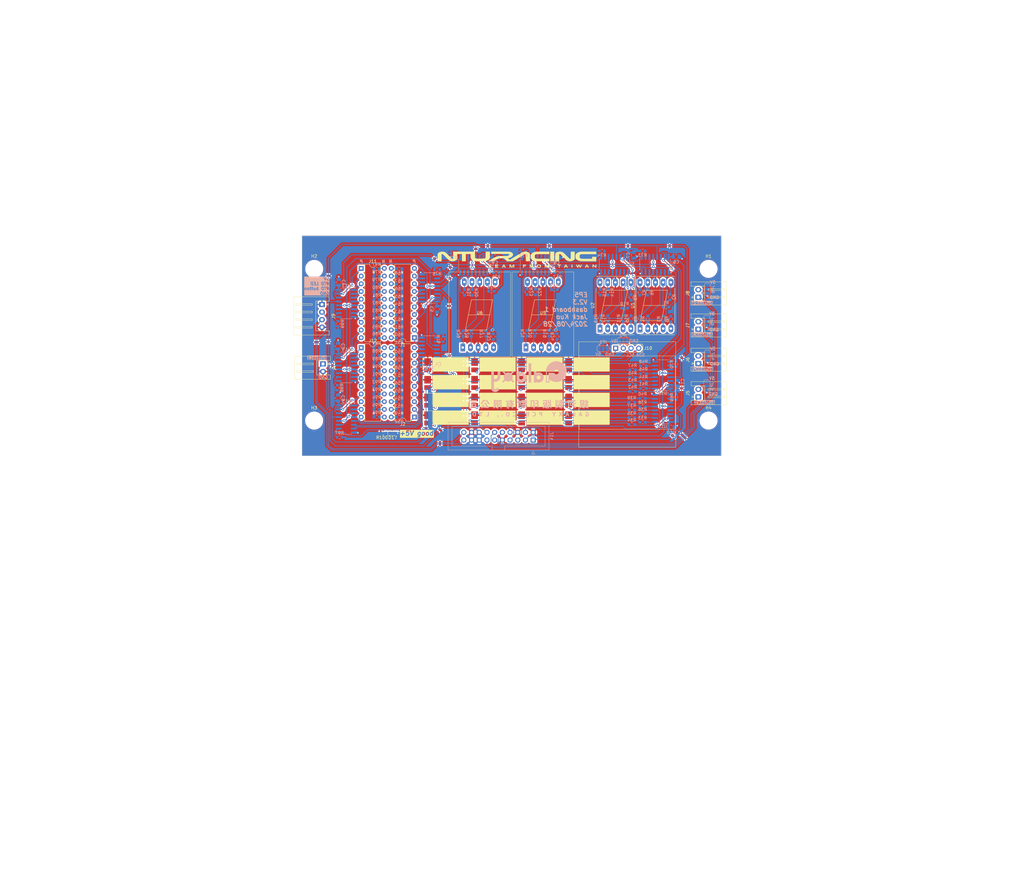
<source format=kicad_pcb>
(kicad_pcb (version 20240108) (generator "pcbnew") (generator_version "8.0")
  (title_block (title "EP5 dashboard screen board") (date "2024-08-28") (rev "2.3") (company "NTURacing") (comment 1 "郭哲明") (comment 2 "electrical group") (comment 3 "1.6T/1oz/黑色防焊/白色文字/無鉛噴錫/各5pcs") (comment 4 "黑色防焊"))
  (layers (0 "F.Cu" signal) (31 "B.Cu" signal) (34 "B.Paste" user) (35 "F.Paste" user) (36 "B.SilkS" user "B.Silkscreen") (37 "F.SilkS" user "F.Silkscreen") (38 "B.Mask" user) (39 "F.Mask" user) (44 "Edge.Cuts" user))
  (net 0 "")
  (net 1 "Net-(J1-Pin_1)")
  (net 2 "Net-(J1-Pin_2)")
  (net 3 "Net-(J1-Pin_3)")
  (net 4 "Net-(J1-Pin_4)")
  (net 5 "Net-(J1-Pin_5)")
  (net 6 "Net-(J1-Pin_6)")
  (net 7 "Net-(J1-Pin_7)")
  (net 8 "Net-(J1-Pin_8)")
  (net 9 "Net-(J1-Pin_9)")
  (net 10 "Net-(J1-Pin_10)")
  (net 11 "Net-(J1-Pin_11)")
  (net 12 "Net-(J1-Pin_12)")
  (net 13 "Net-(J1-Pin_13)")
  (net 14 "Net-(J1-Pin_14)")
  (net 15 "Net-(J1-Pin_15)")
  (net 16 "Net-(J1-Pin_16)")
  (net 17 "Net-(J2-Pin_1)")
  (net 18 "Net-(J2-Pin_2)")
  (net 19 "Net-(J2-Pin_3)")
  (net 20 "Net-(J2-Pin_4)")
  (net 21 "Net-(J2-Pin_5)")
  (net 22 "Net-(J2-Pin_6)")
  (net 23 "Net-(J2-Pin_7)")
  (net 24 "Net-(J2-Pin_8)")
  (net 25 "Net-(J2-Pin_9)")
  (net 26 "Net-(J2-Pin_10)")
  (net 27 "Net-(J2-Pin_11)")
  (net 28 "Net-(J2-Pin_12)")
  (net 29 "Net-(J2-Pin_13)")
  (net 30 "Net-(J2-Pin_14)")
  (net 31 "Net-(J2-Pin_15)")
  (net 32 "Net-(J2-Pin_16)")
  (net 33 "Net-(J11-Pin_1)")
  (net 34 "Net-(J11-Pin_2)")
  (net 35 "Net-(J11-Pin_3)")
  (net 36 "Net-(J11-Pin_4)")
  (net 37 "Net-(J11-Pin_5)")
  (net 38 "Net-(J11-Pin_6)")
  (net 39 "Net-(J11-Pin_7)")
  (net 40 "Net-(J11-Pin_8)")
  (net 41 "Net-(J11-Pin_9)")
  (net 42 "Net-(J11-Pin_10)")
  (net 43 "Net-(J12-Pin_1)")
  (net 44 "Net-(J12-Pin_2)")
  (net 45 "Net-(J12-Pin_3)")
  (net 46 "Net-(J12-Pin_4)")
  (net 47 "Net-(J12-Pin_5)")
  (net 48 "Net-(J12-Pin_6)")
  (net 49 "Net-(J12-Pin_7)")
  (net 50 "Net-(J12-Pin_8)")
  (net 51 "Net-(J12-Pin_9)")
  (net 52 "Net-(J12-Pin_10)")
  (net 53 "Net-(U1-A)")
  (net 54 "Net-(U1-B)")
  (net 55 "Net-(U1-C)")
  (net 56 "Net-(U1-D)")
  (net 57 "Net-(U1-E)")
  (net 58 "Net-(U1-F)")
  (net 59 "Net-(U1-G)")
  (net 60 "Net-(U1-DP)")
  (net 61 "Net-(U2-B)")
  (net 62 "Net-(U2-A)")
  (net 63 "Net-(U2-C)")
  (net 64 "Net-(U2-D)")
  (net 65 "Net-(U2-E)")
  (net 66 "Net-(U2-F)")
  (net 67 "Net-(U2-G)")
  (net 68 "Net-(U2-DP)")
  (net 69 "Net-(U5-B)")
  (net 70 "Net-(U5-A)")
  (net 71 "Net-(U5-C)")
  (net 72 "Net-(U5-D)")
  (net 73 "Net-(U5-E)")
  (net 74 "Net-(U5-F)")
  (net 75 "Net-(U5-G)")
  (net 76 "Net-(U5-DP)")
  (net 77 "Net-(U6-B)")
  (net 78 "Net-(U6-A)")
  (net 79 "Net-(U6-C)")
  (net 80 "Net-(U6-D)")
  (net 81 "Net-(U6-E)")
  (net 82 "Net-(U6-F)")
  (net 83 "Net-(U6-G)")
  (net 84 "Net-(U6-DP)")
  (net 85 "Net-(J11-Pin_11)")
  (net 86 "Net-(J11-Pin_12)")
  (net 87 "Net-(J11-Pin_13)")
  (net 88 "Net-(J11-Pin_14)")
  (net 89 "Net-(J11-Pin_15)")
  (net 90 "Net-(J11-Pin_16)")
  (net 91 "Net-(J11-Pin_17)")
  (net 92 "Net-(J11-Pin_18)")
  (net 93 "Net-(J11-Pin_19)")
  (net 94 "Net-(J11-Pin_20)")
  (net 95 "Net-(J12-Pin_11)")
  (net 96 "Net-(J12-Pin_12)")
  (net 97 "Net-(J12-Pin_13)")
  (net 98 "Net-(J12-Pin_14)")
  (net 99 "Net-(J12-Pin_15)")
  (net 100 "Net-(J12-Pin_16)")
  (net 101 "Net-(J12-Pin_17)")
  (net 102 "Net-(J12-Pin_18)")
  (net 103 "Net-(J12-Pin_19)")
  (net 104 "Net-(J12-Pin_20)")
  (net 105 "Net-(U7-QA)")
  (net 106 "Net-(U7-QB)")
  (net 107 "Net-(U7-QC)")
  (net 108 "Net-(U7-QD)")
  (net 109 "Net-(U7-QE)")
  (net 110 "Net-(U7-QF)")
  (net 111 "Net-(U7-QG)")
  (net 112 "Net-(U7-QH)")
  (net 113 "Net-(U8-QB)")
  (net 114 "Net-(U8-QA)")
  (net 115 "Net-(U8-QC)")
  (net 116 "Net-(U8-QD)")
  (net 117 "Net-(U8-QE)")
  (net 118 "Net-(U8-QF)")
  (net 119 "Net-(U8-QG)")
  (net 120 "Net-(U8-QH)")
  (net 121 "Net-(U11-QB)")
  (net 122 "Net-(U11-QA)")
  (net 123 "Net-(U11-QC)")
  (net 124 "Net-(U11-QD)")
  (net 125 "Net-(U11-QE)")
  (net 126 "Net-(U11-QF)")
  (net 127 "Net-(U11-QG)")
  (net 128 "Net-(U11-QH)")
  (net 129 "Net-(U12-QB)")
  (net 130 "Net-(U12-QA)")
  (net 131 "Net-(U12-QC)")
  (net 132 "Net-(U12-QD)")
  (net 133 "Net-(U12-QE)")
  (net 134 "Net-(U12-QF)")
  (net 135 "Net-(U12-QG)")
  (net 136 "Net-(U12-QH)")
  (net 137 "Net-(U7-QH')")
  (net 138 "SRCLK")
  (net 139 "RCLK")
  (net 140 "OE")
  (net 141 "SER")
  (net 142 "+5V")
  (net 143 "Seg2End")
  (net 144 "Seg4End")
  (net 145 "Net-(U11-QH')")
  (net 146 "Seg6End")
  (net 147 "LEDend1")
  (net 148 "LEDend2")
  (net 149 "LEDend3")
  (net 150 "LEDend4")
  (net 151 "Net-(D1-A)")
  (net 152 "Net-(J1-Pin_17)")
  (net 153 "Net-(J1-Pin_18)")
  (net 154 "Net-(J1-Pin_19)")
  (net 155 "Net-(J1-Pin_20)")
  (net 156 "Net-(J2-Pin_17)")
  (net 157 "Net-(J2-Pin_18)")
  (net 158 "Net-(J2-Pin_19)")
  (net 159 "Net-(J2-Pin_20)")
  (net 160 "Net-(U11-~{SRCLR})")
  (net 161 "ButtonRTDlight")
  (net 162 "Net-(D2-A)")
  (net 163 "Net-(D3-A)")
  (net 164 "Net-(D4-A)")
  (net 165 "Net-(D5-A)")
  (net 166 "Net-(D6-A)")
  (net 167 "Net-(D7-A)")
  (net 168 "Net-(D8-A)")
  (net 169 "Net-(D9-A)")
  (net 170 "Net-(D10-A)")
  (net 171 "Net-(D11-A)")
  (net 172 "Net-(D12-A)")
  (net 173 "Net-(D13-A)")
  (net 174 "Net-(D14-A)")
  (net 175 "Net-(D15-A)")
  (net 176 "Net-(D16-A)")
  (net 177 "Net-(U9-QB)")
  (net 178 "Net-(U9-QA)")
  (net 179 "Net-(U9-QC)")
  (net 180 "Net-(U9-QD)")
  (net 181 "Net-(U9-QE)")
  (net 182 "Net-(U9-QF)")
  (net 183 "Net-(U9-QG)")
  (net 184 "Net-(U9-QH)")
  (net 185 "Net-(U10-QB)")
  (net 186 "Net-(U10-QA)")
  (net 187 "Net-(U10-QC)")
  (net 188 "Net-(U10-QD)")
  (net 189 "Net-(U10-QE)")
  (net 190 "Net-(U10-QF)")
  (net 191 "Net-(U10-QG)")
  (net 192 "Net-(U10-QH)")
  (net 193 "Net-(U10-SER)")
  (net 195 "GND")
  (net 196 "ButtonL1_raw")
  (net 197 "ButtonR4_raw")
  (net 198 "ButtonR3_raw")
  (net 199 "ButtonR2_raw")
  (net 200 "ButtonR1_raw")
  (net 201 "SCL")
  (net 202 "SDA")
  (net 203 "ButtonRTD_raw")
  (net 204 "Net-(U12-~{SRCLR})")
  (net 205 "Net-(U10-~{SRCLR})")
  (net 206 "Net-(U9-~{SRCLR})")
  (net 207 "Net-(U7-~{SRCLR})")
  (net 208 "Net-(U8-~{SRCLR})")
  (net 209 "Net-(U17-~{SRCLR})")
  (net 210 "Net-(U16-~{SRCLR})")
  (net 211 "Net-(U15-~{SRCLR})")
  (net 212 "Net-(U14-~{SRCLR})")
  (net 213 "Net-(U13-~{SRCLR})")
  (net 214 "Net-(D17-K)")
  (net 215 "Net-(J10-Pin_1)")
  (net 216 "Net-(J10-Pin_2)")
  (net 217 "Net-(J5-Pin_2)")
  (net 218 "Net-(J6-Pin_2)")
  (net 219 "Net-(J7-Pin_2)")
  (net 220 "Net-(J8-Pin_2)")
  (footprint "MountingHole:MountingHole_3.2mm_M3" (layer "F.Cu") (at 201.5645 105.626)
    (property "Reference" "H4")
    (property "Value" "MountingHole_Pad")
  )
  (footprint "Connector_JST:JST_XH_S2B-XH-A_1x02_P2.50mm_Horizontal" (layer "F.Cu") (at 198.2216 97.8154 90)
    (property "Reference" "J5")
    (property "Value" "L1")
  )
  (footprint "Connector_JST:JST_XH_S2B-XH-A_1x02_P2.50mm_Horizontal" (layer "F.Cu") (at 198.2006 86.8226 90)
    (property "Reference" "J6")
    (property "Value" "L2")
  )
  (footprint "Package_DIP:DIP-20_W7.62mm" (layer "F.Cu") (at 104.5972 104.4702 180)
    (property "Reference" "J2")
    (property "Value" "pedal2-1 GREEN")
  )
  (footprint "LED_SMD:LED_PLCC_2835_Handsoldering" (layer "F.Cu") (at 108.966 104.902 -90)
    (property "Reference" "D4")
    (property "Value" "LED")
  )
  (footprint "LED_SMD:LED_PLCC_2835_Handsoldering" (layer "F.Cu") (at 139.954 99.06 -90)
    (property "Reference" "D6")
    (property "Value" "LED")
  )
  (footprint "LED_SMD:LED_0603_1608Metric" (layer "F.Cu") (at 97.3329 109.8042)
    (property "Reference" "D17")
    (property "Value" "White 5VGood")
  )
  (footprint "Package_DIP:DIP-20_W7.62mm" (layer "F.Cu") (at 104.5972 78.3082 180)
    (property "Reference" "J1")
    (property "Value" "pedal2-2 GREEN")
  )
  (footprint "LED_SMD:LED_PLCC_2835_Handsoldering" (layer "F.Cu") (at 155.448 99.06 -90)
    (property "Reference" "D5")
    (property "Value" "LED")
  )
  (footprint "LED_SMD:LED_PLCC_2835_Handsoldering" (layer "F.Cu") (at 139.954 93.218 -90)
    (property "Reference" "D10")
    (property "Value" "LED")
  )
  (footprint "Connector_JST:JST_XH_S2B-XH-A_1x02_P2.50mm_Horizontal" (layer "F.Cu") (at 74.4728 86.9442 -90)
    (property "Reference" "J4")
    (property "Value" "R1")
  )
  (footprint "LED_SMD:LED_PLCC_2835_Handsoldering" (layer "F.Cu") (at 124.46 93.218 -90)
    (property "Reference" "D11")
    (property "Value" "LED")
  )
  (footprint "nturt_kicad_lib:7SEGMENT-08inch" (layer "F.Cu") (at 146.9625 70.612)
    (property "Reference" "U5")
    (property "Value" "Seg3 BLUE .8")
  )
  (footprint "Resistor_SMD:R_0603_1608Metric" (layer "F.Cu") (at 94.3357 109.8042 180)
    (property "Reference" "R100")
    (property "Value" "510R")
  )
  (footprint "Connector_JST:JST_XH_S2B-XH-A_1x02_P2.50mm_Horizontal" (layer "F.Cu") (at 198.2006 75.5196 90)
    (property "Reference" "J7")
    (property "Value" "L3")
  )
  (footprint "Display_7Segment:7SegmentLED_LTS6760_LTS6780" (layer "F.Cu") (at 165.791 75.30275 90)
    (property "Reference" "U2")
    (property "Value" "Seg2 GREEN .56")
  )
  (footprint "LED_SMD:LED_PLCC_2835_Handsoldering" (layer "F.Cu") (at 155.448 87.376 -90)
    (property "Reference" "D13")
    (property "Value" "LED")
  )
  (footprint "MountingHole:MountingHole_3.2mm_M3" (layer "F.Cu") (at 71.5645 105.626)
    (property "Reference" "H3")
    (property "Value" "MountingHole_Pad")
  )
  (footprint "LED_SMD:LED_PLCC_2835_Handsoldering" (layer "F.Cu") (at 124.46 99.06 -90)
    (property "Reference" "D7")
    (property "Value" "LED")
  )
  (footprint "Connector_JST:JST_XH_S2B-XH-A_1x02_P2.50mm_Horizontal" (layer "F.Cu") (at 198.1962 64.9732 90)
    (property "Reference" "J8")
    (property "Value" "L4")
  )
  (footprint "Package_DIP:DIP-20_W7.62mm" (layer "F.Cu") (at 87.0712 81.6102)
    (property "Reference" "J12")
    (property "Value" "pedal1-2 RED")
  )
  (footprint "LED_SMD:LED_PLCC_2835_Handsoldering" (layer "F.Cu") (at 139.954 87.376 -90)
    (property "Reference" "D14")
    (property "Value" "LED")
  )
  (footprint "LED_SMD:LED_PLCC_2835_Handsoldering" (layer "F.Cu") (at 139.954 104.902 -90)
    (property "Reference" "D2")
    (property "Value" "LED")
  )
  (footprint "Connector_JST:JST_XH_S4B-XH-A_1x04_P2.50mm_Horizontal" (layer "F.Cu") (at 74.1426 67.3608 -90)
    (property "Reference" "J9")
    (property "Value" "RTD")
  )
  (footprint "MountingHole:MountingHole_3.2mm_M3" (layer "F.Cu") (at 201.5645 55.626)
    (property "Reference" "H1")
    (property "Value" "MountingHole_Pad")
  )
  (footprint "LED_SMD:LED_PLCC_2835_Handsoldering" (layer "F.Cu") (at 108.966 87.376 -90)
    (property "Reference" "D16")
    (property "Value" "LED")
  )
  (footprint "Package_DIP:DIP-20_W7.62mm" (layer "F.Cu") (at 87.0712 55.4482)
    (property "Reference" "J11")
    (property "Value" "pedal1-1 RED")
  )
  (footprint "LED_SMD:LED_PLCC_2835_Handsoldering" (layer "F.Cu") (at 124.46 104.902 -90)
    (property "Reference" "D3")
    (property "Value" "LED")
  )
  (footprint "LED_SMD:LED_PLCC_2835_Handsoldering" (layer "F.Cu") (at 155.448 104.902 -90)
    (property "Reference" "D1")
    (property "Value" "LED")
  )
  (footprint "LED_SMD:LED_PLCC_2835_Handsoldering" (layer "F.Cu") (at 124.46 87.376 -90)
    (property "Reference" "D15")
    (property "Value" "LED")
  )
  (footprint "Display_7Segment:7SegmentLED_LTS6760_LTS6780" (layer "F.Cu") (at 178.999 75.30275 90)
    (property "Reference" "U1")
    (property "Value" "Seg1 GREEN .56")
  )
  (footprint "nturt_kicad_lib:7SEGMENT-08inch" (layer "F.Cu") (at 126.1364 70.612)
    (property "Reference" "U6")
    (property "Value" "Seg4 BLUE .8")
  )
  (footprint "LED_SMD:LED_PLCC_2835_Handsoldering" (layer "F.Cu") (at 108.966 99.06 -90)
    (property "Reference" "D8")
    (property "Value" "LED")
  )
  (footprint "LED_SMD:LED_PLCC_2835_Handsoldering" (layer "F.Cu") (at 155.448 93.218 -90)
    (property "Reference" "D9")
    (property "Value" "LED")
  )
  (footprint "MountingHole:MountingHole_3.2mm_M3" (layer "F.Cu") (at 71.5645 55.626)
    (property "Reference" "H2")
    (property "Value" "MountingHole_Pad")
  )
  (footprint "nturt_kicad_lib:12864_1.3_I2C" (layer "F.Cu") (at 174.752 97.028)
    (property "Reference" "J10")
    (property "Value" "12864")
  )
  (footprint "LED_SMD:LED_PLCC_2835_Handsoldering" (layer "F.Cu") (at 108.966 93.218 -90)
    (property "Reference" "D12")
    (property "Value" "LED")
  )
  (footprint "Resistor_SMD:R_0603_1608Metric_Pad0.98x0.95mm_HandSolder" (layer "B.Cu") (at 179.832 98.298 180)
    (property "Reference" "R40")
    (property "Value" "220R")
  )
  (footprint "Resistor_SMD:R_0603_1608Metric_Pad0.98x0.95mm_HandSolder" (layer "B.Cu") (at 150.7725 62.484 180)
    (property "Reference" "R18")
    (property "Value" "180R")
  )
  (footprint "Resistor_SMD:R_0603_1608Metric" (layer "B.Cu") (at 112.0591 55.8764)
    (property "Reference" "R75")
    (property "Value" "10k")
  )
  (footprint "Capacitor_SMD:C_0805_2012Metric" (layer "B.Cu") (at 79.6741 60.0826 90)
    (property "Reference" "C1")
    (property "Value" "0u1")
  )
  (footprint "Resistor_SMD:R_0603_1608Metric_Pad0.98x0.95mm_HandSolder" (layer "B.Cu") (at 178.932875 63.385625 90)
    (property "Reference" "R7")
    (property "Value" "390R")
  )
  (footprint "Package_SO:SOIC-16_3.9x9.9mm_P1.27mm" (layer "B.Cu") (at 186.436 101.6)
    (property "Reference" "U11")
    (property "Value" "74HC595")
  )
  (footprint "Resistor_SMD:R_0603_1608Metric_Pad0.98x0.95mm_HandSolder" (layer "B.Cu") (at 92.1512 81.6102 180)
    (property "Reference" "R87")
    (property "Value" "220R")
  )
  (footprint "Package_SO:SOIC-16_3.9x9.9mm_P1.27mm" (layer "B.Cu") (at 124.206 54.356 90)
    (property "Reference" "U10")
    (property "Value" "74HC595")
  )
  (footprint "Resistor_SMD:R_0603_1608Metric_Pad0.98x0.95mm_HandSolder" (layer "B.Cu") (at 141.732 63.1425 90)
    (property "Reference" "R23")
    (property "Value" "180R")
  )
  (footprint "Resistor_SMD:R_0603_1608Metric_Pad0.98x0.95mm_HandSolder" (layer "B.Cu") (at 181.472875 63.385625 90)
    (property "Reference" "R6")
    (property "Value" "390R")
  )
  (footprint "Resistor_SMD:R_0603_1608Metric_Pad0.98x0.95mm_HandSolder" (layer "B.Cu") (at 99.5877 86.6902)
    (property "Reference" "R58")
    (property "Value" "330R")
  )
  (footprint "Resistor_SMD:R_0603_1608Metric_Pad0.98x0.95mm_HandSolder" (layer "B.Cu") (at 99.5877 104.4702)
    (property "Reference" "R52")
    (property "Value" "330R")
  )
  (footprint "Resistor_SMD:R_0603_1608Metric_Pad0.98x0.95mm_HandSolder" (layer "B.Cu") (at 168.397125 63.343875 90)
    (property "Reference" "R14")
    (property "Value" "390R")
  )
  (footprint "Resistor_SMD:R_0603_1608Metric_Pad0.98x0.95mm_HandSolder" (layer "B.Cu") (at 165.857125 71.979875 -90)
    (property "Reference" "R13")
    (property "Value" "390R")
  )
  (footprint "Capacitor_SMD:C_0805_2012Metric" (layer "B.Cu") (at 151.4856 51.8922)
    (property "Reference" "C8")
    (property "Value" "0u1")
  )
  (footprint "Resistor_SMD:R_0603_1608Metric_Pad0.98x0.95mm_HandSolder" (layer "B.Cu") (at 179.832 101.092 180)
    (property "Reference" "R38")
    (property "Value" "220R")
  )
  (footprint "Resistor_SMD:R_0603_1608Metric_Pad0.98x0.95mm_HandSolder" (layer "B.Cu") (at 141.732 76.8585 -90)
    (property "Reference" "R21")
    (property "Value" "180R")
  )
  (footprint "Package_SO:SOIC-16_3.9x9.9mm_P1.27mm" (layer "B.Cu") (at 144.526 54.356 90)
    (property "Reference" "U9")
    (property "Value" "74HC595")
  )
  (footprint "Resistor_SMD:R_0603_1608Metric_Pad0.98x0.95mm_HandSolder" (layer "B.Cu") (at 178.999 72.12775 -90)
    (property "Reference" "R5")
    (property "Value" "390R")
  )
  (footprint "Capacitor_SMD:C_0805_2012Metric" (layer "B.Cu") (at 112.0337 68.8812 -90)
    (property "Reference" "C5")
    (property "Value" "0u1")
  )
  (footprint "Resistor_SMD:R_0603_1608Metric_Pad0.98x0.95mm_HandSolder" (layer "B.Cu") (at 92.1747 63.1952 180)
    (property "Reference" "R80")
    (property "Value" "220R")
  )
  (footprint "Resistor_SMD:R_0603_1608Metric_Pad0.98x0.95mm_HandSolder" (layer "B.Cu") (at 99.5877 73.3552)
    (property "Reference" "R61")
    (property "Value" "330R")
  )
  (footprint "Resistor_SMD:R_0603_1608Metric_Pad0.98x0.95mm_HandSolder" (layer "B.Cu") (at 149.098 76.8585 -90)
    (property "Reference" "R19")
    (property "Value" "180R")
  )
  (footprint "Resistor_SMD:R_0603_1608Metric_Pad0.98x0.95mm_HandSolder" (layer "B.Cu") (at 92.1747 68.2752 180)
    (property "Reference" "R82")
    (property "Value" "220R")
  )
  (footprint "Resistor_SMD:R_0603_1608Metric_Pad0.98x0.95mm_HandSolder" (layer "B.Cu") (at 123.3424 76.962 -90)
    (property "Reference" "R28")
    (property "Value" "180R")
  )
  (footprint "Resistor_SMD:R_0603_1608Metric_Pad0.98x0.95mm_HandSolder" (layer "B.Cu") (at 99.5877 99.3902)
    (property "Reference" "R53")
    (property "Value" "330R")
  )
  (footprint "Capacitor_SMD:C_0805_2012Metric" (layer "B.Cu") (at 189.2554 107.8738)
    (property "Reference" "C10")
    (property "Value" "0u1")
  )
  (footprint "Capacitor_SMD:C_0805_2012Metric" (layer "B.Cu") (at 131.1758 51.7906)
    (property "Reference" "C9")
    (property "Value" "0u1")
  )
  (footprint "Resistor_SMD:R_0603_1608Metric_Pad0.98x0.95mm_HandSolder" (layer "B.Cu") (at 99.5877 96.8502)
    (property "Reference" "R54")
    (property "Value" "330R")
  )
  (footprint "Resistor_SMD:R_0603_1608Metric_Pad0.98x0.95mm_HandSolder" (layer "B.Cu") (at 99.5877 81.4832)
    (property "Reference" "R50")
    (property "Value" "330R")
  )
  (footprint "Resistor_SMD:R_0603_1608Metric_Pad0.98x0.95mm_HandSolder" (layer "B.Cu") (at 99.5877 63.2352)
    (property "Reference" "R65")
    (property "Value" "330R")
  )
  (footprint "Package_SO:SOIC-16_3.9x9.9mm_P1.27mm" (layer "B.Cu") (at 109.5322 82.7532)
    (property "Reference" "U16")
    (property "Value" "74HC595")
  )
  (footprint "Resistor_SMD:R_0603_1608Metric" (layer "B.Cu") (at 140.589 49.8856)
    (property "Reference" "R72")
    (property "Value" "10k")
  )
  (footprint "Resistor_SMD:R_0603_1608Metric_Pad0.98x0.95mm_HandSolder" (layer "B.Cu") (at 92.1747 91.7702 180)
    (property "Reference" "R91")
    (property "Value" "220R")
  )
  (footprint "Resistor_SMD:R_0603_1608Metric_Pad0.98x0.95mm_HandSolder" (layer "B.Cu") (at 99.5877 70.8152)
    (property "Reference" "R62")
    (property "Value" "330R")
  )
  (footprint "Resistor_SMD:R_0603_1608Metric_Pad0.98x0.95mm_HandSolder" (layer "B.Cu") (at 130.6576 77.9272 -90)
    (property "Reference" "R32")
    (property "Value" "180R")
  )
  (footprint "Resistor_SMD:R_0603_1608Metric_Pad0.98x0.95mm_HandSolder" (layer "B.Cu") (at 92.1747 89.2302 180)
    (property "Reference" "R90")
    (property "Value" "220R")
  )
  (footprint "Capacitor_SMD:C_0805_2012Metric" (layer "B.Cu") (at 79.4455 98.1826 90)
    (property "Reference" "C3")
    (property "Value" "0u1")
  )
  (footprint "Resistor_SMD:R_0603_1608Metric_Pad0.98x0.95mm_HandSolder" (layer "B.Cu") (at 176.53 88.9 180)
    (property "Reference" "R47")
    (property "Value" "220R")
  )
  (footprint "Resistor_SMD:R_0603_1608Metric_Pad0.98x0.95mm_HandSolder" (layer "B.Cu") (at 179.832 103.378 180)
    (property "Reference" "R36")
    (property "Value" "220R")
  )
  (footprint "Resistor_SMD:R_0603_1608Metric_Pad0.98x0.95mm_HandSolder" (layer "B.Cu") (at 151.7885 56.896)
    (property "Reference" "R17")
    (property "Value" "180R")
  )
  (footprint "Resistor_SMD:R_0603_1608Metric_Pad0.98x0.95mm_HandSolder" (layer "B.Cu") (at 176.017125 71.979875 -90)
    (property "Reference" "R16")
    (property "Value" "390R")
  )
  (footprint "Resistor_SMD:R_0603_1608Metric" (layer "B.Cu") (at 79.4963 73.7072 90)
    (property "Reference" "R99")
    (property "Value" "10k")
  )
  (footprint "Resistor_SMD:R_0603_1608Metric_Pad0.98x0.95mm_HandSolder" (layer "B.Cu") (at 99.5877 101.8032)
    (property "Reference" "R49")
    (property "Value" "330R")
  )
  (footprint "Resistor_SMD:R_0603_1608Metric" (layer "B.Cu") (at 190.9064 97.8916 -90)
    (property "Reference" "R69")
    (property "Value" "10k")
  )
  (footprint "Resistor_SMD:R_0603_1608Metric_Pad0.98x0.95mm_HandSolder" (layer "B.Cu") (at 176.53 96.012 180)
    (property "Reference" "R42")
    (property "Value" "220R")
  )
  (footprint "Resistor_SMD:R_0603_1608Metric_Pad0.98x0.95mm_HandSolder" (layer "B.Cu") (at 179.832 106.172 180)
    (property "Reference" "R33")
    (property "Value" "220R")
  )
  (footprint "Resistor_SMD:R_0603_1608Metric_Pad0.98x0.95mm_HandSolder" (layer "B.Cu") (at 186.619 72.12775 -90)
    (property "Reference" "R3")
    (property "Value" "390R")
  )
  (footprint "Resistor_SMD:R_0603_1608Metric_Pad0.98x0.95mm_HandSolder" (layer "B.Cu") (at 92.1512 76.1492 180)
    (property "Reference" "R85")
    (property "Value" "220R")
  )
  (footprint "Resistor_SMD:R_0603_1608Metric_Pad0.98x0.95mm_HandSolder" (layer "B.Cu") (at 92.1747 99.3902 180)
    (property "Reference" "R94")
    (property "Value" "220R")
  )
  (footprint "Resistor_SMD:R_0603_1608Metric_Pad0.98x0.95mm_HandSolder" (layer "B.Cu") (at 168.397125 71.979875 -90)
    (property "Reference" "R12")
    (property "Value" "390R")
  )
  (footprint "Resistor_SMD:R_0603_1608Metric_Pad0.98x0.95mm_HandSolder" (layer "B.Cu") (at 176.276 104.648 180)
    (property "Reference" "R35")
    (property "Value" "220R")
  )
  (footprint "Package_SO:SOIC-16_3.9x9.9mm_P1.27mm" (layer "B.Cu") (at 183.9755 54.15875 90)
    (property "Reference" "U7")
    (property "Value" "74HC595")
  )
  (footprint "Capacitor_SMD:C_0805_2012Metric" (layer "B.Cu") (at 191.3636 93.2434 90)
    (property "Reference" "C11")
    (property "Value" "0u1")
  )
  (footprint "Resistor_SMD:R_0603_1608Metric_Pad0.98x0.95mm_HandSolder" (layer "B.Cu") (at 92.1747 101.9302 180)
    (property "Reference" "R95")
    (property "Value" "220R")
  )
  (footprint "Resistor_SMD:R_0603_1608Metric_Pad0.98x0.95mm_HandSolder" (layer "B.Cu") (at 99.5877 89.2302)
    (property "Reference" "R57")
    (property "Value" "330R")
  )
  (footprint "Package_SO:SOIC-16_3.9x9.9mm_P1.27mm" (layer "B.Cu") (at 82.1652 88.0872 180)
    (property "Reference" "U14")
    (property "Value" "74HC595")
  )
  (footprint "Jumper:SolderJumper-3_P1.3mm_Open_RoundedPad1.0x1.5mm" (layer "B.Cu") (at 200.9902 94.2132 90)
    (property "Reference" "JP3")
    (property "Value" "OLED_P1")
  )
  (footprint "Resistor_SMD:R_0603_1608Metric_Pad0.98x0.95mm_HandSolder" (layer "B.Cu") (at 144.272 76.8585 -90)
    (property "Reference" "R20")
    (property "Value" "180R")
  )
  (footprint "Resistor_SMD:R_0603_1608Metric_Pad0.98x0.95mm_HandSolder" (layer "B.Cu") (at 99.5877 55.5462)
    (property "Reference" "R68")
    (property "Value" "330R")
  )
  (footprint "Resistor_SMD:R_0603_1608Metric" (layer "B.Cu") (at 190.881 86.995 -90)
    (property "Reference" "R70")
    (property "Value" "10k")
  )
  (footprint "Resistor_SMD:R_0603_1608Metric_Pad0.98x0.95mm_HandSolder" (layer "B.Cu") (at 131.572 56.896)
    (property "Reference" "R25")
    (property "Value" "180R")
  )
  (footprint "Resistor_SMD:R_0603_1608Metric_Pad0.98x0.95mm_HandSolder" (layer "B.Cu") (at 144.526 63.246 90)
    (property "Reference" "R22")
    (property "Value" "180R")
  )
  (footprint "Resistor_SMD:R_0603_1608Metric" (layer "B.Cu") (at 179.8452 49.6824)
    (property "Reference" "R73")
    (property "Value" "10k")
  )
  (footprint "Resistor_SMD:R_0603_1608Metric_Pad0.98x0.95mm_HandSolder" (layer "B.Cu") (at 92.1277 96.8502 180)
    (property "Reference" "R93")
    (property "Value" "220R")
  )
  (footprint "Resistor_SMD:R_0603_1608Metric" (layer "B.Cu") (at 114.0403 78.7872 -90)
    (property "Reference" "R76")
    (property "Value" "10k")
  )
  (footprint "Resistor_SMD:R_0603_1608Metric_Pad0.98x0.95mm_HandSolder" (layer "B.Cu") (at 176.017125 65.024 90)
    (property "Reference" "R9")
    (property "Value" "390R")
  )
  (footprint "Resistor_SMD:R_0603_1608Metric_Pad0.98x0.95mm_HandSolder" (layer "B.Cu") (at 92.1747 86.6902 180)
    (property "Reference" "R89")
    (property "Value" "220R")
  )
  (footprint "Capacitor_SMD:C_0805_2012Metric" (layer "B.Cu") (at 112.5163 88.6678 180)
    (property "Reference" "C4")
    (property "Value" "0u1")
  )
  (footprint "Resistor_SMD:R_0603_1608Metric_Pad0.98x0.95mm_HandSolder" (layer "B.Cu") (at 99.5877 60.6552)
    (property "Reference" "R66")
    (property "Value" "330R")
  )
  (footprint "Resistor_SMD:R_0603_1608Metric_Pad0.98x0.95mm_HandSolder" (layer "B.Cu") (at 123.698 63.3965 90)
    (property "Reference" "R30")
    (property "Value" "180R")
  )
  (footprint "Resistor_SMD:R_0603_1608Metric_Pad0.98x0.95mm_HandSolder" (layer "B.Cu") (at 99.5877 91.7702)
    (property "Reference" "R56")
    (property "Value" "330R")
  )
  (footprint "Resistor_SMD:R_0603_1608Metric_Pad0.98x0.95mm_HandSolder" (layer "B.Cu") (at 176.276 106.934 180)
    (property "Reference" "R34")
    (property "Value" "220R")
  )
  (footprint "Jumper:SolderJumper-3_P1.3mm_Open_RoundedPad1.0x1.5mm" (layer "B.Cu") (at 200.9648 72.9534 90)
    (property "Reference" "JP5")
    (property "Value" "OLED_P1")
  )
  (footprint "Resistor_SMD:R_0603_1608Metric" (layer "B.Cu") (at 166.4462 49.7078)
    (property "Reference" "R74")
    (property "Value" "10k")
  )
  (footprint "Capacitor_SMD:C_0805_2012Metric" (layer "B.Cu") (at 79.4455 81.0986 90)
    (property "Reference" "C2")
    (property "Value" "0u1")
  )
  (footprint "Package_SO:SOIC-16_3.9x9.9mm_P1.27mm" (layer "B.Cu") (at 82.1652 105.1052 180)
    (property "Reference" "U15")
    (property "Value" "74HC595")
  )
  (footprint "Resistor_SMD:R_0603_1608Metric_Pad0.98x0.95mm_HandSolder" (layer "B.Cu") (at 99.5877 68.2752)
    (property "Reference" "R63")
    (property "Value" "330R")
  )
  (footprint "Resistor_SMD:R_0603_1608Metric_Pad0.98x0.95mm_HandSolder" (layer "B.Cu") (at 92.1747 104.4702 180)
    (property "Reference" "R96")
    (property "Value" "220R")
  )
  (footprint "Resistor_SMD:R_0603_1608Metric_Pad0.98x0.95mm_HandSolder" (layer "B.Cu") (at 121.158 63.3965 90)
    (property "Reference" "R31")
    (property "Value" "180R")
  )
  (footprint "Resistor_SMD:R_0603_1608Metric" (layer "B.Cu") (at 79.9535 111.1214 180)
    (property "Reference" "R97")
    (property "Value" "10k")
  )
  (footprint "Jumper:SolderJumper-3_P1.3mm_Open_RoundedPad1.0x1.5mm" (layer "B.Cu") (at 201.1934 84.4042 90)
    (property "Reference" "JP4")
    (property "Value" "OLED_P1")
  )
  (footprint "Package_SO:SOIC-16_3.9x9.9mm_P1.27mm" (layer "B.Cu") (at 186.436 90.678)
    (property "Reference" "U12")
    (property "Value" "74HC595")
  )
  (footprint "Resistor_SMD:R_0603_1608Metric_Pad0.98x0.95mm_HandSolder" (layer "B.Cu") (at 99.5877 58.1152)
    (property "Reference" "R67")
    (property "Value" "330R")
  )
  (footprint "Resistor_SMD:R_0603_1608Metric_Pad0.98x0.95mm_HandSolder" (layer "B.Cu") (at 176.53 91.44 180)
    (property "Reference" "R45")
    (property "Value" "220R")
  )
  (footprint "Resistor_SMD:R_0603_1608Metric_Pad0.98x0.95mm_HandSolder" (layer "B.Cu") (at 180.086 92.71 180)
    (property "Reference" "R44")
    (property "Value" "220R")
  )
  (footprint "Resistor_SMD:R_0603_1608Metric_Pad0.98x0.95mm_HandSolder" (layer "B.Cu") (at 92.1512 84.1502 180)
    (property "Reference" "R88")
    (property "Value" "220R")
  )
  (footprint "Resistor_SMD:R_0603_1608Metric_Pad0.98x0.95mm_HandSolder" (layer "B.Cu") (at 99.5407 84.0232)
    (property "Reference" "R59")
    (property "Value" "330R")
  )
  (footprint "Resistor_SMD:R_0603_1608Metric_Pad0.98x0.95mm_HandSolder" (layer "B.Cu") (at 92.1512 78.4352 180)
    (property "Reference" "R86")
    (property "Value" "220R")
  )
  (footprint "Resistor_SMD:R_0603_1608Metric_Pad0.98x0.95mm_HandSolder" (layer "B.Cu") (at 128.2192 76.962 -90)
    (property "Reference" "R27")
    (property "Value" "180R")
  )
  (footprint "Resistor_SMD:R_0603_1608Metric_Pad0.98x0.95mm_HandSolder" (layer "B.Cu") (at 189.159 72.12775 -90)
    (property "Reference" "R8")
    (property "Value" "390R")
  )
  (footprint "Resistor_SMD:R_0603_1608Metric" (layer "B.Cu") (at 117.5258 50.5206)
    (property "Reference" "R71")
    (property "Value" "10k")
  )
  (footprint "Resistor_SMD:R_0603_1608Metric_Pad0.98x0.95mm_HandSolder" (layer "B.Cu") (at 176.276 102.108 180)
    (property "Reference" "R37")
    (property "Value" "220R")
  )
  (footprint "Resistor_SMD:R_0603_1608Metric_Pad0.98x0.95mm_HandSolder" (layer "B.Cu") (at 92.1747 55.5752 180)
    (property "Reference" "R77")
    (property "Value" "220R")
  )
  (footprint "Resistor_SMD:R_0603_1608Metric_Pad0.98x0.95mm_HandSolder" (layer "B.Cu") (at 180.086 87.63 180)
    (property "Reference" "R48")
    (property "Value" "220R")
  )
  (footprint "Resistor_SMD:R_0603_1608Metric_Pad0.98x0.95mm_HandSolder" (layer "B.Cu") (at 99.5877 78.4352)
    (property "Reference" "R51")
    (property "Value" "330R")
  )
  (footprint "Jumper:SolderJumper-3_P1.3mm_Open_RoundedPad1.0x1.5mm" (layer "B.Cu") (at 173.482 79.2988 180)
    (property "Reference" "JP2")
    (property "Value" "OLED_P2")
  )
  (footprint "Resistor_SMD:R_0603_1608Metric_Pad0.98x0.95mm_HandSolder" (layer "B.Cu") (at 99.5877 75.7682)
    (property "Reference" "R60")
    (property "Value" "330R")
  )
  (footprint "Resistor_SMD:R_0603_1608Metric_Pad0.98x0.95mm_HandSolder" (layer "B.Cu") (at 187.568875 68.211625 180)
    (property "Reference" "R1")
    (property "Value" "390R")
  )
  (footprint "Resistor_SMD:R_0603_1608Metric_Pad0.98x0.95mm_HandSolder" (layer "B.Cu") (at 120.65 76.962 -90)
    (property "Reference" "R29")
    (property "Value" "180R")
  )
  (footprint "Resistor_SMD:R_0603_1608Metric_Pad0.98x0.95mm_HandSolder" (layer "B.Cu") (at 151.638 77.8745 -90)
    (property "Reference" "R24")
    (property "Value" "180R")
  )
  (footprint "Jumper:SolderJumper-3_P1.3mm_Open_RoundedPad1.0x1.5mm" (layer "B.Cu") (at 201.1934 62.3316 90)
    (property "Reference" "JP6")
    (property "Value" "OLED_P1")
  )
  (footprint "Jumper:SolderJumper-3_P1.3mm_Open_RoundedPad1.0x1.5mm" (layer "B.Cu") (at 166.8226 81.9404)
    (property "Reference" "JP1")
    (property "Value" "OLED_P1")
  )
  (footprint "Resistor_SMD:R_0603_1608Metric_Pad0.98x0.95mm_HandSolder" (layer "B.Cu") (at 92.1512 70.8152 180)
    (property "Reference" "R83")
    (property "Value" "220R")
  )
  (footprint "Resistor_SMD:R_0603_1608Metric_Pad0.98x0.95mm_HandSolder" (layer "B.Cu") (at 188.838875 64.909625 90)
    (property "Reference" "R2")
    (property "Value" "390R")
  )
  (footprint "Resistor_SMD:R_0603_1608Metric_Pad0.98x0.95mm_HandSolder" (layer "B.Cu") (at 180.086 90.17 180)
    (property "Reference" "R46")
    (property "Value" "220R")
  )
  (footprint "Resistor_SMD:R_0603_1608Metric_Pad0.98x0.95mm_HandSolder" (layer "B.Cu") (at 181.539 72.12775 -90)
    (property "Reference" "R4")
    (property "Value" "390R")
  )
  (footprint "Resistor_SMD:R_0603_1608Metric_Pad0.98x0.95mm_HandSolder" (layer "B.Cu") (at 92.1512 60.6552 180)
    (property "Reference" "R79")
    (property "Value" "220R")
  )
  (footprint "Resistor_SMD:R_0603_1608Metric_Pad0.98x0.95mm_HandSolder" (layer "B.Cu") (at 92.1512 73.3552 180)
    (property "Reference" "R84")
    (property "Value" "220R")
  )
  (footprint "Resistor_SMD:R_0603_1608Metric_Pad0.98x0.95mm_HandSolder" (layer "B.Cu") (at 99.5877 65.7352)
    (property "Reference" "R64")
    (property "Value" "330R")
  )
  (footprint "Resistor_SMD:R_0603_1608Metric_Pad0.98x0.95mm_HandSolder" (layer "B.Cu") (at 129.9972 62.992 180)
    (property "Reference" "R26")
    (property "Value" "180R")
  )
  (footprint "Resistor_SMD:R_0603_1608Metric_Pad0.98x0.95mm_HandSolder" (layer "B.Cu") (at 92.1747 65.7352 180)
    (property "Reference" "R81")
    (property "Value" "220R")
  )
  (footprint "Connector_IDC:IDC-Header_2x10_P2.54mm_Vertical" (layer "B.Cu") (at 143.764 112.0394 90)
    (property "Reference" "J14")
    (property "Value" "screen")
  )
  (footprint "Resistor_SMD:R_0603_1608Metric_Pad0.98x0.95mm_HandSolder" (layer "B.Cu") (at 92.1747 58.1152 180)
    (property "Reference" "R78")
    (property "Value" "220R")
  )
  (footprint "Capacitor_SMD:C_0805_2012Metric" (layer "B.Cu") (at 176.8094 51.1404 -90)
    (property "Reference" "C7")
    (property "Value" "0u1")
  )
  (footprint "Resistor_SMD:R_0603_1608Metric_Pad0.98x0.95mm_HandSolder" (layer "B.Cu") (at 176.276 99.568 180)
    (property "Reference" "R39")
    (property "Value" "220R")
  )
  (footprint "Resistor_SMD:R_0603_1608Metric_Pad0.98x0.95mm_HandSolder" (layer "B.Cu") (at 99.5877 94.3102)
    (property "Reference" "R55")
    (property "Value" "330R")
  )
  (footprint "Resistor_SMD:R_0603_1608Metric_Pad0.98x0.95mm_HandSolder" (layer "B.Cu") (at 92.1277 94.3102 180)
    (property "Reference" "R92")
    (property "Value" "220R")
  )
  (footprint "Package_SO:SOIC-16_3.9x9.9mm_P1.27mm" (layer "B.Cu") (at 82.1652 67.0052 180)
    (property "Reference" "U13")
    (property "Value" "74HC595")
  )
  (footprint "Package_SO:SOIC-16_3.9x9.9mm_P1.27mm" (layer "B.Cu") (at 109.5972 61.9252)
    (property "Reference" "U17" (hide yes))
    (property "Value" "74HC595" (hide yes))
  )
  (footprint "Resistor_SMD:R_0603_1608Metric_Pad0.98x0.95mm_HandSolder" (layer "B.Cu") (at 173.919 68.58 180)
    (property "Reference" "R10")
    (property "Value" "390R")
  )
  (footprint "Resistor_SMD:R_0603_1608Metric_Pad0.98x0.95mm_HandSolder" (layer "B.Cu") (at 180.086 94.996 180)
    (property "Reference" "R41")
    (property "Value" "220R")
  )
  (footprint "Capacitor_SMD:C_0805_2012Metric" (layer "B.Cu") (at 190.9064 51.6128)
    (property "Reference" "C6")
    (property "Value" "0u1")
  )
  (footprint "Resistor_SMD:R_0603_1608Metric_Pad0.98x0.95mm_HandSolder" (layer "B.Cu") (at 176.53 93.726 180)
    (property "Reference" "R43")
    (property "Value" "220R")
  )
  (footprint "Resistor_SMD:R_0603_1608Metric" (layer "B.Cu") (at 79.2169 94.8024 90)
    (property "Reference" "R98")
    (property "Value" "10k")
  )
  (footprint "Package_SO:SOIC-16_3.9x9.9mm_P1.27mm" (layer "B.Cu") (at 170.579625 54.137875 90)
    (property "Reference" "U8")
    (property "Value" "74HC595")
  )
  (footprint "Resistor_SMD:R_0603_1608Metric_Pad0.98x0.95mm_HandSolder" (layer "B.Cu") (at 173.411 72.00075 -90)
    (property "Reference" "R11")
    (property "Value" "390R")
  )
  (footprint "Resistor_SMD:R_0603_1608Metric_Pad0.98x0.95mm_HandSolder" (layer "B.Cu") (at 165.857125 63.343875 90)
    (property "Reference" "R15")
    (property "Value" "390R")
  )
  (gr_poly (pts (xy 132.293678 98.97827) (xy 132.358357 99.183895) (xy 132.427468 99.397511) (xy 132.497134 99.607) (xy 132.56348 99.800242) (xy 132.529924 99.845861) (xy 132.499733 99.890944) (xy 132.472743 99.935467) (xy 132.448788 99.979407) (xy 132.427702 100.022742) (xy 132.409319 100.065447) (xy 132.393474 100.107499) (xy 132.380001 100.148875) (xy 132.368733 100.189551) (xy 132.359506 100.229505) (xy 132.352153 100.268713) (xy 132.346509 100.307151) (xy 132.342407 100.344796) (xy 132.339683 100.381625) (xy 132.33817 100.417614) (xy 132.337702 100.45274) (xy 132.338185 100.48962) (xy 132.339651 100.524964) (xy 132.342128 100.558783) (xy 132.345644 100.591084) (xy 132.350227 100.621879) (xy 132.355905 100.651175) (xy 132.362704 100.678983) (xy 132.370653 100.705312) (xy 132.379779 100.73017) (xy 132.39011 100.753568) (xy 132.401675 100.775514) (xy 132.414499 100.796018) (xy 132.428612 100.815088) (xy 132.44404 100.832736) (xy 132.460813 100.848969) (xy 132.478956 100.863797) (xy 132.487914 100.870619) (xy 132.497165 100.877023) (xy 132.506703 100.883027) (xy 132.516524 100.888647) (xy 132.526621 100.893904) (xy 132.536991 100.898813) (xy 132.547627 100.903394) (xy 132.558524 100.907664) (xy 132.569678 100.911642) (xy 132.581083 100.915345) (xy 132.592735 100.918791) (xy 132.604627 100.921998) (xy 132.616754 100.924985) (xy 132.629112 100.927769) (xy 132.654499 100.9328) (xy 132.665298 100.934439) (xy 132.676508 100.935869) (xy 132.70003 100.938138) (xy 132.724806 100.939684) (xy 132.750576 100.940579) (xy 132.777081 100.940899) (xy 132.804059 100.940718) (xy 132.831253 100.94011) (xy 132.858402 100.939149) (xy 132.858768 100.921533) (xy 132.859852 100.902959) (xy 132.861637 100.883563) (xy 132.864103 100.863484) (xy 132.867231 100.842857) (xy 132.871002 100.821819) (xy 132.875398 100.800508) (xy 132.8804 100.77906) (xy 132.88599 100.757612) (xy 132.892147 100.736301) (xy 132.898854 100.715263) (xy 132.906091 100.694636) (xy 132.91384 100.674556) (xy 132.922082 100.655161) (xy 132.930798 100.636586) (xy 132.93997 100.61897) (xy 132.901248 100.621282) (xy 132.865478 100.622973) (xy 132.848877 100.623408) (xy 132.833228 100.623474) (xy 132.818601 100.6231) (xy 132.805067 100.622215) (xy 132.799195 100.622141) (xy 132.793337 100.621911) (xy 132.787506 100.621517) (xy 132.781716 100.620949) (xy 132.77598 100.620198) (xy 132.770313 100.619253) (xy 132.764728 100.618106) (xy 132.759239 100.616747) (xy 132.753858 100.615166) (xy 132.748601 100.613354) (xy 132.74348 100.611302) (xy 132.738509 100.608999) (xy 132.733702 100.606437) (xy 132.729072 100.603606) (xy 132.724633 100.600496) (xy 132.720399 100.597098) (xy 132.716922 100.594332) (xy 132.713556 100.591331) (xy 132.710301 100.588099) (xy 132.707156 100.584639) (xy 132.704122 100.580956) (xy 132.701199 100.577053) (xy 132.698386 100.572935) (xy 132.695684 100.568606) (xy 132.690612 100.55933) (xy 132.685982 100.549258) (xy 132.681794 100.538424) (xy 132.678047 100.526859) (xy 132.674742 100.514596) (xy 132.671879 100.501668) (xy 132.669456 100.488107) (xy 132.667475 100.473946) (xy 132.665934 100.459219) (xy 132.664833 100.443956) (xy 132.664173 100.428192) (xy 132.663953 100.411958) (xy 132.664455 100.3826) (xy 132.666055 100.352178) (xy 132.668896 100.320735) (xy 132.673119 100.288312) (xy 132.678869 100.25495) (xy 132.686286 100.220692) (xy 132.695513 100.185578) (xy 132.706694 100.149651) (xy 132.719969 100.112951) (xy 132.735482 100.07552) (xy 132.753375 100.037401) (xy 132.773791 99.998633) (xy 132.796871 99.95926) (xy 132.822758 99.919322) (xy 132.851595 99.878862) (xy 132.883524 99.837919) (xy 132.837531 99.684353) (xy 132.790638 99.517544) (xy 132.745491 99.347798) (xy 132.704737 99.185422) (xy 133.008973 99.185422) (xy 133.008973 101.654301) (xy 133.335365 101.654301) (xy 133.335365 98.852823) (xy 132.588599 98.852823) (xy 132.538508 98.83716)) (fill solid) (layer "B.SilkS"))
  (gr_line (start 199.9902 94.2132) (end 199.1106 94.742) (stroke (width 0.15)) (layer "B.SilkS"))
  (gr_poly (pts (xy 127.193627 98.888031) (xy 127.163125 98.970123) (xy 127.129241 99.051676) (xy 127.092048 99.13238) (xy 127.051621 99.211927) (xy 127.008031 99.290009) (xy 126.961352 99.366318) (xy 126.911658 99.440546) (xy 126.859023 99.512385) (xy 126.803519 99.581525) (xy 126.74522 99.64766) (xy 126.684199 99.710481) (xy 126.62053 99.769679) (xy 126.554285 99.824947) (xy 126.48554 99.875976) (xy 126.414365 99.922458) (xy 126.430823 99.938853) (xy 126.448272 99.957295) (xy 126.466535 99.97755) (xy 126.485433 99.999382) (xy 126.524419 100.04684) (xy 126.563802 100.09779) (xy 126.602153 100.150353) (xy 126.638044 100.202653) (xy 126.65462 100.228116) (xy 126.670046 100.252809) (xy 126.684141 100.276497) (xy 126.696729 100.298944) (xy 126.762851 100.246083) (xy 126.827099 100.189991) (xy 126.889439 100.130893) (xy 126.949831 100.069014) (xy 127.008241 100.004579) (xy 127.064629 99.937814) (xy 127.118961 99.868944) (xy 127.171197 99.798193) (xy 127.221302 99.725787) (xy 127.269239 99.65195) (xy 127.314969 99.576909) (xy 127.358458 99.500887) (xy 127.399666 99.424111) (xy 127.438558 99.346805) (xy 127.475097 99.269194) (xy 127.509245 99.191504) (xy 128.01132 99.191504) (xy 128.01132 98.805706) (xy 127.220673 98.805706)) (fill solid) (layer "B.SilkS"))
  (gr_poly (pts (xy 133.563053 89.54014) (xy 137.128226 93.105453) (xy 137.506545 92.727134) (xy 133.94123 89.162103)) (fill solid) (layer "B.SilkS"))
  (gr_poly (pts (xy 161.396901 102.800449) (xy 161.376128 102.801173) (xy 161.355175 102.802379) (xy 161.334044 102.804068) (xy 161.312733 102.806239) (xy 161.291242 102.808891) (xy 161.247721 102.815641) (xy 161.203479 102.824316) (xy 161.158515 102.834914) (xy 161.112826 102.847433) (xy 161.066411 102.861873) (xy 161.066411 103.053785) (xy 161.09018 103.042099) (xy 161.113757 103.031169) (xy 161.137141 103.020996) (xy 161.160331 103.011579) (xy 161.183327 103.002918) (xy 161.206128 102.995012) (xy 161.228734 102.987861) (xy 161.251143 102.981465) (xy 161.273356 102.975822) (xy 161.295371 102.970934) (xy 161.317188 102.966798) (xy 161.338806 102.963415) (xy 161.360225 102.960785) (xy 161.381445 102.958907) (xy 161.402463 102.95778) (xy 161.423281 102.957405) (xy 161.447014 102.95801) (xy 161.470218 102.959826) (xy 161.492891 102.962851) (xy 161.515034 102.967087) (xy 161.536646 102.972532) (xy 161.557727 102.979186) (xy 161.578277 102.98705) (xy 161.598294 102.996123) (xy 161.617779 103.006404) (xy 161.636731 103.017894) (xy 161.655149 103.030593) (xy 161.673034 103.0445) (xy 161.690385 103.059614) (xy 161.707202 103.075937) (xy 161.723483 103.093467) (xy 161.739229 103.112204) (xy 161.754247 103.131925) (xy 161.768294 103.152303) (xy 161.781369 103.173336) (xy 161.793473 103.195027) (xy 161.804606 103.217377) (xy 161.814769 103.240385) (xy 161.823962 103.264053) (xy 161.832186 103.288382) (xy 161.83944 103.313372) (xy 161.845726 103.339024) (xy 161.851044 103.365339) (xy 161.855394 103.392319) (xy 161.858777 103.419963) (xy 161.861192 103.448273) (xy 161.862641 103.477249) (xy 161.863124 103.506892) (xy 161.862579 103.536689) (xy 161.860941 103.565808) (xy 161.858212 103.594249) (xy 161.854391 103.622013) (xy 161.849477 103.649098) (xy 161.843472 103.675505) (xy 161.836373 103.701234) (xy 161.828182 103.726285) (xy 161.818897 103.750658) (xy 161.80852 103.774353) (xy 161.797048 103.797371) (xy 161.784483 103.81971) (xy 161.770825 103.841371) (xy 161.756072 103.862354) (xy 161.740225 103.882659) (xy 161.723283 103.902286) (xy 161.705516 103.920995) (xy 161.687142 103.938494) (xy 161.66816 103.954784) (xy 161.648571 103.969864) (xy 161.628377 103.983736) (xy 161.607577 103.996399) (xy 161.586172 104.007855) (xy 161.564163 104.018103) (xy 161.54155 104.027143) (xy 161.518334 104.034977) (xy 161.494516 104.041605) (xy 161.470097 104.047026) (xy 161.445076 104.051242) (xy 161.419455 104.054253) (xy 161.393234 104.05606) (xy 161.366413 104.056662) (xy 161.353707 104.056463) (xy 161.340144 104.055868) (xy 161.325729 104.054876) (xy 161.310463 104.053486) (xy 161.29435 104.0517) (xy 161.277394 104.049517) (xy 161.259598 104.046937) (xy 161.240965 104.04396) (xy 161.240965 103.684128) (xy 161.473517 103.684128) (xy 161.473517 103.527212) (xy 161.05103 103.527212) (xy 161.05103 104.159532) (xy 161.099184 104.175459) (xy 161.146703 104.189268) (xy 161.193587 104.200957) (xy 161.239837 104.210524) (xy 161.285451 104.217968) (xy 161.30802 104.220894) (xy 161.33043 104.223288) (xy 161.352681 104.22515) (xy 161.374774 104.22648) (xy 161.396708 104.227279) (xy 161.418483 104.227545) (xy 161.453994 104.226778) (xy 161.488664 104.224476) (xy 161.522494 104.220639) (xy 161.555484 104.215269) (xy 161.587635 104.208363) (xy 161.618945 104.199923) (xy 161.649415 104.189948) (xy 161.679045 104.178439) (xy 161.707835 104.165395) (xy 161.735785 104.150817) (xy 161.762895 104.134704) (xy 161.789164 104.117056) (xy 161.814594 104.097874) (xy 161.839184 104.077157) (xy 161.862934 104.054906) (xy 161.885843 104.03112) (xy 161.90763 104.006132) (xy 161.928011 103.980221) (xy 161.946987 103.953388) (xy 161.964557 103.925633) (xy 161.980721 103.896955) (xy 161.99548 103.867357) (xy 162.008833 103.836836) (xy 162.020781 103.805395) (xy 162.031323 103.773032) (xy 162.040459 103.739748) (xy 162.04819 103.705544) (xy 162.054515 103.670419) (xy 162.059435 103.634374) (xy 162.062949 103.597409) (xy 162.065057 103.559524) (xy 162.06576 103.52072) (xy 162.065059 103.481008) (xy 162.062956 103.442251) (xy 162.05945 103.40445) (xy 162.054544 103.367604) (xy 162.048235 103.331713) (xy 162.040526 103.296777) (xy 162.031416 103.262795) (xy 162.020904 103.229767) (xy 162.008992 103.197694) (xy 161.99568 103.166575) (xy 161.980967 103.136409) (xy 161.964854 103.107197) (xy 161.947342 103.078939) (xy 161.92843 103.051633) (xy 161.908118 103.025281) (xy 161.886408 102.999881) (xy 161.863541 102.975709) (xy 161.839815 102.953096) (xy 161.815229 102.93204) (xy 161.789784 102.912543) (xy 161.76348 102.894605) (xy 161.736317 102.878225) (xy 161.708295 102.863405) (xy 161.679415 102.850143) (xy 161.649677 102.838441) (xy 161.619081 102.828299) (xy 161.587627 102.819716) (xy 161.555315 102.812693) (xy 161.522146 102.807231) (xy 161.488119 102.803329) (xy 161.453236 102.800988) (xy 161.417495 102.800207)) (fill solid) (layer "B.SilkS"))
  (gr_poly (pts (xy 161.641744 100.554226) (xy 161.621445 100.624607) (xy 161.602173 100.69691) (xy 161.584299 100.769588) (xy 161.568191 100.841095) (xy 161.554218 100.909885) (xy 161.542749 100.974412) (xy 161.534152 101.03313) (xy 161.788293 101.105238) (xy 161.794834 101.046421) (xy 161.804719 100.981517) (xy 161.817468 100.912111) (xy 161.832602 100.839791) (xy 161.849641 100.76614) (xy 161.868105 100.692746) (xy 161.887515 100.621194) (xy 161.907391 100.55307) (xy 161.662704 100.487312)) (fill solid) (layer "B.SilkS"))
  (gr_poly (pts (xy 135.374313 102.761097) (xy 135.342512 102.76357) (xy 135.311514 102.767688) (xy 135.281324 102.773451) (xy 135.251949 102.780854) (xy 135.223393 102.789897) (xy 135.195665 102.800576) (xy 135.168768 102.81289) (xy 135.14271 102.826835) (xy 135.117497 102.842411) (xy 135.093133 102.859614) (xy 135.069626 102.878443) (xy 135.046982 102.898894) (xy 135.025205 102.920967) (xy 135.004303 102.944657) (xy 134.984281 102.969964) (xy 134.965793 102.995967) (xy 134.948485 103.023063) (xy 134.932358 103.051247) (xy 134.917414 103.080511) (xy 134.903654 103.110849) (xy 134.891082 103.142252) (xy 134.879698 103.174715) (xy 134.869504 103.20823) (xy 134.860503 103.24279) (xy 134.852696 103.278388) (xy 134.846085 103.315018) (xy 134.840671 103.352671) (xy 134.836458 103.391341) (xy 134.833446 103.431021) (xy 134.831637 103.471704) (xy 134.831034 103.513383) (xy 134.831637 103.555191) (xy 134.833446 103.595996) (xy 134.836458 103.63579) (xy 134.840671 103.674567) (xy 134.846085 103.712319) (xy 134.852696 103.749037) (xy 134.860503 103.784716) (xy 134.869504 103.819347) (xy 134.879698 103.852923) (xy 134.891082 103.885437) (xy 134.903654 103.916881) (xy 134.917414 103.947247) (xy 134.932358 103.976529) (xy 134.948485 104.004718) (xy 134.965793 104.031808) (xy 134.984281 104.057791) (xy 135.004303 104.083074) (xy 135.025205 104.106748) (xy 135.046982 104.128808) (xy 135.069626 104.149252) (xy 135.093133 104.168077) (xy 135.117497 104.185281) (xy 135.14271 104.20086) (xy 135.168768 104.214811) (xy 135.195665 104.227132) (xy 135.223393 104.237819) (xy 135.251949 104.24687) (xy 135.281324 104.254282) (xy 135.311514 104.260052) (xy 135.342512 104.264177) (xy 135.374313 104.266654) (xy 135.40691 104.26748) (xy 135.439505 104.266654) (xy 135.471302 104.264177) (xy 135.502293 104.260052) (xy 135.532474 104.254282) (xy 135.561839 104.24687) (xy 135.590382 104.237819) (xy 135.618098 104.227132) (xy 135.644981 104.214811) (xy 135.671026 104.20086) (xy 135.696227 104.185281) (xy 135.720579 104.168077) (xy 135.744075 104.149252) (xy 135.766711 104.128808) (xy 135.78848 104.106748) (xy 135.809378 104.083074) (xy 135.829398 104.057791) (xy 135.847886 104.031858) (xy 135.865194 104.004811) (xy 135.881321 103.976658) (xy 135.896265 103.947406) (xy 135.910024 103.917063) (xy 135.922596 103.885635) (xy 135.933981 103.853132) (xy 135.944174 103.819559) (xy 135.953176 103.784924) (xy 135.960983 103.749236) (xy 135.967594 103.712501) (xy 135.973008 103.674726) (xy 135.977221 103.63592) (xy 135.980233 103.596089) (xy 135.982042 103.555241) (xy 135.982645 103.513383) (xy 135.700138 103.513383) (xy 135.699821 103.544793) (xy 135.698869 103.575308) (xy 135.697285 103.604921) (xy 135.695069 103.633627) (xy 135.692222 103.661421) (xy 135.688745 103.688296) (xy 135.68464 103.714246) (xy 135.679906 103.739266) (xy 135.674546 103.76335) (xy 135.668561 103.786493) (xy 135.66195 103.808688) (xy 135.654716 103.82993) (xy 135.64686 103.850212) (xy 135.638382 103.86953) (xy 135.629284 103.887877) (xy 135.619566 103.905247) (xy 135.609895 103.920513) (xy 135.599773 103.934772) (xy 135.589193 103.948029) (xy 135.583729 103.954282) (xy 135.578149 103.960286) (xy 135.572451 103.96604) (xy 135.566635 103.971545) (xy 135.5607 103.976802) (xy 135.554646 103.981811) (xy 135.548471 103.986571) (xy 135.542176 103.991085) (xy 135.535759 103.995351) (xy 135.529219 103.99937) (xy 135.522556 104.003143) (xy 135.515769 104.00667) (xy 135.508857 104.009951) (xy 135.50182 104.012987) (xy 135.494657 104.015778) (xy 135.487367 104.018324) (xy 135.47995 104.020626) (xy 135.472404 104.022685) (xy 135.464729 104.024499) (xy 135.456925 104.026071) (xy 135.44899 104.0274) (xy 135.440924 104.028486) (xy 135.432726 104.029331) (xy 135.424396 104.029933) (xy 135.407334 104.030415) (xy 135.390271 104.029933) (xy 135.373737 104.028486) (xy 135.357728 104.02607) (xy 135.342237 104.022683) (xy 135.327259 104.01832) (xy 135.312788 104.01298) (xy 135.298818 104.006658) (xy 135.285343 103.999352) (xy 135.272357 103.99106) (xy 135.259856 103.981776) (xy 135.247832 103.9715) (xy 135.23628 103.960227) (xy 135.225195 103.947954) (xy 135.21457 103.934678) (xy 135.2044 103.920397) (xy 135.194678 103.905107) (xy 135.184884 103.887763) (xy 135.175716 103.869442) (xy 135.167174 103.850149) (xy 135.15926 103.82989) (xy 135.151975 103.808671) (xy 135.145318 103.786496) (xy 135.139292 103.763371) (xy 135.133896 103.739302) (xy 135.129132 103.714293) (xy 135.125001 103.68835) (xy 135.121503 103.661479) (xy 135.118639 103.633685) (xy 135.11641 103.604973) (xy 135.114817 103.575348) (xy 135.11386 103.544817) (xy 135.113541 103.513383) (xy 135.11386 103.482077) (xy 135.114817 103.451664) (xy 135.11641 103.422148) (xy 135.118639 103.393536) (xy 135.121503 103.365834) (xy 135.125001 103.339046) (xy 135.129132 103.31318) (xy 135.133896 103.288241) (xy 135.139292 103.264234) (xy 135.145318 103.241166) (xy 135.151975 103.219042) (xy 135.15926 103.197868) (xy 135.167174 103.177649) (xy 135.175716 103.158393) (xy 135.184884 103.140103) (xy 135.194678 103.122787) (xy 135.2044 103.107472) (xy 135.21457 103.093169) (xy 135.225195 103.079875) (xy 135.230679 103.073605) (xy 135.23628 103.067587) (xy 135.241997 103.061818) (xy 135.247832 103.0563) (xy 135.253784 103.051031) (xy 135.259856 103.046012) (xy 135.266046 103.041242) (xy 135.272357 103.03672) (xy 135.278789 103.032446) (xy 135.285343 103.02842) (xy 135.292019 103.024641) (xy 135.298818 103.021108) (xy 135.305741 103.017823) (xy 135.312788 103.014783) (xy 135.319961 103.011988) (xy 135.327259 103.009439) (xy 135.334685 103.007135) (xy 135.342237 103.005075) (xy 135.349918 103.003259) (xy 135.357728 103.001686) (xy 135.365668 103.000356) (xy 135.373737 102.999269) (xy 135.381938 102.998425) (xy 135.390271 102.997822) (xy 135.407334 102.99734) (xy 135.424396 102.997822) (xy 135.440924 102.999269) (xy 135.456925 103.001686) (xy 135.472404 103.005075) (xy 135.487367 103.009439) (xy 135.50182 103.014783) (xy 135.515769 103.021108) (xy 135.529219 103.02842) (xy 135.542176 103.03672) (xy 135.554646 103.046012) (xy 135.566635 103.0563) (xy 135.578149 103.067587) (xy 135.589193 103.079875) (xy 135.599773 103.093169) (xy 135.609895 103.107472) (xy 135.619566 103.122787) (xy 135.629284 103.140103) (xy 135.638382 103.158393) (xy 135.64686 103.177649) (xy 135.654716 103.197868) (xy 135.66195 103.219042) (xy 135.668561 103.241166) (xy 135.674546 103.264234) (xy 135.679906 103.288241) (xy 135.68464 103.31318) (xy 135.688745 103.339046) (xy 135.692222 103.365834) (xy 135.695069 103.393536) (xy 135.697285 103.422148) (xy 135.698869 103.451664) (xy 135.699821 103.482077) (xy 135.700138 103.513383) (xy 135.982645 103.513383) (xy 135.982042 103.471678) (xy 135.980233 103.430969) (xy 135.977221 103.391264) (xy 135.973008 103.352571) (xy 135.967594 103.314898) (xy 135.960983 103.278252) (xy 135.953176 103.24264) (xy 135.944174 103.208071) (xy 135.933981 103.174552) (xy 135.922596 103.142091) (xy 135.910024 103.110695) (xy 135.896265 103.080372) (xy 135.881321 103.05113) (xy 135.865194 103.022976) (xy 135.847886 102.995919) (xy 135.829398 102.969964) (xy 135.809378 102.944657) (xy 135.78848 102.920967) (xy 135.766711 102.898894) (xy 135.744075 102.878443) (xy 135.720579 102.859614) (xy 135.696227 102.842411) (xy 135.671026 102.826835) (xy 135.644981 102.81289) (xy 135.618098 102.800576) (xy 135.590382 102.789897) (xy 135.561839 102.780854) (xy 135.532474 102.773451) (xy 135.502293 102.767688) (xy 135.471302 102.76357) (xy 135.439505 102.761097) (xy 135.40691 102.760272)) (fill solid) (layer "B.SilkS"))
  (gr_poly (pts (xy 155.893237 100.766429) (xy 156.592723 100.766429) (xy 156.592723 100.973581) (xy 156.928427 100.973581) (xy 156.928427 99.941495) (xy 156.592723 99.941495) (xy 156.592723 100.433972) (xy 156.235007 100.433972) (xy 156.235007 99.941495) (xy 156.592723 99.941495) (xy 156.928427 99.941495) (xy 156.928427 99.608896) (xy 155.893237 99.608896)) (fill solid) (layer "B.SilkS"))
  (gr_poly (pts (xy 151.12749 100.007211) (xy 151.12787 100.036237) (xy 151.129057 100.063366) (xy 151.131125 100.088684) (xy 151.134149 100.112279) (xy 151.138201 100.134238) (xy 151.143355 100.154647) (xy 151.149685 100.173594) (xy 151.157264 100.191166) (xy 151.166167 100.20745) (xy 151.176465 100.222533) (xy 151.188234 100.236502) (xy 151.201547 100.249443) (xy 151.216476 100.261445) (xy 151.233097 100.272593) (xy 151.251482 100.282975) (xy 151.271705 100.292679) (xy 151.292867 100.300986) (xy 151.315142 100.308328) (xy 151.338544 100.314764) (xy 151.363086 100.320352) (xy 151.388783 100.325152) (xy 151.41565 100.329223) (xy 151.4437 100.332625) (xy 151.472948 100.335417) (xy 151.503408 100.337659) (xy 151.535094 100.339409) (xy 151.602203 100.341672) (xy 151.674389 100.342682) (xy 151.751765 100.342914) (xy 151.755666 100.325498) (xy 151.760239 100.307455) (xy 151.771162 100.269904) (xy 151.784059 100.231107) (xy 151.798455 100.191907) (xy 151.813878 100.153151) (xy 151.82985 100.115683) (xy 151.845899 100.080348) (xy 151.861549 100.047992) (xy 151.755756 100.051614) (xy 151.657292 100.053159) (xy 151.57703 100.052932) (xy 151.547124 100.052249) (xy 151.525847 100.051237) (xy 151.517944 100.051086) (xy 151.510682 100.050618) (xy 151.504042 100.049809) (xy 151.500949 100.04927) (xy 151.498006 100.048638) (xy 151.495209 100.047908) (xy 151.492556 100.04708) (xy 151.490045 100.046149) (xy 151.487675 100.045113) (xy 151.485441 100.043969) (xy 151.483343 100.042714) (xy 151.481378 100.041345) (xy 151.479544 100.03986) (xy 151.477839 100.038255) (xy 151.47626 100.036528) (xy 151.474804 100.034676) (xy 151.473471 100.032695) (xy 151.472257 100.030584) (xy 151.471161 100.028339) (xy 151.47018 100.025957) (xy 151.469311 100.023436) (xy 151.468553 100.020772) (xy 151.467904 100.017963) (xy 151.46736 100.015006) (xy 151.466921 100.011898) (xy 151.466344 100.005217) (xy 151.466156 99.997897) (xy 151.466156 98.755556) (xy 151.12749 98.755556)) (fill solid) (layer "B.SilkS"))
  (gr_poly (pts (xy 135.458285 89.767202) (xy 135.382832 89.772939) (xy 135.308476 89.782388) (xy 135.23531 89.795454) (xy 135.163429 89.812044) (xy 135.092924 89.832065) (xy 135.023889 89.855424) (xy 134.956419 89.882027) (xy 134.890605 89.911781) (xy 134.826542 89.944592) (xy 134.764323 89.980367) (xy 134.704042 90.019013) (xy 134.64579 90.060436) (xy 134.589663 90.104544) (xy 134.535753 90.151242) (xy 134.484153 90.200438) (xy 134.434958 90.252037) (xy 134.38826 90.305947) (xy 134.344152 90.362075) (xy 134.302729 90.420326) (xy 134.264083 90.480608) (xy 134.228308 90.542827) (xy 134.195497 90.60689) (xy 134.165743 90.672703) (xy 134.13914 90.740174) (xy 134.115781 90.809209) (xy 134.09576 90.879713) (xy 134.07917 90.951595) (xy 134.066104 91.024761) (xy 134.056655 91.099117) (xy 134.050918 91.174571) (xy 134.048985 91.251027) (xy 134.050918 91.327485) (xy 134.056655 91.402939) (xy 134.066104 91.477297) (xy 134.07917 91.550466) (xy 134.09576 91.622351) (xy 134.115781 91.692859) (xy 134.13914 91.761898) (xy 134.165743 91.829374) (xy 134.195497 91.895192) (xy 134.228308 91.959261) (xy 134.264083 92.021486) (xy 134.302729 92.081774) (xy 134.344152 92.140031) (xy 134.38826 92.196165) (xy 134.434958 92.250082) (xy 134.484153 92.301688) (xy 134.535753 92.35089) (xy 134.589663 92.397595) (xy 134.64579 92.441709) (xy 134.704042 92.483138) (xy 134.764323 92.521791) (xy 134.826542 92.557572) (xy 134.890605 92.590388) (xy 134.956419 92.620147) (xy 135.023889 92.646755) (xy 135.092924 92.670118) (xy 135.163429 92.690143) (xy 135.23531 92.706736) (xy 135.308476 92.719805) (xy 135.382832 92.729255) (xy 135.458285 92.734994) (xy 135.534742 92.736928) (xy 135.611212 92.734994) (xy 135.686677 92.729255) (xy 135.761044 92.719805) (xy 135.834221 92.706736) (xy 135.906113 92.690143) (xy 135.976627 92.670118) (xy 136.045669 92.646755) (xy 136.113148 92.620147) (xy 136.178969 92.590388) (xy 136.243038 92.557572) (xy 136.305263 92.521791) (xy 136.36555 92.483138) (xy 136.423807 92.441709) (xy 136.479938 92.397595) (xy 136.533852 92.35089) (xy 136.585455 92.301688) (xy 136.634654 92.250082) (xy 136.681355 92.196165) (xy 136.725464 92.140031) (xy 136.76689 92.081774) (xy 136.805537 92.021486) (xy 136.841314 91.959261) (xy 136.874126 91.895192) (xy 136.903881 91.829374) (xy 136.930484 91.761898) (xy 136.953844 91.692859) (xy 136.973865 91.622351) (xy 136.990456 91.550466) (xy 137.003522 91.477297) (xy 137.01297 91.402939) (xy 137.018708 91.327485) (xy 137.020641 91.251027) (xy 137.018708 91.174571) (xy 137.01297 91.099117) (xy 137.003522 91.024761) (xy 136.990456 90.951595) (xy 136.973865 90.879713) (xy 136.953844 90.809209) (xy 136.930484 90.740174) (xy 136.903881 90.672703) (xy 136.874126 90.60689) (xy 136.841314 90.542827) (xy 136.805537 90.480608) (xy 136.76689 90.420326) (xy 136.725464 90.362075) (xy 136.681355 90.305947) (xy 136.634654 90.252037) (xy 136.585455 90.200438) (xy 136.533852 90.151242) (xy 136.479938 90.104544) (xy 136.423807 90.060436) (xy 136.36555 90.019013) (xy 136.305263 89.980367) (xy 136.243038 89.944592) (xy 136.178969 89.911781) (xy 136.113148 89.882027) (xy 136.045669 89.855424) (xy 135.976627 89.832065) (xy 135.906113 89.812044) (xy 135.834221 89.795454) (xy 135.761044 89.782388) (xy 135.686677 89.772939) (xy 135.611212 89.767202) (xy 135.534742 89.765269)) (fill solid) (layer "B.SilkS"))
  (gr_poly (pts (xy 161.076105 98.834055) (xy 161.081094 98.845762) (xy 161.086592 98.857493) (xy 161.092526 98.869243) (xy 161.098824 98.88101) (xy 161.105413 98.89279) (xy 161.112221 98.90458) (xy 161.1262 98.928177) (xy 161.057998 98.98213) (xy 160.990449 99.037592) (xy 160.92451 99.09372) (xy 160.86114 99.149668) (xy 160.801296 99.20459) (xy 160.745934 99.257642) (xy 160.696013 99.307978) (xy 160.65249 99.354754) (xy 160.875304 99.618208) (xy 160.916085 99.571219) (xy 160.916085 99.834816) (xy 161.19224 99.834816) (xy 161.19224 100.057487) (xy 160.778079 100.057487) (xy 160.778079 100.380633) (xy 161.19224 100.380633) (xy 161.19224 101.070807) (xy 160.981984 101.026921) (xy 161.176435 100.970335) (xy 161.16064 100.912592) (xy 161.144183 100.848775) (xy 161.12758 100.780761) (xy 161.111348 100.710427) (xy 161.096002 100.63965) (xy 161.082059 100.570306) (xy 161.070033 100.504272) (xy 161.060442 100.443426) (xy 160.787392 100.512289) (xy 160.87451 100.782887) (xy 160.91715 100.910256) (xy 160.937482 100.968097) (xy 160.956866 101.020572) (xy 160.778079 100.982896) (xy 160.749856 101.296727) (xy 161.056667 101.375887) (xy 161.361996 101.452389) (xy 161.91995 101.591647) (xy 162.004616 101.230826) (xy 161.515243 101.139952) (xy 161.515243 100.380633) (xy 161.948313 100.380633) (xy 161.948313 100.057489) (xy 161.515243 100.057489) (xy 161.515243 99.834816) (xy 161.778839 99.834816) (xy 161.778839 99.699913) (xy 161.794132 99.712726) (xy 161.809424 99.725264) (xy 161.84001 99.74969) (xy 161.870596 99.773533) (xy 161.901182 99.797139) (xy 161.911737 99.762575) (xy 161.926386 99.719518) (xy 161.944206 99.670654) (xy 161.964276 99.618668) (xy 161.985676 99.566245) (xy 162.006699 99.51788) (xy 161.581142 99.51788) (xy 160.966321 99.51788) (xy 161.003909 99.479571) (xy 161.043557 99.440114) (xy 161.084972 99.399844) (xy 161.127858 99.359094) (xy 161.171921 99.318199) (xy 161.216868 99.277492) (xy 161.262403 99.237308) (xy 161.308233 99.197981) (xy 161.34028 99.240023) (xy 161.372922 99.281481) (xy 161.406155 99.322353) (xy 161.439978 99.362639) (xy 161.47439 99.402336) (xy 161.509389 99.441443) (xy 161.544974 99.479959) (xy 161.581142 99.51788) (xy 162.006699 99.51788) (xy 162.007485 99.516072) (xy 162.028781 99.470833) (xy 162.038949 99.450903) (xy 162.048643 99.433214) (xy 162.001423 99.400376) (xy 161.954027 99.365442) (xy 161.906643 99.328527) (xy 161.859459 99.289747) (xy 161.812663 99.249217) (xy 161.766443 99.207054) (xy 161.720986 99.163372) (xy 161.67648 99.118288) (xy 161.633114 99.071918) (xy 161.591075 99.024377) (xy 161.550551 98.97578) (xy 161.511731 98.926245) (xy 161.474801 98.875886) (xy 161.43995 98.824819) (xy 161.407366 98.77316) (xy 161.377236 98.721025)) (fill solid) (layer "B.SilkS"))
  (gr_poly (pts (xy 132.044306 91.18651) (xy 132.043882 91.18651) (xy 132.042836 91.226454) (xy 132.039731 91.265873) (xy 132.034618 91.304718) (xy 132.027547 91.342941) (xy 132.018569 91.380493) (xy 132.007734 91.417325) (xy 131.995092 91.453388) (xy 131.980695 91.488633) (xy 131.964593 91.523013) (xy 131.946836 91.556478) (xy 131.927474 91.588979) (xy 131.906559 91.620468) (xy 131.88414 91.650896) (xy 131.860268 91.680214) (xy 131.834994 91.708374) (xy 131.808368 91.735326) (xy 131.78044 91.761023) (xy 131.751262 91.785415) (xy 131.720883 91.808453) (xy 131.689354 91.83009) (xy 131.656726 91.850275) (xy 131.623049 91.868961) (xy 131.588373 91.886099) (xy 131.552749 91.901639) (xy 131.516228 91.915534) (xy 131.47886 91.927734) (xy 131.440695 91.938191) (xy 131.401784 91.946856) (xy 131.362177 91.95368) (xy 131.321926 91.958615) (xy 131.281079 91.961611) (xy 131.239689 91.962621) (xy 131.222117 91.962429) (xy 131.204648 91.961855) (xy 131.187282 91.960908) (xy 131.170023 91.959592) (xy 131.152873 91.957913) (xy 131.135835 91.955879) (xy 131.118911 91.953495) (xy 131.102104 91.950768) (xy 131.085416 91.947703) (xy 131.068849 91.944307) (xy 131.036091 91.936547) (xy 131.003848 91.927536) (xy 130.972141 91.917325) (xy 130.954574 91.908948) (xy 130.945681 91.904381) (xy 130.936721 91.899553) (xy 130.927701 91.894457) (xy 130.918627 91.889087) (xy 130.909503 91.883435) (xy 130.900335 91.877496) (xy 130.891129 91.871262) (xy 130.881891 91.864728) (xy 130.872626 91.857885) (xy 130.86334 91.850729) (xy 130.854038 91.843252) (xy 130.844726 91.835447) (xy 130.835409 91.827308) (xy 130.826093 91.818829) (xy 130.826093 89.445764) (xy 129.934412 89.445764) (xy 129.934412 92.788968) (xy 129.930036 94.827176) (xy 129.929895 94.827106) (xy 129.929825 94.827071) (xy 129.929755 94.827035) (xy 129.929093 94.841795) (xy 129.928378 94.883303) (xy 129.928596 94.912791) (xy 129.929516 94.947408) (xy 129.931375 94.986635) (xy 129.934412 95.029954) (xy 129.934412 95.032635) (xy 129.934693 95.032635) (xy 129.942467 95.106883) (xy 129.94795 95.146638) (xy 129.95465 95.187837) (xy 129.962683 95.230245) (xy 129.972162 95.273629) (xy 129.983202 95.317757) (xy 129.995919 95.362393) (xy 130.010427 95.407306) (xy 130.02684 95.452262) (xy 130.045273 95.497027) (xy 130.065842 95.541368) (xy 130.08866 95.585052) (xy 130.113842 95.627846) (xy 130.141504 95.669515) (xy 130.17176 95.709826) (xy 130.175712 95.714342) (xy 130.208679 95.75865) (xy 130.244421 95.801978) (xy 130.283047 95.844156) (xy 130.32467 95.885016) (xy 130.369401 95.924387) (xy 130.417351 95.962101) (xy 130.468632 95.997988) (xy 130.523356 96.031877) (xy 130.581633 96.063601) (xy 130.643575 96.092988) (xy 130.709294 96.119871) (xy 130.778901 96.144078) (xy 130.852507 96.165442) (xy 130.930224 96.183791) (xy 131.012163 96.198957) (xy 131.098435 96.210771) (xy 131.098155 96.210206) (xy 131.098014 96.209924) (xy 131.097871 96.209642) (xy 131.118271 96.212078) (xy 131.138734 96.214285) (xy 131.159265 96.216235) (xy 131.179875 96.217897) (xy 131.20057 96.219241) (xy 131.22136 96.220238) (xy 131.242252 96.220858) (xy 131.263255 96.221071) (xy 131.319301 96.219908) (xy 131.374752 96.216446) (xy 131.42956 96.210734) (xy 131.48368 96.202818) (xy 131.537066 96.192742) (xy 131.589673 96.180554) (xy 131.641454 96.166299) (xy 131.692365 96.150024) (xy 131.742358 96.131775) (xy 131.791388 96.111598) (xy 131.83941 96.089538) (xy 131.886378 96.065643) (xy 131.932245 96.039958) (xy 131.976967 96.012529) (xy 132.020497 95.983403) (xy 132.06279 95.952625) (xy 132.103799 95.920242) (xy 132.143479 95.8863) (xy 132.181785 95.850845) (xy 132.21867 95.813923) (xy 132.254088 95.775581) (xy 132.287995 95.735863) (xy 132.320343 95.694817) (xy 132.351088 95.652489) (xy 132.380183 95.608924) (xy 132.407583 95.564169) (xy 132.433242 95.51827) (xy 132.457114 95.471273) (xy 132.479153 95.423224) (xy 132.499314 95.37417) (xy 132.517551 95.324156) (xy 132.533817 95.273228) (xy 131.881886 94.721485) (xy 131.861355 94.764004) (xy 131.84092 94.804521) (xy 131.820604 94.843082) (xy 131.800426 94.879737) (xy 131.780409 94.914533) (xy 131.760574 94.947519) (xy 131.740943 94.978743) (xy 131.721537 95.008253) (xy 131.702379 95.036098) (xy 131.683489 95.062325) (xy 131.664889 95.086982) (xy 131.646601 95.110119) (xy 131.628647 95.131783) (xy 131.611047 95.152023) (xy 131.593823 95.170886) (xy 131.576998 95.188421) (xy 131.560592 95.204676) (xy 131.544628 95.219699) (xy 131.514109 95.246244) (xy 131.485613 95.26844) (xy 131.459314 95.286674) (xy 131.435383 95.301331) (xy 131.413994 95.312796) (xy 131.395318 95.321457) (xy 131.37953 95.327698) (xy 131.366205 95.331168) (xy 131.352785 95.334348) (xy 131.339252 95.337183) (xy 131.325591 95.339622) (xy 131.311783 95.34161) (xy 131.297814 95.343096) (xy 131.283665 95.344027) (xy 131.276519 95.344267) (xy 131.269321 95.344349) (xy 131.259095 95.3442) (xy 131.248946 95.343767) (xy 131.238873 95.343069) (xy 131.228875 95.342126) (xy 131.21895 95.340959) (xy 131.209096 95.339586) (xy 131.199311 95.338028) (xy 131.189594 95.336305) (xy 131.168052 95.330083) (xy 131.147387 95.323394) (xy 131.12758 95.316262) (xy 131.108612 95.308714) (xy 131.090463 95.300773) (xy 131.073114 95.292465) (xy 131.056547 95.283816) (xy 131.040741 95.274851) (xy 131.025677 95.265595) (xy 131.011337 95.256073) (xy 130.9977 95.24631) (xy 130.984749 95.236332) (xy 130.972463 95.226164) (xy 130.960823 95.215831) (xy 130.94981 95.205358) (xy 130.939405 95.194771) (xy 130.926645 95.17981) (xy 130.914522 95.164309) (xy 130.903063 95.148286) (xy 130.892292 95.13176) (xy 130.882235 95.11475) (xy 130.872919 95.097273) (xy 130.864368 95.07935) (xy 130.856609 95.060997) (xy 130.849666 95.042235) (xy 130.843566 95.023081) (xy 130.838334 95.003554) (xy 130.833996 94.983673) (xy 130.830577 94.963456) (xy 130.828103 94.942922) (xy 130.8266 94.92209) (xy 130.826093 94.900978) (xy 130.826093 92.759193) (xy 130.830858 92.761857) (xy 130.837113 92.764908) (xy 130.846218 92.76886) (xy 130.858373 92.773525) (xy 130.873777 92.77872) (xy 130.88276 92.781458) (xy 130.892631 92.784258) (xy 130.903414 92.787099) (xy 130.915134 92.789956) (xy 130.915134 92.792919) (xy 130.921668 92.794016) (xy 130.928244 92.795) (xy 130.941487 92.796764) (xy 130.954783 92.798475) (xy 130.961426 92.799394) (xy 130.968052 92.800398) (xy 130.979299 92.802173) (xy 130.991035 92.803908) (xy 131.003274 92.805617) (xy 131.016029 92.807313) (xy 131.071296 92.813859) (xy 131.09905 92.816647) (xy 131.126907 92.819042) (xy 131.154882 92.820995) (xy 131.182993 92.822453) (xy 131.211257 92.823366) (xy 131.239689 92.823681) (xy 131.264919 92.823449) (xy 131.290025 92.822773) (xy 131.315015 92.821687) (xy 131.339897 92.820224) (xy 131.36468 92.818417) (xy 131.389372 92.816299) (xy 131.438517 92.811264) (xy 131.455732 92.810135) (xy 131.461692 92.809672) (xy 131.467512 92.809129) (xy 131.473197 92.808507) (xy 131.47875 92.807806) (xy 131.484178 92.807026) (xy 131.489485 92.806166) (xy 131.494676 92.805226) (xy 131.499757 92.804207) (xy 131.556362 92.794821) (xy 131.612306 92.783644) (xy 131.722082 92.756043) (xy 131.828822 92.721659) (xy 131.932266 92.680749) (xy 132.032153 92.633566) (xy 132.128222 92.580365) (xy 132.220213 92.521403) (xy 132.307864 92.456934) (xy 132.390914 92.387212) (xy 132.469104 92.312494) (xy 132.542171 92.233034) (xy 132.609856 92.149087) (xy 132.671896 92.060908) (xy 132.728032 91.968753) (xy 132.778002 91.872876) (xy 132.821546 91.773533) (xy 132.83483 91.73915) (xy 132.847369 91.704426) (xy 132.859145 91.66937) (xy 132.870145 91.633987) (xy 132.880353 91.598285) (xy 132.889753 91.562271) (xy 132.898331 91.525952) (xy 132.906071 91.489335) (xy 132.912958 91.452427) (xy 132.918976 91.415234) (xy 132.92411 91.377765) (xy 132.928345 91.340026) (xy 132.931665 91.302024) (xy 132.934056 91.263766) (xy 132.935502 91.225259) (xy 132.935987 91.186511) (xy 132.935987 89.445764) (xy 132.044306 89.445764)) (fill solid) (layer "B.SilkS"))
  (gr_poly (pts (xy 146.21613 102.793956) (xy 146.165823 102.796075) (xy 146.119567 102.799622) (xy 146.077291 102.804612) (xy 146.057624 102.807651) (xy 146.038925 102.811056) (xy 146.021185 102.814829) (xy 146.004396 102.818969) (xy 145.98855 102.823481) (xy 145.973635 102.828364) (xy 145.959645 102.833621) (xy 145.946571 102.839253) (xy 145.933676 102.845677) (xy 145.921186 102.852458) (xy 145.9091 102.859598) (xy 145.89742 102.867094) (xy 145.886146 102.874947) (xy 145.875277 102.883155) (xy 145.864815 102.891719) (xy 145.854759 102.900637) (xy 145.84511 102.909908) (xy 145.835868 102.919534) (xy 145.827034 102.929511) (xy 145.818607 102.939841) (xy 145.810588 102.950523) (xy 145.802978 102.961555) (xy 145.795776 102.972937) (xy 145.788984 102.984669) (xy 145.7826 102.996749) (xy 145.776626 103.009178) (xy 145.771063 103.021955) (xy 145.765909 103.035078) (xy 145.761166 103.048549) (xy 145.756833 103.062364) (xy 145.752912 103.076526) (xy 145.749402 103.091031) (xy 145.746304 103.105881) (xy 145.743618 103.121074) (xy 145.741345 103.13661) (xy 145.739484 103.152488) (xy 145.738036 103.168707) (xy 145.737001 103.185267) (xy 145.73638 103.202167) (xy 145.736173 103.219407) (xy 145.736826 103.248066) (xy 145.738784 103.275989) (xy 145.742045 103.303171) (xy 145.746607 103.329609) (xy 145.752469 103.355296) (xy 145.759629 103.380229) (xy 145.768085 103.404402) (xy 145.777836 103.427811) (xy 145.788881 103.450451) (xy 145.801217 103.472317) (xy 145.814842 103.493405) (xy 145.829756 103.51371) (xy 145.845957 103.533227) (xy 145.863442 103.551951) (xy 145.88221 103.569878) (xy 145.902261 103.587002) (xy 145.922879 103.602773) (xy 145.94446 103.617539) (xy 145.966997 103.6313) (xy 145.990484 103.644053) (xy 146.014914 103.655797) (xy 146.040281 103.666529) (xy 146.066579 103.676247) (xy 146.093801 103.684951) (xy 146.121941 103.692638) (xy 146.150993 103.699306) (xy 146.180949 103.704953) (xy 146.211804 103.709578) (xy 146.243551 103.713178) (xy 146.276183 103.715752) (xy 146.309695 103.717297) (xy 146.34408 103.717813) (xy 146.443281 103.717813) (xy 146.443281 104.194626) (xy 146.443333 104.196677) (xy 146.443487 104.198702) (xy 146.443742 104.200698) (xy 146.444094 104.202662) (xy 146.444541 104.204593) (xy 146.44508 104.206486) (xy 146.445709 104.208341) (xy 146.446425 104.210153) (xy 146.447226 104.211922) (xy 146.448109 104.213643) (xy 146.449072 104.215316) (xy 146.450112 104.216936) (xy 146.451226 104.218502) (xy 146.452413 104.220011) (xy 146.453669 104.221461) (xy 146.454993 104.222849) (xy 146.45638 104.224172) (xy 146.45783 104.225429) (xy 146.459339 104.226615) (xy 146.460906 104.22773) (xy 146.462526 104.22877) (xy 146.464198 104.229733) (xy 146.46592 104.230616) (xy 146.467688 104.231417) (xy 146.469501 104.232133) (xy 146.471356 104.232762) (xy 146.473249 104.233301) (xy 146.475179 104.233748) (xy 146.477144 104.2341) (xy 146.47914 104.234354) (xy 146.481165 104.234509) (xy 146.483216 104.234561) (xy 146.673292 104.234561) (xy 146.675343 104.234509) (xy 146.677368 104.234354) (xy 146.679364 104.2341) (xy 146.681328 104.233748) (xy 146.683258 104.233301) (xy 146.685152 104.232762) (xy 146.687006 104.232133) (xy 146.688819 104.231417) (xy 146.690587 104.230616) (xy 146.692308 104.229733) (xy 146.693981 104.22877) (xy 146.695601 104.22773) (xy 146.697167 104.226615) (xy 146.698676 104.225429) (xy 146.700126 104.224172) (xy 146.701514 104.222849) (xy 146.702837 104.221461) (xy 146.704093 104.220011) (xy 146.70528 104.218502) (xy 146.706395 104.216936) (xy 146.707435 104.215316) (xy 146.708398 104.213643) (xy 146.709281 104.211922) (xy 146.710082 104.210153) (xy 146.710798 104.208341) (xy 146.711427 104.206486) (xy 146.711966 104.204593) (xy 146.712413 104.202662) (xy 146.712764 104.200698) (xy 146.713019 104.198702) (xy 146.713173 104.196677) (xy 146.713226 104.194626) (xy 146.713226 103.030177) (xy 146.443281 103.030177) (xy 146.443281 103.480745) (xy 146.364541 103.480745) (xy 146.336272 103.48032) (xy 146.309567 103.47907) (xy 146.28438 103.477026) (xy 146.260669 103.474223) (xy 146.23839 103.470695) (xy 146.2175 103.466474) (xy 146.197954 103.461594) (xy 146.179709 103.45609) (xy 146.162721 103.449994) (xy 146.146948 103.44334) (xy 146.132344 103.436161) (xy 146.118867 103.428491) (xy 146.106473 103.420364) (xy 146.095117 103.411813) (xy 146.084758 103.402871) (xy 146.07535 103.393573) (xy 146.066851 103.383952) (xy 146.059216 103.37404) (xy 146.052402 103.363873) (xy 146.046366 103.353483) (xy 146.03645 103.332169) (xy 146.029121 103.310366) (xy 146.024027 103.288344) (xy 146.020822 103.26637) (xy 146.019154 103.244713) (xy 146.018676 103.22364) (xy 146.018894 103.210649) (xy 146.019551 103.198182) (xy 146.020645 103.186236) (xy 146.02218 103.174807) (xy 146.024155 103.163891) (xy 146.026572 103.153483) (xy 146.029431 103.14358) (xy 146.032735 103.134176) (xy 146.036483 103.125269) (xy 146.040677 103.116854) (xy 146.045318 103.108927) (xy 146.050407 103.101483) (xy 146.055945 103.094519) (xy 146.061932 103.08803) (xy 146.068371 103.082013) (xy 146.075262 103.076463) (xy 146.083394 103.070874) (xy 146.092283 103.065642) (xy 146.101925 103.060768) (xy 146.112317 103.056253) (xy 146.123455 103.052096) (xy 146.135334 103.048299) (xy 146.147952 103.044861) (xy 146.161305 103.041784) (xy 146.175389 103.039067) (xy 146.190199 103.036711) (xy 146.205733 103.034716) (xy 146.221987 103.033083) (xy 146.238957 103.031812) (xy 146.25664 103.030904) (xy 146.27503 103.030359) (xy 146.294126 103.030177) (xy 146.443281 103.030177) (xy 146.713226 103.030177) (xy 146.713226 102.833186) (xy 146.713173 102.831135) (xy 146.713019 102.82911) (xy 146.712764 102.827114) (xy 146.712413 102.82515) (xy 146.711966 102.82322) (xy 146.711427 102.821327) (xy 146.710798 102.819473) (xy 146.710082 102.81766) (xy 146.709281 102.815892) (xy 146.708398 102.81417) (xy 146.707435 102.812498) (xy 146.706395 102.810877) (xy 146.70528 102.809311) (xy 146.704093 102.807802) (xy 146.702837 102.806352) (xy 146.701514 102.804965) (xy 146.700126 102.803641) (xy 146.698676 102.802385) (xy 146.697167 102.801198) (xy 146.695601 102.800084) (xy 146.693981 102.799044) (xy 146.692308 102.798081) (xy 146.690587 102.797198) (xy 146.688819 102.796397) (xy 146.687006 102.79568) (xy 146.685152 102.795051) (xy 146.683258 102.794512) (xy 146.681328 102.794065) (xy 146.679364 102.793713) (xy 146.677368 102.793459) (xy 146.675343 102.793304) (xy 146.673292 102.793252) (xy 146.27056 102.793252)) (fill solid) (layer "B.SilkS"))
  (gr_poly (pts (xy 153.147703 102.793302) (xy 153.145226 102.793536) (xy 153.142783 102.793922) (xy 153.140378 102.794456) (xy 153.138019 102.795134) (xy 153.135712 102.795954) (xy 153.133463 102.796911) (xy 153.131279 102.798003) (xy 153.129166 102.799225) (xy 153.12713 102.800574) (xy 153.125179 102.802047) (xy 153.123317 102.80364) (xy 153.121553 102.80535) (xy 153.119891 102.807173) (xy 153.11834 102.809105) (xy 153.116904 102.811143) (xy 152.815772 103.267355) (xy 152.494744 102.810156) (xy 152.493263 102.808222) (xy 152.491682 102.80639) (xy 152.490006 102.804663) (xy 152.48824 102.803045) (xy 152.48639 102.801539) (xy 152.48446 102.800147) (xy 152.482457 102.798874) (xy 152.480386 102.797721) (xy 152.478252 102.796692) (xy 152.476061 102.79579) (xy 152.473817 102.795019) (xy 152.471527 102.794381) (xy 152.469195 102.793879) (xy 152.466828 102.793517) (xy 152.46443 102.793297) (xy 152.462006 102.793223) (xy 152.276728 102.793223) (xy 152.273963 102.79332) (xy 152.27123 102.793607) (xy 152.268537 102.794078) (xy 152.265893 102.794729) (xy 152.263307 102.795555) (xy 152.260788 102.79655) (xy 152.258344 102.797708) (xy 152.255984 102.799026) (xy 152.253717 102.800498) (xy 152.251551 102.802118) (xy 152.249495 102.803882) (xy 152.247558 102.805784) (xy 152.245747 102.807819) (xy 152.244073 102.809982) (xy 152.242544 102.812268) (xy 152.241168 102.814671) (xy 152.239966 102.81719) (xy 152.238951 102.819765) (xy 152.238124 102.822386) (xy 152.237483 102.825044) (xy 152.237029 102.827727) (xy 152.23676 102.830428) (xy 152.236676 102.833135) (xy 152.236776 102.835839) (xy 152.237059 102.838529) (xy 152.237526 102.841196) (xy 152.238174 102.843831) (xy 152.239005 102.846422) (xy 152.240016 102.84896) (xy 152.241208 102.851436) (xy 152.24258 102.853838) (xy 152.244131 102.856158) (xy 152.679176 103.474367) (xy 152.218307 104.172584) (xy 152.216861 104.174901) (xy 152.215589 104.177294) (xy 152.214494 104.179755) (xy 152.213574 104.182274) (xy 152.21283 104.184841) (xy 152.212263 104.187449) (xy 152.211872 104.190086) (xy 152.211658 104.192744) (xy 152.211621 104.195414) (xy 152.211761 104.198087) (xy 152.212078 104.200752) (xy 152.212573 104.203401) (xy 152.213245 104.206024) (xy 152.214096 104.208612) (xy 152.215124 104.211157) (xy 152.216331 104.213647) (xy 152.217012 104.214837) (xy 152.217729 104.215998) (xy 152.218483 104.217129) (xy 152.219271 104.218231) (xy 152.220094 104.219302) (xy 152.22095 104.220343) (xy 152.221838 104.221351) (xy 152.222757 104.222327) (xy 152.223706 104.223271) (xy 152.224685 104.224181) (xy 152.225691 104.225057) (xy 152.226725 104.225898) (xy 152.227785 104.226704) (xy 152.228871 104.227474) (xy 152.229981 104.228208) (xy 152.231114 104.228905) (xy 152.232269 104.229564) (xy 152.233446 104.230185) (xy 152.234643 104.230767) (xy 152.235859 104.23131) (xy 152.237094 104.231812) (xy 152.238346 104.232274) (xy 152.239615 104.232695) (xy 152.240899 104.233074) (xy 152.242197 104.233411) (xy 152.243509 104.233705) (xy 152.244834 104.233955) (xy 152.24617 104.234161) (xy 152.247517 104.234323) (xy 152.248873 104.234438) (xy 152.250237 104.234508) (xy 152.25161 104.234532) (xy 152.476965 104.234532) (xy 152.479492 104.234453) (xy 152.48199 104.234219) (xy 152.484451 104.233833) (xy 152.486871 104.233299) (xy 152.489241 104.232621) (xy 152.491557 104.231801) (xy 152.493811 104.230843) (xy 152.495997 104.229752) (xy 152.498108 104.228529) (xy 152.500139 104.22718) (xy 152.502082 104.225707) (xy 152.503932 104.224114) (xy 152.505682 104.222404) (xy 152.507325 104.220581) (xy 152.508855 104.218649) (xy 152.510266 104.216611) (xy 152.843712 103.711432) (xy 153.198889 104.217598) (xy 153.20037 104.219532) (xy 153.201951 104.221364) (xy 153.203628 104.223091) (xy 153.205395 104.224709) (xy 153.207248 104.226215) (xy 153.20918 104.227607) (xy 153.211187 104.228881) (xy 153.213264 104.230034) (xy 153.215406 104.231063) (xy 153.217606 104.231964) (xy 153.219861 104.232736) (xy 153.222165 104.233374) (xy 153.224513 104.233876) (xy 153.226899 104.234238) (xy 153.229319 104.234458) (xy 153.231767 104.234532) (xy 153.416905 104.234532) (xy 153.419692 104.234435) (xy 153.422438 104.234149) (xy 153.425136 104.233677) (xy 153.427778 104.233026) (xy 153.430356 104.232201) (xy 153.432862 104.231206) (xy 153.43529 104.230047) (xy 153.437631 104.228729) (xy 153.439878 104.227257) (xy 153.442023 104.225637) (xy 153.444058 104.223873) (xy 153.445976 104.221971) (xy 153.44777 104.219936) (xy 153.449431 104.217772) (xy 153.450952 104.215486) (xy 153.452325 104.213083) (xy 153.453529 104.210566) (xy 153.454548 104.207996) (xy 153.455383 104.205381) (xy 153.456035 104.202733) (xy 153.456504 104.20006) (xy 153.456792 104.197371) (xy 153.456897 104.194677) (xy 153.456822 104.191987) (xy 153.456567 104.189309) (xy 153.456132 104.186655) (xy 153.455518 104.184032) (xy 153.454725 104.181452) (xy 153.453755 104.178923) (xy 153.452608 104.176454) (xy 153.451284 104.174056) (xy 153.449784 104.171737) (xy 152.981436 103.50273) (xy 153.408862 102.855311) (xy 153.410284 102.852968) (xy 153.411534 102.850549) (xy 153.412611 102.848064) (xy 153.413514 102.845522) (xy 153.414244 102.842935) (xy 153.4148 102.84031) (xy 153.415182 102.837659) (xy 153.415388 102.834992) (xy 153.41542 102.832318) (xy 153.415275 102.829648) (xy 153.414955 102.82699) (xy 153.414458 102.824356) (xy 153.413784 102.821755) (xy 153.412932 102.819196) (xy 153.411903 102.816691) (xy 153.410696 102.814248) (xy 153.410016 102.813046) (xy 153.4093 102.811873) (xy 153.408548 102.81073) (xy 153.407762 102.809618) (xy 153.406942 102.808537) (xy 153.40609 102.807487) (xy 153.405206 102.80647) (xy 153.404291 102.805486) (xy 153.403346 102.804536) (xy 153.402372 102.803619) (xy 153.40137 102.802738) (xy 153.40034 102.801891) (xy 153.399284 102.80108) (xy 153.398203 102.800305) (xy 153.397097 102.799568) (xy 153.395968 102.798868) (xy 153.394816 102.798205) (xy 153.393642 102.797582) (xy 153.392447 102.796997) (xy 153.391232 102.796453) (xy 153.389997 102.795948) (xy 153.388745 102.795485) (xy 153.387475 102.795063) (xy 153.386189 102.794683) (xy 153.384888 102.794345) (xy 153.383572 102.794051) (xy 153.382242 102.793801) (xy 153.380899 102.793594) (xy 153.379545 102.793433) (xy 153.378179 102.793317) (xy 153.376804 102.793247) (xy 153.375419 102.793223) (xy 153.150205 102.793223)) (fill solid) (layer "B.SilkS"))
  (gr_poly (pts (xy 127.647251 99.891133) (xy 127.740526 100.049643) (xy 127.838722 100.20695) (xy 127.941177 100.362131) (xy 128.047231 100.514261) (xy 128.156221 100.662416) (xy 128.267487 100.805671) (xy 128.380367 100.943102) (xy 128.494199 101.073785) (xy 127.342875 100.998572) (xy 127.494729 100.76251) (xy 127.570185 100.64827) (xy 127.607409 100.5934) (xy 127.644147 100.540526) (xy 127.280219 100.374296) (xy 127.183634 100.507937) (xy 127.085803 100.648006) (xy 126.988709 100.791524) (xy 126.894335 100.935513) (xy 126.804664 101.076996) (xy 126.721678 101.212993) (xy 126.647361 101.340527) (xy 126.583695 101.456619) (xy 126.969636 101.660524) (xy 126.985651 101.625816) (xy 127.003061 101.589979) (xy 127.021795 101.553048) (xy 127.041779 101.515056) (xy 127.06294 101.476039) (xy 127.085206 101.436032) (xy 127.132761 101.353184) (xy 128.044506 101.425854) (xy 128.584512 101.473851) (xy 128.751509 101.492645) (xy 128.869248 101.510128) (xy 128.952286 101.527918) (xy 129.015183 101.547635) (xy 129.041832 101.467728) (xy 129.059922 101.416053) (xy 129.080216 101.360186) (xy 129.101986 101.302844) (xy 129.124501 101.246744) (xy 129.147032 101.194603) (xy 129.158077 101.170866) (xy 129.168851 101.149138) (xy 129.149638 101.143185) (xy 129.13078 101.135914) (xy 129.112191 101.12733) (xy 129.093782 101.117436) (xy 129.075467 101.106237) (xy 129.057158 101.093739) (xy 129.038768 101.079944) (xy 129.020209 101.064859) (xy 129.001393 101.048487) (xy 128.982234 101.030833) (xy 128.962644 101.011901) (xy 128.942535 100.991697) (xy 128.900411 100.947488) (xy 128.855164 100.898242) (xy 128.827477 100.868378) (xy 128.794286 100.829777) (xy 128.713762 100.72877) (xy 128.618329 100.600038) (xy 128.512723 100.448397) (xy 128.457585 100.365492) (xy 128.40168 100.278666) (xy 128.345599 100.188522) (xy 128.289935 100.095661) (xy 128.23528 100.000687) (xy 128.182225 99.9042) (xy 128.131364 99.806803) (xy 128.083286 99.709099)) (fill solid) (layer "B.SilkS"))
  (gr_poly (pts (xy 143.995638 93.10551) (xy 144.887177 93.10551) (xy 144.887177 92.974982) (xy 144.92508 92.990261) (xy 144.963427 93.004656) (xy 145.002206 93.018153) (xy 145.041403 93.030739) (xy 145.081008 93.042398) (xy 145.121007 93.053117) (xy 145.161388 93.062882) (xy 145.202138 93.071678) (xy 145.243246 93.079493) (xy 145.284698 93.086311) (xy 145.326483 93.092119) (xy 145.368587 93.096902) (xy 145.411 93.100647) (xy 145.453707 93.103339) (xy 145.496697 93.104965) (xy 145.539957 93.10551) (xy 145.627248 93.103303) (xy 145.713392 93.096754) (xy 145.798283 93.085968) (xy 145.881814 93.071053) (xy 145.963879 93.052115) (xy 146.044371 93.02926) (xy 146.123183 93.002596) (xy 146.20021 92.972228) (xy 146.275345 92.938263) (xy 146.34848 92.900808) (xy 146.41951 92.859969) (xy 146.488328 92.815853) (xy 146.554828 92.768566) (xy 146.618902 92.718215) (xy 146.680445 92.664906) (xy 146.73935 92.608746) (xy 146.79551 92.549841) (xy 146.848819 92.488298) (xy 146.89917 92.424224) (xy 146.946457 92.357724) (xy 146.990573 92.288906) (xy 147.031412 92.217876) (xy 147.068867 92.144741) (xy 147.102832 92.069607) (xy 147.1332 91.99258) (xy 147.159864 91.913767) (xy 147.182719 91.833275) (xy 147.201657 91.751211) (xy 147.216572 91.66768) (xy 147.227358 91.582789) (xy 147.233907 91.496645) (xy 147.236114 91.409354) (xy 146.192738 91.409354) (xy 146.191888 91.442948) (xy 146.189368 91.4761) (xy 146.185216 91.50877) (xy 146.179476 91.540917) (xy 146.172187 91.5725) (xy 146.163391 91.603478) (xy 146.153129 91.633809) (xy 146.141441 91.663453) (xy 146.128369 91.692369) (xy 146.113954 91.720516) (xy 146.098236 91.747853) (xy 146.081258 91.774338) (xy 146.063058 91.799931) (xy 146.04368 91.824591) (xy 146.023163 91.848276) (xy 146.001549 91.870946) (xy 145.978879 91.89256) (xy 145.955193 91.913077) (xy 145.930534 91.932455) (xy 145.904941 91.950655) (xy 145.878455 91.967633) (xy 145.851119 91.983351) (xy 145.822972 91.997766) (xy 145.794056 92.010838) (xy 145.764412 92.022526) (xy 145.734081 92.032788) (xy 145.703103 92.041584) (xy 145.67152 92.048873) (xy 145.639373 92.054613) (xy 145.606703 92.058764) (xy 145.573551 92.061285) (xy 145.539957 92.062134) (xy 145.506364 92.061285) (xy 145.473212 92.058764) (xy 145.440541 92.054613) (xy 145.408395 92.048873) (xy 145.376812 92.041584) (xy 145.345834 92.032788) (xy 145.315503 92.022526) (xy 145.285859 92.010838) (xy 145.256943 91.997766) (xy 145.228796 91.983351) (xy 145.20146 91.967633) (xy 145.174974 91.950655) (xy 145.149381 91.932455) (xy 145.124721 91.913077) (xy 145.101036 91.89256) (xy 145.078366 91.870946) (xy 145.056752 91.848276) (xy 145.036235 91.824591) (xy 145.016857 91.799931) (xy 144.998657 91.774338) (xy 144.981678 91.747853) (xy 144.965961 91.720516) (xy 144.951546 91.692369) (xy 144.938474 91.663453) (xy 144.926786 91.633809) (xy 144.916524 91.603478) (xy 144.907727 91.5725) (xy 144.900439 91.540917) (xy 144.894698 91.50877) (xy 144.890547 91.4761) (xy 144.888027 91.442948) (xy 144.887177 91.409354) (xy 144.888027 91.375761) (xy 144.890547 91.342608) (xy 144.894698 91.309938) (xy 144.900439 91.277791) (xy 144.907727 91.246208) (xy 144.916524 91.215231) (xy 144.926786 91.184899) (xy 144.938474 91.155255) (xy 144.951546 91.126339) (xy 144.965961 91.098192) (xy 144.981678 91.070856) (xy 144.998657 91.044371) (xy 145.016857 91.018778) (xy 145.036235 90.994118) (xy 145.056752 90.970432) (xy 145.078366 90.947762) (xy 145.101036 90.926148) (xy 145.124721 90.905632) (xy 145.149381 90.886253) (xy 145.174974 90.868054) (xy 145.20146 90.851075) (xy 145.228796 90.835358) (xy 145.256943 90.820942) (xy 145.285859 90.80787) (xy 145.315503 90.796183) (xy 145.345834 90.785921) (xy 145.376812 90.777125) (xy 145.408395 90.769836) (xy 145.440541 90.764095) (xy 145.473212 90.759944) (xy 145.506364 90.757424) (xy 145.539957 90.756574) (xy 145.573551 90.757424) (xy 145.606703 90.759944) (xy 145.639373 90.764095) (xy 145.67152 90.769836) (xy 145.703103 90.777125) (xy 145.734081 90.785921) (xy 145.764412 90.796183) (xy 145.794056 90.80787) (xy 145.822972 90.820942) (xy 145.851119 90.835358) (xy 145.878455 90.851075) (xy 145.904941 90.868054) (xy 145.930534 90.886253) (xy 145.955193 90.905632) (xy 145.978879 90.926148) (xy 146.001549 90.947762) (xy 146.023163 90.970432) (xy 146.04368 90.994118) (xy 146.063058 91.018778) (xy 146.081258 91.044371) (xy 146.098236 91.070856) (xy 146.113954 91.098192) (xy 146.128369 91.126339) (xy 146.141441 91.155255) (xy 146.153129 91.184899) (xy 146.163391 91.215231) (xy 146.172187 91.246208) (xy 146.179476 91.277791) (xy 146.185216 91.309938) (xy 146.189368 91.342608) (xy 146.191888 91.375761) (xy 146.192738 91.409354) (xy 147.236114 91.409354) (xy 147.233907 91.322064) (xy 147.227358 91.23592) (xy 147.216572 91.151029) (xy 147.201657 91.067498) (xy 147.182719 90.985433) (xy 147.159864 90.904941) (xy 147.1332 90.826129) (xy 147.102832 90.749102) (xy 147.068867 90.673968) (xy 147.031412 90.600832) (xy 146.990573 90.529802) (xy 146.946457 90.460984) (xy 146.89917 90.394485) (xy 146.848819 90.330411) (xy 146.79551 90.268868) (xy 146.73935 90.209963) (xy 146.680445 90.153803) (xy 146.618902 90.100494) (xy 146.554828 90.050143) (xy 146.488328 90.002856) (xy 146.41951 89.95874) (xy 146.34848 89.917901) (xy 146.275345 89.880445) (xy 146.20021 89.846481) (xy 146.123183 89.816113) (xy 146.044371 89.789448) (xy 145.963879 89.766594) (xy 145.881814 89.747656) (xy 145.798283 89.732741) (xy 145.713392 89.721955) (xy 145.627248 89.715406) (xy 145.539957 89.713199) (xy 145.496697 89.713744) (xy 145.453707 89.71537) (xy 145.411 89.718062) (xy 145.368587 89.721807) (xy 145.326483 89.72659) (xy 145.284698 89.732398) (xy 145.243246 89.739216) (xy 145.202138 89.74703) (xy 145.161388 89.755827) (xy 145.121007 89.765592) (xy 145.081008 89.776311) (xy 145.041403 89.78797) (xy 145.002206 89.800555) (xy 144.963427 89.814052) (xy 144.92508 89.828448) (xy 144.887177 89.843727) (xy 144.887177 89.445793) (xy 143.995638 89.445793)) (fill solid) (layer "B.SilkS"))
  (gr_poly (pts (xy 137.412744 102.760511) (xy 137.391208 102.761264) (xy 137.369467 102.762517) (xy 137.347525 102.764271) (xy 137.325389 102.766522) (xy 137.303062 102.769271) (xy 137.257858 102.776258) (xy 137.211953 102.785223) (xy 137.165386 102.796157) (xy 137.118197 102.809053) (xy 137.070426 102.823901) (xy 137.068895 102.824433) (xy 137.067397 102.825022) (xy 137.065933 102.825666) (xy 137.064504 102.826365) (xy 137.063112 102.827117) (xy 137.061757 102.827919) (xy 137.06044 102.828772) (xy 137.059162 102.829673) (xy 137.057925 102.83062) (xy 137.056729 102.831613) (xy 137.055575 102.832649) (xy 137.054465 102.833728) (xy 137.053399 102.834847) (xy 137.052379 102.836006) (xy 137.051404 102.837202) (xy 137.050477 102.838435) (xy 137.049599 102.839702) (xy 137.04877 102.841003) (xy 137.047991 102.842335) (xy 137.047263 102.843697) (xy 137.046588 102.845089) (xy 137.045967 102.846507) (xy 137.0454 102.847951) (xy 137.044888 102.84942) (xy 137.044433 102.850911) (xy 137.044035 102.852424) (xy 137.043695 102.853956) (xy 137.043415 102.855506) (xy 137.043196 102.857073) (xy 137.043038 102.858656) (xy 137.042942 102.860252) (xy 137.04291 102.86186) (xy 137.04291 103.05377) (xy 137.042994 103.056375) (xy 137.043242 103.058948) (xy 137.043652 103.061481) (xy 137.04422 103.063968) (xy 137.044941 103.066404) (xy 137.045812 103.06878) (xy 137.046829 103.071092) (xy 137.04799 103.073333) (xy 137.049289 103.075496) (xy 137.050723 103.077574) (xy 137.052289 103.079562) (xy 137.053982 103.081453) (xy 137.0558 103.083241) (xy 137.057737 103.084919) (xy 137.059792 103.08648) (xy 137.061959 103.087919) (xy 137.063161 103.088637) (xy 137.064385 103.089308) (xy 137.065629 103.089933) (xy 137.06689 103.090512) (xy 137.068168 103.091044) (xy 137.069461 103.091531) (xy 137.070767 103.091971) (xy 137.072085 103.092364) (xy 137.073413 103.092711) (xy 137.074749 103.093012) (xy 137.076091 103.093267) (xy 137.077439 103.093475) (xy 137.078789 103.093638) (xy 137.080142 103.093753) (xy 137.081494 103.093823) (xy 137.082845 103.093846) (xy 137.084009 103.093829) (xy 137.085172 103.09378) (xy 137.086334 103.093696) (xy 137.087493 103.093579) (xy 137.088649 103.093428) (xy 137.0898 103.093244) (xy 137.090947 103.093024) (xy 137.092087 103.092771) (xy 137.093222 103.092482) (xy 137.094348 103.092159) (xy 137.095467 103.0918) (xy 137.096576 103.091406) (xy 137.097676 103.090977) (xy 137.098765 103.090511) (xy 137.099842 103.09001) (xy 137.100907 103.089473) (xy 137.123523 103.078369) (xy 137.145967 103.067971) (xy 137.168234 103.05828) (xy 137.190321 103.049298) (xy 137.212223 103.041026) (xy 137.233938 103.033466) (xy 137.255459 103.026619) (xy 137.276785 103.020487) (xy 137.29791 103.01507) (xy 137.318832 103.010372) (xy 137.339545 103.006392) (xy 137.360047 103.003132) (xy 137.380333 103.000594) (xy 137.400399 102.99878) (xy 137.420242 102.99769) (xy 137.439857 102.997326) (xy 137.461387 102.997863) (xy 137.482379 102.999475) (xy 137.502842 103.002166) (xy 137.522783 103.005941) (xy 137.542211 103.010803) (xy 137.561134 103.016756) (xy 137.579559 103.023804) (xy 137.597495 103.031952) (xy 137.614949 103.041202) (xy 137.631931 103.051559) (xy 137.648447 103.063028) (xy 137.664507 103.07561) (xy 137.680117 103.089312) (xy 137.695287 103.104136) (xy 137.710024 103.120087) (xy 137.724335 103.137169) (xy 137.738236 103.155444) (xy 137.751254 103.174388) (xy 137.763389 103.193996) (xy 137.774637 103.214263) (xy 137.784998 103.235183) (xy 137.794468 103.256751) (xy 137.803047 103.278961) (xy 137.810731 103.301809) (xy 137.817518 103.325288) (xy 137.823408 103.349393) (xy 137.828397 103.37412) (xy 137.832483 103.399462) (xy 137.835665 103.425414) (xy 137.837941 103.451971) (xy 137.839308 103.479128) (xy 137.839764 103.506878) (xy 137.839265 103.535084) (xy 137.837769 103.562559) (xy 137.83527 103.589313) (xy 137.831767 103.615355) (xy 137.827256 103.640695) (xy 137.821734 103.665343) (xy 137.815197 103.689308) (xy 137.807644 103.712601) (xy 137.79907 103.73523) (xy 137.789473 103.757206) (xy 137.778849 103.778538) (xy 137.767196 103.799237) (xy 137.75451 103.819311) (xy 137.740788 103.838771) (xy 137.726027 103.857625) (xy 137.710224 103.875885) (xy 137.693802 103.89307) (xy 137.676861 103.909121) (xy 137.659393 103.924041) (xy 137.641387 103.937835) (xy 137.622834 103.950504) (xy 137.603726 103.962053) (xy 137.584052 103.972486) (xy 137.563804 103.981806) (xy 137.542973 103.990016) (xy 137.521548 103.99712) (xy 137.499521 104.003121) (xy 137.476882 104.008024) (xy 137.453623 104.01183) (xy 137.429733 104.014545) (xy 137.405204 104.016171) (xy 137.380025 104.016713) (xy 137.364291 104.016424) (xy 137.348154 104.015557) (xy 137.331619 104.014114) (xy 137.314688 104.012096) (xy 137.297366 104.009504) (xy 137.279657 104.00634) (xy 137.261565 104.002604) (xy 137.243093 103.998298) (xy 137.224246 103.993423) (xy 137.205028 103.987981) (xy 137.185442 103.981972) (xy 137.165493 103.975398) (xy 137.145184 103.96826) (xy 137.12452 103.96056) (xy 137.103503 103.952297) (xy 137.082139 103.943475) (xy 137.081183 103.943068) (xy 137.080222 103.942694) (xy 137.079255 103.942351) (xy 137.078283 103.942038) (xy 137.077307 103.941755) (xy 137.076327 103.941501) (xy 137.075345 103.941276) (xy 137.07436 103.941077) (xy 137.073374 103.940905) (xy 137.072387 103.940758) (xy 137.071399 103.940637) (xy 137.070412 103.940539) (xy 137.069425 103.940465) (xy 137.06844 103.940412) (xy 137.066476 103.940371) (xy 137.065046 103.940396) (xy 137.063614 103.940471) (xy 137.062183 103.940597) (xy 137.060754 103.940773) (xy 137.059329 103.941001) (xy 137.057911 103.94128) (xy 137.0565 103.941611) (xy 137.055099 103.941995) (xy 137.053709 103.942432) (xy 137.052333 103.942922) (xy 137.050972 103.943465) (xy 137.049628 103.944063) (xy 137.048303 103.944716) (xy 137.047 103.945423) (xy 137.045718 103.946186) (xy 137.044462 103.947004) (xy 137.042424 103.94844) (xy 137.040492 103.949992) (xy 137.038669 103.951654) (xy 137.036959 103.953418) (xy 137.035366 103.95528) (xy 137.033893 103.957231) (xy 137.032544 103.959267) (xy 137.031322 103.96138) (xy 137.03023 103.963564) (xy 137.029273 103.965813) (xy 137.028453 103.96812) (xy 137.027774 103.970479) (xy 137.02724 103.972884) (xy 137.026855 103.975328) (xy 137.026621 103.977804) (xy 137.026542 103.980307) (xy 137.026542 104.152179) (xy 137.026658 104.155227) (xy 137.027002 104.158224) (xy 137.027568 104.161162) (xy 137.028348 104.16403) (xy 137.029335 104.166818) (xy 137.030523 104.169515) (xy 137.031905 104.172112) (xy 137.033474 104.174598) (xy 137.035223 104.176964) (xy 137.037145 104.179198) (xy 137.039235 104.181292) (xy 137.041484 104.183235) (xy 137.043885 104.185016) (xy 137.046433 104.186627) (xy 137.04912 104.188055) (xy 137.05194 104.189293) (xy 137.100994 104.20752) (xy 137.125314 104.215738) (xy 137.149488 104.223355) (xy 137.173513 104.230372) (xy 137.197381 104.236786) (xy 137.221088 104.242596) (xy 137.244628 104.2478) (xy 137.267997 104.252398) (xy 137.291188 104.256388) (xy 137.314196 104.259767) (xy 137.337016 104.262536) (xy 137.359643 104.264691) (xy 137.382071 104.266233) (xy 137.404294 104.267159) (xy 137.426308 104.267468) (xy 137.464761 104.266652) (xy 137.502327 104.264204) (xy 137.539 104.260126) (xy 137.574771 104.254422) (xy 137.609634 104.247093) (xy 137.643583 104.238142) (xy 137.67661 104.22757) (xy 137.708707 104.21538) (xy 137.739869 104.201575) (xy 137.770088 104.186157) (xy 137.799357 104.169127) (xy 137.827668 104.150489) (xy 137.855016 104.130244) (xy 137.881392 104.108394) (xy 137.90679 104.084943) (xy 137.931203 104.059892) (xy 137.954255 104.033754) (xy 137.975836 104.00657) (xy 137.995944 103.978347) (xy 138.014577 103.949094) (xy 138.031732 103.918818) (xy 138.047407 103.88753) (xy 138.0616 103.855235) (xy 138.074309 103.821944) (xy 138.085531 103.787664) (xy 138.095264 103.752403) (xy 138.103506 103.716169) (xy 138.110255 103.678972) (xy 138.115508 103.640819) (xy 138.119263 103.601718) (xy 138.121517 103.561678) (xy 138.122269 103.520707) (xy 138.121521 103.479259) (xy 138.119277 103.438737) (xy 138.115541 103.399149) (xy 138.110317 103.360505) (xy 138.103606 103.32281) (xy 138.095413 103.286073) (xy 138.085741 103.250301) (xy 138.074591 103.215502) (xy 138.061969 103.181684) (xy 138.047876 103.148854) (xy 138.032315 103.11702) (xy 138.015291 103.086189) (xy 137.996806 103.05637) (xy 137.976863 103.027569) (xy 137.955465 102.999796) (xy 137.932615 102.973056) (xy 137.908326 102.947388) (xy 137.883088 102.923357) (xy 137.856908 102.900965) (xy 137.829794 102.880215) (xy 137.801752 102.86111) (xy 137.772789 102.843651) (xy 137.742913 102.827843) (xy 137.71213 102.813688) (xy 137.680447 102.801187) (xy 137.647872 102.790345) (xy 137.614411 102.781164) (xy 137.580072 102.773645) (xy 137.544861 102.767793) (xy 137.508786 102.76361) (xy 137.471854 102.761098) (xy 137.434071 102.76026)) (fill solid) (layer "B.SilkS"))
  (gr_poly (pts (xy 144.325469 99.106738) (xy 144.420484 99.141439) (xy 144.519217 99.174899) (xy 144.620971 99.207043) (xy 144.725044 99.237795) (xy 144.830737 99.267078) (xy 144.937352 99.294817) (xy 145.044188 99.320935) (xy 145.150547 99.345357) (xy 145.150547 99.787739) (xy 144.372459 99.787739) (xy 144.372459 100.148421) (xy 145.150547 100.148421) (xy 145.150547 100.829281) (xy 144.363146 100.593908) (xy 144.312769 100.917051) (xy 144.642743 101.030457) (xy 144.973258 101.142089) (xy 145.577126 101.343631) (xy 145.658688 100.973497) (xy 145.517437 100.93582) (xy 145.517437 99.100671) (xy 145.395002 99.070693) (xy 145.271228 99.037691) (xy 145.14803 99.002137) (xy 145.027322 98.964499) (xy 144.911019 98.925246) (xy 144.801037 98.88485) (xy 144.69929 98.843778) (xy 144.607693 98.802502)) (fill solid) (layer "B.SilkS"))
  (gr_poly (pts (xy 159.269028 102.793389) (xy 159.265953 102.793752) (xy 159.262939 102.794347) (xy 159.26 102.795167) (xy 159.257145 102.796203) (xy 159.254388 102.797449) (xy 159.251738 102.798895) (xy 159.249207 102.800534) (xy 159.246807 102.802358) (xy 159.244549 102.80436) (xy 159.242444 102.806531) (xy 159.240504 102.808864) (xy 159.238741 102.81135) (xy 159.237164 102.813982) (xy 159.235787 102.816753) (xy 159.23462 102.819653) (xy 158.746516 104.181094) (xy 158.745746 104.18341) (xy 158.745125 104.185749) (xy 158.744654 104.188106) (xy 158.744329 104.190475) (xy 158.74415 104.19285) (xy 158.744115 104.195225) (xy 158.744223 104.197593) (xy 158.74447 104.199949) (xy 158.744857 104.202288) (xy 158.745381 104.204601) (xy 158.746041 104.206885) (xy 158.746834 104.209133) (xy 158.74776 104.211338) (xy 158.748816 104.213496) (xy 158.750001 104.215599) (xy 158.751314 104.217642) (xy 158.752795 104.219576) (xy 158.754376 104.221408) (xy 158.756052 104.223135) (xy 158.757818 104.224753) (xy 158.759669 104.226259) (xy 158.761598 104.227651) (xy 158.763601 104.228924) (xy 158.765672 104.230077) (xy 158.767806 104.231106) (xy 158.769998 104.232008) (xy 158.772241 104.232779) (xy 158.774531 104.233417) (xy 158.776863 104.233919) (xy 158.77923 104.234281) (xy 158.781629 104.234501) (xy 158.784052 104.234575) (xy 158.985276 104.234575) (xy 158.988454 104.234449) (xy 158.991578 104.234076) (xy 158.994635 104.233465) (xy 158.997615 104.232623) (xy 159.000505 104.231559) (xy 159.003294 104.230281) (xy 159.005971 104.228796) (xy 159.008524 104.227114) (xy 159.010942 104.225241) (xy 159.013212 104.223185) (xy 159.015323 104.220956) (xy 159.017264 104.218561) (xy 159.019024 104.216008) (xy 159.020589 104.213306) (xy 159.02195 104.210461) (xy 159.023094 104.207483) (xy 159.130762 103.893933) (xy 159.639326 103.893933) (xy 159.748687 104.207763) (xy 159.749244 104.209256) (xy 159.749855 104.210716) (xy 159.750518 104.212142) (xy 159.751233 104.213534) (xy 159.751997 104.214891) (xy 159.75281 104.216212) (xy 159.75367 104.217495) (xy 159.754577 104.21874) (xy 159.755527 104.219945) (xy 159.756521 104.22111) (xy 159.757556 104.222234) (xy 159.758632 104.223316) (xy 159.759746 104.224355) (xy 159.760898 104.225349) (xy 159.762087 104.226299) (xy 159.76331 104.227202) (xy 159.764567 104.228058) (xy 159.765856 104.228866) (xy 159.767175 104.229625) (xy 159.768524 104.230333) (xy 159.769901 104.230991) (xy 159.771305 104.231597) (xy 159.772734 104.232149) (xy 159.774187 104.232648) (xy 159.775662 104.233091) (xy 159.777158 104.233479) (xy 159.778675 104.23381) (xy 159.780209 104.234082) (xy 159.781761 104.234296) (xy 159.783329 104.23445) (xy 159.78491 104.234543) (xy 159.786505 104.234575) (xy 159.950335 104.234575) (xy 159.95276 104.234501) (xy 159.955162 104.234281) (xy 159.957536 104.233919) (xy 159.959876 104.233417) (xy 159.962174 104.232779) (xy 159.964427 104.232008) (xy 159.966626 104.231106) (xy 159.968768 104.230077) (xy 159.970845 104.228924) (xy 159.972851 104.227651) (xy 159.974781 104.226259) (xy 159.976628 104.224753) (xy 159.978387 104.223135) (xy 159.980051 104.221408) (xy 159.981615 104.219576) (xy 159.983073 104.217642) (xy 159.984409 104.215599) (xy 159.985612 104.213496) (xy 159.986681 104.211338) (xy 159.987615 104.209133) (xy 159.988413 104.206885) (xy 159.989076 104.204601) (xy 159.9896 104.202288) (xy 159.989987 104.199949) (xy 159.990235 104.197593) (xy 159.990343 104.195225) (xy 159.990311 104.19285) (xy 159.990137 104.190475) (xy 159.989821 104.188106) (xy 159.989362 104.185749) (xy 159.988759 104.18341) (xy 159.988012 104.181094) (xy 159.800116 103.657007) (xy 159.55466 103.657007) (xy 159.215287 103.657007) (xy 159.38575 103.168481) (xy 159.55466 103.657007) (xy 159.800116 103.657007) (xy 159.499908 102.819653) (xy 159.499352 102.818187) (xy 159.498741 102.816753) (xy 159.498078 102.815351) (xy 159.497363 102.813982) (xy 159.496599 102.812649) (xy 159.495787 102.81135) (xy 159.494927 102.810088) (xy 159.494021 102.808864) (xy 159.493072 102.807678) (xy 159.492079 102.806531) (xy 159.491046 102.805425) (xy 159.489972 102.80436) (xy 159.488859 102.803337) (xy 159.487709 102.802358) (xy 159.486524 102.801423) (xy 159.485303 102.800534) (xy 159.48405 102.799691) (xy 159.482765 102.798895) (xy 159.48145 102.798147) (xy 159.480106 102.797449) (xy 159.478734 102.7968) (xy 159.477337 102.796203) (xy 159.475914 102.795659) (xy 159.474469 102.795167) (xy 159.473001 102.794729) (xy 159.471513 102.794347) (xy 159.470006 102.794021) (xy 159.468481 102.793752) (xy 159.46694 102.793541) (xy 159.465383 102.793389) (xy 159.463814 102.793297) (xy 159.462232 102.793266) (xy 159.272155 102.793266)) (fill solid) (layer "B.SilkS"))
  (gr_poly (pts (xy 124.415304 102.833867) (xy 124.378524 102.835782) (xy 124.342951 102.838974) (xy 124.308583 102.843442) (xy 124.275422 102.849187) (xy 124.243467 102.856208) (xy 124.212718 102.864506) (xy 124.183175 102.874081) (xy 124.154839 102.884932) (xy 124.127708 102.89706) (xy 124.101784 102.910464) (xy 124.077065 102.925145) (xy 124.053553 102.941103) (xy 124.031247 102.958337) (xy 124.010146 102.976848) (xy 123.990252 102.996635) (xy 123.971563 103.0177) (xy 123.954081 103.04004) (xy 123.937804 103.063658) (xy 123.922733 103.088552) (xy 123.908868 103.114722) (xy 123.896209 103.142169) (xy 123.884755 103.170893) (xy 123.874508 103.200893) (xy 123.865466 103.23217) (xy 123.857629 103.264724) (xy 123.850999 103.298554) (xy 123.845573 103.333661) (xy 123.841354 103.370044) (xy 123.83834 103.407704) (xy 123.836532 103.446641) (xy 123.835929 103.486854) (xy 123.836453 103.524187) (xy 123.838026 103.56062) (xy 123.840646 103.596152) (xy 123.844314 103.630784) (xy 123.84903 103.664514) (xy 123.854793 103.697342) (xy 123.861603 103.729269) (xy 123.869461 103.760292) (xy 123.878365 103.790413) (xy 123.888315 103.819631) (xy 123.899312 103.847945) (xy 123.911355 103.875355) (xy 123.924444 103.901861) (xy 123.938578 103.927461) (xy 123.953758 103.952156) (xy 123.969984 103.975946) (xy 123.980638 103.990418) (xy 123.991594 104.004362) (xy 124.002853 104.017777) (xy 124.014414 104.030664) (xy 124.026279 104.043022) (xy 124.038447 104.054852) (xy 124.050921 104.066154) (xy 124.0637 104.076928) (xy 124.076784 104.087175) (xy 124.090176 104.096895) (xy 124.103874 104.106087) (xy 124.117881 104.114753) (xy 124.132195 104.122892) (xy 124.146819 104.130504) (xy 124.161753 104.13759) (xy 124.176997 104.14415) (xy 124.192664 104.15025) (xy 124.208976 104.155957) (xy 124.22593 104.16127) (xy 124.243527 104.166189) (xy 124.261764 104.170716) (xy 124.280641 104.174848) (xy 124.300157 104.178587) (xy 124.32031 104.181932) (xy 124.3411 104.184884) (xy 124.362526 104.187442) (xy 124.384587 104.189607) (xy 124.407281 104.191378) (xy 124.430608 104.192755) (xy 124.454566 104.193739) (xy 124.479155 104.19433) (xy 124.504374 104.194526) (xy 124.82667 104.194526) (xy 124.82667 102.990144) (xy 124.636594 102.990144) (xy 124.636594 104.037471) (xy 124.541059 104.037471) (xy 124.507672 104.037008) (xy 124.475509 104.035618) (xy 124.44457 104.033302) (xy 124.414856 104.030058) (xy 124.386366 104.025886) (xy 124.3591 104.020787) (xy 124.33306 104.014759) (xy 124.308245 104.007802) (xy 124.284655 103.999915) (xy 124.26229 103.991099) (xy 124.241152 103.981353) (xy 124.221239 103.970676) (xy 124.202552 103.959068) (xy 124.185092 103.946529) (xy 124.168859 103.933058) (xy 124.153852 103.918655) (xy 124.139884 103.90318) (xy 124.126818 103.886442) (xy 124.114655 103.868442) (xy 124.103395 103.849179) (xy 124.093036 103.828655) (xy 124.083579 103.80687) (xy 124.075024 103.783823) (xy 124.06737 103.759516) (xy 124.060617 103.733949) (xy 124.054766 103.707123) (xy 124.049815 103.679037) (xy 124.045765 103.649692) (xy 124.042615 103.619089) (xy 124.040365 103.587228) (xy 124.039016 103.55411) (xy 124.038566 103.519734) (xy 124.038973 103.484807) (xy 124.040193 103.451147) (xy 124.042227 103.418753) (xy 124.045074 103.387625) (xy 124.048735 103.357763) (xy 124.05321 103.329166) (xy 124.058498 103.301836) (xy 124.0646 103.27577) (xy 124.071515 103.250969) (xy 124.079244 103.227434) (xy 124.087786 103.205162) (xy 124.097143 103.184156) (xy 124.107313 103.164413) (xy 124.118296 103.145935) (xy 124.130093 103.12872) (xy 124.142704 103.112768) (xy 124.156264 103.097927) (xy 124.170908 103.084042) (xy 124.186638 103.071112) (xy 124.203454 103.05914) (xy 124.221355 103.048124) (xy 124.240342 103.038065) (xy 124.260415 103.028962) (xy 124.281574 103.020818) (xy 124.30382 103.01363) (xy 124.327153 103.0074) (xy 124.351572 103.002128) (xy 124.377078 102.997815) (xy 124.403672 102.994459) (xy 124.431353 102.992062) (xy 124.460122 102.990624) (xy 124.489979 102.990144) (xy 124.636594 102.990144) (xy 124.82667 102.990144) (xy 124.82667 102.833229) (xy 124.453291 102.833229)) (fill solid) (layer "B.SilkS"))
  (gr_poly (pts (xy 132.126702 103.89852) (xy 132.111352 103.899903) (xy 132.095341 103.902477) (xy 132.078924 103.906462) (xy 132.070643 103.909053) (xy 132.062356 103.912079) (xy 132.054095 103.915568) (xy 132.045891 103.919547) (xy 132.037777 103.924044) (xy 132.029785 103.929087) (xy 132.021946 103.934702) (xy 132.014292 103.940918) (xy 132.006855 103.947762) (xy 131.999667 103.955261) (xy 131.99276 103.963444) (xy 131.986166 103.972337) (xy 131.979916 103.981968) (xy 131.974042 103.992364) (xy 131.968576 104.003554) (xy 131.963551 104.015564) (xy 131.958997 104.028422) (xy 131.954948 104.042156) (xy 131.951433 104.056793) (xy 131.948487 104.072361) (xy 131.946139 104.088887) (xy 131.944423 104.106398) (xy 131.94337 104.124923) (xy 131.943012 104.144488) (xy 131.943306 104.162397) (xy 131.944188 104.18003) (xy 131.945656 104.197384) (xy 131.947709 104.214456) (xy 131.950345 104.23124) (xy 131.953565 104.247733) (xy 131.957365 104.263932) (xy 131.961745 104.279832) (xy 131.966705 104.295429) (xy 131.972241 104.31072) (xy 131.978355 104.3257) (xy 131.985043 104.340366) (xy 131.992305 104.354714) (xy 132.000139 104.368739) (xy 132.008545 104.382438) (xy 132.017521 104.395807) (xy 132.026776 104.408526) (xy 132.036547 104.421072) (xy 132.046831 104.43344) (xy 132.057625 104.445629) (xy 132.068925 104.457636) (xy 132.08073 104.469458) (xy 132.093035 104.481094) (xy 132.105838 104.49254) (xy 132.119135 104.503794) (xy 132.132924 104.514854) (xy 132.147201 104.525718) (xy 132.161963 104.536381) (xy 132.177207 104.546844) (xy 132.19293 104.557101) (xy 132.209129 104.567152) (xy 132.2258 104.576994) (xy 132.226997 104.577634) (xy 132.228207 104.578231) (xy 132.229427 104.578786) (xy 132.230658 104.579298) (xy 132.231897 104.579768) (xy 132.233145 104.580197) (xy 132.2344 104.580583) (xy 132.23566 104.580928) (xy 132.236926 104.581231) (xy 132.238195 104.581494) (xy 132.239468 104.581715) (xy 132.240742 104.581896) (xy 132.242017 104.582036) (xy 132.243293 104.582136) (xy 132.244566 104.582196) (xy 132.245838 104.582216) (xy 132.248398 104.582133) (xy 132.250941 104.581888) (xy 132.253457 104.581482) (xy 132.255941 104.580917) (xy 132.258383 104.580196) (xy 132.260776 104.579321) (xy 132.263111 104.578294) (xy 132.265382 104.577118) (xy 132.267581 104.575794) (xy 132.269698 104.574326) (xy 132.271727 104.572715) (xy 132.27366 104.570964) (xy 132.275489 104.569075) (xy 132.277205 104.567049) (xy 132.278802 104.564891) (xy 132.280271 104.562601) (xy 132.309904 104.512648) (xy 132.31085 104.51094) (xy 132.311706 104.509206) (xy 132.312473 104.507447) (xy 132.31315 104.505668) (xy 132.313739 104.503871) (xy 132.31424 104.502059) (xy 132.314653 104.500235) (xy 132.31498 104.498403) (xy 132.315221 104.496564) (xy 132.315375 104.494722) (xy 132.315445 104.49288) (xy 132.315431 104.491041) (xy 132.315333 104.489208) (xy 132.315151 104.487383) (xy 132.314887 104.485571) (xy 132.314541 104.483773) (xy 132.314113 104.481994) (xy 132.313605 104.480234) (xy 132.313016 104.478499) (xy 132.312348 104.47679) (xy 132.311601 104.475111) (xy 132.310775 104.473465) (xy 132.309871 104.471854) (xy 132.30889 104.470282) (xy 132.307832 104.468751) (xy 132.306699 104.467265) (xy 132.305489 104.465826) (xy 132.304205 104.464437) (xy 132.302847 104.463103) (xy 132.301415 104.461824) (xy 132.299909 104.460605) (xy 132.298331 104.459448) (xy 132.283616 104.448959) (xy 132.269749 104.438666) (xy 132.256745 104.428577) (xy 132.24462 104.418703) (xy 132.233388 104.409054) (xy 132.223064 104.39964) (xy 132.213662 104.390471) (xy 132.205198 104.381556) (xy 132.19779 104.373237) (xy 132.190917 104.365114) (xy 132.184582 104.3572) (xy 132.178792 104.349506) (xy 132.173551 104.342043) (xy 132.168864 104.334824) (xy 132.16673 104.331309) (xy 132.164737 104.327859) (xy 132.162884 104.324476) (xy 132.161173 104.321161) (xy 132.158203 104.315016) (xy 132.15554 104.309072) (xy 132.153189 104.303329) (xy 132.151151 104.297789) (xy 132.149431 104.292455) (xy 132.148692 104.289865) (xy 132.148033 104.287327) (xy 132.147454 104.284841) (xy 132.146958 104.282407) (xy 132.146543 104.280026) (xy 132.14621 104.277698) (xy 132.14561 104.272227) (xy 132.145079 104.266825) (xy 132.14462 104.261493) (xy 132.144237 104.256231) (xy 132.143933 104.251042) (xy 132.143712 104.245928) (xy 132.143577 104.240889) (xy 132.143531 104.235928) (xy 132.162074 104.233533) (xy 132.179539 104.230108) (xy 132.187863 104.228011) (xy 132.19591 104.225659) (xy 132.20368 104.223053) (xy 132.211171 104.220192) (xy 132.218379 104.217078) (xy 132.225304 104.213712) (xy 132.231943 104.210094) (xy 132.238294 104.206225) (xy 132.244355 104.202105) (xy 132.250124 104.197736) (xy 132.255599 104.193117) (xy 132.260778 104.188251) (xy 132.26566 104.183136) (xy 132.27024 104.177775) (xy 132.274519 104.172168) (xy 132.278494 104.166314) (xy 132.282162 104.160216) (xy 132.285522 104.153874) (xy 132.288572 104.147289) (xy 132.29131 104.140461) (xy 132.293733 104.13339) (xy 132.295839 104.126079) (xy 132.297627 104.118526) (xy 132.299095 104.110734) (xy 132.30024 104.102702) (xy 132.30106 104.094432) (xy 132.301554 104.085924) (xy 132.301719 104.077179) (xy 132.301036 104.056401) (xy 132.300187 104.046448) (xy 132.299003 104.036789) (xy 132.297487 104.027427) (xy 132.295642 104.018366) (xy 132.29347 104.009608) (xy 132.290974 104.001157) (xy 132.288158 103.993015) (xy 132.285023 103.985185) (xy 132.281572 103.977671) (xy 132.277809 103.970476) (xy 132.273736 103.963602) (xy 132.269356 103.957052) (xy 132.264671 103.95083) (xy 132.259685 103.944939) (xy 132.2544 103.939381) (xy 132.248818 103.93416) (xy 132.242943 103.929279) (xy 132.236778 103.924741) (xy 132.230325 103.920548) (xy 132.223587 103.916703) (xy 132.216566 103.913211) (xy 132.209266 103.910073) (xy 132.20169 103.907294) (xy 132.193839 103.904875) (xy 132.185717 103.90282) (xy 132.177326 103.901131) (xy 132.16867 103.899813) (xy 132.159751 103.898868) (xy 132.150572 103.898298) (xy 132.141135 103.898108)) (fill solid) (layer "B.SilkS"))
  (gr_poly (pts (xy 132.13142 103.938289) (xy 132.122012 103.938896) (xy 132.112913 103.939906) (xy 132.10412 103.941321) (xy 132.095636 103.943139) (xy 132.087459 103.945361) (xy 132.079591 103.947987) (xy 132.07203 103.951016) (xy 132.064777 103.954449) (xy 132.057833 103.958285) (xy 132.051196 103.962525) (xy 132.044868 103.967168) (xy 132.038848 103.972214) (xy 132.033136 103.977662) (xy 132.027732 103.983514) (xy 132.022637 103.989768) (xy 132.01785 103.996425) (xy 132.013372 104.003485) (xy 132.009202 104.010947) (xy 132.00534 104.018812) (xy 132.001788 104.027078) (xy 131.998544 104.035747) (xy 131.995608 104.044818) (xy 131.992982 104.054291) (xy 131.990664 104.064166) (xy 131.988655 104.074442) (xy 131.986955 104.08512) (xy 131.985564 104.0962) (xy 131.984482 104.107681) (xy 131.983709 104.119563) (xy 131.983246 104.131846) (xy 131.983091 104.144531) (xy 131.983354 104.16095) (xy 131.984143 104.177082) (xy 131.985457 104.192925) (xy 131.987296 104.208481) (xy 131.989661 104.223749) (xy 131.99255 104.23873) (xy 131.995964 104.253422) (xy 131.999902 104.267827) (xy 132.004364 104.281945) (xy 132.009351 104.295774) (xy 132.014861 104.309316) (xy 132.020895 104.32257) (xy 132.027452 104.335536) (xy 132.034532 104.348214) (xy 132.042135 104.360605) (xy 132.05026 104.372708) (xy 132.058912 104.384583) (xy 132.06804 104.396288) (xy 132.077644 104.407824) (xy 132.087725 104.419191) (xy 132.098282 104.430386) (xy 132.109315 104.441412) (xy 132.120824 104.452266) (xy 132.132809 104.462948) (xy 132.145271 104.473459) (xy 132.158209 104.483797) (xy 132.171624 104.493962) (xy 132.185515 104.503954) (xy 132.199882 104.513773) (xy 132.214725 104.523417) (xy 132.230045 104.532888) (xy 132.245841 104.542183) (xy 132.275474 104.492228) (xy 132.259657 104.480965) (xy 132.244804 104.469927) (xy 132.230909 104.459118) (xy 132.217971 104.448538) (xy 132.205985 104.43819) (xy 132.194948 104.428075) (xy 132.184857 104.418195) (xy 132.175709 104.408551) (xy 132.167375 104.399172) (xy 132.159624 104.389983) (xy 132.152459 104.38099) (xy 132.145881 104.372197) (xy 132.139892 104.363608) (xy 132.134493 104.35523) (xy 132.132015 104.351121) (xy 132.129686 104.347067) (xy 132.127506 104.343067) (xy 132.125474 104.339123) (xy 132.121662 104.331338) (xy 132.118271 104.323755) (xy 132.115297 104.316377) (xy 132.112737 104.309207) (xy 132.111611 104.305702) (xy 132.110586 104.302249) (xy 132.109664 104.298851) (xy 132.108843 104.295507) (xy 132.108122 104.292217) (xy 132.107502 104.288982) (xy 132.106982 104.285803) (xy 132.106562 104.28268) (xy 132.105869 104.276441) (xy 132.105268 104.270321) (xy 132.104759 104.264316) (xy 132.104343 104.258425) (xy 132.104019 104.252647) (xy 132.103787 104.24698) (xy 132.103648 104.241423) (xy 132.103602 104.235972) (xy 132.103772 104.229898) (xy 132.104283 104.224218) (xy 132.105134 104.21893) (xy 132.105687 104.216434) (xy 132.106325 104.214036) (xy 132.107047 104.211736) (xy 132.107855 104.209534) (xy 132.108748 104.20743) (xy 132.109725 104.205424) (xy 132.110788 104.203517) (xy 132.111935 104.201708) (xy 132.113167 104.199996) (xy 132.114484 104.198383) (xy 132.115886 104.196867) (xy 132.117372 104.19545) (xy 132.118943 104.19413) (xy 132.120599 104.192909) (xy 132.122339 104.191785) (xy 132.124164 104.190759) (xy 132.126073 104.189831) (xy 132.128067 104.189001) (xy 132.130146 104.188268) (xy 132.132309 104.187633) (xy 132.134557 104.187096) (xy 132.136889 104.186657) (xy 132.139306 104.186315) (xy 132.141807 104.186071) (xy 132.144392 104.185925) (xy 132.147062 104.185876) (xy 132.160953 104.185451) (xy 132.167561 104.18492) (xy 132.173944 104.184177) (xy 132.180103 104.183221) (xy 132.186037 104.182052) (xy 132.191747 104.180672) (xy 132.197232 104.179079) (xy 132.202492 104.177273) (xy 132.207528 104.175256) (xy 132.21234 104.173026) (xy 132.216927 104.170584) (xy 132.22129 104.16793) (xy 132.225429 104.165064) (xy 132.229343 104.161985) (xy 132.233034 104.158695) (xy 132.2365 104.155192) (xy 132.239743 104.151478) (xy 132.242761 104.147551) (xy 132.245555 104.143412) (xy 132.248126 104.139062) (xy 132.250473 104.134499) (xy 132.252596 104.129724) (xy 132.254495 104.124738) (xy 132.256171 104.11954) (xy 132.257623 104.11413) (xy 132.258852 104.108508) (xy 132.259857 104.102674) (xy 132.260638 104.096628) (xy 132.261197 104.090371) (xy 132.261532 104.083902) (xy 132.261643 104.077221) (xy 132.261172 104.060381) (xy 132.259758 104.044625) (xy 132.257403 104.029955) (xy 132.255871 104.023027) (xy 132.254105 104.01637) (xy 132.252103 104.009985) (xy 132.249865 104.003871) (xy 132.247393 103.998028) (xy 132.244684 103.992457) (xy 132.241741 103.987158) (xy 132.238562 103.98213) (xy 132.235148 103.977373) (xy 132.231499 103.972888) (xy 132.227614 103.968675) (xy 132.223494 103.964734) (xy 132.219139 103.961064) (xy 132.214549 103.957665) (xy 132.209724 103.954539) (xy 132.204664 103.951684) (xy 132.199368 103.949101) (xy 132.193838 103.94679) (xy 132.188072 103.94475) (xy 132.182072 103.942983) (xy 132.175836 103.941487) (xy 132.169366 103.940263) (xy 132.162661 103.939311) (xy 132.15572 103.938631) (xy 132.148545 103.938223) (xy 132.141135 103.938087)) (fill solid) (layer "B.SilkS"))
  (gr_poly (pts (xy 133.577201 103.904987) (xy 133.564327 103.906005) (xy 133.550892 103.907899) (xy 133.537113 103.910831) (xy 133.523202 103.914964) (xy 133.516265 103.917532) (xy 133.509376 103.92046) (xy 133.502561 103.923769) (xy 133.495848 103.92748) (xy 133.489263 103.931613) (xy 133.482833 103.936187) (xy 133.476586 103.941224) (xy 133.470546 103.946743) (xy 133.464743 103.952765) (xy 133.459201 103.95931) (xy 133.453949 103.966398) (xy 133.449013 103.974049) (xy 133.44442 103.982284) (xy 133.440196 103.991124) (xy 133.436369 104.000587) (xy 133.432965 104.010695) (xy 133.430011 104.021468) (xy 133.427534 104.032926) (xy 133.425561 104.045089) (xy 133.424118 104.057977) (xy 133.423233 104.071612) (xy 133.422932 104.086012) (xy 133.42362 104.107302) (xy 133.424478 104.11748) (xy 133.425676 104.127344) (xy 133.427211 104.136891) (xy 133.429083 104.146121) (xy 133.431288 104.155029) (xy 133.433826 104.163615) (xy 133.436693 104.171876) (xy 133.439889 104.17981) (xy 133.443411 104.187414) (xy 133.447258 104.194687) (xy 133.451426 104.201626) (xy 133.455915 104.20823) (xy 133.460723 104.214496) (xy 133.465847 104.220421) (xy 133.471286 104.226004) (xy 133.477037 104.231243) (xy 133.483099 104.236135) (xy 133.48947 104.240678) (xy 133.496148 104.244871) (xy 133.503131 104.24871) (xy 133.510416 104.252193) (xy 133.518003 104.25532) (xy 133.525889 104.258086) (xy 133.534072 104.260491) (xy 133.54255 104.262532) (xy 133.551321 104.264206) (xy 133.560384 104.265513) (xy 133.569736 104.266448) (xy 133.579376 104.267011) (xy 133.589301 104.2672) (xy 133.599696 104.267011) (xy 133.609792 104.266448) (xy 133.619587 104.265513) (xy 133.629079 104.264206) (xy 133.638266 104.262532) (xy 133.647146 104.260491) (xy 133.655717 104.258086) (xy 133.663977 104.25532) (xy 133.671924 104.252193) (xy 133.679555 104.24871) (xy 133.68687 104.244871) (xy 133.693865 104.240678) (xy 133.700539 104.236135) (xy 133.706889 104.231243) (xy 133.712914 104.226004) (xy 133.718612 104.220421) (xy 133.72398 104.214496) (xy 133.729017 104.20823) (xy 133.73372 104.201626) (xy 133.738087 104.194687) (xy 133.742117 104.187414) (xy 133.745807 104.17981) (xy 133.749155 104.171876) (xy 133.75216 104.163615) (xy 133.754819 104.155029) (xy 133.757129 104.146121) (xy 133.75909 104.136891) (xy 133.760699 104.127344) (xy 133.761954 104.11748) (xy 133.762853 104.107302) (xy 133.763394 104.096812) (xy 133.763575 104.086012) (xy 133.763394 104.0752) (xy 133.762853 104.064698) (xy 133.761954 104.054509) (xy 133.760699 104.044634) (xy 133.75909 104.035077) (xy 133.757129 104.025839) (xy 133.754819 104.016922) (xy 133.75216 104.008328) (xy 133.749155 104.00006) (xy 133.745807 103.99212) (xy 133.742117 103.984509) (xy 133.738087 103.977231) (xy 133.73372 103.970287) (xy 133.729017 103.963679) (xy 133.72398 103.957409) (xy 133.718612 103.95148) (xy 133.712914 103.945894) (xy 133.706889 103.940652) (xy 133.700539 103.935758) (xy 133.693865 103.931213) (xy 133.68687 103.927019) (xy 133.679555 103.923178) (xy 133.671924 103.919693) (xy 133.663977 103.916566) (xy 133.655717 103.913799) (xy 133.647146 103.911394) (xy 133.638266 103.909352) (xy 133.629079 103.907678) (xy 133.619587 103.906371) (xy 133.609792 103.905435) (xy 133.599696 103.904872) (xy 133.589301 103.904684)) (fill solid) (layer "B.SilkS"))
  (gr_poly (pts (xy 154.91275 102.793389) (xy 154.909658 102.793752) (xy 154.906632 102.794347) (xy 154.903686 102.795167) (xy 154.900828 102.796203) (xy 154.898071 102.797449) (xy 154.895425 102.798895) (xy 154.8929 102.800534) (xy 154.890507 102.802358) (xy 154.888257 102.80436) (xy 154.886161 102.806531) (xy 154.88423 102.808864) (xy 154.882474 102.81135) (xy 154.880904 102.813982) (xy 154.87953 102.816753) (xy 154.878365 102.819653) (xy 154.390261 104.181094) (xy 154.389489 104.18341) (xy 154.388864 104.185749) (xy 154.388387 104.188106) (xy 154.388057 104.190475) (xy 154.387871 104.19285) (xy 154.387831 104.195225) (xy 154.387934 104.197593) (xy 154.38818 104.199949) (xy 154.388569 104.202288) (xy 154.389099 104.204601) (xy 154.389769 104.206885) (xy 154.390579 104.209133) (xy 154.391528 104.211338) (xy 154.392615 104.213496) (xy 154.39384 104.215599) (xy 154.3952 104.217642) (xy 154.396658 104.219576) (xy 154.398222 104.221408) (xy 154.399886 104.223135) (xy 154.401643 104.224753) (xy 154.403489 104.226259) (xy 154.405416 104.227651) (xy 154.407418 104.228924) (xy 154.409488 104.230077) (xy 154.411622 104.231106) (xy 154.413813 104.232008) (xy 154.416054 104.232779) (xy 154.418339 104.233417) (xy 154.420662 104.233919) (xy 154.423017 104.234281) (xy 154.425397 104.234501) (xy 154.427797 104.234575) (xy 154.629022 104.234575) (xy 154.6322 104.234449) (xy 154.635324 104.234076) (xy 154.638382 104.233465) (xy 154.641363 104.232623) (xy 154.644255 104.231559) (xy 154.647047 104.230281) (xy 154.649729 104.228796) (xy 154.652288 104.227114) (xy 154.654712 104.225241) (xy 154.656992 104.223185) (xy 154.659115 104.220956) (xy 154.66107 104.218561) (xy 154.662845 104.216008) (xy 154.664429 104.213306) (xy 154.665812 104.210461) (xy 154.666981 104.207483) (xy 154.774366 103.893933) (xy 155.283072 103.893933) (xy 155.392433 104.207763) (xy 155.39299 104.209256) (xy 155.3936 104.210716) (xy 155.394264 104.212142) (xy 155.394978 104.213534) (xy 155.395743 104.214891) (xy 155.396556 104.216212) (xy 155.397416 104.217495) (xy 155.398322 104.21874) (xy 155.399273 104.219945) (xy 155.400266 104.22111) (xy 155.401302 104.222234) (xy 155.402377 104.223316) (xy 155.403492 104.224355) (xy 155.404644 104.225349) (xy 155.405832 104.226299) (xy 155.407055 104.227202) (xy 155.408312 104.228058) (xy 155.409601 104.228866) (xy 155.410921 104.229625) (xy 155.41227 104.230333) (xy 155.413647 104.230991) (xy 155.41505 104.231597) (xy 155.416479 104.232149) (xy 155.417932 104.232648) (xy 155.419407 104.233091) (xy 155.420904 104.233479) (xy 155.42242 104.23381) (xy 155.423955 104.234082) (xy 155.425507 104.234296) (xy 155.427074 104.23445) (xy 155.428656 104.234543) (xy 155.430251 104.234575) (xy 155.59408 104.234575) (xy 155.596505 104.234501) (xy 155.598908 104.234281) (xy 155.601282 104.233919) (xy 155.603621 104.233417) (xy 155.60592 104.232779) (xy 155.608172 104.232008) (xy 155.610372 104.231106) (xy 155.612513 104.230077) (xy 155.61459 104.228924) (xy 155.616596 104.227651) (xy 155.618526 104.226259) (xy 155.620373 104.224753) (xy 155.622132 104.223135) (xy 155.623797 104.221408) (xy 155.625361 104.219576) (xy 155.626818 104.217642) (xy 155.628154 104.215599) (xy 155.629357 104.213496) (xy 155.630426 104.211338) (xy 155.63136 104.209133) (xy 155.632159 104.206885) (xy 155.632821 104.204601) (xy 155.633346 104.202288) (xy 155.633733 104.199949) (xy 155.633981 104.197593) (xy 155.634089 104.195225) (xy 155.634057 104.19285) (xy 155.633883 104.190475) (xy 155.633567 104.188106) (xy 155.633108 104.185749) (xy 155.632505 104.18341) (xy 155.631757 104.181094) (xy 155.443862 103.657007) (xy 155.198405 103.657007) (xy 154.859033 103.657007) (xy 155.029636 103.168481) (xy 155.198405 103.657007) (xy 155.443862 103.657007) (xy 155.143654 102.819653) (xy 155.143097 102.818187) (xy 155.142487 102.816753) (xy 155.141823 102.815351) (xy 155.141109 102.813982) (xy 155.140345 102.812649) (xy 155.139532 102.81135) (xy 155.138672 102.810088) (xy 155.137767 102.808864) (xy 155.136817 102.807678) (xy 155.135825 102.806531) (xy 155.134791 102.805425) (xy 155.133717 102.80436) (xy 155.132605 102.803337) (xy 155.131455 102.802358) (xy 155.130269 102.801423) (xy 155.129049 102.800534) (xy 155.127796 102.799691) (xy 155.126511 102.798895) (xy 155.125196 102.798147) (xy 155.123852 102.797449) (xy 155.12248 102.7968) (xy 155.121082 102.796203) (xy 155.11966 102.795659) (xy 155.118214 102.795167) (xy 155.116747 102.794729) (xy 155.115259 102.794347) (xy 155.113751 102.794021) (xy 155.112227 102.793752) (xy 155.110685 102.793541) (xy 155.109129 102.793389) (xy 155.107559 102.793297) (xy 155.105978 102.793266) (xy 154.9159 102.793266)) (fill solid) (layer "B.SilkS"))
  (gr_poly (pts (xy 125.961817 102.793275) (xy 125.959792 102.79343) (xy 125.957796 102.793685) (xy 125.955832 102.794036) (xy 125.953902 102.794483) (xy 125.952009 102.795022) (xy 125.950154 102.795651) (xy 125.948342 102.796368) (xy 125.946573 102.797169) (xy 125.944852 102.798052) (xy 125.943179 102.799015) (xy 125.941559 102.800055) (xy 125.939993 102.801169) (xy 125.938483 102.802356) (xy 125.937034 102.803612) (xy 125.935646 102.804936) (xy 125.934322 102.806323) (xy 125.933066 102.807773) (xy 125.931879 102.809282) (xy 125.930764 102.810848) (xy 125.929724 102.812469) (xy 125.928761 102.814141) (xy 125.927878 102.815863) (xy 125.927077 102.817631) (xy 125.926361 102.819444) (xy 125.925732 102.821298) (xy 125.925193 102.823191) (xy 125.924746 102.825121) (xy 125.924394 102.827085) (xy 125.924139 102.829081) (xy 125.923985 102.831106) (xy 125.923933 102.833157) (xy 125.923933 102.990213) (xy 125.923985 102.992264) (xy 125.924139 102.994289) (xy 125.924394 102.996285) (xy 125.924746 102.99825) (xy 125.925193 103.00018) (xy 125.925732 103.002073) (xy 125.926361 103.003928) (xy 125.927077 103.00574) (xy 125.927878 103.007509) (xy 125.928761 103.00923) (xy 125.929724 103.010903) (xy 125.930764 103.012523) (xy 125.931879 103.014089) (xy 125.933066 103.015599) (xy 125.934322 103.017048) (xy 125.935646 103.018436) (xy 125.937034 103.01976) (xy 125.938483 103.021016) (xy 125.939993 103.022203) (xy 125.941559 103.023317) (xy 125.943179 103.024357) (xy 125.944852 103.02532) (xy 125.946573 103.026203) (xy 125.948342 103.027004) (xy 125.950154 103.02772) (xy 125.952009 103.028349) (xy 125.953902 103.028888) (xy 125.955832 103.029335) (xy 125.957796 103.029687) (xy 125.959792 103.029941) (xy 125.961817 103.030096) (xy 125.963868 103.030148) (xy 126.400465 103.030148) (xy 126.400465 104.194597) (xy 126.400517 104.196648) (xy 126.400671 104.198673) (xy 126.400926 104.200669) (xy 126.401278 104.202633) (xy 126.401725 104.204563) (xy 126.402264 104.206457) (xy 126.402893 104.208311) (xy 126.403609 104.210124) (xy 126.40441 104.211892) (xy 126.405293 104.213614) (xy 126.406256 104.215286) (xy 126.407296 104.216906) (xy 126.408411 104.218473) (xy 126.409598 104.219982) (xy 126.410854 104.221432) (xy 126.412178 104.22282) (xy 126.413566 104.224143) (xy 126.415015 104.225399) (xy 126.416525 104.226586) (xy 126.418091 104.227701) (xy 126.419711 104.228741) (xy 126.421384 104.229704) (xy 126.423105 104.230587) (xy 126.424874 104.231388) (xy 126.426686 104.232104) (xy 126.42854 104.232733) (xy 126.430434 104.233272) (xy 126.432364 104.233719) (xy 126.434328 104.234071) (xy 126.436324 104.234325) (xy 126.438349 104.23448) (xy 126.4404 104.234532) (xy 126.630476 104.234532) (xy 126.632527 104.23448) (xy 126.634552 104.234325) (xy 126.636548 104.234071) (xy 126.638512 104.233719) (xy 126.640442 104.233272) (xy 126.642336 104.232733) (xy 126.64419 104.232104) (xy 126.646003 104.231388) (xy 126.647771 104.230587) (xy 126.649493 104.229704) (xy 126.651165 104.228741) (xy 126.652785 104.227701) (xy 126.654351 104.226586) (xy 126.65586 104.225399) (xy 126.65731 104.224143) (xy 126.658698 104.22282) (xy 126.660021 104.221432) (xy 126.661277 104.219982) (xy 126.662463 104.218473) (xy 126.663578 104.216906) (xy 126.664618 104.215286) (xy 126.66558 104.213614) (xy 126.666464 104.211892) (xy 126.667264 104.210124) (xy 126.66798 104.208311) (xy 126.668609 104.206457) (xy 126.669148 104.204563) (xy 126.669595 104.202633) (xy 126.669947 104.200669) (xy 126.670201 104.198673) (xy 126.670356 104.196648) (xy 126.670408 104.194597) (xy 126.670408 103.030148) (xy 127.106022 103.030148) (xy 127.108073 103.030096) (xy 127.110098 103.029941) (xy 127.112094 103.029687) (xy 127.114058 103.029335) (xy 127.115988 103.028888) (xy 127.117881 103.028349) (xy 127.119735 103.02772) (xy 127.121548 103.027004) (xy 127.123316 103.026203) (xy 127.125038 103.02532) (xy 127.12671 103.024357) (xy 127.12833 103.023317) (xy 127.129896 103.022203) (xy 127.131405 103.021016) (xy 127.132855 103.01976) (xy 127.134243 103.018436) (xy 127.135566 103.017048) (xy 127.136822 103.015599) (xy 127.138009 103.014089) (xy 127.139123 103.012523) (xy 127.140163 103.010903) (xy 127.141126 103.00923) (xy 127.142009 103.007509) (xy 127.14281 103.00574) (xy 127.143526 103.003928) (xy 127.144155 103.002073) (xy 127.144694 103.00018) (xy 127.145141 102.99825) (xy 127.145493 102.996285) (xy 127.145748 102.994289) (xy 127.145902 102.992264) (xy 127.145954 102.990213) (xy 127.145954 102.833157) (xy 127.145902 102.831106) (xy 127.145748 102.829081) (xy 127.145493 102.827085) (xy 127.145141 102.825121) (xy 127.144694 102.823191) (xy 127.144155 102.821298) (xy 127.143526 102.819444) (xy 127.14281 102.817631) (xy 127.142009 102.815863) (xy 127.141126 102.814141) (xy 127.140163 102.812469) (xy 127.139123 102.810848) (xy 127.138009 102.809282) (xy 127.136822 102.807773) (xy 127.135566 102.806323) (xy 127.134243 102.804936) (xy 127.132855 102.803612) (xy 127.131405 102.802356) (xy 127.129896 102.801169) (xy 127.12833 102.800055) (xy 127.12671 102.799015) (xy 127.125038 102.798052) (xy 127.123316 102.797169) (xy 127.121548 102.796368) (xy 127.119735 102.795651) (xy 127.117881 102.795022) (xy 127.115988 102.794483) (xy 127.114058 102.794036) (xy 127.112094 102.793685) (xy 127.110098 102.79343) (xy 127.108073 102.793275) (xy 127.106022 102.793223) (xy 125.963868 102.793223)) (fill solid) (layer "B.SilkS"))
  (gr_poly (pts (xy 159.200033 100.292862) (xy 159.789878 100.292862) (xy 159.777786 100.334736) (xy 159.765113 100.375866) (xy 159.751857 100.416354) (xy 159.73802 100.456303) (xy 159.7236 100.495816) (xy 159.708598 100.534995) (xy 159.693014 100.573942) (xy 159.676848 100.612761) (xy 159.631987 100.578009) (xy 159.587145 100.542181) (xy 159.542952 100.505681) (xy 159.500036 100.468915) (xy 159.459024 100.432288) (xy 159.420546 100.396205) (xy 159.38523 100.361072) (xy 159.353703 100.327293) (xy 159.109017 100.590887) (xy 159.159253 100.629778) (xy 159.210846 100.668677) (xy 159.263391 100.707289) (xy 159.316485 100.745316) (xy 159.369725 100.782464) (xy 159.422707 100.818437) (xy 159.475027 100.852937) (xy 159.526282 100.88567) (xy 159.503009 100.919321) (xy 159.479056 100.952009) (xy 159.454405 100.983728) (xy 159.429037 101.014476) (xy 159.402934 101.044247) (xy 159.376077 101.073037) (xy 159.348449 101.100842) (xy 159.320031 101.127657) (xy 159.290804 101.153479) (xy 159.260749 101.178302) (xy 159.22985 101.202123) (xy 159.198086 101.224937) (xy 159.165441 101.24674) (xy 159.131895 101.267527) (xy 159.097429 101.287295) (xy 159.062027 101.306038) (xy 159.078248 101.320436) (xy 159.095074 101.336418) (xy 159.11237 101.353804) (xy 159.130003 101.372416) (xy 159.147839 101.392073) (xy 159.165745 101.412597) (xy 159.183588 101.433809) (xy 159.201233 101.455528) (xy 159.218547 101.477577) (xy 159.235398 101.499776) (xy 159.25165 101.521945) (xy 159.267171 101.543906) (xy 159.281828 101.565479) (xy 159.295486 101.586485) (xy 159.308012 101.606744) (xy 159.319272 101.626079) (xy 159.358133 101.601304) (xy 159.395909 101.575226) (xy 159.432615 101.547867) (xy 159.468271 101.519249) (xy 159.502892 101.489392) (xy 159.536497 101.458317) (xy 159.569102 101.426047) (xy 159.600725 101.392602) (xy 159.661092 101.322273) (xy 159.717737 101.2475) (xy 159.770797 101.168455) (xy 159.820411 101.085306) (xy 159.866715 100.998226) (xy 159.909848 100.907383) (xy 159.949948 100.812948) (xy 159.987153 100.715092) (xy 160.021601 100.613985) (xy 160.053428 100.509797) (xy 160.082774 100.402699) (xy 160.109776 100.29286) (xy 160.272901 100.29286) (xy 160.272901 101.158578) (xy 159.86509 101.052038) (xy 159.864386 101.090753) (xy 159.862398 101.132999) (xy 159.859308 101.177305) (xy 159.8553 101.222201) (xy 159.850559 101.266218) (xy 159.845266 101.307885) (xy 159.839606 101.345731) (xy 159.833763 101.378288) (xy 160.04379 101.442679) (xy 160.211646 101.495776) (xy 160.34281 101.539235) (xy 160.442763 101.574714) (xy 160.516986 101.60387) (xy 160.570959 101.628359) (xy 160.61016 101.649838) (xy 160.640072 101.669964) (xy 160.643476 101.652223) (xy 160.647766 101.633219) (xy 160.652874 101.613163) (xy 160.658732 101.592267) (xy 160.67242 101.548806) (xy 160.688279 101.504529) (xy 160.705759 101.461132) (xy 160.714935 101.440294) (xy 160.724309 101.42031) (xy 160.733813 101.401395) (xy 160.743378 101.383758) (xy 160.752935 101.367613) (xy 160.762416 101.353171) (xy 160.750622 101.347609) (xy 160.738857 101.341457) (xy 160.727221 101.334643) (xy 160.715816 101.327093) (xy 160.704742 101.318734) (xy 160.694101 101.309492) (xy 160.688974 101.304517) (xy 160.683994 101.299293) (xy 160.679172 101.293812) (xy 160.674521 101.288065) (xy 160.670054 101.282042) (xy 160.665784 101.275734) (xy 160.661723 101.269132) (xy 160.657884 101.262227) (xy 160.65428 101.255009) (xy 160.650923 101.247469) (xy 160.647825 101.239599) (xy 160.645 101.231389) (xy 160.64246 101.22283) (xy 160.640218 101.213912) (xy 160.638286 101.204627) (xy 160.636676 101.194965) (xy 160.635403 101.184917) (xy 160.634478 101.174475) (xy 160.633913 101.163628) (xy 160.633722 101.152368) (xy 160.633722 99.721785) (xy 160.272901 99.721785) (xy 160.272901 99.972822) (xy 159.563959 99.972822) (xy 159.563959 99.721785) (xy 160.272901 99.721785) (xy 160.633722 99.721785) (xy 160.633722 99.175966) (xy 160.272901 99.175966) (xy 160.272901 99.420654) (xy 159.563959 99.420654) (xy 159.563959 99.175966) (xy 160.272901 99.175966) (xy 160.633722 99.175966) (xy 160.633722 98.852823) (xy 159.200033 98.852823)) (fill solid) (layer "B.SilkS"))
  (gr_poly (pts (xy 154.42791 104.194528) (xy 154.628994 104.194528) (xy 154.745975 103.853885) (xy 155.311407 103.853885) (xy 155.430222 104.194528) (xy 155.594053 104.194528) (xy 155.41565 103.696969) (xy 155.254539 103.696969) (xy 154.802702 103.696969) (xy 155.029749 103.046588) (xy 155.254539 103.696969) (xy 155.41565 103.696969) (xy 155.105949 102.833229) (xy 154.916013 102.833229)) (fill solid) (layer "B.SilkS"))
  (gr_poly (pts (xy 157.377508 102.793275) (xy 157.375483 102.79343) (xy 157.373487 102.793685) (xy 157.371523 102.794036) (xy 157.369593 102.794483) (xy 157.367699 102.795022) (xy 157.365845 102.795651) (xy 157.364032 102.796368) (xy 157.362264 102.797169) (xy 157.360542 102.798052) (xy 157.35887 102.799015) (xy 157.35725 102.800055) (xy 157.355684 102.801169) (xy 157.354174 102.802356) (xy 157.352725 102.803612) (xy 157.351337 102.804936) (xy 157.350014 102.806323) (xy 157.348757 102.807773) (xy 157.347571 102.809282) (xy 157.346456 102.810848) (xy 157.345416 102.812469) (xy 157.344453 102.814141) (xy 157.34357 102.815863) (xy 157.342769 102.817631) (xy 157.342053 102.819444) (xy 157.341424 102.821298) (xy 157.340885 102.823191) (xy 157.340438 102.825121) (xy 157.340086 102.827085) (xy 157.339831 102.829081) (xy 157.339677 102.831106) (xy 157.339625 102.833157) (xy 157.339625 103.997464) (xy 156.713091 103.997464) (xy 156.711027 103.997516) (xy 156.70899 103.99767) (xy 156.706983 103.997925) (xy 156.705009 103.998277) (xy 156.703069 103.998724) (xy 156.701166 103.999264) (xy 156.699303 103.999893) (xy 156.697483 104.00061) (xy 156.695708 104.001412) (xy 156.69398 104.002297) (xy 156.692301 104.003261) (xy 156.690675 104.004303) (xy 156.689104 104.00542) (xy 156.687591 104.006609) (xy 156.686137 104.007868) (xy 156.684746 104.009195) (xy 156.683419 104.010586) (xy 156.68216 104.01204) (xy 156.680971 104.013553) (xy 156.679854 104.015125) (xy 156.678813 104.016751) (xy 156.677848 104.018429) (xy 156.676964 104.020157) (xy 156.676162 104.021933) (xy 156.675445 104.023753) (xy 156.674816 104.025616) (xy 156.674276 104.027518) (xy 156.673829 104.029458) (xy 156.673477 104.031433) (xy 156.673222 104.03344) (xy 156.673068 104.035477) (xy 156.673016 104.037541) (xy 156.673016 104.194597) (xy 156.673068 104.196648) (xy 156.673222 104.198673) (xy 156.673477 104.200669) (xy 156.673829 104.202633) (xy 156.674276 104.204563) (xy 156.674816 104.206457) (xy 156.675445 104.208311) (xy 156.676162 104.210124) (xy 156.676964 104.211892) (xy 156.677848 104.213614) (xy 156.678813 104.215286) (xy 156.679854 104.216906) (xy 156.680971 104.218473) (xy 156.68216 104.219982) (xy 156.683419 104.221432) (xy 156.684746 104.22282) (xy 156.686137 104.224143) (xy 156.687591 104.225399) (xy 156.689104 104.226586) (xy 156.690675 104.227701) (xy 156.692301 104.228741) (xy 156.69398 104.229704) (xy 156.695708 104.230587) (xy 156.697483 104.231388) (xy 156.699303 104.232104) (xy 156.701166 104.232733) (xy 156.703069 104.233272) (xy 156.705009 104.233719) (xy 156.706983 104.234071) (xy 156.70899 104.234325) (xy 156.711027 104.23448) (xy 156.713091 104.234532) (xy 157.569636 104.234532) (xy 157.5717 104.23448) (xy 157.573737 104.234325) (xy 157.575744 104.234071) (xy 157.577718 104.233719) (xy 157.579658 104.233272) (xy 157.581561 104.232733) (xy 157.583424 104.232104) (xy 157.585244 104.231388) (xy 157.587019 104.230587) (xy 157.588747 104.229704) (xy 157.590426 104.228741) (xy 157.592052 104.227701) (xy 157.593623 104.226586) (xy 157.595136 104.225399) (xy 157.59659 104.224143) (xy 157.597981 104.22282) (xy 157.599308 104.221432) (xy 157.600567 104.219982) (xy 157.601756 104.218473) (xy 157.602872 104.216906) (xy 157.603914 104.215286) (xy 157.604878 104.213614) (xy 157.605763 104.211892) (xy 157.606565 104.210124) (xy 157.607282 104.208311) (xy 157.607911 104.206457) (xy 157.608451 104.204563) (xy 157.608898 104.202633) (xy 157.60925 104.200669) (xy 157.609504 104.198673) (xy 157.609659 104.196648) (xy 157.609711 104.194597) (xy 157.609711 102.833157) (xy 157.609659 102.831106) (xy 157.609504 102.829081) (xy 157.60925 102.827085) (xy 157.608898 102.825121) (xy 157.608451 102.823191) (xy 157.607911 102.821298) (xy 157.607282 102.819444) (xy 157.606565 102.817631) (xy 157.605763 102.815863) (xy 157.604878 102.814141) (xy 157.603914 102.812469) (xy 157.602872 102.810848) (xy 157.601756 102.809282) (xy 157.600567 102.807773) (xy 157.599308 102.806323) (xy 157.597981 102.804936) (xy 157.59659 102.803612) (xy 157.595136 102.802356) (xy 157.593623 102.801169) (xy 157.592052 102.800055) (xy 157.590426 102.799015) (xy 157.588747 102.798052) (xy 157.587019 102.797169) (xy 157.585244 102.796368) (xy 157.583424 102.795651) (xy 157.581561 102.795022) (xy 157.579658 102.794483) (xy 157.577718 102.794036) (xy 157.575744 102.793685) (xy 157.573737 102.79343) (xy 157.5717 102.793275) (xy 157.569636 102.793223) (xy 157.379559 102.793223)) (fill solid) (layer "B.SilkS"))
  (gr_poly (pts (xy 128.902011 102.793275) (xy 128.899986 102.79343) (xy 128.89799 102.793685) (xy 128.896026 102.794036) (xy 128.894095 102.794483) (xy 128.892202 102.795022) (xy 128.890347 102.795651) (xy 128.888535 102.796368) (xy 128.886766 102.797169) (xy 128.885044 102.798052) (xy 128.883372 102.799015) (xy 128.881751 102.800055) (xy 128.880185 102.801169) (xy 128.878676 102.802356) (xy 128.877226 102.803612) (xy 128.875838 102.804936) (xy 128.874514 102.806323) (xy 128.873258 102.807773) (xy 128.872071 102.809282) (xy 128.870956 102.810848) (xy 128.869916 102.812469) (xy 128.868953 102.814141) (xy 128.86807 102.815863) (xy 128.867269 102.817631) (xy 128.866552 102.819444) (xy 128.865923 102.821298) (xy 128.865384 102.823191) (xy 128.864937 102.825121) (xy 128.864585 102.827085) (xy 128.864331 102.829081) (xy 128.864176 102.831106) (xy 128.864124 102.833157) (xy 128.864124 103.997464) (xy 128.237595 103.997464) (xy 128.235531 103.997516) (xy 128.233494 103.99767) (xy 128.231486 103.997925) (xy 128.229511 103.998277) (xy 128.227571 103.998724) (xy 128.225669 103.999264) (xy 128.223806 103.999893) (xy 128.221985 104.00061) (xy 128.22021 104.001412) (xy 128.218482 104.002297) (xy 128.216803 104.003261) (xy 128.215177 104.004303) (xy 128.213606 104.00542) (xy 128.212093 104.006609) (xy 128.210639 104.007868) (xy 128.209248 104.009195) (xy 128.207922 104.010586) (xy 128.206663 104.01204) (xy 128.205474 104.013553) (xy 128.204357 104.015125) (xy 128.203316 104.016751) (xy 128.202351 104.018429) (xy 128.201467 104.020157) (xy 128.200665 104.021933) (xy 128.199949 104.023753) (xy 128.199319 104.025616) (xy 128.19878 104.027518) (xy 128.198333 104.029458) (xy 128.197981 104.031433) (xy 128.197726 104.03344) (xy 128.197572 104.035477) (xy 128.19752 104.037541) (xy 128.19752 104.194597) (xy 128.197572 104.196648) (xy 128.197726 104.198673) (xy 128.197981 104.200669) (xy 128.198333 104.202633) (xy 128.19878 104.204563) (xy 128.199319 104.206457) (xy 128.199949 104.208311) (xy 128.200665 104.210124) (xy 128.201467 104.211892) (xy 128.202351 104.213614) (xy 128.203316 104.215286) (xy 128.204357 104.216906) (xy 128.205474 104.218473) (xy 128.206663 104.219982) (xy 128.207922 104.221432) (xy 128.209248 104.22282) (xy 128.210639 104.224143) (xy 128.212093 104.225399) (xy 128.213606 104.226586) (xy 128.215177 104.227701) (xy 128.216803 104.228741) (xy 128.218482 104.229704) (xy 128.22021 104.230587) (xy 128.221985 104.231388) (xy 128.223806 104.232104) (xy 128.225669 104.232733) (xy 128.227571 104.233272) (xy 128.229511 104.233719) (xy 128.231486 104.234071) (xy 128.233494 104.234325) (xy 128.235531 104.23448) (xy 128.237595 104.234532) (xy 129.094138 104.234532) (xy 129.09619 104.23448) (xy 129.098214 104.234325) (xy 129.10021 104.234071) (xy 129.102174 104.233719) (xy 129.104104 104.233272) (xy 129.105998 104.232733) (xy 129.107852 104.232104) (xy 129.109664 104.231388) (xy 129.111432 104.230587) (xy 129.113154 104.229704) (xy 129.114826 104.228741) (xy 129.116447 104.227701) (xy 129.118013 104.226586) (xy 129.119522 104.225399) (xy 129.120971 104.224143) (xy 129.122359 104.22282) (xy 129.123682 104.221432) (xy 129.124939 104.219982) (xy 129.126125 104.218473) (xy 129.12724 104.216906) (xy 129.12828 104.215286) (xy 129.129243 104.213614) (xy 129.130126 104.211892) (xy 129.130927 104.210124) (xy 129.131643 104.208311) (xy 129.132272 104.206457) (xy 129.132811 104.204563) (xy 129.133258 104.202633) (xy 129.133609 104.200669) (xy 129.133864 104.198673) (xy 129.134019 104.196648) (xy 129.134071 104.194597) (xy 129.134071 102.833157) (xy 129.134019 102.831106) (xy 129.133864 102.829081) (xy 129.133609 102.827085) (xy 129.133258 102.825121) (xy 129.132811 102.823191) (xy 129.132272 102.821298) (xy 129.131643 102.819444) (xy 129.130927 102.817631) (xy 129.130126 102.815863) (xy 129.129243 102.814141) (xy 129.12828 102.812469) (xy 129.12724 102.810848) (xy 129.126125 102.809282) (xy 129.124939 102.807773) (xy 129.123682 102.806323) (xy 129.122359 102.804936) (xy 129.120971 102.803612) (xy 129.119522 102.802356) (xy 129.118013 102.801169) (xy 129.116447 102.800055) (xy 129.114826 102.799015) (xy 129.113154 102.798052) (xy 129.111432 102.797169) (xy 129.109664 102.796368) (xy 129.107852 102.795651) (xy 129.105998 102.795022) (xy 129.104104 102.794483) (xy 129.102174 102.794036) (xy 129.10021 102.793685) (xy 129.098214 102.79343) (xy 129.09619 102.793275) (xy 129.094138 102.793223) (xy 128.904063 102.793223)) (fill solid) (layer "B.SilkS"))
  (gr_poly (pts (xy 157.486865 98.848658) (xy 157.40894 98.890256) (xy 157.330452 98.933204) (xy 157.25387 98.976291) (xy 157.181659 99.018305) (xy 157.116289 99.058033) (xy 157.060225 99.094264) (xy 157.060225 98.912372) (xy 155.021028 98.912372) (xy 155.021028 99.276439) (xy 155.250051 99.276439) (xy 155.250051 101.186941) (xy 155.250686 101.228504) (xy 155.252631 101.267377) (xy 155.255946 101.303667) (xy 155.26069 101.337479) (xy 155.266923 101.368918) (xy 155.274705 101.398092) (xy 155.284095 101.425104) (xy 155.295154 101.450061) (xy 155.307941 101.473069) (xy 155.322516 101.494232) (xy 155.338938 101.513657) (xy 155.357267 101.53145) (xy 155.377564 101.547715) (xy 155.399887 101.562558) (xy 155.424297 101.576086) (xy 155.450853 101.588403) (xy 155.480618 101.599491) (xy 155.512271 101.609263) (xy 155.545868 101.617802) (xy 155.581464 101.62519) (xy 155.619117 101.631512) (xy 155.65888 101.636848) (xy 155.70081 101.641283) (xy 155.744964 101.6449) (xy 155.791396 101.64778) (xy 155.840162 101.650007) (xy 155.944923 101.652835) (xy 156.059691 101.654045) (xy 156.184913 101.654301) (xy 156.18903 101.632943) (xy 156.194229 101.610179) (xy 156.200419 101.586221) (xy 156.207508 101.561278) (xy 156.224015 101.509288) (xy 156.243015 101.455899) (xy 156.263775 101.402801) (xy 156.28556 101.351684) (xy 156.307636 101.304238) (xy 156.329269 101.262153) (xy 156.235332 101.26719) (xy 156.141203 101.270724) (xy 155.963403 101.274307) (xy 155.726866 101.274713) (xy 155.71331 101.273903) (xy 155.700827 101.272608) (xy 155.689391 101.270787) (xy 155.678974 101.268401) (xy 155.674139 101.266982) (xy 155.669548 101.265406) (xy 155.665198 101.263668) (xy 155.661086 101.261762) (xy 155.657208 101.259685) (xy 155.653561 101.257429) (xy 155.65014 101.254991) (xy 155.646944 101.252364) (xy 155.643968 101.249545) (xy 155.641209 101.246527) (xy 155.638663 101.243307) (xy 155.636327 101.239877) (xy 155.634198 101.236234) (xy 155.632272 101.232373) (xy 155.630546 101.228287) (xy 155.629016 101.223972) (xy 155.627679 101.219423) (xy 155.626532 101.214635) (xy 155.62557 101.209602) (xy 155.624791 101.20432) (xy 155.623767 101.192986) (xy 155.623431 101.180592) (xy 155.623431 99.276439) (xy 157.060225 99.276439) (xy 157.060225 99.110069) (xy 157.273585 99.398782) (xy 157.326674 99.360758) (xy 157.390138 99.318164) (xy 157.461401 99.272328) (xy 157.537886 99.224581) (xy 157.696217 99.128669) (xy 157.84452 99.041066) (xy 157.63116 98.774366)) (fill solid) (layer "B.SilkS"))
  (gr_poly (pts (xy 137.413386 102.800517) (xy 137.39263 102.801237) (xy 137.371689 102.802437) (xy 137.350565 102.804116) (xy 137.329257 102.806276) (xy 137.307766 102.808917) (xy 137.264236 102.815641) (xy 137.219978 102.82429) (xy 137.174996 102.834866) (xy 137.129293 102.847369) (xy 137.082873 102.861802) (xy 137.082873 103.053854) (xy 137.106664 103.042166) (xy 137.130254 103.031232) (xy 137.153645 103.021053) (xy 137.176836 103.011627) (xy 137.199828 103.002955) (xy 137.222623 102.995038) (xy 137.245221 102.987874) (xy 137.267623 102.981465) (xy 137.28983 102.975809) (xy 137.311842 102.970908) (xy 137.333662 102.96676) (xy 137.355288 102.963367) (xy 137.376723 102.960728) (xy 137.397966 102.958843) (xy 137.41902 102.957712) (xy 137.439884 102.957335) (xy 137.463616 102.95794) (xy 137.486815 102.959756) (xy 137.509481 102.962782) (xy 137.531615 102.967018) (xy 137.553217 102.972465) (xy 137.574286 102.979123) (xy 137.594822 102.986991) (xy 137.614826 102.99607) (xy 137.634298 103.006358) (xy 137.653237 103.017858) (xy 137.671644 103.030568) (xy 137.689518 103.044488) (xy 137.706859 103.059619) (xy 137.723669 103.07596) (xy 137.739945 103.093512) (xy 137.755689 103.112274) (xy 137.770709 103.131972) (xy 137.784761 103.152332) (xy 137.797843 103.173354) (xy 137.809956 103.195038) (xy 137.8211 103.217385) (xy 137.831275 103.240393) (xy 137.840481 103.264065) (xy 137.848718 103.288399) (xy 137.855986 103.313396) (xy 137.862285 103.339057) (xy 137.867615 103.365381) (xy 137.871975 103.392369) (xy 137.875367 103.420021) (xy 137.87779 103.448337) (xy 137.879243 103.477317) (xy 137.879728 103.506962) (xy 137.879182 103.53686) (xy 137.877545 103.56607) (xy 137.874815 103.594592) (xy 137.870992 103.622424) (xy 137.866077 103.649569) (xy 137.860068 103.676024) (xy 137.852965 103.70179) (xy 137.844767 103.726867) (xy 137.835475 103.751254) (xy 137.825088 103.774951) (xy 137.813605 103.797959) (xy 137.801027 103.820276) (xy 137.787352 103.841902) (xy 137.77258 103.862839) (xy 137.756711 103.883084) (xy 137.739744 103.902638) (xy 137.721944 103.921296) (xy 137.703522 103.938747) (xy 137.684478 103.954992) (xy 137.66481 103.970032) (xy 137.644519 103.983865) (xy 137.623604 103.996494) (xy 137.602065 104.007918) (xy 137.579902 104.018137) (xy 137.557113 104.027153) (xy 137.533698 104.034965) (xy 137.509658 104.041575) (xy 137.484991 104.046981) (xy 137.459698 104.051186) (xy 137.433777 104.054188) (xy 137.407229 104.05599) (xy 137.380053 104.05659) (xy 137.363227 104.056292) (xy 137.346033 104.055399) (xy 137.328472 104.05391) (xy 137.310542 104.051825) (xy 137.292243 104.049144) (xy 137.273575 104.045867) (xy 137.254538 104.041993) (xy 137.235131 104.037523) (xy 137.215353 104.032455) (xy 137.195204 104.02679) (xy 137.174685 104.020528) (xy 137.153793 104.013669) (xy 137.13253 104.006211) (xy 137.110894 103.998156) (xy 137.088885 103.989502) (xy 137.066503 103.98025) (xy 137.066503 104.152122) (xy 137.11389 104.169743) (xy 137.137326 104.177678) (xy 137.160589 104.18503) (xy 137.183681 104.191797) (xy 137.2066 104.197979) (xy 137.229348 104.203575) (xy 137.251924 104.208585) (xy 137.274327 104.213007) (xy 137.296559 104.216842) (xy 137.318618 104.220089) (xy 137.340506 104.222747) (xy 137.362221 104.224815) (xy 137.383765 104.226293) (xy 137.405136 104.22718) (xy 137.426336 104.227476) (xy 137.462771 104.226716) (xy 137.49831 104.224434) (xy 137.532953 104.22063) (xy 137.5667 104.215305) (xy 137.599552 104.208459) (xy 137.631509 104.200092) (xy 137.66257 104.190203) (xy 137.692737 104.178792) (xy 137.722009 104.165861) (xy 137.750386 104.151408) (xy 137.77787 104.135434) (xy 137.804459 104.117938) (xy 137.830155 104.098921) (xy 137.854957 104.078383) (xy 137.878865 104.056323) (xy 137.901881 104.032742) (xy 137.923719 104.007921) (xy 137.944148 103.982141) (xy 137.963168 103.955402) (xy 137.98078 103.927705) (xy 137.996982 103.899049) (xy 138.011776 103.869436) (xy 138.02516 103.838864) (xy 138.037136 103.807335) (xy 138.047703 103.774849) (xy 138.056861 103.741405) (xy 138.06461 103.707004) (xy 138.07095 103.671646) (xy 138.075881 103.635332) (xy 138.079403 103.598061) (xy 138.081517 103.559834) (xy 138.082221 103.520651) (xy 138.08152 103.480962) (xy 138.079417 103.442222) (xy 138.075912 103.404433) (xy 138.071005 103.367594) (xy 138.064697 103.331705) (xy 138.056987 103.296768) (xy 138.047877 103.262783) (xy 138.037366 103.22975) (xy 138.025454 103.197669) (xy 138.012141 103.166541) (xy 137.997429 103.136367) (xy 137.981316 103.107146) (xy 137.963803 103.07888) (xy 137.944891 103.051568) (xy 137.92458 103.025211) (xy 137.902869 102.999809) (xy 137.880004 102.975663) (xy 137.856282 102.953071) (xy 137.831703 102.932034) (xy 137.806266 102.912554) (xy 137.77997 102.894629) (xy 137.752816 102.878261) (xy 137.724803 102.86345) (xy 137.69593 102.850196) (xy 137.666198 102.838499) (xy 137.635605 102.828361) (xy 137.604151 102.819782) (xy 137.571837 102.812761) (xy 137.53866 102.8073) (xy 137.504622 102.803399) (xy 137.469721 102.801058) (xy 137.433958 102.800278)) (fill solid) (layer "B.SilkS"))
  (gr_poly (pts (xy 122.53102 103.94473) (xy 122.523481 103.945144) (xy 122.51619 103.945835) (xy 122.509147 103.946801) (xy 122.502351 103.948044) (xy 122.495804 103.949563) (xy 122.489504 103.951358) (xy 122.483452 103.953429) (xy 122.477648 103.955777) (xy 122.472091 103.9584) (xy 122.466781 103.9613) (xy 122.461719 103.964476) (xy 122.456905 103.967928) (xy 122.452338 103.971656) (xy 122.448018 103.97566) (xy 122.443946 103.97994) (xy 122.44012 103.984497) (xy 122.436542 103.98933) (xy 122.433211 103.994439) (xy 122.430127 103.999824) (xy 122.427291 104.005485) (xy 122.424701 104.011422) (xy 122.422358 104.017636) (xy 122.420261 104.024126) (xy 122.418412 104.030891) (xy 122.416809 104.037933) (xy 122.415454 104.045252) (xy 122.414344 104.052846) (xy 122.413482 104.060716) (xy 122.412865 104.068863) (xy 122.412496 104.077286) (xy 122.412373 104.085985) (xy 122.412865 104.103082) (xy 122.414344 104.119077) (xy 122.415454 104.126662) (xy 122.416809 104.133971) (xy 122.418412 104.141005) (xy 122.420261 104.147763) (xy 122.422358 104.154246) (xy 122.424701 104.160453) (xy 122.427291 104.166384) (xy 122.430127 104.17204) (xy 122.433211 104.17742) (xy 122.436542 104.182525) (xy 122.44012 104.187353) (xy 122.443946 104.191907) (xy 122.448018 104.196184) (xy 122.452338 104.200185) (xy 122.456905 104.203911) (xy 122.461719 104.207361) (xy 122.466781 104.210535) (xy 122.472091 104.213433) (xy 122.477648 104.216056) (xy 122.483452 104.218402) (xy 122.489504 104.220472) (xy 122.495804 104.222267) (xy 122.502351 104.223785) (xy 122.509147 104.225028) (xy 122.51619 104.225994) (xy 122.523481 104.226684) (xy 122.53102 104.227099) (xy 122.538807 104.227237) (xy 122.547076 104.227099) (xy 122.555083 104.226684) (xy 122.562826 104.225994) (xy 122.570307 104.225028) (xy 122.577525 104.223785) (xy 122.58448 104.222267) (xy 122.591172 104.220472) (xy 122.597601 104.218402) (xy 122.603768 104.216056) (xy 122.609672 104.213433) (xy 122.615314 104.210535) (xy 122.620692 104.207361) (xy 122.625808 104.203911) (xy 122.630662 104.200185) (xy 122.635253 104.196184) (xy 122.639581 104.191907) (xy 122.643647 104.187353) (xy 122.64745 104.182525) (xy 122.650991 104.17742) (xy 122.654269 104.17204) (xy 122.657285 104.166384) (xy 122.660039 104.160453) (xy 122.66253 104.154246) (xy 122.664759 104.147763) (xy 122.666725 104.141005) (xy 122.66843 104.133971) (xy 122.669871 104.126662) (xy 122.671051 104.119077) (xy 122.671969 104.111217) (xy 122.672624 104.103082) (xy 122.673017 104.094671) (xy 122.673148 104.085985) (xy 122.672624 104.068863) (xy 122.671969 104.060716) (xy 122.671051 104.052846) (xy 122.669871 104.045252) (xy 122.66843 104.037933) (xy 122.666725 104.030891) (xy 122.664759 104.024126) (xy 122.66253 104.017636) (xy 122.660039 104.011422) (xy 122.657285 104.005485) (xy 122.654269 103.999824) (xy 122.650991 103.994439) (xy 122.64745 103.98933) (xy 122.643647 103.984497) (xy 122.639581 103.97994) (xy 122.635253 103.97566) (xy 122.630662 103.971656) (xy 122.625808 103.967928) (xy 122.620692 103.964476) (xy 122.615314 103.9613) (xy 122.609672 103.9584) (xy 122.603768 103.955777) (xy 122.597601 103.953429) (xy 122.591172 103.951358) (xy 122.58448 103.949563) (xy 122.577525 103.948044) (xy 122.570307 103.946801) (xy 122.562826 103.945835) (xy 122.555083 103.945144) (xy 122.547076 103.94473) (xy 122.538807 103.944592)) (fill solid) (layer "B.SilkS"))
  (gr_poly (pts (xy 135.376669 102.800994) (xy 135.347158 102.803265) (xy 135.318432 102.807051) (xy 135.290491 102.81235) (xy 135.263335 102.819162) (xy 135.236963 102.827486) (xy 135.211374 102.837323) (xy 135.186568 102.848672) (xy 135.162545 102.861532) (xy 135.139303 102.875903) (xy 135.116842 102.891785) (xy 135.095161 102.909177) (xy 135.07426 102.928079) (xy 135.054139 102.948491) (xy 135.034795 102.970411) (xy 135.01623 102.99384) (xy 134.99867 103.018567) (xy 134.982238 103.044328) (xy 134.966936 103.071125) (xy 134.952763 103.098955) (xy 134.939721 103.127818) (xy 134.927809 103.157715) (xy 134.917029 103.188644) (xy 134.907381 103.220606) (xy 134.898865 103.253599) (xy 134.891484 103.287624) (xy 134.885236 103.32268) (xy 134.880122 103.358767) (xy 134.876144 103.395883) (xy 134.873302 103.43403) (xy 134.871596 103.473206) (xy 134.871027 103.513411) (xy 134.871596 103.553742) (xy 134.873302 103.593031) (xy 134.876144 103.631279) (xy 134.880122 103.668486) (xy 134.885236 103.704652) (xy 134.891484 103.739777) (xy 134.898865 103.773861) (xy 134.907381 103.806905) (xy 134.917029 103.838909) (xy 134.927809 103.869872) (xy 134.939721 103.899796) (xy 134.952763 103.928681) (xy 134.966936 103.956526) (xy 134.982238 103.983333) (xy 134.99867 104.0091) (xy 135.01623 104.033829) (xy 135.034795 104.057282) (xy 135.054139 104.079224) (xy 135.07426 104.099654) (xy 135.095161 104.118573) (xy 135.116842 104.135979) (xy 135.139303 104.151872) (xy 135.162545 104.166253) (xy 135.186568 104.179121) (xy 135.211374 104.190476) (xy 135.236963 104.200317) (xy 135.263335 104.208645) (xy 135.290491 104.21546) (xy 135.318432 104.22076) (xy 135.347158 104.224546) (xy 135.376669 104.226818) (xy 135.406968 104.227575) (xy 135.437217 104.226818) (xy 135.466689 104.224546) (xy 135.495383 104.22076) (xy 135.523299 104.21546) (xy 135.550436 104.208645) (xy 135.576793 104.200317) (xy 135.602371 104.190476) (xy 135.627169 104.179121) (xy 135.651187 104.166253) (xy 135.674424 104.151872) (xy 135.696879 104.135979) (xy 135.718553 104.118573) (xy 135.739444 104.099654) (xy 135.759553 104.079224) (xy 135.778879 104.057282) (xy 135.797422 104.033829) (xy 135.81503 104.0091) (xy 135.8315 103.983333) (xy 135.846833 103.956526) (xy 135.861029 103.928681) (xy 135.874088 103.899796) (xy 135.886011 103.869872) (xy 135.896797 103.838909) (xy 135.906447 103.806905) (xy 135.914961 103.773861) (xy 135.922339 103.739777) (xy 135.928581 103.704652) (xy 135.933688 103.668486) (xy 135.937659 103.631279) (xy 135.940496 103.593031) (xy 135.942198 103.553742) (xy 135.942765 103.513411) (xy 135.740128 103.513411) (xy 135.739791 103.546348) (xy 135.738779 103.578327) (xy 135.737093 103.609348) (xy 135.734733 103.63941) (xy 135.7317 103.668515) (xy 135.727992 103.696664) (xy 135.723611 103.723855) (xy 135.718557 103.75009) (xy 135.71283 103.77537) (xy 135.70643 103.799694) (xy 135.699357 103.823062) (xy 135.691612 103.845477) (xy 135.683194 103.866937) (xy 135.674105 103.887443) (xy 135.664343 103.906996) (xy 135.65391 103.925596) (xy 135.642802 103.943129) (xy 135.631122 103.95953) (xy 135.61887 103.974799) (xy 135.612529 103.98201) (xy 135.606045 103.988938) (xy 135.599417 103.995583) (xy 135.592646 104.001946) (xy 135.585732 104.008025) (xy 135.578675 104.013822) (xy 135.571474 104.019336) (xy 135.56413 104.024568) (xy 135.556643 104.029516) (xy 135.549012 104.034182) (xy 135.541237 104.038565) (xy 135.533319 104.042665) (xy 135.525258 104.046482) (xy 135.517053 104.050017) (xy 135.508705 104.053269) (xy 135.500213 104.056238) (xy 135.491577 104.058924) (xy 135.482798 104.061328) (xy 135.473875 104.063449) (xy 135.464808 104.065287) (xy 135.455598 104.066842) (xy 135.446243 104.068114) (xy 135.436746 104.069104) (xy 135.427104 104.069811) (xy 135.407389 104.070376) (xy 135.387648 104.069811) (xy 135.368482 104.068114) (xy 135.349891 104.065287) (xy 135.331875 104.061328) (xy 135.314434 104.056238) (xy 135.297567 104.050017) (xy 135.281275 104.042665) (xy 135.265556 104.034182) (xy 135.250411 104.024568) (xy 135.23584 104.013822) (xy 135.221842 104.001946) (xy 135.208418 103.988938) (xy 135.195566 103.974799) (xy 135.183287 103.95953) (xy 135.171581 103.943129) (xy 135.160447 103.925596) (xy 135.149913 103.906996) (xy 135.14006 103.887443) (xy 135.130888 103.866937) (xy 135.122397 103.845477) (xy 135.114586 103.823062) (xy 135.107455 103.799694) (xy 135.101005 103.77537) (xy 135.095234 103.75009) (xy 135.090143 103.723855) (xy 135.085732 103.696664) (xy 135.082 103.668515) (xy 135.078947 103.63941) (xy 135.076573 103.609348) (xy 135.074877 103.578327) (xy 135.07386 103.546348) (xy 135.073521 103.513411) (xy 135.07386 103.480578) (xy 135.074877 103.448699) (xy 135.076573 103.417775) (xy 135.078947 103.387805) (xy 135.082 103.358787) (xy 135.085732 103.33072) (xy 135.090143 103.303604) (xy 135.095234 103.277439) (xy 135.101005 103.252222) (xy 135.107455 103.227954) (xy 135.114586 103.204633) (xy 135.122397 103.182259) (xy 135.130888 103.160831) (xy 135.14006 103.140348) (xy 135.149913 103.120809) (xy 135.160447 103.102214) (xy 135.171581 103.084659) (xy 135.183287 103.06824) (xy 135.195566 103.052959) (xy 135.20192 103.045744) (xy 135.208418 103.038813) (xy 135.215058 103.032166) (xy 135.221842 103.025802) (xy 135.228769 103.019723) (xy 135.23584 103.013926) (xy 135.243054 103.008414) (xy 135.250411 103.003184) (xy 135.257912 102.998239) (xy 135.265556 102.993576) (xy 135.273344 102.989196) (xy 135.281275 102.9851) (xy 135.289349 102.981287) (xy 135.297567 102.977756) (xy 135.305929 102.974509) (xy 135.314434 102.971544) (xy 135.323083 102.968862) (xy 135.331875 102.966463) (xy 135.340811 102.964346) (xy 135.349891 102.962512) (xy 135.359115 102.96096) (xy 135.368482 102.95969) (xy 135.377993 102.958703) (xy 135.387648 102.957998) (xy 135.407389 102.957434) (xy 135.427104 102.957998) (xy 135.446243 102.95969) (xy 135.464808 102.962512) (xy 135.482798 102.966463) (xy 135.500213 102.971544) (xy 135.517053 102.977756) (xy 135.533319 102.9851) (xy 135.549012 102.993576) (xy 135.56413 103.003184) (xy 135.578675 103.013926) (xy 135.592646 103.025802) (xy 135.606045 103.038813) (xy 135.61887 103.052959) (xy 135.631122 103.06824) (xy 135.642802 103.084659) (xy 135.65391 103.102214) (xy 135.664343 103.120809) (xy 135.674105 103.140348) (xy 135.683194 103.160831) (xy 135.691612 103.182259) (xy 135.699357 103.204633) (xy 135.70643 103.227954) (xy 135.71283 103.252222) (xy 135.718557 103.277439) (xy 135.723611 103.303604) (xy 135.727992 103.33072) (xy 135.7317 103.358787) (xy 135.734733 103.387805) (xy 135.737093 103.417775) (xy 135.738779 103.448699) (xy 135.739791 103.480578) (xy 135.740128 103.513411) (xy 135.942765 103.513411) (xy 135.942198 103.473206) (xy 135.940496 103.43403) (xy 135.937659 103.395883) (xy 135.933688 103.358767) (xy 135.928581 103.32268) (xy 135.922339 103.287624) (xy 135.914961 103.253599) (xy 135.906447 103.220606) (xy 135.896797 103.188644) (xy 135.886011 103.157715) (xy 135.874088 103.127818) (xy 135.861029 103.098955) (xy 135.846833 103.071125) (xy 135.8315 103.044328) (xy 135.81503 103.018567) (xy 135.797422 102.99384) (xy 135.778879 102.970411) (xy 135.759553 102.948491) (xy 135.739444 102.928079) (xy 135.718553 102.909177) (xy 135.696879 102.891785) (xy 135.674424 102.875903) (xy 135.651187 102.861532) (xy 135.627169 102.848672) (xy 135.602371 102.837323) (xy 135.576793 102.827486) (xy 135.550436 102.819162) (xy 135.523299 102.81235) (xy 135.495383 102.807051) (xy 135.466689 102.803265) (xy 135.437217 102.800994) (xy 135.406968 102.800236)) (fill solid) (layer "B.SilkS"))
  (gr_poly (pts (xy 151.237271 86.066598) (xy 151.072965 86.078603) (xy 150.910701 86.098387) (xy 150.750678 86.125765) (xy 150.593095 86.160553) (xy 150.43815 86.202567) (xy 150.286042 86.251622) (xy 150.136971 86.307535) (xy 149.991134 86.370122) (xy 149.848732 86.439198) (xy 149.709962 86.51458) (xy 149.575023 86.596082) (xy 149.444114 86.683521) (xy 149.317434 86.776713) (xy 149.195183 86.875474) (xy 149.077557 86.979619) (xy 148.964757 87.088964) (xy 148.856981 87.203326) (xy 148.754428 87.322519) (xy 148.657297 87.446361) (xy 148.565786 87.574666) (xy 148.480095 87.70725) (xy 148.400421 87.84393) (xy 148.326965 87.984522) (xy 148.259925 88.12884) (xy 148.199499 88.276702) (xy 148.145886 88.427922) (xy 148.099285 88.582317) (xy 148.059896 88.739702) (xy 148.027916 88.899894) (xy 148.003544 89.062708) (xy 147.98698 89.22796) (xy 147.982465 89.289202) (xy 147.982183 89.289202) (xy 147.982183 93.105411) (xy 149.105285 93.105411) (xy 149.105285 92.030849) (xy 149.225009 92.134264) (xy 149.348976 92.231766) (xy 149.476959 92.323252) (xy 149.608732 92.408615) (xy 149.74407 92.487751) (xy 149.882746 92.560556) (xy 150.024535 92.626924) (xy 150.16921 92.686751) (xy 150.316546 92.739933) (xy 150.466317 92.786363) (xy 150.618297 92.825938) (xy 150.77226 92.858552) (xy 150.927979 92.884101) (xy 151.08523 92.90248) (xy 151.243786 92.913585) (xy 151.403421 92.917309) (xy 151.57953 92.912841) (xy 151.753357 92.899581) (xy 151.924685 92.877745) (xy 152.093296 92.847552) (xy 152.258974 92.809217) (xy 152.421502 92.762959) (xy 152.580663 92.708993) (xy 152.73624 92.647538) (xy 152.888015 92.57881) (xy 153.035772 92.503026) (xy 153.179295 92.420402) (xy 153.318365 92.331157) (xy 153.452766 92.235507) (xy 153.582282 92.13367) (xy 153.706694 92.025861) (xy 153.825787 91.912299) (xy 153.939343 91.793199) (xy 154.047145 91.66878) (xy 154.148976 91.539258) (xy 154.24462 91.404851) (xy 154.333859 91.265774) (xy 154.416476 91.122246) (xy 154.492255 90.974483) (xy 154.560978 90.822703) (xy 154.622429 90.667121) (xy 154.67639 90.507956) (xy 154.722645 90.345425) (xy 154.760976 90.179743) (xy 154.791167 90.011129) (xy 154.813 89.8398) (xy 154.826259 89.665972) (xy 154.827709 89.608818) (xy 152.168807 89.608818) (xy 152.167809 89.648148) (xy 152.164849 89.686968) (xy 152.159973 89.725229) (xy 152.153231 89.762884) (xy 152.144671 89.799884) (xy 152.134341 89.83618) (xy 152.122291 89.871724) (xy 152.108568 89.906468) (xy 152.093221 89.940363) (xy 152.076299 89.97336) (xy 152.057849 90.005411) (xy 152.03792 90.036468) (xy 152.016562 90.066483) (xy 151.993821 90.095406) (xy 151.969747 90.12319) (xy 151.944388 90.149785) (xy 151.917792 90.175144) (xy 151.890009 90.199218) (xy 151.861085 90.221959) (xy 151.831071 90.243318) (xy 151.800014 90.263247) (xy 151.767962 90.281696) (xy 151.734965 90.298619) (xy 151.70107 90.313966) (xy 151.666327 90.327689) (xy 151.630783 90.339739) (xy 151.594486 90.350068) (xy 151.557487 90.358628) (xy 151.519832 90.36537) (xy 151.48157 90.370246) (xy 151.44275 90.373207) (xy 151.40342 90.374205) (xy 151.375298 90.373686) (xy 151.347356 90.372141) (xy 151.319615 90.369583) (xy 151.292101 90.366028) (xy 151.264834 90.361489) (xy 151.237837 90.355983) (xy 151.211134 90.349523) (xy 151.184747 90.342124) (xy 151.158698 90.333802) (xy 151.13301 90.32457) (xy 151.107707 90.314443) (xy 151.08281 90.303437) (xy 151.058342 90.291566) (xy 151.034327 90.278844) (xy 151.010786 90.265287) (xy 150.987743 90.250909) (xy 150.965219 90.235725) (xy 150.943239 90.219749) (xy 150.921823 90.202997) (xy 150.900996 90.185483) (xy 150.88078 90.167221) (xy 150.861197 90.148227) (xy 150.842271 90.128515) (xy 150.824023 90.1081) (xy 150.806477 90.086997) (xy 150.789655 90.06522) (xy 150.77358 90.042784) (xy 150.758275 90.019705) (xy 150.743762 89.995995) (xy 150.730064 89.971671) (xy 150.717203 89.946747) (xy 150.705203 89.921238) (xy 150.689399 89.886243) (xy 148.804436 89.886243) (xy 148.804436 92.801034) (xy 148.283031 92.801034) (xy 148.283031 89.291883) (xy 150.706332 89.291883) (xy 150.722983 89.259568) (xy 150.74923 89.212595) (xy 150.778341 89.167992) (xy 150.810167 89.12585) (xy 150.844561 89.08626) (xy 150.881374 89.049313) (xy 150.920456 89.015101) (xy 150.961659 88.983714) (xy 151.004835 88.955245) (xy 151.049835 88.929783) (xy 151.09651 88.90742) (xy 151.144712 88.888248) (xy 151.194292 88.872357) (xy 151.245101 88.859839) (xy 151.296992 88.850785) (xy 151.349814 88.845285) (xy 151.40342 88.843432) (xy 151.44275 88.84443) (xy 151.48157 88.847392) (xy 151.519832 88.85227) (xy 151.557487 88.859014) (xy 151.594486 88.867577) (xy 151.630783 88.87791) (xy 151.666327 88.889964) (xy 151.70107 88.903691) (xy 151.734965 88.919042) (xy 151.767962 88.935969) (xy 151.800014 88.954423) (xy 151.831071 88.974356) (xy 151.861085 88.995719) (xy 151.890009 89.018464) (xy 151.917792 89.042542) (xy 151.944388 89.067904) (xy 151.969747 89.094503) (xy 151.993821 89.122289) (xy 152.016562 89.151214) (xy 152.03792 89.18123) (xy 152.057849 89.212288) (xy 152.076299 89.244339) (xy 152.093221 89.277335) (xy 152.108568 89.311228) (xy 152.122291 89.345969) (xy 152.134341 89.381509) (xy 152.144671 89.4178) (xy 152.153231 89.454793) (xy 152.159973 89.49244) (xy 152.164849 89.530692) (xy 152.167809 89.569501) (xy 152.168807 89.608818) (xy 154.827709 89.608818) (xy 154.830727 89.489862) (xy 154.826259 89.313765) (xy 154.813 89.139949) (xy 154.791167 88.968631) (xy 154.760976 88.800027) (xy 154.722645 88.634356) (xy 154.67639 88.471833) (xy 154.622429 88.312676) (xy 154.560978 88.157103) (xy 154.492255 88.005329) (xy 154.416476 87.857573) (xy 154.333859 87.714051) (xy 154.24462 87.57498) (xy 154.148976 87.440577) (xy 154.047145 87.31106) (xy 153.939343 87.186645) (xy 153.825787 87.067549) (xy 153.706694 86.95399) (xy 153.582282 86.846184) (xy 153.452766 86.744348) (xy 153.318365 86.6487) (xy 153.179295 86.559457) (xy 153.035772 86.476835) (xy 152.888015 86.401052) (xy 152.73624 86.332325) (xy 152.580663 86.27087) (xy 152.421502 86.216905) (xy 152.258974 86.170647) (xy 152.093296 86.132313) (xy 151.924685 86.10212) (xy 151.753357 86.080284) (xy 151.57953 86.067024) (xy 151.403421 86.062556)) (fill solid) (layer "B.SilkS"))
  (gr_poly (pts (xy 123.292625 99.822256) (xy 125.13737 99.822256) (xy 125.13737 99.495866) (xy 123.292625 99.495866)) (fill solid) (layer "B.SilkS"))
  (gr_poly (pts (xy 138.816325 101.211961) (xy 138.816776 101.246784) (xy 138.818164 101.279548) (xy 138.820537 101.310326) (xy 138.823947 101.339193) (xy 138.828442 101.366221) (xy 138.834072 101.391485) (xy 138.840888 101.415059) (xy 138.848939 101.437016) (xy 138.858274 101.45743) (xy 138.868944 101.476375) (xy 138.880999 101.493924) (xy 138.894488 101.510153) (xy 138.909461 101.525133) (xy 138.925969 101.53894) (xy 138.94406 101.551647) (xy 138.963784 101.563327) (xy 138.985105 101.57395) (xy 139.007897 101.583522) (xy 139.032161 101.592094) (xy 139.057897 101.599716) (xy 139.085105 101.606438) (xy 139.113784 101.612311) (xy 139.143935 101.617386) (xy 139.175558 101.621712) (xy 139.208652 101.62534) (xy 139.243219 101.628321) (xy 139.279257 101.630705) (xy 139.316766 101.632542) (xy 139.396201 101.634779) (xy 139.481522 101.635435) (xy 139.487652 101.596125) (xy 139.496425 101.552071) (xy 139.50755 101.504707) (xy 139.520734 101.455465) (xy 139.535683 101.40578) (xy 139.552107 101.357086) (xy 139.560779 101.333559) (xy 139.569711 101.310816) (xy 139.578864 101.289039) (xy 139.588203 101.268405) (xy 139.474436 101.271994) (xy 139.370115 101.273838) (xy 139.227381 101.274614) (xy 139.218909 101.27446) (xy 139.211151 101.27397) (xy 139.204084 101.273103) (xy 139.200803 101.272516) (xy 139.197686 101.271818) (xy 139.19473 101.271006) (xy 139.191932 101.270073) (xy 139.18929 101.269016) (xy 139.186801 101.267827) (xy 139.184461 101.266504) (xy 139.182267 101.265039) (xy 139.180218 101.263429) (xy 139.17831 101.261667) (xy 139.176539 101.259749) (xy 139.174904 101.25767) (xy 139.173401 101.255424) (xy 139.172028 101.253007) (xy 139.170781 101.250412) (xy 139.169658 101.247635) (xy 139.168655 101.244671) (xy 139.16777 101.241515) (xy 139.167001 101.238161) (xy 139.166343 101.234604) (xy 139.165794 101.23084) (xy 139.165352 101.226862) (xy 139.164774 101.218246) (xy 139.164587 101.208716) (xy 139.164587 98.786825) (xy 138.816325 98.786825)) (fill solid) (layer "B.SilkS"))
  (gr_poly (pts (xy 133.581514 103.94473) (xy 133.573975 103.945144) (xy 133.566684 103.945835) (xy 133.559641 103.946801) (xy 133.552846 103.948044) (xy 133.546298 103.949563) (xy 133.539998 103.951358) (xy 133.533946 103.953429) (xy 133.528142 103.955777) (xy 133.522585 103.9584) (xy 133.517276 103.9613) (xy 133.512214 103.964476) (xy 133.507399 103.967928) (xy 133.502832 103.971656) (xy 133.498513 103.97566) (xy 133.49444 103.97994) (xy 133.490615 103.984497) (xy 133.487037 103.98933) (xy 133.483706 103.994439) (xy 133.480622 103.999824) (xy 133.477785 104.005485) (xy 133.475195 104.011422) (xy 133.472852 104.017636) (xy 133.470756 104.024126) (xy 133.468906 104.030891) (xy 133.467304 104.037933) (xy 133.465948 104.045252) (xy 133.464839 104.052846) (xy 133.463976 104.060716) (xy 133.46336 104.068863) (xy 133.46299 104.077286) (xy 133.462867 104.085985) (xy 133.46336 104.103082) (xy 133.464839 104.119077) (xy 133.465948 104.126662) (xy 133.467304 104.133971) (xy 133.468906 104.141005) (xy 133.470756 104.147763) (xy 133.472852 104.154246) (xy 133.475195 104.160453) (xy 133.477785 104.166384) (xy 133.480622 104.17204) (xy 133.483706 104.17742) (xy 133.487037 104.182525) (xy 133.490615 104.187353) (xy 133.49444 104.191907) (xy 133.498513 104.196184) (xy 133.502832 104.200185) (xy 133.507399 104.203911) (xy 133.512214 104.207361) (xy 133.517276 104.210535) (xy 133.522585 104.213433) (xy 133.528142 104.216056) (xy 133.533946 104.218402) (xy 133.539998 104.220472) (xy 133.546298 104.222267) (xy 133.552846 104.223785) (xy 133.559641 104.225028) (xy 133.566684 104.225994) (xy 133.573975 104.226684) (xy 133.581514 104.227099) (xy 133.589301 104.227237) (xy 133.597571 104.227099) (xy 133.605577 104.226684) (xy 133.613321 104.225994) (xy 133.620801 104.225028) (xy 133.628019 104.223785) (xy 133.634974 104.222267) (xy 133.641666 104.220472) (xy 133.648096 104.218402) (xy 133.654263 104.216056) (xy 133.660167 104.213433) (xy 133.665808 104.210535) (xy 133.671187 104.207361) (xy 133.676303 104.203911) (xy 133.681156 104.200185) (xy 133.685747 104.196184) (xy 133.690075 104.191907) (xy 133.694141 104.187353) (xy 133.697944 104.182525) (xy 133.701485 104.17742) (xy 133.704764 104.17204) (xy 133.70778 104.166384) (xy 133.710533 104.160453) (xy 133.713024 104.154246) (xy 133.715253 104.147763) (xy 133.71722 104.141005) (xy 133.718924 104.133971) (xy 133.720366 104.126662) (xy 133.721546 104.119077) (xy 133.722463 104.111217) (xy 133.723118 104.103082) (xy 133.723512 104.094671) (xy 133.723643 104.085985) (xy 133.723118 104.068863) (xy 133.722463 104.060716) (xy 133.721546 104.052846) (xy 133.720366 104.045252) (xy 133.718924 104.037933) (xy 133.71722 104.030891) (xy 133.715253 104.024126) (xy 133.713024 104.017636) (xy 133.710533 104.011422) (xy 133.70778 104.005485) (xy 133.704764 103.999824) (xy 133.701485 103.994439) (xy 133.697944 103.98933) (xy 133.694141 103.984497) (xy 133.690075 103.97994) (xy 133.685747 103.97566) (xy 133.681156 103.971656) (xy 133.676303 103.967928) (xy 133.671187 103.964476) (xy 133.665808 103.9613) (xy 133.660167 103.9584) (xy 133.654263 103.955777) (xy 133.648096 103.953429) (xy 133.641666 103.951358) (xy 133.634974 103.949563) (xy 133.628019 103.948044) (xy 133.620801 103.946801) (xy 133.613321 103.945835) (xy 133.605577 103.945144) (xy 133.597571 103.94473) (xy 133.589301 103.944592)) (fill solid) (layer "B.SilkS"))
  (gr_poly (pts (xy 141.923213 102.793785) (xy 141.88916 102.795439) (xy 141.856837 102.798145) (xy 141.826203 102.801861) (xy 141.797216 102.806548) (xy 141.769833 102.812163) (xy 141.744015 102.818666) (xy 141.719718 102.826015) (xy 141.696902 102.83417) (xy 141.675524 102.843089) (xy 141.655544 102.852731) (xy 141.63692 102.863055) (xy 141.619609 102.874019) (xy 141.603571 102.885584) (xy 141.588764 102.897706) (xy 141.575146 102.910347) (xy 141.562675 102.923463) (xy 141.551311 102.937015) (xy 141.541011 102.95096) (xy 141.531733 102.965258) (xy 141.523437 102.979868) (xy 141.516081 102.994749) (xy 141.504021 103.025158) (xy 141.49522 103.056155) (xy 141.489346 103.087412) (xy 141.486065 103.118599) (xy 141.485046 103.149388) (xy 141.485378 103.166137) (xy 141.486374 103.182622) (xy 141.488032 103.198839) (xy 141.490353 103.214786) (xy 141.493334 103.23046) (xy 141.496974 103.245856) (xy 141.501273 103.260973) (xy 141.50623 103.275806) (xy 141.511843 103.290354) (xy 141.518111 103.304612) (xy 141.525034 103.318578) (xy 141.532611 103.332249) (xy 141.54084 103.345621) (xy 141.54972 103.358692) (xy 141.55925 103.371458) (xy 141.56943 103.383916) (xy 141.575495 103.390856) (xy 141.581733 103.397653) (xy 141.588142 103.404307) (xy 141.594724 103.410816) (xy 141.601477 103.417182) (xy 141.608403 103.423401) (xy 141.6155 103.429475) (xy 141.62277 103.435403) (xy 141.630211 103.441183) (xy 141.637824 103.446816) (xy 141.64561 103.4523) (xy 141.653567 103.457635) (xy 141.661696 103.46282) (xy 141.669998 103.467855) (xy 141.678471 103.472739) (xy 141.687116 103.477472) (xy 141.655375 103.490886) (xy 141.625664 103.505566) (xy 141.61157 103.513381) (xy 141.597985 103.521511) (xy 141.584908 103.529956) (xy 141.57234 103.538716) (xy 141.560282 103.54779) (xy 141.548733 103.557179) (xy 141.537695 103.566881) (xy 141.527166 103.576896) (xy 141.517148 103.587224) (xy 141.507641 103.597865) (xy 141.498645 103.608818) (xy 141.490161 103.620082) (xy 141.482189 103.631658) (xy 141.474728 103.643544) (xy 141.46778 103.655741) (xy 141.461345 103.668249) (xy 141.455423 103.681066) (xy 141.450014 103.694192) (xy 141.445118 103.707627) (xy 141.440737 103.721371) (xy 141.43687 103.735424) (xy 141.433518 103.749784) (xy 141.43068 103.764451) (xy 141.428358 103.779425) (xy 141.426551 103.794706) (xy 141.42526 103.810294) (xy 141.424485 103.826187) (xy 141.424227 103.842386) (xy 141.424678 103.864382) (xy 141.426031 103.885813) (xy 141.428284 103.906674) (xy 141.431435 103.926964) (xy 141.435483 103.946678) (xy 141.440427 103.965814) (xy 141.446265 103.984367) (xy 141.452996 104.002335) (xy 141.460618 104.019714) (xy 141.46913 104.036501) (xy 141.478531 104.052693) (xy 141.488818 104.068286) (xy 141.499992 104.083278) (xy 141.512049 104.097664) (xy 141.524989 104.111442) (xy 141.53881 104.124608) (xy 141.547952 104.132775) (xy 141.557281 104.140606) (xy 141.566792 104.1481) (xy 141.576484 104.155255) (xy 141.586354 104.16207) (xy 141.596398 104.168542) (xy 141.606615 104.17467) (xy 141.617002 104.180452) (xy 141.627556 104.185888) (xy 141.638274 104.190974) (xy 141.649154 104.195709) (xy 141.660193 104.200093) (xy 141.671388 104.204123) (xy 141.682737 104.207797) (xy 141.694237 104.211113) (xy 141.705885 104.214071) (xy 141.717375 104.216557) (xy 141.729627 104.21888) (xy 141.756444 104.223043) (xy 141.786393 104.226561) (xy 141.819532 104.229435) (xy 141.855918 104.231668) (xy 141.89561 104.233261) (xy 141.938666 104.234216) (xy 141.985143 104.234533) (xy 142.358382 104.234533) (xy 142.360447 104.234481) (xy 142.362483 104.234327) (xy 142.36449 104.234072) (xy 142.366465 104.23372) (xy 142.368405 104.233274) (xy 142.370308 104.232734) (xy 142.37217 104.232105) (xy 142.373991 104.231389) (xy 142.375766 104.230588) (xy 142.377494 104.229705) (xy 142.379172 104.228742) (xy 142.380798 104.227702) (xy 142.382369 104.226587) (xy 142.383883 104.2254) (xy 142.385337 104.224144) (xy 142.386728 104.22282) (xy 142.388055 104.221433) (xy 142.389314 104.219983) (xy 142.390503 104.218473) (xy 142.391619 104.216907) (xy 142.392661 104.215287) (xy 142.393625 104.213615) (xy 142.39451 104.211893) (xy 142.395312 104.210125) (xy 142.396029 104.208312) (xy 142.396658 104.206458) (xy 142.397198 104.204564) (xy 142.397645 104.202634) (xy 142.397997 104.20067) (xy 142.398251 104.198674) (xy 142.398406 104.196649) (xy 142.398458 104.194598) (xy 142.398458 103.592619) (xy 142.128371 103.592619) (xy 142.128371 103.997465) (xy 141.996714 103.997465) (xy 141.970228 103.997238) (xy 141.945599 103.996578) (xy 141.922761 103.995519) (xy 141.901645 103.994094) (xy 141.882184 103.992338) (xy 141.864312 103.990285) (xy 141.84796 103.987967) (xy 141.833061 103.985418) (xy 141.819547 103.982673) (xy 141.807353 103.979765) (xy 141.796409 103.976727) (xy 141.786648 103.973594) (xy 141.770409 103.967175) (xy 141.758096 103.960777) (xy 141.754906 103.958777) (xy 141.751821 103.956664) (xy 141.74884 103.954439) (xy 141.745963 103.952101) (xy 141.743188 103.949649) (xy 141.740518 103.947084) (xy 141.73795 103.944405) (xy 141.735485 103.94161) (xy 141.733123 103.938701) (xy 141.730863 103.935676) (xy 141.728706 103.932535) (xy 141.726651 103.929278) (xy 141.724698 103.925903) (xy 141.722847 103.922412) (xy 141.721097 103.918802) (xy 141.719449 103.915075) (xy 141.717902 103.911228) (xy 141.716457 103.907263) (xy 141.715112 103.903178) (xy 141.713868 103.898973) (xy 141.712724 103.894648) (xy 141.711681 103.890202) (xy 141.710738 103.885634) (xy 141.709895 103.880945) (xy 141.708509 103.8712) (xy 141.70752 103.860963) (xy 141.706928 103.85023) (xy 141.706731 103.838998) (xy 141.70711 103.825302) (xy 141.708249 103.811991) (xy 141.71015 103.799061) (xy 141.712815 103.786507) (xy 141.716246 103.774324) (xy 141.720446 103.762508) (xy 141.725417 103.751054) (xy 141.731161 103.739956) (xy 141.737681 103.72921) (xy 141.744979 103.718812) (xy 141.753056 103.708757) (xy 141.761916 103.69904) (xy 141.771561 103.689656) (xy 141.781993 103.6806) (xy 141.793213 103.671868) (xy 141.805225 103.663455) (xy 141.818737 103.654916) (xy 141.832915 103.64692) (xy 141.847755 103.639469) (xy 141.863254 103.632563) (xy 141.879405 103.626204) (xy 141.896205 103.620392) (xy 141.913649 103.615129) (xy 141.931733 103.610416) (xy 141.950451 103.606253) (xy 141.9698 103.602642) (xy 141.989775 103.599584) (xy 142.010372 103.597079) (xy 142.031585 103.59513) (xy 142.05341 103.593736) (xy 142.075843 103.592898) (xy 142.098879 103.592619) (xy 142.128371 103.592619) (xy 142.398458 103.592619) (xy 142.398458 103.03015) (xy 142.128371 103.03015) (xy 142.128371 103.38208) (xy 142.101842 103.38208) (xy 142.070587 103.381656) (xy 142.041285 103.380415) (xy 142.013872 103.378402) (xy 141.988286 103.375661) (xy 141.964464 103.372238) (xy 141.942343 103.368178) (xy 141.921859 103.363526) (xy 141.902951 103.358327) (xy 141.885554 103.352626) (xy 141.869606 103.346467) (xy 141.855044 103.339897) (xy 141.841805 103.332959) (xy 141.829825 103.3257) (xy 141.819043 103.318164) (xy 141.809395 103.310395) (xy 141.800817 103.30244) (xy 141.793247 103.294344) (xy 141.786622 103.28615) (xy 141.780879 103.277905) (xy 141.775955 103.269653) (xy 141.768312 103.253309) (xy 141.763189 103.237479) (xy 141.760081 103.222523) (xy 141.758485 103.2088) (xy 141.757813 103.1865) (xy 141.75802 103.175172) (xy 141.758641 103.164363) (xy 141.759677 103.154071) (xy 141.761129 103.14429) (xy 141.762998 103.13502) (xy 141.765285 103.126255) (xy 141.767989 103.117993) (xy 141.771113 103.11023) (xy 141.774657 103.102963) (xy 141.778622 103.096189) (xy 141.783009 103.089905) (xy 141.787818 103.084107) (xy 141.79305 103.078791) (xy 141.798706 103.073955) (xy 141.804788 103.069596) (xy 141.811295 103.065709) (xy 141.817373 103.062635) (xy 141.824494 103.059522) (xy 141.832742 103.056401) (xy 141.842198 103.053307) (xy 141.852944 103.050271) (xy 141.865061 103.047326) (xy 141.878632 103.044506) (xy 141.893739 103.041844) (xy 141.910463 103.039371) (xy 141.928885 103.037122) (xy 141.949089 103.035128) (xy 141.971156 103.033424) (xy 141.995167 103.032041) (xy 142.021205 103.031012) (xy 142.049352 103.030371) (xy 142.079688 103.03015) (xy 142.128371 103.03015) (xy 142.398458 103.03015) (xy 142.398458 102.833159) (xy 142.398406 102.831107) (xy 142.398251 102.829082) (xy 142.397997 102.827087) (xy 142.397645 102.825122) (xy 142.397198 102.823192) (xy 142.396658 102.821299) (xy 142.396029 102.819445) (xy 142.395312 102.817632) (xy 142.39451 102.815864) (xy 142.393625 102.814142) (xy 142.392661 102.81247) (xy 142.391619 102.810849) (xy 142.390503 102.809283) (xy 142.389314 102.807774) (xy 142.388055 102.806324) (xy 142.386728 102.804937) (xy 142.385337 102.803613) (xy 142.383883 102.802357) (xy 142.382369 102.80117) (xy 142.380798 102.800056) (xy 142.379172 102.799016) (xy 142.377494 102.798053) (xy 142.375766 102.79717) (xy 142.373991 102.796369) (xy 142.37217 102.795653) (xy 142.370308 102.795024) (xy 142.368405 102.794485) (xy 142.366465 102.794038) (xy 142.36449 102.793686) (xy 142.362483 102.793432) (xy 142.360447 102.793277) (xy 142.358382 102.793225) (xy 141.959037 102.793225)) (fill solid) (layer "B.SilkS"))
  (gr_poly (pts (xy 139.371738 100.851138) (xy 139.698127 100.851138) (xy 139.698127 99.031511) (xy 139.371738 99.031511)) (fill solid) (layer "B.SilkS"))
  (gr_poly (pts (xy 125.963868 102.990185) (xy 126.4404 102.990185) (xy 126.4404 104.194569) (xy 126.630476 104.194569) (xy 126.630476 102.990185) (xy 127.106022 102.990185) (xy 127.106022 102.83327) (xy 125.963868 102.83327)) (fill solid) (layer "B.SilkS"))
  (gr_poly (pts (xy 133.563041 92.727134) (xy 133.941218 93.105453) (xy 137.50653 89.54014) (xy 137.128213 89.162103)) (fill solid) (layer "B.SilkS"))
  (gr_line (start 199.263 62.484) (end 200.1934 62.3316) (stroke (width 0.15)) (layer "B.SilkS"))
  (gr_poly (pts (xy 136.127665 98.815146) (xy 136.151717 98.888085) (xy 136.176667 98.961037) (xy 136.227995 99.106824) (xy 134.69694 99.106824) (xy 134.69694 99.458331) (xy 136.381803 99.458331) (xy 136.395152 99.489941) (xy 136.409323 99.521297) (xy 136.424237 99.552434) (xy 136.439818 99.58339) (xy 136.455988 99.614201) (xy 136.472669 99.644902) (xy 136.507253 99.706122) (xy 135.048447 99.706122) (xy 135.048447 101.255945) (xy 135.048867 101.289651) (xy 135.050184 101.321435) (xy 135.052485 101.351357) (xy 135.055858 101.379476) (xy 135.060389 101.405852) (xy 135.066165 101.430542) (xy 135.073274 101.453608) (xy 135.081802 101.475108) (xy 135.091837 101.495101) (xy 135.103465 101.513648) (xy 135.116774 101.530806) (xy 135.13185 101.546636) (xy 135.148782 101.561196) (xy 135.167654 101.574547) (xy 135.188556 101.586747) (xy 135.211573 101.597856) (xy 135.23518 101.608398) (xy 135.26014 101.617692) (xy 135.28648 101.625817) (xy 135.314228 101.632851) (xy 135.343411 101.638871) (xy 135.374055 101.643957) (xy 135.406188 101.648187) (xy 135.439836 101.651639) (xy 135.475028 101.654391) (xy 135.511789 101.656522) (xy 135.59013 101.659234) (xy 135.675076 101.660402) (xy 135.766843 101.660652) (xy 135.770176 101.640633) (xy 135.774263 101.619525) (xy 135.784482 101.574686) (xy 135.797055 101.527423) (xy 135.81154 101.479024) (xy 135.827494 101.430777) (xy 135.844473 101.38397) (xy 135.862034 101.339892) (xy 135.879734 101.29983) (xy 135.818994 101.302951) (xy 135.757967 101.305296) (xy 135.642102 101.308103) (xy 135.484483 101.309285) (xy 135.474905 101.308527) (xy 135.46611 101.307455) (xy 135.458072 101.306045) (xy 135.450771 101.304275) (xy 135.44739 101.303248) (xy 135.444184 101.302122) (xy 135.44115 101.300894) (xy 135.438287 101.299561) (xy 135.435591 101.298121) (xy 135.433059 101.296571) (xy 135.430689 101.294907) (xy 135.428477 101.293128) (xy 135.426421 101.291229) (xy 135.424519 101.289208) (xy 135.422766 101.287062) (xy 135.421161 101.284789) (xy 135.4197 101.282385) (xy 135.418382 101.279847) (xy 135.417202 101.277173) (xy 135.416158 101.27436) (xy 135.415248 101.271404) (xy 135.414468 101.268304) (xy 135.413816 101.265055) (xy 135.413289 101.261655) (xy 135.412598 101.254392) (xy 135.412373 101.24649) (xy 135.412373 101.058249) (xy 136.591921 101.058249) (xy 136.602485 101.102267) (xy 136.614219 101.146047) (xy 136.627193 101.189498) (xy 136.641475 101.232528) (xy 136.657137 101.275044) (xy 136.674245 101.316954) (xy 136.692871 101.358168) (xy 136.713083 101.398591) (xy 136.734949 101.438134) (xy 136.758541 101.476703) (xy 136.783926 101.514206) (xy 136.811174 101.550552) (xy 136.840354 101.585649) (xy 136.871536 101.619405) (xy 136.904789 101.651727) (xy 136.940182 101.682524) (xy 136.950605 101.666964) (xy 136.96294 101.649833) (xy 136.97696 101.631403) (xy 136.992439 101.611945) (xy 137.026877 101.57103) (xy 137.064449 101.52926) (xy 137.083846 101.508733) (xy 137.103349 101.488807) (xy 137.122735 101.469752) (xy 137.141776 101.451841) (xy 137.160247 101.435344) (xy 137.177923 101.420534) (xy 137.194579 101.407681) (xy 137.209988 101.397056) (xy 137.185413 101.374713) (xy 137.162249 101.351808) (xy 137.140456 101.328367) (xy 137.119991 101.304417) (xy 137.100813 101.279984) (xy 137.082881 101.255094) (xy 137.066153 101.229775) (xy 137.050589 101.204052) (xy 137.022783 101.151501) (xy 136.999132 101.097654) (xy 136.979305 101.042722) (xy 136.962971 100.986917) (xy 136.9498 100.930451) (xy 136.939458 100.873534) (xy 136.931616 100.81638) (xy 136.925943 100.759199) (xy 136.925167 100.747664) (xy 136.54479 100.747664) (xy 135.412373 100.747664) (xy 135.412373 100.543757) (xy 136.53858 100.543757) (xy 136.539133 100.593278) (xy 136.540573 100.643382) (xy 136.54479 100.747664) (xy 136.925167 100.747664) (xy 136.922107 100.702204) (xy 136.919777 100.645605) (xy 136.91831 100.534445) (xy 136.91831 100.280302) (xy 136.963293 100.326855) (xy 137.009018 100.372481) (xy 137.055629 100.417098) (xy 137.103272 100.460624) (xy 137.152092 100.502981) (xy 137.202235 100.544085) (xy 137.227848 100.564143) (xy 137.253846 100.583857) (xy 137.280248 100.603218) (xy 137.307072 100.622215) (xy 137.33088 100.588337) (xy 137.359058 100.551111) (xy 137.390391 100.511896) (xy 137.423665 100.472055) (xy 137.457667 100.432948) (xy 137.491183 100.395936) (xy 137.522998 100.362381) (xy 137.5519 100.333642) (xy 137.493272 100.292964) (xy 137.436185 100.249903) (xy 137.38064 100.204567) (xy 137.326637 100.157068) (xy 137.274175 100.107515) (xy 137.223256 100.056018) (xy 137.204236 100.035475) (xy 136.53858 100.035475) (xy 136.53858 100.23303) (xy 135.412373 100.23303) (xy 135.412373 100.035475) (xy 136.53858 100.035475) (xy 137.204236 100.035475) (xy 137.173879 100.002687) (xy 137.126045 99.947633) (xy 137.079753 99.890964) (xy 137.035005 99.832792) (xy 136.9918 99.773225) (xy 136.950139 99.712375) (xy 136.910021 99.65035) (xy 136.871447 99.587261) (xy 136.834417 99.523218) (xy 136.798931 99.458331) (xy 137.479792 99.458331) (xy 137.479792 99.106822) (xy 136.638912 99.106822) (xy 136.620557 99.058754) (xy 136.603039 99.010942) (xy 136.586321 98.963347) (xy 136.570367 98.915934) (xy 136.55514 98.868667) (xy 136.540605 98.821509) (xy 136.526724 98.774424) (xy 136.513462 98.727375)) (fill solid) (layer "B.SilkS"))
  (gr_poly (pts (xy 142.239185 93.105509) (xy 143.130723 93.105509) (xy 143.130723 86.74154) (xy 142.239185 86.74154)) (fill solid) (layer "B.SilkS"))
  (gr_poly (pts (xy 157.379559 104.037514) (xy 156.713091 104.037514) (xy 156.713091 104.194569) (xy 157.569636 104.194569) (xy 157.569636 102.83327) (xy 157.379559 102.83327)) (fill solid) (layer "B.SilkS"))
  (gr_poly (pts (xy 122.526707 103.904987) (xy 122.513832 103.906005) (xy 122.500398 103.907899) (xy 122.486618 103.910831) (xy 122.472708 103.914964) (xy 122.465771 103.917532) (xy 122.458882 103.92046) (xy 122.452067 103.923769) (xy 122.445354 103.92748) (xy 122.438769 103.931613) (xy 122.432339 103.936187) (xy 122.426091 103.941224) (xy 122.420052 103.946743) (xy 122.414248 103.952765) (xy 122.408707 103.95931) (xy 122.403455 103.966398) (xy 122.398518 103.974049) (xy 122.393925 103.982284) (xy 122.389701 103.991124) (xy 122.385874 104.000587) (xy 122.38247 104.010695) (xy 122.379516 104.021468) (xy 122.377039 104.032926) (xy 122.375066 104.045089) (xy 122.373624 104.057977) (xy 122.372738 104.071612) (xy 122.372437 104.086012) (xy 122.373126 104.107302) (xy 122.373984 104.11748) (xy 122.375182 104.127344) (xy 122.376717 104.136891) (xy 122.378589 104.146121) (xy 122.380794 104.155029) (xy 122.383331 104.163615) (xy 122.386199 104.171876) (xy 122.389395 104.17981) (xy 122.392917 104.187414) (xy 122.396763 104.194687) (xy 122.400932 104.201626) (xy 122.405421 104.20823) (xy 122.410229 104.214496) (xy 122.415353 104.220421) (xy 122.420791 104.226004) (xy 122.426543 104.231243) (xy 122.432605 104.236135) (xy 122.438976 104.240678) (xy 122.445653 104.244871) (xy 122.452636 104.24871) (xy 122.459922 104.252193) (xy 122.467509 104.25532) (xy 122.475394 104.258086) (xy 122.483577 104.260491) (xy 122.492055 104.262532) (xy 122.500827 104.264206) (xy 122.50989 104.265513) (xy 122.519242 104.266448) (xy 122.528882 104.267011) (xy 122.538807 104.2672) (xy 122.549202 104.267011) (xy 122.559297 104.266448) (xy 122.569092 104.265513) (xy 122.578585 104.264206) (xy 122.587772 104.262532) (xy 122.596652 104.260491) (xy 122.605223 104.258086) (xy 122.613483 104.25532) (xy 122.621429 104.252193) (xy 122.629061 104.24871) (xy 122.636375 104.244871) (xy 122.643371 104.240678) (xy 122.650044 104.236135) (xy 122.656395 104.231243) (xy 122.66242 104.226004) (xy 122.668118 104.220421) (xy 122.673486 104.214496) (xy 122.678522 104.20823) (xy 122.683225 104.201626) (xy 122.687593 104.194687) (xy 122.691623 104.187414) (xy 122.695313 104.17981) (xy 122.698661 104.171876) (xy 122.701665 104.163615) (xy 122.704324 104.155029) (xy 122.706635 104.146121) (xy 122.708596 104.136891) (xy 122.710205 104.127344) (xy 122.71146 104.11748) (xy 122.712359 104.107302) (xy 122.7129 104.096812) (xy 122.713081 104.086012) (xy 122.7129 104.0752) (xy 122.712359 104.064698) (xy 122.71146 104.054509) (xy 122.710205 104.044634) (xy 122.708596 104.035077) (xy 122.706635 104.025839) (xy 122.704324 104.016922) (xy 122.701665 104.008328) (xy 122.698661 104.00006) (xy 122.695313 103.99212) (xy 122.691623 103.984509) (xy 122.687593 103.977231) (xy 122.683225 103.970287) (xy 122.678522 103.963679) (xy 122.673486 103.957409) (xy 122.668118 103.95148) (xy 122.66242 103.945894) (xy 122.656395 103.940652) (xy 122.650044 103.935758) (xy 122.643371 103.931213) (xy 122.636375 103.927019) (xy 122.629061 103.923178) (xy 122.621429 103.919693) (xy 122.613483 103.916566) (xy 122.605223 103.913799) (xy 122.596652 103.911394) (xy 122.587772 103.909352) (xy 122.578585 103.907678) (xy 122.569092 103.906371) (xy 122.559297 103.905435) (xy 122.549202 103.904872) (xy 122.538807 103.904684)) (fill solid) (layer "B.SilkS"))
  (gr_poly (pts (xy 151.742311 99.919439) (xy 152.074769 99.919439) (xy 152.074769 98.884108) (xy 151.742311 98.884108)) (fill solid) (layer "B.SilkS"))
  (gr_poly (pts (xy 152.816774 103.338447) (xy 152.46188 102.83327) (xy 152.276743 102.83327) (xy 152.727451 103.473775) (xy 152.251624 104.194569) (xy 152.476979 104.194569) (xy 152.842739 103.640285) (xy 153.231782 104.194569) (xy 153.41692 104.194569) (xy 152.93305 103.503549) (xy 153.375433 102.83327) (xy 153.15022 102.83327)) (fill solid) (layer "B.SilkS"))
  (gr_poly (pts (xy 158.784151 104.194528) (xy 158.985234 104.194528) (xy 159.102215 103.853885) (xy 159.667647 103.853885) (xy 159.786463 104.194528) (xy 159.950293 104.194528) (xy 159.77189 103.696969) (xy 159.61078 103.696969) (xy 159.158942 103.696969) (xy 159.385989 103.046588) (xy 159.61078 103.696969) (xy 159.77189 103.696969) (xy 159.462189 102.833229) (xy 159.272254 102.833229)) (fill solid) (layer "B.SilkS"))
  (gr_poly (pts (xy 128.15864 98.934257) (xy 128.203159 99.030879) (xy 128.250668 99.127544) (xy 128.300925 99.223937) (xy 128.353686 99.319742) (xy 128.408707 99.414643) (xy 128.465746 99.508323) (xy 128.524558 99.600465) (xy 128.5849 99.690754) (xy 128.646528 99.778874) (xy 128.7092 99.864508) (xy 128.772671 99.947339) (xy 128.836698 100.027053) (xy 128.901038 100.103331) (xy 128.965447 100.175859) (xy 129.029681 100.24432) (xy 129.093497 100.308397) (xy 129.124631 100.274319) (xy 129.162651 100.234581) (xy 129.205605 100.191168) (xy 129.251542 100.146067) (xy 129.298512 100.101264) (xy 129.344561 100.058744) (xy 129.38774 100.020494) (xy 129.426096 99.988499) (xy 129.363806 99.934099) (xy 129.301793 99.875844) (xy 129.240261 99.813992) (xy 129.17941 99.748799) (xy 129.119443 99.680523) (xy 129.060563 99.609418) (xy 129.00297 99.535744) (xy 128.946866 99.459755) (xy 128.892455 99.381709) (xy 128.839937 99.301863) (xy 128.789514 99.220474) (xy 128.741389 99.137797) (xy 128.695764 99.05409) (xy 128.65284 98.96961) (xy 128.612819 98.884613) (xy 128.575904 98.799356)) (fill solid) (layer "B.SilkS"))
  (gr_poly (pts (xy 143.947119 102.760511) (xy 143.925583 102.761264) (xy 143.903842 102.762517) (xy 143.8819 102.764271) (xy 143.859764 102.766522) (xy 143.837437 102.769271) (xy 143.792233 102.776258) (xy 143.746327 102.785223) (xy 143.699761 102.796157) (xy 143.652572 102.809053) (xy 143.604801 102.823901) (xy 143.60327 102.824433) (xy 143.601772 102.825022) (xy 143.600308 102.825666) (xy 143.598879 102.826365) (xy 143.597487 102.827117) (xy 143.596132 102.827919) (xy 143.594815 102.828772) (xy 143.593537 102.829673) (xy 143.5923 102.83062) (xy 143.591104 102.831613) (xy 143.58995 102.832649) (xy 143.58884 102.833728) (xy 143.587774 102.834847) (xy 143.586754 102.836006) (xy 143.585779 102.837202) (xy 143.584852 102.838435) (xy 143.583974 102.839702) (xy 143.583145 102.841003) (xy 143.582366 102.842335) (xy 143.581638 102.843697) (xy 143.580963 102.845089) (xy 143.580342 102.846507) (xy 143.579775 102.847951) (xy 143.579263 102.84942) (xy 143.578808 102.850911) (xy 143.57841 102.852424) (xy 143.57807 102.853956) (xy 143.57779 102.855506) (xy 143.577571 102.857073) (xy 143.577413 102.858656) (xy 143.577317 102.860252) (xy 143.577285 102.86186) (xy 143.577285 103.05377) (xy 143.577369 103.056375) (xy 143.577617 103.058948) (xy 143.578027 103.061481) (xy 143.578595 103.063968) (xy 143.579316 103.066404) (xy 143.580187 103.06878) (xy 143.581204 103.071092) (xy 143.582365 103.073333) (xy 143.583664 103.075496) (xy 143.585098 103.077574) (xy 143.586664 103.079562) (xy 143.588357 103.081453) (xy 143.590175 103.083241) (xy 143.592112 103.084919) (xy 143.594167 103.08648) (xy 143.596334 103.087919) (xy 143.597536 103.088637) (xy 143.59876 103.089308) (xy 143.600004 103.089933) (xy 143.601265 103.090512) (xy 143.602543 103.091044) (xy 143.603836 103.091531) (xy 143.605142 103.091971) (xy 143.60646 103.092364) (xy 143.607788 103.092711) (xy 143.609124 103.093012) (xy 143.610466 103.093267) (xy 143.611814 103.093475) (xy 143.613164 103.093638) (xy 143.614517 103.093753) (xy 143.615869 103.093823) (xy 143.61722 103.093846) (xy 143.618384 103.093829) (xy 143.619547 103.09378) (xy 143.620709 103.093696) (xy 143.621868 103.093579) (xy 143.623024 103.093428) (xy 143.624175 103.093244) (xy 143.625322 103.093024) (xy 143.626462 103.092771) (xy 143.627597 103.092482) (xy 143.628723 103.092159) (xy 143.629842 103.0918) (xy 143.630951 103.091406) (xy 143.632051 103.090977) (xy 143.63314 103.090511) (xy 143.634217 103.09001) (xy 143.635282 103.089473) (xy 143.657898 103.078369) (xy 143.680342 103.067971) (xy 143.702609 103.05828) (xy 143.724696 103.049298) (xy 143.746598 103.041026) (xy 143.768312 103.033466) (xy 143.789834 103.026619) (xy 143.811159 103.020487) (xy 143.832285 103.01507) (xy 143.853207 103.010372) (xy 143.87392 103.006392) (xy 143.894422 103.003132) (xy 143.914708 103.000594) (xy 143.934774 102.99878) (xy 143.954617 102.99769) (xy 143.974232 102.997326) (xy 143.995762 102.997863) (xy 144.016754 102.999475) (xy 144.037217 103.002166) (xy 144.057158 103.005941) (xy 144.076586 103.010803) (xy 144.095509 103.016756) (xy 144.113934 103.023804) (xy 144.13187 103.031952) (xy 144.149324 103.041202) (xy 144.166306 103.051559) (xy 144.182822 103.063028) (xy 144.198882 103.07561) (xy 144.214492 103.089312) (xy 144.229662 103.104136) (xy 144.244399 103.120087) (xy 144.25871 103.137169) (xy 144.272611 103.155444) (xy 144.285629 103.174388) (xy 144.297763 103.193996) (xy 144.309012 103.214263) (xy 144.319372 103.235183) (xy 144.328843 103.256751) (xy 144.337421 103.278961) (xy 144.345105 103.301809) (xy 144.351893 103.325288) (xy 144.357783 103.349393) (xy 144.362772 103.37412) (xy 144.366858 103.399462) (xy 144.37004 103.425414) (xy 144.372316 103.451971) (xy 144.373683 103.479128) (xy 144.374139 103.506878) (xy 144.37364 103.535084) (xy 144.372144 103.562559) (xy 144.369645 103.589313) (xy 144.366142 103.615355) (xy 144.361631 103.640695) (xy 144.356109 103.665343) (xy 144.349572 103.689308) (xy 144.342019 103.712601) (xy 144.333445 103.73523) (xy 144.323848 103.757206) (xy 144.313224 103.778538) (xy 144.301571 103.799237) (xy 144.288885 103.819311) (xy 144.275163 103.838771) (xy 144.260402 103.857625) (xy 144.244599 103.875885) (xy 144.228177 103.89307) (xy 144.211236 103.909121) (xy 144.193767 103.924041) (xy 144.175761 103.937835) (xy 144.157208 103.950504) (xy 144.1381 103.962053) (xy 144.118427 103.972486) (xy 144.098179 103.981806) (xy 144.077347 103.990016) (xy 144.055922 103.99712) (xy 144.033895 104.003121) (xy 144.011257 104.008024) (xy 143.987997 104.01183) (xy 143.964107 104.014545) (xy 143.939577 104.016171) (xy 143.914399 104.016713) (xy 143.898665 104.016424) (xy 143.882528 104.015557) (xy 143.865993 104.014114) (xy 143.849062 104.012096) (xy 143.83174 104.009504) (xy 143.814032 104.00634) (xy 143.79594 104.002604) (xy 143.777468 103.998298) (xy 143.758621 103.993423) (xy 143.739403 103.987981) (xy 143.719817 103.981972) (xy 143.699868 103.975398) (xy 143.679559 103.96826) (xy 143.658895 103.96056) (xy 143.637878 103.952297) (xy 143.616514 103.943475) (xy 143.615558 103.943068) (xy 143.614597 103.942694) (xy 143.61363 103.942351) (xy 143.612658 103.942038) (xy 143.611682 103.941755) (xy 143.610702 103.941501) (xy 143.60972 103.941276) (xy 143.608735 103.941077) (xy 143.607749 103.940905) (xy 143.606762 103.940758) (xy 143.605774 103.940637) (xy 143.604787 103.940539) (xy 143.6038 103.940465) (xy 143.602815 103.940412) (xy 143.600851 103.940371) (xy 143.599421 103.940396) (xy 143.597989 103.940471) (xy 143.596558 103.940597) (xy 143.595129 103.940773) (xy 143.593704 103.941001) (xy 143.592286 103.94128) (xy 143.590875 103.941611) (xy 143.589474 103.941995) (xy 143.588084 103.942432) (xy 143.586708 103.942922) (xy 143.585347 103.943465) (xy 143.584003 103.944063) (xy 143.582678 103.944716) (xy 143.581375 103.945423) (xy 143.580093 103.946186) (xy 143.578837 103.947004) (xy 143.576798 103.94844) (xy 143.574866 103.949992) (xy 143.573043 103.951654) (xy 143.571334 103.953418) (xy 143.569741 103.95528) (xy 143.568268 103.957231) (xy 143.566918 103.959267) (xy 143.565696 103.96138) (xy 143.564605 103.963564) (xy 143.563647 103.965813) (xy 143.562828 103.96812) (xy 143.562149 103.970479) (xy 143.561615 103.972884) (xy 143.56123 103.975328) (xy 143.560996 103.977804) (xy 143.560917 103.980307) (xy 143.560917 104.152179) (xy 143.561033 104.155227) (xy 143.561377 104.158224) (xy 143.561943 104.161162) (xy 143.562723 104.16403) (xy 143.56371 104.166818) (xy 143.564898 104.169515) (xy 143.56628 104.172112) (xy 143.567849 104.174598) (xy 143.569598 104.176964) (xy 143.57152 104.179198) (xy 143.57361 104.181292) (xy 143.575859 104.183235) (xy 143.57826 104.185016) (xy 143.580808 104.186627) (xy 143.583495 104.188055) (xy 143.586315 104.189293) (xy 143.635369 104.20752) (xy 143.659689 104.215738) (xy 143.683863 104.223355) (xy 143.707888 104.230372) (xy 143.731756 104.236786) (xy 143.755463 104.242596) (xy 143.779003 104.2478) (xy 143.802372 104.252398) (xy 143.825563 104.256388) (xy 143.848571 104.259767) (xy 143.871391 104.262536) (xy 143.894018 104.264691) (xy 143.916446 104.266233) (xy 143.938669 104.267159) (xy 143.960683 104.267468) (xy 143.999136 104.266652) (xy 144.036702 104.264204) (xy 144.073375 104.260126) (xy 144.109146 104.254422) (xy 144.144009 104.247093) (xy 144.177958 104.238142) (xy 144.210985 104.22757) (xy 144.243082 104.21538) (xy 144.274244 104.201575) (xy 144.304463 104.186157) (xy 144.333732 104.169127) (xy 144.362043 104.150489) (xy 144.389391 104.130244) (xy 144.415767 104.108394) (xy 144.441165 104.084943) (xy 144.465578 104.059892) (xy 144.48863 104.033754) (xy 144.510211 104.00657) (xy 144.530319 103.978347) (xy 144.548952 103.949094) (xy 144.566107 103.918818) (xy 144.581782 103.88753) (xy 144.595975 103.855235) (xy 144.608684 103.821944) (xy 144.619906 103.787664) (xy 144.629639 103.752403) (xy 144.637881 103.716169) (xy 144.64463 103.678972) (xy 144.649883 103.640819) (xy 144.653638 103.601718) (xy 144.655892 103.561678) (xy 144.656644 103.520707) (xy 144.655896 103.479259) (xy 144.653652 103.438737) (xy 144.649916 103.399149) (xy 144.644692 103.360505) (xy 144.637981 103.32281) (xy 144.629788 103.286073) (xy 144.620116 103.250301) (xy 144.608966 103.215502) (xy 144.596344 103.181684) (xy 144.582251 103.148854) (xy 144.56669 103.11702) (xy 144.549666 103.086189) (xy 144.531181 103.05637) (xy 144.511238 103.027569) (xy 144.48984 102.999796) (xy 144.46699 102.973056) (xy 144.442701 102.947388) (xy 144.417463 102.923357) (xy 144.391283 102.900965) (xy 144.364169 102.880215) (xy 144.336127 102.86111) (xy 144.307164 102.843651) (xy 144.277288 102.827843) (xy 144.246505 102.813688) (xy 144.214822 102.801187) (xy 144.182247 102.790345) (xy 144.148786 102.781164) (xy 144.114447 102.773645) (xy 144.079236 102.767793) (xy 144.043161 102.76361) (xy 144.006229 102.761098) (xy 143.968446 102.76026)) (fill solid) (layer "B.SilkS"))
  (gr_poly (pts (xy 139.895541 99.762466) (xy 141.122221 99.762466) (xy 141.122221 99.881846) (xy 141.124293 100.074621) (xy 141.131763 100.284327) (xy 141.14651 100.504926) (xy 141.157198 100.617425) (xy 141.170411 100.730383) (xy 141.186381 100.843048) (xy 141.205345 100.954664) (xy 141.227536 101.064476) (xy 141.25319 101.171731) (xy 141.282542 101.275673) (xy 141.315826 101.375548) (xy 141.353277 101.470603) (xy 141.39513 101.560081) (xy 141.406705 101.547846) (xy 141.420111 101.534744) (xy 141.435116 101.520942) (xy 141.451493 101.506605) (xy 141.469009 101.491899) (xy 141.487435 101.476991) (xy 141.526098 101.447228) (xy 141.565641 101.418642) (xy 141.604223 101.39256) (xy 141.622579 101.380873) (xy 141.640004 101.370308) (xy 141.656269 101.361033) (xy 141.671143 101.353212) (xy 141.635075 101.272214) (xy 141.603166 101.187268) (xy 141.575163 101.098907) (xy 141.550813 101.007662) (xy 141.529865 100.914068) (xy 141.512064 100.818657) (xy 141.497158 100.721962) (xy 141.484894 100.624515) (xy 141.47502 100.52685) (xy 141.467283 100.4295) (xy 141.457208 100.237875) (xy 141.452645 100.053903) (xy 141.451574 99.881846) (xy 141.451574 99.179114) (xy 141.122221 99.179114) (xy 141.122221 99.430009) (xy 140.24705 99.430009) (xy 140.24705 99.179114) (xy 141.122221 99.179114) (xy 141.451574 99.179114) (xy 141.451574 98.849619) (xy 139.895541 98.849619)) (fill solid) (layer "B.SilkS"))
  (gr_poly (pts (xy 123.455747 101.114692) (xy 124.613422 101.114692) (xy 124.613422 101.340611) (xy 124.977348 101.340611) (xy 124.977348 100.374283) (xy 124.613422 100.374283) (xy 124.613422 100.794653) (xy 123.822776 100.794653) (xy 123.822776 100.374283) (xy 124.613422 100.374283) (xy 124.977348 100.374283) (xy 124.977348 100.054384) (xy 123.455747 100.054384)) (fill solid) (layer "B.SilkS"))
  (gr_line (start 173.482 80.8228) (end 173.482 80.2988) (stroke (width 0.15)) (layer "B.SilkS"))
  (gr_poly (pts (xy 150.639825 103.461357) (xy 150.246124 102.83327) (xy 150.065785 102.83327) (xy 150.558686 103.637463) (xy 150.558686 104.194569) (xy 150.748763 104.194569) (xy 150.748763 103.637463) (xy 151.218521 102.83327) (xy 150.999516 102.83327)) (fill solid) (layer "B.SilkS"))
  (gr_poly (pts (xy 141.906565 102.834464) (xy 141.857384 102.83817) (xy 141.811594 102.844345) (xy 141.769194 102.852991) (xy 141.730185 102.864106) (xy 141.711952 102.87059) (xy 141.694566 102.877691) (xy 141.678029 102.885409) (xy 141.66234 102.893745) (xy 141.647498 102.902698) (xy 141.633504 102.912268) (xy 141.620358 102.922456) (xy 141.60806 102.933261) (xy 141.59661 102.944682) (xy 141.586008 102.956721) (xy 141.576254 102.969378) (xy 141.567348 102.982651) (xy 141.559291 102.996541) (xy 141.552081 103.011048) (xy 141.545719 103.026173) (xy 141.540206 103.041914) (xy 141.53554 103.058272) (xy 141.531723 103.075248) (xy 141.528754 103.09284) (xy 141.526633 103.111049) (xy 141.525361 103.129875) (xy 141.524937 103.149318) (xy 141.525229 103.164321) (xy 141.526107 103.179063) (xy 141.527571 103.193544) (xy 141.52962 103.207764) (xy 141.532254 103.221722) (xy 141.535474 103.235419) (xy 141.539279 103.248855) (xy 141.543669 103.262029) (xy 141.548645 103.274943) (xy 141.554206 103.287595) (xy 141.560353 103.299985) (xy 141.567085 103.312115) (xy 141.574402 103.323983) (xy 141.582305 103.33559) (xy 141.590793 103.346935) (xy 141.599866 103.35802) (xy 141.609413 103.368752) (xy 141.619426 103.379093) (xy 141.629905 103.389042) (xy 141.640851 103.3986) (xy 141.652263 103.407765) (xy 141.664141 103.416536) (xy 141.676486 103.424914) (xy 141.689296 103.432897) (xy 141.702573 103.440484) (xy 141.716317 103.447676) (xy 141.730527 103.454472) (xy 141.745203 103.46087) (xy 141.760345 103.46687) (xy 141.775954 103.472473) (xy 141.792029 103.477676) (xy 141.80857 103.48248) (xy 141.766868 103.492987) (xy 141.727859 103.505089) (xy 141.69154 103.518787) (xy 141.657914 103.53408) (xy 141.626979 103.55097) (xy 141.61252 103.560014) (xy 141.598734 103.569458) (xy 141.585622 103.5793) (xy 141.573181 103.589543) (xy 141.561414 103.600185) (xy 141.550319 103.611226) (xy 141.539896 103.622668) (xy 141.530147 103.634509) (xy 141.52107 103.64675) (xy 141.512665 103.659391) (xy 141.504933 103.672432) (xy 141.497873 103.685874) (xy 141.491486 103.699716) (xy 141.485771 103.713958) (xy 141.480729 103.7286) (xy 141.476359 103.743643) (xy 141.472662 103.759086) (xy 141.469637 103.77493) (xy 141.467284 103.791175) (xy 141.465603 103.80782) (xy 141.464259 103.842314) (xy 141.464654 103.862202) (xy 141.46584 103.881544) (xy 141.467816 103.90034) (xy 141.470584 103.918588) (xy 141.474143 103.93629) (xy 141.478494 103.953443) (xy 141.483636 103.970049) (xy 141.48957 103.986106) (xy 141.496296 104.001613) (xy 141.503815 104.016572) (xy 141.512126 104.03098) (xy 141.52123 104.044839) (xy 141.531127 104.058146) (xy 141.541817 104.070903) (xy 141.5533 104.083108) (xy 141.565577 104.094761) (xy 141.573827 104.10217) (xy 141.582225 104.10926) (xy 141.590771 104.116033) (xy 141.599463 104.122487) (xy 141.608302 104.128624) (xy 141.617287 104.134441) (xy 141.626417 104.13994) (xy 141.635691 104.14512) (xy 141.64511 104.149981) (xy 141.654671 104.154522) (xy 141.664375 104.158744) (xy 141.674221 104.162646) (xy 141.684209 104.166228) (xy 141.694337 104.16949) (xy 141.704606 104.172432) (xy 141.715014 104.175053) (xy 141.725915 104.177411) (xy 141.73761 104.179617) (xy 141.763386 104.183573) (xy 141.792346 104.18692) (xy 141.824497 104.189658) (xy 141.859843 104.191788) (xy 141.898389 104.193309) (xy 141.94014 104.194222) (xy 141.985101 104.194526) (xy 142.35848 104.194526) (xy 142.35848 103.552612) (xy 142.168403 103.552612) (xy 142.168403 104.037471) (xy 141.996671 104.037471) (xy 141.951506 104.036809) (xy 141.909993 104.034823) (xy 141.872131 104.03151) (xy 141.854569 104.029356) (xy 141.837921 104.02687) (xy 141.822185 104.024051) (xy 141.807361 104.020899) (xy 141.793451 104.017415) (xy 141.780453 104.013598) (xy 141.768368 104.009448) (xy 141.757196 104.004964) (xy 141.746937 104.000146) (xy 141.737591 103.994995) (xy 141.733241 103.99228) (xy 141.729028 103.989426) (xy 141.724953 103.986432) (xy 141.721015 103.9833) (xy 141.717215 103.980029) (xy 141.713552 103.976619) (xy 141.710026 103.97307) (xy 141.706639 103.969382) (xy 141.703389 103.965554) (xy 141.700276 103.961588) (xy 141.697302 103.957482) (xy 141.694465 103.953237) (xy 141.691766 103.948853) (xy 141.689205 103.94433) (xy 141.686782 103.939667) (xy 141.684497 103.934865) (xy 141.68235 103.929924) (xy 141.680341 103.924843) (xy 141.678471 103.919623) (xy 141.676739 103.914264) (xy 141.675144 103.908765) (xy 141.673689 103.903127) (xy 141.672371 103.897349) (xy 141.671193 103.891432) (xy 141.66925 103.879178) (xy 141.667863 103.866367) (xy 141.66703 103.852997) (xy 141.666752 103.839068) (xy 141.667207 103.822848) (xy 141.668571 103.807047) (xy 141.670845 103.791667) (xy 141.674028 103.776708) (xy 141.678121 103.762169) (xy 141.683123 103.748052) (xy 141.689035 103.734356) (xy 141.695856 103.721081) (xy 141.703587 103.708228) (xy 141.712228 103.695797) (xy 141.721778 103.683788) (xy 141.732237 103.672202) (xy 141.743606 103.661038) (xy 141.755885 103.650296) (xy 141.769073 103.639978) (xy 141.78317 103.630082) (xy 141.797997 103.620701) (xy 141.813478 103.611926) (xy 141.829614 103.603755) (xy 141.846405 103.596189) (xy 141.863851 103.589229) (xy 141.881952 103.582874) (xy 141.900708 103.577124) (xy 141.920118 103.57198) (xy 141.940183 103.567441) (xy 141.960903 103.563507) (xy 141.982278 103.560178) (xy 142.004308 103.557454) (xy 142.026993 103.555336) (xy 142.050332 103.553823) (xy 142.074326 103.552915) (xy 142.098975 103.552612) (xy 142.168403 103.552612) (xy 142.35848 103.552612) (xy 142.35848 102.990144) (xy 142.168403 102.990144) (xy 142.168403 103.422084) (xy 142.101798 103.422084) (xy 142.055328 103.421164) (xy 142.011854 103.418406) (xy 141.971377 103.413808) (xy 141.933896 103.407371) (xy 141.899414 103.399094) (xy 141.867928 103.388977) (xy 141.83944 103.37702) (xy 141.81395 103.363223) (xy 141.802329 103.355634) (xy 141.791458 103.347585) (xy 141.781337 103.339076) (xy 141.771964 103.330107) (xy 141.763342 103.320678) (xy 141.755469 103.310788) (xy 141.748346 103.300438) (xy 141.741973 103.289627) (xy 141.736349 103.278357) (xy 141.731475 103.266626) (xy 141.727351 103.254434) (xy 141.723976 103.241782) (xy 141.721352 103.22867) (xy 141.719477 103.215097) (xy 141.718352 103.201064) (xy 141.717977 103.186571) (xy 141.718267 103.172417) (xy 141.719135 103.158849) (xy 141.720583 103.145867) (xy 141.72261 103.13347) (xy 141.725216 103.12166) (xy 141.728403 103.110437) (xy 141.732169 103.0998) (xy 141.736516 103.08975) (xy 141.741443 103.080287) (xy 141.74695 103.071412) (xy 141.753039 103.063124) (xy 141.759708 103.055423) (xy 141.766959 103.048311) (xy 141.774791 103.041786) (xy 141.783205 103.03585) (xy 141.7922 103.030502) (xy 141.80203 103.02563) (xy 141.812944 103.02107) (xy 141.824943 103.016821) (xy 141.838026 103.012885) (xy 141.852195 103.009261) (xy 141.867448 103.00595) (xy 141.883786 103.002952) (xy 141.901209 103.000268) (xy 141.919716 102.997899) (xy 141.939309 102.995844) (xy 141.959986 102.994104) (xy 141.981748 102.99268) (xy 142.004595 102.991571) (xy 142.028526 102.990779) (xy 142.053543 102.990303) (xy 142.079644 102.990144) (xy 142.168403 102.990144) (xy 142.35848 102.990144) (xy 142.35848 102.833229) (xy 141.959136 102.833229)) (fill solid) (layer "B.SilkS"))
  (gr_poly (pts (xy 161.396208 102.760511) (xy 161.374694 102.761264) (xy 161.352971 102.762517) (xy 161.331046 102.764271) (xy 161.308923 102.766522) (xy 161.286608 102.769271) (xy 161.24142 102.776258) (xy 161.195525 102.785223) (xy 161.148964 102.796157) (xy 161.101777 102.809053) (xy 161.054007 102.823901) (xy 161.052475 102.824433) (xy 161.050976 102.825022) (xy 161.04951 102.825666) (xy 161.048079 102.826365) (xy 161.046683 102.827117) (xy 161.045324 102.827919) (xy 161.044003 102.828772) (xy 161.042721 102.829673) (xy 161.041478 102.83062) (xy 161.040277 102.831613) (xy 161.039117 102.832649) (xy 161.038001 102.833728) (xy 161.036929 102.834847) (xy 161.035901 102.836006) (xy 161.034921 102.837202) (xy 161.033987 102.838435) (xy 161.033102 102.839702) (xy 161.032266 102.841003) (xy 161.031481 102.842335) (xy 161.030747 102.843697) (xy 161.030066 102.845089) (xy 161.029439 102.846507) (xy 161.028866 102.847951) (xy 161.028349 102.84942) (xy 161.027889 102.850911) (xy 161.027487 102.852424) (xy 161.027144 102.853956) (xy 161.026861 102.855506) (xy 161.026639 102.857073) (xy 161.026479 102.858656) (xy 161.026382 102.860252) (xy 161.026349 102.86186) (xy 161.026349 103.05377) (xy 161.026433 103.056375) (xy 161.026682 103.058948) (xy 161.027092 103.061481) (xy 161.027659 103.063968) (xy 161.02838 103.066404) (xy 161.029252 103.06878) (xy 161.030269 103.071092) (xy 161.03143 103.073333) (xy 161.032729 103.075496) (xy 161.034163 103.077574) (xy 161.035729 103.079562) (xy 161.037422 103.081453) (xy 161.03924 103.083241) (xy 161.041178 103.084919) (xy 161.043232 103.08648) (xy 161.0454 103.087919) (xy 161.046625 103.088637) (xy 161.047866 103.089308) (xy 161.049121 103.089933) (xy 161.050391 103.090512) (xy 161.051674 103.091044) (xy 161.05297 103.091531) (xy 161.054277 103.091971) (xy 161.055595 103.092364) (xy 161.056923 103.092711) (xy 161.058259 103.093012) (xy 161.059604 103.093267) (xy 161.060957 103.093475) (xy 161.062316 103.093638) (xy 161.063681 103.093753) (xy 161.065051 103.093823) (xy 161.066425 103.093846) (xy 161.067588 103.093829) (xy 161.068746 103.09378) (xy 161.069902 103.093696) (xy 161.071053 103.093579) (xy 161.0722 103.093428) (xy 161.073343 103.093244) (xy 161.074481 103.093024) (xy 161.075615 103.092771) (xy 161.076744 103.092482) (xy 161.077867 103.092159) (xy 161.078985 103.0918) (xy 161.080097 103.091406) (xy 161.081204 103.090977) (xy 161.082305 103.090511) (xy 161.083399 103.09001) (xy 161.084487 103.089473) (xy 161.10708 103.078369) (xy 161.129506 103.067971) (xy 161.151761 103.05828) (xy 161.173839 103.049298) (xy 161.195737 103.041026) (xy 161.217448 103.033466) (xy 161.238969 103.026619) (xy 161.260294 103.020487) (xy 161.281419 103.01507) (xy 161.30234 103.010372) (xy 161.323051 103.006392) (xy 161.343547 103.003132) (xy 161.363825 103.000594) (xy 161.383878 102.99878) (xy 161.403703 102.99769) (xy 161.423295 102.997326) (xy 161.444827 102.997863) (xy 161.465824 102.999475) (xy 161.486295 103.002166) (xy 161.506246 103.005941) (xy 161.525687 103.010803) (xy 161.544625 103.016756) (xy 161.563067 103.023804) (xy 161.581022 103.031952) (xy 161.598497 103.041202) (xy 161.615501 103.051559) (xy 161.632041 103.063028) (xy 161.648125 103.07561) (xy 161.66376 103.089312) (xy 161.678956 103.104136) (xy 161.693719 103.120087) (xy 161.708057 103.137169) (xy 161.721931 103.155444) (xy 161.734923 103.174388) (xy 161.747032 103.193996) (xy 161.758255 103.214263) (xy 161.768591 103.235183) (xy 161.778039 103.256751) (xy 161.786595 103.278961) (xy 161.794258 103.301809) (xy 161.801027 103.325288) (xy 161.8069 103.349393) (xy 161.811874 103.37412) (xy 161.815948 103.399462) (xy 161.819119 103.425414) (xy 161.821387 103.451971) (xy 161.822749 103.479128) (xy 161.823204 103.506878) (xy 161.822693 103.534647) (xy 161.821162 103.561807) (xy 161.818613 103.588351) (xy 161.815048 103.614277) (xy 161.810468 103.63958) (xy 161.804876 103.664254) (xy 161.798272 103.688296) (xy 161.79066 103.711701) (xy 161.782041 103.734465) (xy 161.772416 103.756582) (xy 161.761788 103.778048) (xy 161.750159 103.798859) (xy 161.73753 103.819011) (xy 161.723903 103.838498) (xy 161.709281 103.857316) (xy 161.693664 103.875461) (xy 161.677278 103.892721) (xy 161.660393 103.908837) (xy 161.643001 103.923814) (xy 161.62509 103.937656) (xy 161.606654 103.950366) (xy 161.587681 103.96195) (xy 161.568163 103.972411) (xy 161.54809 103.981753) (xy 161.527454 103.98998) (xy 161.506244 103.997097) (xy 161.484452 104.003108) (xy 161.462067 104.008017) (xy 161.439082 104.011828) (xy 161.415487 104.014544) (xy 161.391272 104.016171) (xy 161.366427 104.016713) (xy 161.357538 104.016601) (xy 161.348127 104.016265) (xy 161.3382 104.015708) (xy 161.327763 104.014931) (xy 161.316823 104.013936) (xy 161.305388 104.012724) (xy 161.293463 104.011297) (xy 161.281055 104.009657) (xy 161.281055 103.724049) (xy 161.473531 103.724049) (xy 161.475582 103.723997) (xy 161.477607 103.723843) (xy 161.479603 103.723588) (xy 161.481567 103.723236) (xy 161.483497 103.722789) (xy 161.48539 103.72225) (xy 161.487245 103.721621) (xy 161.489057 103.720905) (xy 161.490826 103.720104) (xy 161.492547 103.719221) (xy 161.494219 103.718258) (xy 161.49584 103.717218) (xy 161.497406 103.716103) (xy 161.498915 103.714917) (xy 161.500365 103.71366) (xy 161.501753 103.712337) (xy 161.503076 103.710949) (xy 161.504332 103.709499) (xy 161.505519 103.70799) (xy 161.506634 103.706424) (xy 161.507674 103.704804) (xy 161.508637 103.703131) (xy 161.50952 103.70141) (xy 161.510321 103.699641) (xy 161.511037 103.697829) (xy 161.511666 103.695975) (xy 161.512205 103.694081) (xy 161.512652 103.692151) (xy 161.513004 103.690187) (xy 161.513258 103.688191) (xy 161.513413 103.686167) (xy 161.513465 103.684115) (xy 161.513465 103.527199) (xy 161.513413 103.525147) (xy 161.513258 103.523122) (xy 161.513004 103.521127) (xy 161.512652 103.519162) (xy 161.512205 103.517232) (xy 161.511666 103.515339) (xy 161.511037 103.513484) (xy 161.510321 103.511672) (xy 161.50952 103.509903) (xy 161.508637 103.508182) (xy 161.507674 103.50651) (xy 161.506634 103.504889) (xy 161.505519 103.503323) (xy 161.504332 103.501814) (xy 161.503076 103.500364) (xy 161.501753 103.498977) (xy 161.500365 103.497653) (xy 161.498915 103.496397) (xy 161.497406 103.49521) (xy 161.49584 103.494096) (xy 161.494219 103.493056) (xy 161.492547 103.492093) (xy 161.490826 103.49121) (xy 161.489057 103.490409) (xy 161.487245 103.489693) (xy 161.48539 103.489064) (xy 161.483497 103.488525) (xy 161.481567 103.488078) (xy 161.479603 103.487726) (xy 161.477607 103.487471) (xy 161.475582 103.487317) (xy 161.473531 103.487265) (xy 161.051044 103.487265) (xy 161.04898 103.487317) (xy 161.046943 103.487471) (xy 161.044936 103.487726) (xy 161.042961 103.488078) (xy 161.041021 103.488525) (xy 161.039119 103.489064) (xy 161.037256 103.489693) (xy 161.035436 103.490409) (xy 161.03366 103.49121) (xy 161.031932 103.492093) (xy 161.030254 103.493056) (xy 161.028628 103.494096) (xy 161.027057 103.49521) (xy 161.025543 103.496397) (xy 161.02409 103.497653) (xy 161.022698 103.498977) (xy 161.021372 103.500364) (xy 161.020113 103.501814) (xy 161.018924 103.503323) (xy 161.017807 103.504889) (xy 161.016765 103.50651) (xy 161.015801 103.508182) (xy 161.014917 103.509903) (xy 161.014115 103.511672) (xy 161.013398 103.513484) (xy 161.012768 103.515339) (xy 161.012229 103.517232) (xy 161.011782 103.519162) (xy 161.01143 103.521127) (xy 161.011175 103.523122) (xy 161.01102 103.525147) (xy 161.010968 103.527199) (xy 161.010968 104.159517) (xy 161.011093 104.16267) (xy 161.011461 104.165772) (xy 161.012064 104.168811) (xy 161.012895 104.171776) (xy 161.013947 104.174655) (xy 161.01521 104.177436) (xy 161.016678 104.180108) (xy 161.018341 104.182659) (xy 161.020194 104.185078) (xy 161.022227 104.187353) (xy 161.024433 104.189473) (xy 161.026804 104.191425) (xy 161.029332 104.193199) (xy 161.032009 104.194783) (xy 161.034827 104.196165) (xy 161.03778 104.197334) (xy 161.087482 104.213717) (xy 161.136656 104.227938) (xy 161.185266 104.239989) (xy 161.233271 104.249864) (xy 161.280635 104.257556) (xy 161.304065 104.260581) (xy 161.32732 104.263058) (xy 161.350395 104.264986) (xy 161.373286 104.266364) (xy 161.395989 104.267192) (xy 161.418497 104.267468) (xy 161.456026 104.266643) (xy 161.492723 104.264171) (xy 161.528584 104.260055) (xy 161.563599 104.254296) (xy 161.597763 104.246899) (xy 161.631068 104.237866) (xy 161.663508 104.2272) (xy 161.695075 104.214904) (xy 161.725762 104.20098) (xy 161.755563 104.185433) (xy 161.784469 104.168264) (xy 161.812475 104.149476) (xy 161.839573 104.129073) (xy 161.865756 104.107057) (xy 161.891017 104.083431) (xy 161.915349 104.058198) (xy 161.938325 104.03187) (xy 161.959836 104.004538) (xy 161.97988 103.976209) (xy 161.998455 103.946891) (xy 162.015558 103.916591) (xy 162.031187 103.885317) (xy 162.04534 103.853078) (xy 162.058013 103.81988) (xy 162.069204 103.785731) (xy 162.078911 103.750639) (xy 162.087132 103.714611) (xy 162.093864 103.677656) (xy 162.099104 103.63978) (xy 162.10285 103.600992) (xy 162.105099 103.561298) (xy 162.105849 103.520707) (xy 162.105101 103.479259) (xy 162.102857 103.438737) (xy 162.09912 103.399149) (xy 162.093895 103.360505) (xy 162.087182 103.32281) (xy 162.078986 103.286073) (xy 162.069309 103.250301) (xy 162.058154 103.215502) (xy 162.045524 103.181684) (xy 162.031422 103.148854) (xy 162.01585 103.11702) (xy 161.998812 103.086189) (xy 161.980311 103.05637) (xy 161.960349 103.027569) (xy 161.938929 102.999796) (xy 161.916055 102.973056) (xy 161.891766 102.947388) (xy 161.866528 102.923357) (xy 161.840348 102.900965) (xy 161.813233 102.880215) (xy 161.785191 102.86111) (xy 161.756228 102.843651) (xy 161.726352 102.827843) (xy 161.695569 102.813688) (xy 161.663886 102.801187) (xy 161.631311 102.790345) (xy 161.59785 102.781164) (xy 161.563511 102.773645) (xy 161.5283 102.767793) (xy 161.492225 102.76361) (xy 161.455292 102.761098) (xy 161.417509 102.76026)) (fill solid) (layer "B.SilkS"))
  (gr_poly (pts (xy 140.356693 100.082507) (xy 139.883125 100.082507) (xy 139.883125 101.014264) (xy 139.883319 101.037297) (xy 139.883944 101.059315) (xy 139.885066 101.080335) (xy 139.886747 101.100377) (xy 139.889053 101.11946) (xy 139.892047 101.137603) (xy 139.895794 101.154824) (xy 139.900358 101.171144) (xy 139.905803 101.18658) (xy 139.912194 101.201153) (xy 139.919595 101.214881) (xy 139.92807 101.227782) (xy 139.937684 101.239877) (xy 139.948501 101.251183) (xy 139.960585 101.261721) (xy 139.974 101.271509) (xy 139.987161 101.280968) (xy 140.000781 101.289382) (xy 140.014877 101.296812) (xy 140.02947 101.303317) (xy 140.044576 101.308956) (xy 140.060216 101.313791) (xy 140.076407 101.317881) (xy 140.093168 101.321286) (xy 140.110518 101.324066) (xy 140.128475 101.326281) (xy 140.147058 101.32799) (xy 140.166286 101.329254) (xy 140.186176 101.330133) (xy 140.206749 101.330687) (xy 140.250013 101.331058) (xy 140.252133 101.314214) (xy 140.254873 101.29667) (xy 140.258194 101.278537) (xy 140.262062 101.259925) (xy 140.271293 101.221704) (xy 140.282274 101.182892) (xy 140.294718 101.14437) (xy 140.308334 101.107022) (xy 140.322833 101.071732) (xy 140.330323 101.055134) (xy 140.337925 101.039381) (xy 140.293938 101.041176) (xy 140.256751 101.042098) (xy 140.227237 101.042438) (xy 140.206269 101.042486) (xy 140.202299 101.041862) (xy 140.198689 101.04114) (xy 140.195424 101.040295) (xy 140.193917 101.03982) (xy 140.19249 101.039307) (xy 140.191143 101.038751) (xy 140.189873 101.038151) (xy 140.188679 101.037504) (xy 140.187558 101.036806) (xy 140.18651 101.036055) (xy 140.185532 101.035248) (xy 140.184622 101.034382) (xy 140.183779 101.033455) (xy 140.183001 101.032463) (xy 140.182286 101.031404) (xy 140.181632 101.030274) (xy 140.181038 101.029072) (xy 140.180502 101.027794) (xy 140.180022 101.026437) (xy 140.179596 101.024998) (xy 140.179222 101.023476) (xy 140.178899 101.021865) (xy 140.178625 101.020165) (xy 140.178216 101.016483) (xy 140.177981 101.012407) (xy 140.177906 101.007913) (xy 140.177906 100.389989) (xy 140.356693 100.389989) (xy 140.356693 101.660553) (xy 140.667278 101.660553) (xy 140.667278 100.389989) (xy 140.833649 100.389989) (xy 140.833649 101.343617) (xy 141.103454 101.343617) (xy 141.103454 100.082507) (xy 140.667278 100.082507) (xy 140.667278 99.822157) (xy 140.356693 99.822157)) (fill solid) (layer "B.SilkS"))
  (gr_line (start 199.9648 72.9534) (end 199.2884 72.9996) (stroke (width 0.15)) (layer "B.SilkS"))
  (gr_poly (pts (xy 157.636304 99.699015) (xy 157.47398 99.779799) (xy 157.393796 99.820789) (xy 157.318138 99.86061) (xy 157.249912 99.898086) (xy 157.192023 99.932042) (xy 157.399032 100.242627) (xy 157.453466 100.206052) (xy 157.518509 100.165399) (xy 157.591556 100.121882) (xy 157.670001 100.076714) (xy 157.832658 99.986284) (xy 157.985631 99.903818) (xy 157.781867 99.627664)) (fill solid) (layer "B.SilkS"))
  (gr_poly (pts (xy 124.413069 102.793949) (xy 124.374069 102.795998) (xy 124.336332 102.799411) (xy 124.299858 102.804188) (xy 124.264648 102.810327) (xy 124.230704 102.817826) (xy 124.198027 102.826686) (xy 124.166617 102.836905) (xy 124.136477 102.848481) (xy 124.107606 102.861413) (xy 124.080007 102.875702) (xy 124.05368 102.891344) (xy 124.028626 102.908339) (xy 124.004847 102.926686) (xy 123.982344 102.946385) (xy 123.961117 102.967432) (xy 123.941168 102.989829) (xy 123.922498 103.013573) (xy 123.905109 103.038663) (xy 123.889 103.065098) (xy 123.874174 103.092877) (xy 123.860631 103.121999) (xy 123.848372 103.152463) (xy 123.837399 103.184267) (xy 123.827713 103.217411) (xy 123.819315 103.251893) (xy 123.812206 103.287712) (xy 123.806387 103.324868) (xy 123.801859 103.363358) (xy 123.798623 103.403182) (xy 123.796681 103.444339) (xy 123.796033 103.486827) (xy 123.79659 103.525608) (xy 123.79826 103.563526) (xy 123.801042 103.600571) (xy 123.804932 103.636737) (xy 123.809931 103.672016) (xy 123.816036 103.7064) (xy 123.823246 103.739882) (xy 123.831559 103.772453) (xy 123.840973 103.804107) (xy 123.851486 103.834835) (xy 123.863098 103.86463) (xy 123.875806 103.893484) (xy 123.889608 103.92139) (xy 123.904504 103.948341) (xy 123.920491 103.974327) (xy 123.937568 103.999342) (xy 123.948996 104.014868) (xy 123.960788 104.029852) (xy 123.972938 104.044291) (xy 123.985444 104.058184) (xy 123.998301 104.071526) (xy 124.011506 104.084316) (xy 124.025054 104.096551) (xy 124.038941 104.108228) (xy 124.053164 104.119344) (xy 124.067719 104.129897) (xy 124.082601 104.139884) (xy 124.097808 104.149302) (xy 124.113334 104.158149) (xy 124.129176 104.166422) (xy 124.14533 104.174118) (xy 124.161793 104.181235) (xy 124.178324 104.18767) (xy 124.195528 104.193696) (xy 124.2134 104.199309) (xy 124.231937 104.204511) (xy 124.251132 104.2093) (xy 124.270981 104.213677) (xy 124.29148 104.217639) (xy 124.312624 104.221187) (xy 124.334407 104.224319) (xy 124.356826 104.227036) (xy 124.379875 104.229337) (xy 124.403549 104.231221) (xy 124.427845 104.232687) (xy 124.452757 104.233735) (xy 124.47828 104.234365) (xy 124.504411 104.234575) (xy 124.826569 104.234575) (xy 124.828634 104.234523) (xy 124.830671 104.234368) (xy 124.832678 104.234113) (xy 124.834652 104.233761) (xy 124.836592 104.233314) (xy 124.838495 104.232775) (xy 124.840358 104.232145) (xy 124.842178 104.231428) (xy 124.843954 104.230626) (xy 124.845682 104.229742) (xy 124.84736 104.228778) (xy 124.848986 104.227736) (xy 124.850557 104.226619) (xy 124.852071 104.22543) (xy 124.853524 104.224171) (xy 124.854916 104.222845) (xy 124.856242 104.221453) (xy 124.857501 104.22) (xy 124.85869 104.218486) (xy 124.859807 104.216915) (xy 124.860848 104.215289) (xy 124.861813 104.213611) (xy 124.862697 104.211883) (xy 124.863499 104.210107) (xy 124.864216 104.208287) (xy 124.864845 104.206424) (xy 124.865385 104.204522) (xy 124.865832 104.202582) (xy 124.866184 104.200607) (xy 124.866438 104.1986) (xy 124.866593 104.196563) (xy 124.866645 104.194499) (xy 124.866645 103.030191) (xy 124.596699 103.030191) (xy 124.596699 103.997508) (xy 124.541102 103.997508) (xy 124.509923 103.997087) (xy 124.479891 103.995824) (xy 124.451009 103.993721) (xy 124.423283 103.990781) (xy 124.396718 103.987005) (xy 124.371319 103.982395) (xy 124.34709 103.976952) (xy 124.324038 103.970679) (xy 124.302166 103.963578) (xy 124.281479 103.95565) (xy 124.261984 103.946898) (xy 124.243683 103.937322) (xy 124.226584 103.926926) (xy 124.21069 103.91571) (xy 124.196007 103.903678) (xy 124.182539 103.890829) (xy 124.169999 103.876865) (xy 124.158258 103.861646) (xy 124.147317 103.845177) (xy 124.137178 103.827464) (xy 124.127841 103.808511) (xy 124.119308 103.788323) (xy 124.111582 103.766907) (xy 124.104662 103.744267) (xy 124.098551 103.720408) (xy 124.09325 103.695336) (xy 124.088761 103.669055) (xy 124.085084 103.641571) (xy 124.082222 103.612889) (xy 124.080176 103.583014) (xy 124.078948 103.551952) (xy 124.078538 103.519707) (xy 124.07891 103.486777) (xy 124.080025 103.455037) (xy 124.081883 103.424492) (xy 124.084482 103.395147) (xy 124.087822 103.367009) (xy 124.091903 103.340083) (xy 124.096722 103.314375) (xy 124.10228 103.289889) (xy 124.108575 103.266632) (xy 124.115608 103.24461) (xy 124.123375 103.223827) (xy 124.131879 103.204289) (xy 124.141116 103.186003) (xy 124.151086 103.168973) (xy 124.16179 103.153205) (xy 124.173225 103.138705) (xy 124.179086 103.13205) (xy 124.185214 103.125604) (xy 124.198267 103.11334) (xy 124.212379 103.101915) (xy 124.227545 103.09133) (xy 124.243761 103.081585) (xy 124.26102 103.072683) (xy 124.27932 103.064623) (xy 124.298655 103.057408) (xy 124.319019 103.051037) (xy 124.34041 103.045513) (xy 124.362821 103.040835) (xy 124.386247 103.037006) (xy 124.410685 103.034026) (xy 124.43613 103.031896) (xy 124.462576 103.030617) (xy 124.490018 103.030191) (xy 124.596699 103.030191) (xy 124.866645 103.030191) (xy 124.866645 102.833201) (xy 124.866593 102.83115) (xy 124.866438 102.829125) (xy 124.866184 102.827129) (xy 124.865832 102.825165) (xy 124.865385 102.823235) (xy 124.864845 102.821341) (xy 124.864216 102.819487) (xy 124.863499 102.817674) (xy 124.862697 102.815906) (xy 124.861813 102.814184) (xy 124.860848 102.812512) (xy 124.859807 102.810892) (xy 124.85869 102.809325) (xy 124.857501 102.807816) (xy 124.856242 102.806366) (xy 124.854916 102.804979) (xy 124.853524 102.803655) (xy 124.852071 102.802399) (xy 124.850557 102.801212) (xy 124.848986 102.800097) (xy 124.84736 102.799057) (xy 124.845682 102.798094) (xy 124.843954 102.797211) (xy 124.842178 102.79641) (xy 124.840358 102.795694) (xy 124.838495 102.795065) (xy 124.836592 102.794526) (xy 124.834652 102.794079) (xy 124.832678 102.793727) (xy 124.830671 102.793473) (xy 124.828634 102.793318) (xy 124.826569 102.793266) (xy 124.45333 102.793266)) (fill solid) (layer "B.SilkS"))
  (gr_poly (pts (xy 122.596098 101.186941) (xy 122.596555 101.225759) (xy 122.597986 101.262306) (xy 122.600477 101.29666) (xy 122.604115 101.328899) (xy 122.608986 101.359101) (xy 122.615178 101.387343) (xy 122.622777 101.413703) (xy 122.631871 101.43826) (xy 122.642545 101.46109) (xy 122.654887 101.482271) (xy 122.668983 101.501881) (xy 122.684921 101.519998) (xy 122.702787 101.536699) (xy 122.722667 101.552063) (xy 122.74465 101.566166) (xy 122.768821 101.579088) (xy 122.793772 101.590791) (xy 122.820426 101.601234) (xy 122.848791 101.610479) (xy 122.878877 101.618593) (xy 122.910693 101.625639) (xy 122.944248 101.631682) (xy 122.97955 101.636787) (xy 123.01661 101.641019) (xy 123.055436 101.644442) (xy 123.096037 101.647121) (xy 123.138422 101.649121) (xy 123.1826 101.650506) (xy 123.276374 101.651692) (xy 123.37743 101.651196) (xy 123.380264 101.629765) (xy 123.384064 101.606789) (xy 123.394284 101.557083) (xy 123.407533 101.503846) (xy 123.423256 101.448843) (xy 123.440896 101.393839) (xy 123.4599 101.340602) (xy 123.47971 101.290897) (xy 123.489744 101.267921) (xy 123.499772 101.24649) (xy 123.432771 101.250496) (xy 123.364927 101.253215) (xy 123.298333 101.254829) (xy 123.235082 101.255521) (xy 123.126986 101.254864) (xy 123.057386 101.252699) (xy 123.047204 101.25251) (xy 123.03781 101.251922) (xy 123.029186 101.250902) (xy 123.021315 101.249418) (xy 123.017656 101.248492) (xy 123.014179 101.247438) (xy 123.01088 101.246252) (xy 123.007758 101.24493) (xy 123.00481 101.243468) (xy 123.002035 101.241862) (xy 122.999429 101.240107) (xy 122.996991 101.2382) (xy 122.994719 101.236137) (xy 122.992609 101.233913) (xy 122.990661 101.231526) (xy 122.988871 101.228969) (xy 122.987237 101.226241) (xy 122.985757 101.223336) (xy 122.984429 101.22025) (xy 122.98325 101.21698) (xy 122.982219 101.213522) (xy 122.981332 101.209871) (xy 122.980588 101.206023) (xy 122.979985 101.201975) (xy 122.979189 101.193261) (xy 122.978928 101.183696) (xy 122.978928 99.273192) (xy 125.168693 99.273192) (xy 125.168693 98.91858) (xy 122.596098 98.91858)) (fill solid) (layer "B.SilkS"))
  (gr_poly (pts (xy 146.983102 99.244929) (xy 148.052865 99.244929) (xy 148.052865 99.668402) (xy 147.230892 99.668402) (xy 147.168098 99.655844) (xy 146.939074 99.727951) (xy 146.967887 99.906526) (xy 146.98449 99.992948) (xy 147.00255 100.077469) (xy 147.022063 100.160091) (xy 147.043023 100.240821) (xy 147.065427 100.319664) (xy 147.08927 100.396625) (xy 147.114546 100.471708) (xy 147.141251 100.54492) (xy 147.16938 100.616266) (xy 147.198929 100.68575) (xy 147.229892 100.753378) (xy 147.262265 100.819155) (xy 147.296043 100.883086) (xy 147.331222 100.945176) (xy 147.305015 100.975453) (xy 147.278153 101.005047) (xy 147.250645 101.03394) (xy 147.222502 101.062114) (xy 147.193733 101.08955) (xy 147.164348 101.11623) (xy 147.134357 101.142136) (xy 147.103769 101.16725) (xy 147.072593 101.191554) (xy 147.04084 101.215029) (xy 147.00852 101.237658) (xy 146.975642 101.259422) (xy 146.942216 101.280303) (xy 146.908251 101.300282) (xy 146.873757 101.319342) (xy 146.838744 101.337465) (xy 146.854931 101.351254) (xy 146.871658 101.366622) (xy 146.888801 101.383386) (xy 146.906235 101.401362) (xy 146.923836 101.420366) (xy 146.94148 101.440216) (xy 146.959042 101.460727) (xy 146.976398 101.481715) (xy 147.009993 101.524393) (xy 147.041269 101.566779) (xy 147.055727 101.587404) (xy 147.069232 101.607405) (xy 147.08166 101.6266) (xy 147.092886 101.644804) (xy 147.12551 101.625625) (xy 147.157561 101.605718) (xy 147.189047 101.585093) (xy 147.219976 101.563758) (xy 147.250357 101.541724) (xy 147.280198 101.519) (xy 147.309508 101.495596) (xy 147.338295 101.47152) (xy 147.366568 101.446783) (xy 147.394335 101.421394) (xy 147.421605 101.395363) (xy 147.448386 101.368698) (xy 147.474687 101.341411) (xy 147.500515 101.313509) (xy 147.525881 101.285003) (xy 147.550791 101.255902) (xy 147.576948 101.286227) (xy 147.60361 101.316018) (xy 147.630773 101.345256) (xy 147.658434 101.373924) (xy 147.686589 101.402003) (xy 147.715233 101.429476) (xy 147.744363 101.456323) (xy 147.773975 101.482527) (xy 147.804065 101.508069) (xy 147.834629 101.532932) (xy 147.865663 101.557097) (xy 147.897163 101.580546) (xy 147.929125 101.603261) (xy 147.961546 101.625223) (xy 147.994421 101.646415) (xy 148.027746 101.666818) (xy 148.036439 101.651175) (xy 148.046011 101.634898) (xy 148.067475 101.600848) (xy 148.091516 101.565476) (xy 148.11751 101.529587) (xy 148.144834 101.49399) (xy 148.172864 101.459491) (xy 148.200976 101.426897) (xy 148.228548 101.397015) (xy 148.241909 101.435547) (xy 148.256164 101.47344) (xy 148.271309 101.510665) (xy 148.287338 101.547192) (xy 148.304247 101.582992) (xy 148.322031 101.618034) (xy 148.340685 101.652289) (xy 148.360203 101.685727) (xy 148.373339 101.673548) (xy 148.387923 101.660702) (xy 148.420751 101.633536) (xy 148.457326 101.605288) (xy 148.496288 101.577018) (xy 148.536274 101.549787) (xy 148.556227 101.536893) (xy 148.575925 101.524655) (xy 148.595199 101.513207) (xy 148.613879 101.502681) (xy 148.631795 101.49321) (xy 148.648775 101.484926) (xy 148.609299 101.407011) (xy 148.577099 101.331116) (xy 148.206535 101.331116) (xy 148.175621 101.312993) (xy 148.145212 101.293933) (xy 148.115297 101.273954) (xy 148.085867 101.253076) (xy 148.056913 101.231316) (xy 148.028427 101.208694) (xy 148.000399 101.185227) (xy 147.972819 101.160935) (xy 147.94568 101.135836) (xy 147.918971 101.109948) (xy 147.892684 101.083291) (xy 147.86681 101.055882) (xy 147.841339 101.027741) (xy 147.816262 100.998886) (xy 147.791571 100.969335) (xy 147.767255 100.939108) (xy 147.810677 100.860262) (xy 147.851637 100.779137) (xy 147.890319 100.695809) (xy 147.926905 100.610355) (xy 147.961579 100.52285) (xy 147.994526 100.433371) (xy 148.025928 100.341993) (xy 148.055968 100.248793) (xy 148.060777 100.381519) (xy 148.068481 100.51762) (xy 148.079635 100.655776) (xy 148.094792 100.794663) (xy 148.114506 100.932963) (xy 148.139332 101.069352) (xy 148.153835 101.136417) (xy 148.169824 101.20251) (xy 148.187367 101.267464) (xy 148.206535 101.331116) (xy 148.577099 101.331116) (xy 148.574203 101.324289) (xy 148.543234 101.237395) (xy 148.51614 101.146962) (xy 148.492668 101.053625) (xy 148.472564 100.958017) (xy 148.455575 100.860773) (xy 148.441449 100.762525) (xy 148.429932 100.663909) (xy 148.420772 100.565558) (xy 148.408509 100.372188) (xy 148.402635 100.187486) (xy 148.401127 100.016524) (xy 148.401127 100.007211) (xy 147.798724 100.007211) (xy 147.775327 100.08676) (xy 147.749954 100.165313) (xy 147.722679 100.242762) (xy 147.693577 100.318996) (xy 147.662723 100.393908) (xy 147.630189 100.467388) (xy 147.596052 100.539326) (xy 147.560386 100.609614) (xy 147.526116 100.540345) (xy 147.493899 100.469133) (xy 147.463735 100.39609) (xy 147.435626 100.321324) (xy 147.409575 100.244944) (xy 147.385583 100.167059) (xy 147.363651 100.087778) (xy 147.343781 100.007211) (xy 147.798724 100.007211) (xy 148.401127 100.007211) (xy 148.401127 98.909225) (xy 146.983102 98.909225)) (fill solid) (layer "B.SilkS"))
  (gr_poly (pts (xy 149.279401 99.649635) (xy 148.97192 99.649635) (xy 148.97192 98.821454) (xy 148.636358 98.821454) (xy 148.636358 99.975743) (xy 149.279401 99.975743) (xy 149.279401 99.994652) (xy 149.279807 100.112674) (xy 149.280771 100.172433) (xy 149.282647 100.233131) (xy 148.658372 100.233131) (xy 148.658372 101.651015) (xy 148.997038 101.651015) (xy 148.997038 100.562625) (xy 149.295065 100.562625) (xy 149.30771 100.715299) (xy 149.324793 100.866706) (xy 149.346939 101.015553) (xy 149.360106 101.088613) (xy 149.374775 101.160547) (xy 149.391023 101.231196) (xy 149.408928 101.300396) (xy 149.428569 101.367986) (xy 149.450025 101.433805) (xy 149.473373 101.49769) (xy 149.498692 101.559481) (xy 149.52606 101.619016) (xy 149.555556 101.676132) (xy 149.580615 101.649571) (xy 149.610273 101.620117) (xy 149.643243 101.588981) (xy 149.678234 101.557369) (xy 149.71396 101.526492) (xy 149.749132 101.497558) (xy 149.782461 101.471776) (xy 149.798032 101.460444) (xy 149.81266 101.450354) (xy 149.780397 101.374925) (xy 149.751682 101.294893) (xy 149.726312 101.210799) (xy 149.704086 101.123185) (xy 149.684801 101.032594) (xy 149.668255 100.939568) (xy 149.654245 100.844649) (xy 149.642568 100.748379) (xy 149.625408 100.553955) (xy 149.615155 100.360634) (xy 149.610191 100.172754) (xy 149.608896 99.994652) (xy 149.608896 98.755556) (xy 149.279401 98.755556)) (fill solid) (layer "B.SilkS"))
  (gr_poly (pts (xy 157.032002 100.634775) (xy 157.161935 100.884012) (xy 157.299831 101.137059) (xy 157.370567 101.262531) (xy 157.441855 101.385979) (xy 157.513216 101.506411) (xy 157.584171 101.622835) (xy 157.900965 101.371939) (xy 157.834463 101.276866) (xy 157.762916 101.169471) (xy 157.687761 101.051849) (xy 157.610435 100.926098) (xy 157.532374 100.794315) (xy 157.455016 100.658596) (xy 157.379798 100.521037) (xy 157.308157 100.383737)) (fill solid) (layer "B.SilkS"))
  (gr_poly (pts (xy 150.996857 102.793312) (xy 150.994228 102.793575) (xy 150.991637 102.794009) (xy 150.989092 102.79461) (xy 150.986599 102.795374) (xy 150.984167 102.796297) (xy 150.981803 102.797375) (xy 150.979514 102.798603) (xy 150.977308 102.799979) (xy 150.975191 102.801499) (xy 150.973173 102.803157) (xy 150.971259 102.804951) (xy 150.969458 102.806877) (xy 150.967777 102.80893) (xy 150.966223 102.811107) (xy 150.964804 102.813403) (xy 150.638272 103.383632) (xy 150.280132 102.811992) (xy 150.279428 102.810907) (xy 150.278693 102.80985) (xy 150.277927 102.808822) (xy 150.277132 102.807822) (xy 150.276307 102.806851) (xy 150.275454 102.80591) (xy 150.273668 102.804117) (xy 150.271779 102.802448) (xy 150.269794 102.800905) (xy 150.26772 102.799493) (xy 150.265563 102.798215) (xy 150.26333 102.797074) (xy 150.261027 102.796073) (xy 150.258662 102.795217) (xy 150.25624 102.794509) (xy 150.253769 102.793952) (xy 150.251255 102.793549) (xy 150.249984 102.793407) (xy 150.248705 102.793305) (xy 150.247418 102.793244) (xy 150.246124 102.793223) (xy 150.065785 102.793223) (xy 150.063099 102.793315) (xy 150.060444 102.793587) (xy 150.057828 102.794035) (xy 150.055259 102.794654) (xy 150.052744 102.795439) (xy 150.050292 102.796386) (xy 150.04791 102.797489) (xy 150.045606 102.798744) (xy 150.043388 102.800146) (xy 150.041264 102.801691) (xy 150.039241 102.803373) (xy 150.037328 102.805188) (xy 150.035533 102.807132) (xy 150.033863 102.809199) (xy 150.032326 102.811384) (xy 150.03093 102.813684) (xy 150.02967 102.816095) (xy 150.028588 102.818561) (xy 150.027683 102.821073) (xy 150.026955 102.823623) (xy 150.026403 102.826203) (xy 150.026027 102.828805) (xy 150.025825 102.831419) (xy 150.025798 102.834039) (xy 150.025944 102.836655) (xy 150.026263 102.83926) (xy 150.026755 102.841845) (xy 150.027418 102.844402) (xy 150.028253 102.846923) (xy 150.029258 102.849399) (xy 150.030433 102.851822) (xy 150.031777 102.854184) (xy 150.518752 103.648779) (xy 150.518752 104.194597) (xy 150.518804 104.196648) (xy 150.518958 104.198673) (xy 150.519213 104.200669) (xy 150.519565 104.202633) (xy 150.520011 104.204563) (xy 150.52055 104.206457) (xy 150.521179 104.208311) (xy 150.521896 104.210124) (xy 150.522697 104.211892) (xy 150.52358 104.213614) (xy 150.524543 104.215286) (xy 150.525583 104.216906) (xy 150.526697 104.218473) (xy 150.527884 104.219982) (xy 150.52914 104.221432) (xy 150.530464 104.22282) (xy 150.531851 104.224143) (xy 150.533301 104.225399) (xy 150.53481 104.226586) (xy 150.536376 104.227701) (xy 150.537997 104.228741) (xy 150.539669 104.229704) (xy 150.541391 104.230587) (xy 150.543159 104.231388) (xy 150.544972 104.232104) (xy 150.546826 104.232733) (xy 150.54872 104.233272) (xy 150.55065 104.233719) (xy 150.552614 104.234071) (xy 150.55461 104.234325) (xy 150.556635 104.23448) (xy 150.558686 104.234532) (xy 150.748763 104.234532) (xy 150.750814 104.23448) (xy 150.752839 104.234325) (xy 150.754834 104.234071) (xy 150.756799 104.233719) (xy 150.758729 104.233272) (xy 150.760622 104.232733) (xy 150.762476 104.232104) (xy 150.764289 104.231388) (xy 150.766057 104.230587) (xy 150.767779 104.229704) (xy 150.769451 104.228741) (xy 150.771072 104.227701) (xy 150.772638 104.226586) (xy 150.774147 104.225399) (xy 150.775597 104.224143) (xy 150.776985 104.22282) (xy 150.778308 104.221432) (xy 150.779564 104.219982) (xy 150.780751 104.218473) (xy 150.781866 104.216906) (xy 150.782906 104.215286) (xy 150.783869 104.213614) (xy 150.784752 104.211892) (xy 150.785553 104.210124) (xy 150.786269 104.208311) (xy 150.786898 104.206457) (xy 150.787437 104.204563) (xy 150.787884 104.202633) (xy 150.788236 104.200669) (xy 150.78849 104.198673) (xy 150.788645 104.196648) (xy 150.788697 104.194597) (xy 150.788697 103.648356) (xy 151.253094 102.853337) (xy 151.254359 102.851002) (xy 151.255455 102.848605) (xy 151.256384 102.846157) (xy 151.257144 102.843664) (xy 151.257737 102.841135) (xy 151.258161 102.83858) (xy 151.258419 102.836006) (xy 151.258509 102.833422) (xy 151.258432 102.830836) (xy 151.258188 102.828258) (xy 151.257778 102.825694) (xy 151.257201 102.823154) (xy 151.256458 102.820647) (xy 151.255549 102.81818) (xy 151.254474 102.815763) (xy 151.253234 102.813403) (xy 151.252542 102.81224) (xy 151.251817 102.811107) (xy 151.251058 102.810003) (xy 151.250267 102.80893) (xy 151.249445 102.807888) (xy 151.248592 102.806877) (xy 151.24771 102.805898) (xy 151.246798 102.804951) (xy 151.245859 102.804038) (xy 151.244893 102.803157) (xy 151.243901 102.802311) (xy 151.242884 102.801499) (xy 151.241841 102.800721) (xy 151.240776 102.799979) (xy 151.239687 102.799273) (xy 151.238577 102.798603) (xy 151.237445 102.79797) (xy 151.236293 102.797375) (xy 151.235122 102.796817) (xy 151.233932 102.796297) (xy 151.232725 102.795816) (xy 151.231501 102.795374) (xy 151.230261 102.794972) (xy 151.229005 102.79461) (xy 151.227736 102.794289) (xy 151.226453 102.794009) (xy 151.225157 102.793771) (xy 151.22385 102.793575) (xy 151.222532 102.793422) (xy 151.221204 102.793312) (xy 151.219867 102.793246) (xy 151.218521 102.793223) (xy 150.999516 102.793223)) (fill solid) (layer "B.SilkS"))
  (gr_poly (pts (xy 130.784772 100.295965) (xy 131.327485 100.295965) (xy 131.314224 100.341367) (xy 131.300344 100.385941) (xy 131.285809 100.429722) (xy 131.270583 100.472742) (xy 131.254629 100.515035) (xy 131.237911 100.556633) (xy 131.220393 100.59757) (xy 131.202039 100.637878) (xy 131.153452 100.600606) (xy 131.104654 100.562005) (xy 131.056305 100.522517) (xy 131.009068 100.482586) (xy 130.963604 100.442655) (xy 130.920573 100.403167) (xy 130.880639 100.364565) (xy 130.844462 100.327293) (xy 130.602882 100.590887) (xy 130.654689 100.631401) (xy 130.708545 100.672613) (xy 130.763867 100.714043) (xy 130.82007 100.755211) (xy 130.876571 100.795639) (xy 130.932786 100.834847) (xy 130.988131 100.872354) (xy 131.042023 100.907683) (xy 131.016869 100.940856) (xy 130.990832 100.973257) (xy 130.963912 101.004853) (xy 130.93611 101.035615) (xy 130.907426 101.065508) (xy 130.87786 101.094503) (xy 130.847413 101.122568) (xy 130.816084 101.14967) (xy 130.783873 101.175778) (xy 130.750781 101.200861) (xy 130.716809 101.224886) (xy 130.681955 101.247823) (xy 130.646221 101.26964) (xy 130.609607 101.290305) (xy 130.572112 101.309786) (xy 130.533738 101.328052) (xy 130.549399 101.342426) (xy 130.565655 101.358391) (xy 130.582373 101.375774) (xy 130.599422 101.394398) (xy 130.616669 101.41409) (xy 130.633981 101.434675) (xy 130.651225 101.455978) (xy 130.668269 101.477824) (xy 130.684981 101.500039) (xy 130.701229 101.522448) (xy 130.716878 101.544876) (xy 130.731798 101.567149) (xy 130.745856 101.589092) (xy 130.758918 101.610531) (xy 130.770853 101.631291) (xy 130.781528 101.651196) (xy 130.824726 101.626421) (xy 130.866676 101.60034) (xy 130.907399 101.57297) (xy 130.946915 101.544329) (xy 130.985246 101.514434) (xy 131.022412 101.483302) (xy 131.058433 101.45095) (xy 131.093331 101.417395) (xy 131.127126 101.382655) (xy 131.159839 101.346747) (xy 131.19149 101.309687) (xy 131.222099 101.271494) (xy 131.280279 101.191774) (xy 131.334543 101.107725) (xy 131.385056 101.019484) (xy 131.431984 100.927188) (xy 131.475493 100.830975) (xy 131.515747 100.730983) (xy 131.552913 100.627348) (xy 131.587154 100.520208) (xy 131.618638 100.409702) (xy 131.647529 100.295965) (xy 131.835767 100.295965) (xy 131.835767 101.177487) (xy 131.399595 101.080261) (xy 131.400368 101.12223) (xy 131.400282 101.167172) (xy 131.399376 101.213656) (xy 131.39769 101.260248) (xy 131.395263 101.305518) (xy 131.392134 101.348033) (xy 131.388345 101.38636) (xy 131.383933 101.419069) (xy 131.591025 101.472928) (xy 131.756962 101.517783) (xy 131.887078 101.554922) (xy 131.986706 101.585633) (xy 132.061178 101.611205) (xy 132.115829 101.632926) (xy 132.15599 101.652083) (xy 132.186994 101.669964) (xy 132.192856 101.653936) (xy 132.199785 101.636584) (xy 132.216403 101.598791) (xy 132.235964 101.558353) (xy 132.257585 101.517035) (xy 132.280384 101.476603) (xy 132.303477 101.438824) (xy 132.314858 101.421481) (xy 132.325981 101.405464) (xy 132.336736 101.390992) (xy 132.347013 101.378288) (xy 132.334534 101.370121) (xy 132.321897 101.360895) (xy 132.309234 101.350582) (xy 132.296679 101.339156) (xy 132.284365 101.326588) (xy 132.272423 101.312853) (xy 132.266635 101.305538) (xy 132.260989 101.297922) (xy 132.255503 101.289999) (xy 132.250193 101.281768) (xy 132.245077 101.273224) (xy 132.24017 101.264363) (xy 132.23549 101.255184) (xy 132.231052 101.245682) (xy 132.226874 101.235854) (xy 132.222972 101.225696) (xy 132.219363 101.215205) (xy 132.216063 101.204377) (xy 132.21309 101.19321) (xy 132.210458 101.1817) (xy 132.208186 101.169843) (xy 132.20629 101.157635) (xy 132.204786 101.145075) (xy 132.203692 101.132157) (xy 132.203023 101.11888) (xy 132.202796 101.105238) (xy 132.202796 99.721785) (xy 131.835773 99.721785) (xy 131.835773 99.972822) (xy 131.145457 99.972822) (xy 131.145457 99.721785) (xy 131.835773 99.721785) (xy 132.202796 99.721785) (xy 132.202796 99.175966) (xy 131.835773 99.175966) (xy 131.835773 99.420654) (xy 131.145457 99.420654) (xy 131.145457 99.175966) (xy 131.835773 99.175966) (xy 132.202796 99.175966) (xy 132.202796 98.855927) (xy 130.784772 98.855927)) (fill solid) (layer "B.SilkS"))
  (gr_poly (pts (xy 146.218641 102.833881) (xy 146.170601 102.835882) (xy 146.126415 102.839212) (xy 146.086083 102.843868) (xy 146.049607 102.849847) (xy 146.032815 102.853332) (xy 146.016989 102.857146) (xy 146.002127 102.861289) (xy 145.98823 102.86576) (xy 145.975298 102.87056) (xy 145.963332 102.875688) (xy 145.95182 102.881419) (xy 145.940673 102.887473) (xy 145.92989 102.893851) (xy 145.919472 102.900552) (xy 145.909418 102.907576) (xy 145.89973 102.914924) (xy 145.890407 102.922595) (xy 145.881448 102.930589) (xy 145.872855 102.938906) (xy 145.864627 102.947547) (xy 145.856764 102.956511) (xy 145.849266 102.965798) (xy 145.842133 102.975409) (xy 145.835366 102.985343) (xy 145.828964 102.9956) (xy 145.822927 103.00618) (xy 145.817256 103.017084) (xy 145.81195 103.028311) (xy 145.80701 103.039861) (xy 145.802435 103.051735) (xy 145.798227 103.063932) (xy 145.794384 103.076452) (xy 145.790906 103.089296) (xy 145.787795 103.102462) (xy 145.785049 103.115952) (xy 145.782669 103.129766) (xy 145.780655 103.143902) (xy 145.779008 103.158362) (xy 145.777726 103.173146) (xy 145.776811 103.188252) (xy 145.776078 103.219435) (xy 145.77667 103.245875) (xy 145.778446 103.271592) (xy 145.781404 103.296584) (xy 145.785546 103.320854) (xy 145.79087 103.344401) (xy 145.797376 103.367226) (xy 145.805063 103.38933) (xy 145.813931 103.410711) (xy 145.823981 103.431372) (xy 145.83521 103.451312) (xy 145.847619 103.470532) (xy 145.861208 103.489032) (xy 145.875976 103.506813) (xy 145.891922 103.523875) (xy 145.909047 103.540219) (xy 145.927349 103.555844) (xy 145.946665 103.570608) (xy 145.966884 103.584419) (xy 145.988003 103.597278) (xy 146.010023 103.609184) (xy 146.032943 103.620138) (xy 146.056761 103.630139) (xy 146.081477 103.639188) (xy 146.10709 103.647284) (xy 146.1336 103.654427) (xy 146.161005 103.660619) (xy 146.189304 103.665857) (xy 146.218498 103.670143) (xy 146.248584 103.673477) (xy 146.279562 103.675858) (xy 146.311432 103.677287) (xy 146.344192 103.677763) (xy 146.483187 103.677763) (xy 146.483187 104.194513) (xy 146.673264 104.194513) (xy 146.673264 102.990129) (xy 146.483187 102.990129) (xy 146.483187 103.520707) (xy 146.364512 103.520707) (xy 146.317786 103.519548) (xy 146.274077 103.51607) (xy 146.233383 103.510273) (xy 146.195705 103.502156) (xy 146.177997 103.497227) (xy 146.161043 103.491719) (xy 146.144842 103.48563) (xy 146.129396 103.478961) (xy 146.114703 103.471712) (xy 146.100763 103.463883) (xy 146.087578 103.455473) (xy 146.075146 103.446483) (xy 146.063468 103.436913) (xy 146.052543 103.426762) (xy 146.042372 103.41603) (xy 146.032955 103.404718) (xy 146.024291 103.392825) (xy 146.016381 103.380352) (xy 146.009224 103.367298) (xy 146.00282 103.353663) (xy 145.99717 103.339447) (xy 145.992274 103.32465) (xy 145.988131 103.309272) (xy 145.984741 103.293314) (xy 145.982104 103.276774) (xy 145.980221 103.259653) (xy 145.979091 103.241951) (xy 145.978715 103.223668) (xy 145.978999 103.208307) (xy 145.979852 103.193499) (xy 145.981274 103.179244) (xy 145.983263 103.165542) (xy 145.985821 103.152392) (xy 145.988947 103.139797) (xy 145.99264 103.127754) (xy 145.9969 103.116266) (xy 146.001728 103.105331) (xy 146.007123 103.094951) (xy 146.013084 103.085125) (xy 146.019612 103.075853) (xy 146.026707 103.067136) (xy 146.034367 103.058975) (xy 146.042594 103.051368) (xy 146.051386 103.044317) (xy 146.060892 103.037756) (xy 146.071151 103.031617) (xy 146.082165 103.025902) (xy 146.093934 103.02061) (xy 146.106457 103.015742) (xy 146.119736 103.011297) (xy 146.13377 103.007275) (xy 146.148559 103.003676) (xy 146.164104 103.000501) (xy 146.180405 102.997749) (xy 146.197462 102.995421) (xy 146.215276 102.993516) (xy 146.233846 102.992034) (xy 146.253172 102.990976) (xy 146.273256 102.990341) (xy 146.294097 102.990129) (xy 146.483187 102.990129) (xy 146.673264 102.990129) (xy 146.673264 102.833214) (xy 146.270531 102.833214)) (fill solid) (layer "B.SilkS"))
  (gr_line (start 170.0784 81.8134) (end 168.8726 81.9404) (stroke (width 0.15)) (layer "B.SilkS"))
  (gr_poly (pts (xy 128.904063 104.037514) (xy 128.237595 104.037514) (xy 128.237595 104.194569) (xy 129.094138 104.194569) (xy 129.094138 102.83327) (xy 128.904063 102.83327)) (fill solid) (layer "B.SilkS"))
  (gr_line (start 200.1934 84.4042) (end 199.2884 84.328) (stroke (width 0.15)) (layer "B.SilkS"))
  (gr_poly (pts (xy 138.252599 93.10551) (xy 139.144138 93.10551) (xy 139.144138 92.974982) (xy 139.182041 92.990261) (xy 139.220388 93.004656) (xy 139.259167 93.018153) (xy 139.298364 93.030739) (xy 139.337969 93.042398) (xy 139.377968 93.053117) (xy 139.418349 93.062882) (xy 139.459099 93.071678) (xy 139.500207 93.079493) (xy 139.541659 93.086311) (xy 139.583444 93.092119) (xy 139.625549 93.096902) (xy 139.667961 93.100647) (xy 139.710668 93.103339) (xy 139.753658 93.104965) (xy 139.796918 93.10551) (xy 139.884209 93.103303) (xy 139.970353 93.096754) (xy 140.055244 93.085968) (xy 140.138775 93.071053) (xy 140.22084 93.052115) (xy 140.301332 93.02926) (xy 140.380145 93.002596) (xy 140.457171 92.972228) (xy 140.532306 92.938263) (xy 140.605441 92.900808) (xy 140.676471 92.859969) (xy 140.745289 92.815853) (xy 140.811789 92.768566) (xy 140.875863 92.718215) (xy 140.937406 92.664906) (xy 140.996311 92.608746) (xy 141.052471 92.549841) (xy 141.10578 92.488298) (xy 141.156131 92.424224) (xy 141.203418 92.357724) (xy 141.247534 92.288906) (xy 141.288373 92.217876) (xy 141.325828 92.144741) (xy 141.359793 92.069607) (xy 141.390161 91.99258) (xy 141.416826 91.913767) (xy 141.43968 91.833275) (xy 141.458618 91.751211) (xy 141.473533 91.66768) (xy 141.484319 91.582789) (xy 141.490868 91.496645) (xy 141.493075 91.409354) (xy 140.449699 91.409354) (xy 140.448849 91.442948) (xy 140.446329 91.4761) (xy 140.442178 91.50877) (xy 140.436437 91.540917) (xy 140.429148 91.5725) (xy 140.420352 91.603478) (xy 140.41009 91.633809) (xy 140.398402 91.663453) (xy 140.38533 91.692369) (xy 140.370915 91.720516) (xy 140.355197 91.747853) (xy 140.338219 91.774338) (xy 140.320019 91.799931) (xy 140.300641 91.824591) (xy 140.280124 91.848276) (xy 140.25851 91.870946) (xy 140.23584 91.89256) (xy 140.212154 91.913077) (xy 140.187495 91.932455) (xy 140.161902 91.950655) (xy 140.135416 91.967633) (xy 140.10808 91.983351) (xy 140.079933 91.997766) (xy 140.051017 92.010838) (xy 140.021373 92.022526) (xy 139.991042 92.032788) (xy 139.960064 92.041584) (xy 139.928481 92.048873) (xy 139.896334 92.054613) (xy 139.863664 92.058764) (xy 139.830512 92.061285) (xy 139.796918 92.062134) (xy 139.763325 92.061285) (xy 139.730173 92.058764) (xy 139.697503 92.054613) (xy 139.665356 92.048873) (xy 139.633773 92.041584) (xy 139.602795 92.032788) (xy 139.572464 92.022526) (xy 139.54282 92.010838) (xy 139.513904 91.997766) (xy 139.485757 91.983351) (xy 139.458421 91.967633) (xy 139.431935 91.950655) (xy 139.406342 91.932455) (xy 139.381683 91.913077) (xy 139.357997 91.89256) (xy 139.335327 91.870946) (xy 139.313713 91.848276) (xy 139.293196 91.824591) (xy 139.273818 91.799931) (xy 139.255618 91.774338) (xy 139.23864 91.747853) (xy 139.222922 91.720516) (xy 139.208507 91.692369) (xy 139.195435 91.663453) (xy 139.183747 91.633809) (xy 139.173485 91.603478) (xy 139.164689 91.5725) (xy 139.1574 91.540917) (xy 139.151659 91.50877) (xy 139.147508 91.4761) (xy 139.144988 91.442948) (xy 139.144138 91.409354) (xy 139.144988 91.375761) (xy 139.147508 91.342608) (xy 139.151659 91.309938) (xy 139.1574 91.277791) (xy 139.164689 91.246208) (xy 139.173485 91.215231) (xy 139.183747 91.184899) (xy 139.195435 91.155255) (xy 139.208507 91.126339) (xy 139.222922 91.098192) (xy 139.23864 91.070856) (xy 139.255618 91.044371) (xy 139.273818 91.018778) (xy 139.293196 90.994118) (xy 139.313713 90.970432) (xy 139.335327 90.947762) (xy 139.357997 90.926148) (xy 139.381683 90.905632) (xy 139.406342 90.886253) (xy 139.431935 90.868054) (xy 139.458421 90.851075) (xy 139.485757 90.835358) (xy 139.513904 90.820942) (xy 139.54282 90.80787) (xy 139.572464 90.796183) (xy 139.602795 90.785921) (xy 139.633773 90.777125) (xy 139.665356 90.769836) (xy 139.697503 90.764095) (xy 139.730173 90.759944) (xy 139.763325 90.757424) (xy 139.796918 90.756574) (xy 139.830512 90.757424) (xy 139.863664 90.759944) (xy 139.896334 90.764095) (xy 139.928481 90.769836) (xy 139.960064 90.777125) (xy 139.991042 90.785921) (xy 140.021373 90.796183) (xy 140.051017 90.80787) (xy 140.079933 90.820942) (xy 140.10808 90.835358) (xy 140.135416 90.851075) (xy 140.161902 90.868054) (xy 140.187495 90.886253) (xy 140.212154 90.905632) (xy 140.23584 90.926148) (xy 140.25851 90.947762) (xy 140.280124 90.970432) (xy 140.300641 90.994118) (xy 140.320019 91.018778) (xy 140.338219 91.044371) (xy 140.355197 91.070856) (xy 140.370915 91.098192) (xy 140.38533 91.126339) (xy 140.398402 91.155255) (xy 140.41009 91.184899) (xy 140.420352 91.215231) (xy 140.429148 91.246208) (xy 140.436437 91.277791) (xy 140.442178 91.309938) (xy 140.446329 91.342608) (xy 140.448849 91.375761) (xy 140.449699 91.409354) (xy 141.493075 91.409354) (xy 141.490868 91.322064) (xy 141.484319 91.23592) (xy 141.473533 91.151029) (xy 141.458618 91.067498) (xy 141.43968 90.985433) (xy 141.416826 90.904941) (xy 141.390161 90.826129) (xy 141.359793 90.749102) (xy 141.325828 90.673968) (xy 141.288373 90.600832) (xy 141.247534 90.529802) (xy 141.203418 90.460984) (xy 141.156131 90.394485) (xy 141.10578 90.330411) (xy 141.052471 90.268868) (xy 140.996311 90.209963) (xy 140.937406 90.153803) (xy 140.875863 90.100494) (xy 140.811789 90.050143) (xy 140.745289 90.002856) (xy 140.676471 89.95874) (xy 140.605441 89.917901) (xy 140.532306 89.880445) (xy 140.457171 89.846481) (xy 140.380145 89.816113) (xy 140.301332 89.789448) (xy 140.22084 89.766594) (xy 140.138775 89.747656) (xy 140.055244 89.732741) (xy 139.970353 89.721955) (xy 139.884209 89.715406) (xy 139.796918 89.713199) (xy 139.753658 89.713744) (xy 139.710668 89.71537) (xy 139.667961 89.718062) (xy 139.625549 89.721807) (xy 139.583444 89.72659) (xy 139.541659 89.732398) (xy 139.500207 89.739216) (xy 139.459099 89.74703) (xy 139.418349 89.755827) (xy 139.377968 89.765592) (xy 139.337969 89.776311) (xy 139.298364 89.78797) (xy 139.259167 89.800555) (xy 139.220388 89.814052) (xy 139.182041 89.828448) (xy 139.144138 89.843727) (xy 139.144138 89.445793) (xy 138.252599 89.445793)) (fill solid) (layer "B.SilkS"))
  (gr_poly (pts (xy 142.89799 100.785254) (xy 142.898406 100.818104) (xy 142.899702 100.849561) (xy 142.901945 100.879635) (xy 142.905204 100.908336) (xy 142.909548 100.935674) (xy 142.915045 100.961658) (xy 142.921765 100.986298) (xy 142.929775 101.009603) (xy 142.939144 101.031584) (xy 142.949942 101.052251) (xy 142.962236 101.071611) (xy 142.976095 101.089677) (xy 142.991588 101.106457) (xy 143.008783 101.12196) (xy 143.02775 101.136198) (xy 143.048556 101.149179) (xy 143.071357 101.160884) (xy 143.095067 101.171332) (xy 143.119712 101.180592) (xy 143.14532 101.188733) (xy 143.17192 101.195825) (xy 143.199539 101.201937) (xy 143.228205 101.207139) (xy 143.257947 101.211499) (xy 143.288791 101.215086) (xy 143.320766 101.217971) (xy 143.3539 101.220221) (xy 143.388221 101.221908) (xy 143.460534 101.223864) (xy 143.537928 101.224392) (xy 143.54144 101.202999) (xy 143.546047 101.180137) (xy 143.551666 101.156026) (xy 143.558214 101.130886) (xy 143.573767 101.078404) (xy 143.592046 101.024455) (xy 143.612388 100.970804) (xy 143.634132 100.919215) (xy 143.645324 100.894745) (xy 143.656617 100.871453) (xy 143.667931 100.849558) (xy 143.679182 100.829281) (xy 143.571522 100.832789) (xy 143.471748 100.83459) (xy 143.337128 100.835348) (xy 143.328716 100.834618) (xy 143.321079 100.833577) (xy 143.314184 100.832208) (xy 143.311005 100.831394) (xy 143.308 100.830491) (xy 143.305165 100.829497) (xy 143.302495 100.828408) (xy 143.299987 100.827224) (xy 143.297637 100.82594) (xy 143.295441 100.824556) (xy 143.293394 100.823068) (xy 143.291492 100.821475) (xy 143.289733 100.819774) (xy 143.288111 100.817962) (xy 143.286623 100.816037) (xy 143.285264 100.813998) (xy 143.284031 100.811841) (xy 143.28292 100.809564) (xy 143.281926 100.807165) (xy 143.281046 100.804642) (xy 143.280276 100.801991) (xy 143.279611 100.799212) (xy 143.279048 100.796301) (xy 143.278211 100.790075) (xy 143.277732 100.783295) (xy 143.277579 100.775941) (xy 143.277579 99.31389) (xy 143.829888 99.31389) (xy 143.829888 101.654216) (xy 144.206231 101.654216) (xy 144.206231 98.943754) (xy 142.89799 98.943754)) (fill solid) (layer "B.SilkS"))
  (gr_poly (pts (xy 143.947761 102.800517) (xy 143.927005 102.801237) (xy 143.906064 102.802437) (xy 143.88494 102.804116) (xy 143.863632 102.806276) (xy 143.842141 102.808917) (xy 143.798611 102.815641) (xy 143.754353 102.82429) (xy 143.709371 102.834866) (xy 143.663668 102.847369) (xy 143.617248 102.861802) (xy 143.617248 103.053854) (xy 143.641039 103.042166) (xy 143.664629 103.031232) (xy 143.688019 103.021053) (xy 143.71121 103.011627) (xy 143.734202 103.002955) (xy 143.756997 102.995038) (xy 143.779595 102.987874) (xy 143.801997 102.981465) (xy 143.824204 102.975809) (xy 143.846217 102.970908) (xy 143.868036 102.96676) (xy 143.889663 102.963367) (xy 143.911098 102.960728) (xy 143.932341 102.958843) (xy 143.953395 102.957712) (xy 143.974259 102.957335) (xy 143.997991 102.95794) (xy 144.02119 102.959756) (xy 144.043856 102.962782) (xy 144.06599 102.967018) (xy 144.087591 102.972465) (xy 144.10866 102.979123) (xy 144.129197 102.986991) (xy 144.149201 102.99607) (xy 144.168672 103.006358) (xy 144.187611 103.017858) (xy 144.206018 103.030568) (xy 144.223892 103.044488) (xy 144.241234 103.059619) (xy 144.258043 103.07596) (xy 144.27432 103.093512) (xy 144.290064 103.112274) (xy 144.305084 103.131972) (xy 144.319136 103.152332) (xy 144.332218 103.173354) (xy 144.344331 103.195038) (xy 144.355475 103.217385) (xy 144.36565 103.240393) (xy 144.374856 103.264065) (xy 144.383093 103.288399) (xy 144.390361 103.313396) (xy 144.39666 103.339057) (xy 144.40199 103.365381) (xy 144.40635 103.392369) (xy 144.409742 103.420021) (xy 144.412165 103.448337) (xy 144.413618 103.477317) (xy 144.414103 103.506962) (xy 144.413557 103.53686) (xy 144.41192 103.56607) (xy 144.40919 103.594592) (xy 144.405367 103.622424) (xy 144.400452 103.649569) (xy 144.394443 103.676024) (xy 144.38734 103.70179) (xy 144.379142 103.726867) (xy 144.36985 103.751254) (xy 144.359463 103.774951) (xy 144.34798 103.797959) (xy 144.335402 103.820276) (xy 144.321727 103.841902) (xy 144.306955 103.862839) (xy 144.291086 103.883084) (xy 144.274119 103.902638) (xy 144.256319 103.921296) (xy 144.237897 103.938747) (xy 144.218852 103.954992) (xy 144.199185 103.970032) (xy 144.178894 103.983865) (xy 144.157979 103.996494) (xy 144.13644 104.007918) (xy 144.114276 104.018137) (xy 144.091487 104.027153) (xy 144.068072 104.034965) (xy 144.044032 104.041575) (xy 144.019365 104.046981) (xy 143.994072 104.051186) (xy 143.968151 104.054188) (xy 143.941603 104.05599) (xy 143.914426 104.05659) (xy 143.897601 104.056292) (xy 143.880407 104.055399) (xy 143.862846 104.05391) (xy 143.844916 104.051825) (xy 143.826618 104.049144) (xy 143.80795 104.045867) (xy 143.788913 104.041993) (xy 143.769506 104.037523) (xy 143.749728 104.032455) (xy 143.729579 104.02679) (xy 143.70906 104.020528) (xy 143.688168 104.013669) (xy 143.666905 104.006211) (xy 143.645269 103.998156) (xy 143.62326 103.989502) (xy 143.600878 103.98025) (xy 143.600878 104.152122) (xy 143.648265 104.169743) (xy 143.671701 104.177678) (xy 143.694964 104.18503) (xy 143.718056 104.191797) (xy 143.740975 104.197979) (xy 143.763723 104.203575) (xy 143.786299 104.208585) (xy 143.808702 104.213007) (xy 143.830934 104.216842) (xy 143.852993 104.220089) (xy 143.874881 104.222747) (xy 143.896596 104.224815) (xy 143.91814 104.226293) (xy 143.939511 104.22718) (xy 143.960711 104.227476) (xy 143.997146 104.226716) (xy 144.032685 104.224434) (xy 144.067328 104.22063) (xy 144.101075 104.215305) (xy 144.133927 104.208459) (xy 144.165884 104.200092) (xy 144.196945 104.190203) (xy 144.227112 104.178792) (xy 144.256384 104.165861) (xy 144.284761 104.151408) (xy 144.312245 104.135434) (xy 144.338834 104.117938) (xy 144.36453 104.098921) (xy 144.389332 104.078383) (xy 144.41324 104.056323) (xy 144.436256 104.032742) (xy 144.458094 104.007921) (xy 144.478523 103.982141) (xy 144.497543 103.955402) (xy 144.515155 103.927705) (xy 144.531357 103.899049) (xy 144.546151 103.869436) (xy 144.559535 103.838864) (xy 144.571511 103.807335) (xy 144.582078 103.774849) (xy 144.591236 103.741405) (xy 144.598985 103.707004) (xy 144.605325 103.671646) (xy 144.610256 103.635332) (xy 144.613778 103.598061) (xy 144.615892 103.559834) (xy 144.616596 103.520651) (xy 144.615895 103.480962) (xy 144.613792 103.442222) (xy 144.610287 103.404433) (xy 144.60538 103.367594) (xy 144.599072 103.331705) (xy 144.591362 103.296768) (xy 144.582252 103.262783) (xy 144.571741 103.22975) (xy 144.559829 103.197669) (xy 144.546516 103.166541) (xy 144.531804 103.136367) (xy 144.515691 103.107146) (xy 144.498178 103.07888) (xy 144.479266 103.051568) (xy 144.458955 103.025211) (xy 144.437244 102.999809) (xy 144.414379 102.975663) (xy 144.390657 102.953071) (xy 144.366078 102.932034) (xy 144.340641 102.912554) (xy 144.314345 102.894629) (xy 144.287191 102.878261) (xy 144.259178 102.86345) (xy 144.230305 102.850196) (xy 144.200573 102.838499) (xy 144.16998 102.828361) (xy 144.138526 102.819782) (xy 144.106212 102.812761) (xy 144.073035 102.8073) (xy 144.038997 102.803399) (xy 144.004096 102.801058) (xy 143.968333 102.800278)) (fill solid) (layer "B.SilkS"))
  (gr_poly (pts (xy 152.856101 98.931239) (xy 152.338365 98.931239) (xy 152.338365 99.169575) (xy 152.856101 99.169575) (xy 152.856101 99.295024) (xy 152.253698 99.295024) (xy 152.253698 99.54606) (xy 152.856101 99.54606) (xy 152.856101 99.655844) (xy 152.300688 99.655844) (xy 152.300688 100.01356) (xy 152.301156 100.041817) (xy 152.301768 100.055085) (xy 152.302657 100.067791) (xy 152.303841 100.079945) (xy 152.305339 100.091556) (xy 152.307169 100.102633) (xy 152.309349 100.113185) (xy 152.311898 100.123221) (xy 152.314834 100.13275) (xy 152.318175 100.141781) (xy 152.321941 100.150324) (xy 152.326148 100.158387) (xy 152.330817 100.165979) (xy 152.335965 100.173111) (xy 152.34161 100.17979) (xy 152.26936 100.161023) (xy 152.251897 100.190197) (xy 152.234828 100.221039) (xy 152.218268 100.253137) (xy 152.202333 100.286082) (xy 152.187139 100.319463) (xy 152.172801 100.352871) (xy 152.159436 100.385895) (xy 152.147159 100.418126) (xy 150.995692 100.418126) (xy 150.995692 100.713048) (xy 151.312628 100.713048) (xy 151.102372 100.869963) (xy 151.158774 100.90638) (xy 151.217089 100.942541) (xy 151.276875 100.978189) (xy 151.337692 101.013068) (xy 151.399098 101.046922) (xy 151.460651 101.079494) (xy 151.52191 101.110528) (xy 151.582433 101.139769) (xy 151.547968 101.155932) (xy 151.512829 101.171506) (xy 151.477001 101.186484) (xy 151.44047 101.200863) (xy 151.403224 101.214638) (xy 151.365248 101.227803) (xy 151.326528 101.240354) (xy 151.287052 101.252287) (xy 151.246805 101.263596) (xy 151.205773 101.274277) (xy 151.163944 101.284326) (xy 151.121303 101.293736) (xy 151.077837 101.302504) (xy 151.033533 101.310625) (xy 150.942352 101.324907) (xy 150.955497 101.339136) (xy 150.968992 101.354676) (xy 150.982746 101.371367) (xy 150.996667 101.389046) (xy 151.024639 101.42673) (xy 151.052172 101.466441) (xy 151.078527 101.506893) (xy 151.102968 101.546799) (xy 151.124756 101.584873) (xy 151.143153 101.619829) (xy 151.259167 101.595004) (xy 151.369643 101.566369) (xy 151.474705 101.533864) (xy 151.574477 101.49743) (xy 151.669083 101.457006) (xy 151.758647 101.412533) (xy 151.843293 101.363951) (xy 151.923145 101.311201) (xy 151.998327 101.254222) (xy 152.068963 101.192955) (xy 152.135178 101.12734) (xy 152.197094 101.057318) (xy 152.254837 100.982828) (xy 152.30853 100.903811) (xy 152.358298 100.820208) (xy 152.404263 100.731958) (xy 152.428172 100.751171) (xy 152.452785 100.770024) (xy 152.478074 100.788521) (xy 152.504013 100.806667) (xy 152.530575 100.824466) (xy 152.557732 100.841922) (xy 152.585458 100.859039) (xy 152.613725 100.875821) (xy 152.671775 100.908396) (xy 152.731666 100.939682) (xy 152.79318 100.969711) (xy 152.856101 100.998517) (xy 152.856101 101.277775) (xy 152.272466 101.158536) (xy 152.278083 101.19125) (xy 152.283058 101.227312) (xy 152.287358 101.265362) (xy 152.290951 101.304039) (xy 152.293803 101.341982) (xy 152.295881 101.37783) (xy 152.297152 101.410221) (xy 152.297583 101.437796) (xy 152.747419 101.541305) (xy 152.900039 101.577957) (xy 153.013687 101.606846) (xy 153.09528 101.629704) (xy 153.151738 101.648258) (xy 153.189979 101.66424) (xy 153.216922 101.679378) (xy 153.219885 101.651015) (xy 153.223856 101.636532) (xy 153.228619 101.621385) (xy 153.234088 101.605723) (xy 153.240174 101.589691) (xy 153.246792 101.573436) (xy 153.253853 101.557106) (xy 153.268957 101.524808) (xy 153.284788 101.493971) (xy 153.300649 101.465773) (xy 153.315843 101.441387) (xy 153.322971 101.430992) (xy 153.32967 101.421991) (xy 153.318843 101.413371) (xy 153.307581 101.403868) (xy 153.296039 101.393415) (xy 153.284375 101.381942) (xy 153.272745 101.369381) (xy 153.261306 101.355663) (xy 153.250213 101.34072) (xy 153.244846 101.332768) (xy 153.239623 101.324483) (xy 153.234566 101.315858) (xy 153.229694 101.306884) (xy 153.225025 101.297552) (xy 153.22058 101.287853) (xy 153.216379 101.277779) (xy 153.21244 101.267322) (xy 153.208783 101.256473) (xy 153.205428 101.245223) (xy 153.202395 101.233564) (xy 153.199703 101.221487) (xy 153.197371 101.208983) (xy 153.195419 101.196045) (xy 153.193867 101.182663) (xy 153.192734 101.168828) (xy 153.19204 101.154533) (xy 153.191805 101.139769) (xy 153.191805 101.130314) (xy 153.249849 101.148529) (xy 153.308633 101.165625) (xy 153.368009 101.181632) (xy 153.42783 101.196583) (xy 153.487948 101.210509) (xy 153.548218 101.223441) (xy 153.60849 101.235411) (xy 153.668619 101.246449) (xy 153.687004 101.21516) (xy 153.708734 101.180896) (xy 153.733036 101.144797) (xy 153.759141 101.108001) (xy 153.786278 101.071648) (xy 153.813676 101.036879) (xy 153.840565 101.004831) (xy 153.853578 100.990184) (xy 153.866174 100.976645) (xy 153.737558 100.957064) (xy 153.608905 100.933671) (xy 153.481352 100.906461) (xy 153.35604 100.875432) (xy 153.234108 100.840579) (xy 153.116696 100.801899) (xy 153.06004 100.781124) (xy 153.004942 100.75939) (xy 152.951544 100.736698) (xy 152.899987 100.713048) (xy 152.068701 100.713048) (xy 152.056746 100.731098) (xy 152.044437 100.748797) (xy 152.031788 100.76616) (xy 152.018814 100.783198) (xy 152.005526 100.799925) (xy 151.99194 100.816355) (xy 151.978069 100.8325) (xy 151.963926 100.848374) (xy 151.934879 100.879361) (xy 151.90491 100.909422) (xy 151.874128 100.938663) (xy 151.842641 100.967189) (xy 151.788075 100.938154) (xy 151.732956 100.907676) (xy 151.677906 100.876087) (xy 151.623548 100.843718) (xy 151.570507 100.810899) (xy 151.519406 100.77796) (xy 151.470868 100.745233) (xy 151.425517 100.713048) (xy 152.068701 100.713048) (xy 152.899987 100.713048) (xy 153.81608 100.713048) (xy 153.81608 100.418127) (xy 152.545515 100.418127) (xy 152.553863 100.397152) (xy 152.562477 100.376454) (xy 152.57132 100.356035) (xy 152.580352 100.335893) (xy 152.589537 100.31603) (xy 152.598836 100.296444) (xy 152.617623 100.258107) (xy 152.714848 100.258107) (xy 152.718107 100.244507) (xy 152.721966 100.230725) (xy 152.72636 100.216809) (xy 152.731224 100.202805) (xy 152.736495 100.188759) (xy 152.742107 100.174719) (xy 152.754096 100.146841) (xy 152.766673 100.119545) (xy 152.779322 100.093205) (xy 152.802762 100.044888) (xy 152.749382 100.046682) (xy 152.700738 100.047604) (xy 152.636391 100.047992) (xy 152.631318 100.047881) (xy 152.626675 100.047542) (xy 152.622447 100.046967) (xy 152.620484 100.046587) (xy 152.61862 100.046144) (xy 152.616852 100.045637) (xy 152.61518 100.045065) (xy 152.6136 100.044426) (xy 152.612112 100.04372) (xy 152.610714 100.042945) (xy 152.609404 100.0421) (xy 152.60818 100.041184) (xy 152.60704 100.040195) (xy 152.605983 100.039133) (xy 152.605007 100.037996) (xy 152.604111 100.036783) (xy 152.603291 100.035493) (xy 152.602547 100.034124) (xy 152.601877 100.032676) (xy 152.60128 100.031147) (xy 152.600752 100.029537) (xy 152.600294 100.027843) (xy 152.599902 100.026065) (xy 152.599575 100.024201) (xy 152.599312 100.022251) (xy 152.598968 100.018086) (xy 152.598856 100.01356) (xy 152.598856 99.881762) (xy 152.856101 99.881762) (xy 152.856101 100.342914) (xy 153.172896 100.342914) (xy 153.172896 99.881762) (xy 153.414478 99.881762) (xy 153.414478 100.270665) (xy 153.696841 100.270665) (xy 153.696841 99.655844) (xy 153.172896 99.655844) (xy 153.172896 99.54606) (xy 153.822289 99.54606) (xy 153.822289 99.295024) (xy 153.627838 99.295024) (xy 153.555589 99.295024) (xy 153.172896 99.295024) (xy 153.172896 99.169575) (xy 153.474026 99.169575) (xy 153.483632 99.186026) (xy 153.493478 99.202412) (xy 153.503529 99.218656) (xy 153.513749 99.234681) (xy 153.524101 99.250407) (xy 153.53455 99.265758) (xy 153.545057 99.280656) (xy 153.555589 99.295024) (xy 153.627838 99.295024) (xy 153.677637 99.265588) (xy 153.730108 99.235545) (xy 153.755965 99.221212) (xy 153.780833 99.207829) (xy 153.80416 99.195762) (xy 153.825393 99.185379) (xy 153.805616 99.162424) (xy 153.786305 99.138386) (xy 153.767482 99.11335) (xy 153.749171 99.087404) (xy 153.731394 99.060635) (xy 153.714174 99.033129) (xy 153.697534 99.004973) (xy 153.681495 98.976253) (xy 153.666082 98.947058) (xy 153.651317 98.917473) (xy 153.637222 98.887586) (xy 153.62382 98.857482) (xy 153.611135 98.82725) (xy 153.599188 98.796975) (xy 153.588003 98.766745) (xy 153.577602 98.736647) (xy 153.304693 98.80565) (xy 153.310573 98.821881) (xy 153.316489 98.837656) (xy 153.328577 98.868445) (xy 153.341246 98.899233) (xy 153.354787 98.931239) (xy 153.172896 98.931239) (xy 153.172896 98.730438) (xy 152.856101 98.730438)) (fill solid) (layer "B.SilkS"))
  (gr_rect (start 110.744 84.836) (end 122.428 89.408) (stroke (width 0.15)) (fill solid) (layer "F.SilkS"))
  (gr_poly (pts (xy 164.573653 50.7746) (xy 162.087276 50.777422) (xy 159.599483 50.781655) (xy 159.507765 50.814111) (xy 159.469609 50.828584) (xy 159.433441 50.843446) (xy 159.399227 50.858722) (xy 159.366939 50.874436) (xy 159.336544 50.890612) (xy 159.308011 50.907277) (xy 159.28131 50.924454) (xy 159.256409 50.942169) (xy 159.233278 50.960446) (xy 159.211885 50.97931) (xy 159.192199 50.998786) (xy 159.17419 51.018898) (xy 159.157826 51.039672) (xy 159.143077 51.061132) (xy 159.129911 51.083304) (xy 159.118297 51.106211) (xy 159.107523 51.129886) (xy 159.103119 51.141241) (xy 159.099313 51.152998) (xy 159.09606 51.165697) (xy 159.093318 51.179881) (xy 159.091043 51.19609) (xy 159.089192 51.214866) (xy 159.086588 51.262287) (xy 159.085157 51.326476) (xy 159.08443 51.522489) (xy 159.084603 51.628857) (xy 159.084867 51.673196) (xy 159.08529 51.712239) (xy 159.085903 51.746437) (xy 159.086737 51.776241) (xy 159.087823 51.8021) (xy 159.089192 51.824466) (xy 159.090876 51.84379) (xy 159.092905 51.860521) (xy 159.09531 51.875111) (xy 159.098122 51.888011) (xy 159.101373 51.89967) (xy 159.105092 51.910539) (xy 159.109312 51.921069) (xy 159.114064 51.931711) (xy 159.131508 51.965916) (xy 159.152544 51.998642) (xy 159.177062 52.029835) (xy 159.204948 52.059438) (xy 159.236093 52.087396) (xy 159.270383 52.113653) (xy 159.307708 52.138153) (xy 159.347956 52.16084) (xy 159.391015 52.181658) (xy 159.436773 52.200552) (xy 159.485119 52.217466) (xy 159.535942 52.232344) (xy 159.589129 52.245129) (xy 159.64457 52.255768) (xy 159.702152 52.264202) (xy 159.761764 52.270377) (xy 159.952154 52.275559) (xy 160.351432 52.280079) (xy 161.558107 52.284489) (xy 163.190763 52.284489) (xy 163.190763 51.635377) (xy 164.573653 51.635377) (xy 164.573653 53.117044) (xy 162.150773 53.115633) (xy 160.393235 53.110694) (xy 159.823101 53.106505) (xy 159.571261 53.101522) (xy 159.501439 53.095034) (xy 159.432577 53.08719) (xy 159.364442 53.077957) (xy 159.296803 53.067302) (xy 159.229429 53.055192) (xy 159.162087 53.041594) (xy 159.094548 53.026474) (xy 159.026578 53.009799) (xy 158.906923 52.977249) (xy 158.791515 52.940556) (xy 158.680568 52.899877) (xy 158.574294 52.855371) (xy 158.472907 52.807193) (xy 158.37662 52.755502) (xy 158.285645 52.700453) (xy 158.200195 52.642205) (xy 158.120483 52.580914) (xy 158.046722 52.516738) (xy 158.012139 52.483616) (xy 157.979125 52.449832) (xy 157.947704 52.415406) (xy 157.917905 52.380356) (xy 157.889752 52.344702) (xy 157.863274 52.308465) (xy 157.838497 52.271663) (xy 157.815447 52.234317) (xy 157.79415 52.196446) (xy 157.774634 52.158069) (xy 157.756926 52.119206) (xy 157.741051 52.079878) (xy 157.730744 52.051181) (xy 157.722885 52.022551) (xy 157.717141 51.9881) (xy 157.713183 51.941941) (xy 157.71068 51.878188) (xy 157.709301 51.790952) (xy 157.708595 51.522489) (xy 157.708716 51.370629) (xy 157.709301 51.254025) (xy 157.70987 51.207104) (xy 157.71068 51.166789) (xy 157.71177 51.132345) (xy 157.713183 51.103036) (xy 157.714959 51.078125) (xy 157.717141 51.056877) (xy 157.718397 51.047397) (xy 157.719769 51.038556) (xy 157.721263 51.030263) (xy 157.722885 51.022426) (xy 157.726529 51.007751) (xy 157.730744 50.993796) (xy 157.735571 50.979824) (xy 157.741051 50.9651) (xy 157.785496 50.86512) (xy 157.841745 50.768578) (xy 157.909268 50.675769) (xy 157.987534 50.586988) (xy 158.07601 50.502532) (xy 158.174167 50.422696) (xy 158.281472 50.347775) (xy 158.397395 50.278065) (xy 158.521404 50.213862) (xy 158.652968 50.155461) (xy 158.791556 50.103158) (xy 158.936637 50.057248) (xy 159.087679 50.018027) (xy 159.244151 49.985791) (xy 159.405522 49.960836) (xy 159.571261 49.943455) (xy 160.384943 49.934812) (xy 162.143717 49.929344) (xy 164.573653 49.927933)) (fill solid) (layer "F.SilkS"))
  (gr_rect (start 141.732 90.678) (end 153.416 95.25) (stroke (width 0.15)) (fill solid) (layer "F.SilkS"))
  (gr_poly (pts (xy 161.865729 54.684788) (xy 162.050585 55.038271) (xy 162.107822 55.148735) (xy 162.123708 55.180104) (xy 162.129606 55.192788) (xy 162.129669 55.193445) (xy 162.129337 55.194093) (xy 162.127522 55.195359) (xy 162.124236 55.19658) (xy 162.119552 55.197748) (xy 162.10629 55.199907) (xy 162.088332 55.201783) (xy 162.066273 55.20333) (xy 162.040708 55.204496) (xy 162.012233 55.205232) (xy 161.981441 55.205488) (xy 161.827633 55.205488) (xy 161.779649 55.10671) (xy 161.731676 55.007932) (xy 161.174288 55.007932) (xy 161.127721 55.102477) (xy 161.081153 55.198432) (xy 160.930162 55.202666) (xy 160.899305 55.20306) (xy 160.870631 55.203173) (xy 160.844735 55.202988) (xy 160.822213 55.20249) (xy 160.80366 55.20166) (xy 160.796057 55.201116) (xy 160.78967 55.200483) (xy 160.784573 55.199759) (xy 160.78084 55.198943) (xy 160.779509 55.198499) (xy 160.778546 55.198031) (xy 160.777962 55.197539) (xy 160.777765 55.197022) (xy 160.797322 55.156518) (xy 160.850614 55.051853) (xy 160.981261 54.799617) (xy 161.28855 54.799617) (xy 161.288967 54.800145) (xy 161.291115 54.801193) (xy 161.294941 54.802225) (xy 161.300359 54.803233) (xy 161.315622 54.80514) (xy 161.33621 54.806849) (xy 161.361428 54.808293) (xy 161.390581 54.809407) (xy 161.422976 54.810123) (xy 161.457916 54.810377) (xy 161.632897 54.810377) (xy 161.546817 54.633988) (xy 161.52968 54.598859) (xy 161.513436 54.565946) (xy 161.498449 54.536009) (xy 161.485082 54.50981) (xy 161.4737 54.488109) (xy 161.464665 54.471666) (xy 161.461142 54.465654) (xy 161.458342 54.461243) (xy 161.456311 54.458526) (xy 161.455598 54.457833) (xy 161.455094 54.457599) (xy 161.452543 54.460799) (xy 161.447246 54.469899) (xy 161.429873 54.502821) (xy 161.378191 54.606648) (xy 161.323334 54.721322) (xy 161.301991 54.767803) (xy 161.288585 54.799088) (xy 161.28855 54.799617) (xy 160.981261 54.799617) (xy 161.026119 54.71301) (xy 161.288585 54.213477) (xy 161.290625 54.209719) (xy 161.293133 54.206369) (xy 161.296244 54.203403) (xy 161.300095 54.200799) (xy 161.304822 54.198534) (xy 161.310562 54.196585) (xy 161.317452 54.19493) (xy 161.325627 54.193545) (xy 161.335225 54.192409) (xy 161.346381 54.191497) (xy 161.373914 54.19026) (xy 161.40932 54.189651) (xy 161.453688 54.189488) (xy 161.607496 54.189488)) (fill solid) (layer "F.SilkS"))
  (gr_rect (start 141.732 96.52) (end 153.416 101.092) (stroke (width 0.15)) (fill solid) (layer "F.SilkS"))
  (gr_poly (pts (xy 154.530773 54.19231) (xy 154.683175 54.196543) (xy 154.821466 54.457599) (xy 154.984204 54.768815) (xy 155.104213 54.999995) (xy 155.178451 55.145185) (xy 155.197454 55.183673) (xy 155.203873 55.198432) (xy 155.203092 55.199193) (xy 155.2008 55.199888) (xy 155.191989 55.201078) (xy 155.178051 55.202004) (xy 155.159599 55.202666) (xy 155.1116 55.203195) (xy 155.052887 55.202666) (xy 154.900484 55.198432) (xy 154.851095 55.103888) (xy 154.801705 55.007932) (xy 154.249967 55.007932) (xy 154.201983 55.10671) (xy 154.15401 55.205488) (xy 153.846388 55.205488) (xy 154.005841 54.897866) (xy 154.054218 54.804242) (xy 154.361292 54.804242) (xy 154.361441 54.804732) (xy 154.362849 54.805477) (xy 154.365953 54.806127) (xy 154.376898 54.807158) (xy 154.393564 54.807858) (xy 154.41524 54.808261) (xy 154.47078 54.808305) (xy 154.537828 54.807555) (xy 154.707164 54.803321) (xy 154.618263 54.626933) (xy 154.530773 54.450543) (xy 154.443287 54.625522) (xy 154.42588 54.660656) (xy 154.409861 54.693607) (xy 154.395562 54.723649) (xy 154.383314 54.750052) (xy 154.373447 54.772089) (xy 154.366292 54.789034) (xy 154.363835 54.795368) (xy 154.36218 54.800157) (xy 154.361368 54.803308) (xy 154.361292 54.804242) (xy 154.054218 54.804242) (xy 154.14219 54.633988) (xy 154.203684 54.516469) (xy 154.249967 54.429377) (xy 154.285353 54.363319) (xy 154.317168 54.303082) (xy 154.34184 54.255546) (xy 154.350381 54.23869) (xy 154.355797 54.227588) (xy 154.376964 54.188077)) (fill solid) (layer "F.SilkS"))
  (gr_poly (pts (xy 132.230987 54.415266) (xy 131.500033 54.415266) (xy 131.494388 54.492877) (xy 131.490155 54.570488) (xy 132.188653 54.570488) (xy 132.188653 54.796266) (xy 131.497211 54.796266) (xy 131.497211 54.873877) (xy 131.497147 54.889559) (xy 131.496968 54.904612) (xy 131.49669 54.918674) (xy 131.496329 54.931379) (xy 131.495901 54.942365) (xy 131.495425 54.951267) (xy 131.494915 54.957722) (xy 131.494652 54.959918) (xy 131.494388 54.961366) (xy 131.495811 54.962688) (xy 131.501013 54.964006) (xy 131.521992 54.966613) (xy 131.555804 54.969154) (xy 131.600926 54.971596) (xy 131.719018 54.97605) (xy 131.864098 54.97971) (xy 132.238043 54.986765) (xy 132.238043 55.198432) (xy 131.720165 55.202666) (xy 131.200875 55.205488) (xy 131.200875 54.189488) (xy 132.230987 54.189488)) (fill solid) (layer "F.SilkS"))
  (gr_rect (start 157.226 84.836) (end 168.91 89.408) (stroke (width 0.15)) (fill solid) (layer "F.SilkS"))
  (gr_poly (pts (xy 163.965465 54.536621) (xy 164.305538 54.883755) (xy 164.305538 54.189488) (xy 164.573653 54.189488) (xy 164.573653 55.205488) (xy 164.280138 55.205488) (xy 163.940065 54.855532) (xy 163.599986 54.506988) (xy 163.599986 55.205488) (xy 163.331871 55.205488) (xy 163.331871 54.189488) (xy 163.625387 54.189488)) (fill solid) (layer "F.SilkS"))
  (gr_poly (pts (xy 152.917872 54.415266) (xy 152.494542 54.415266) (xy 152.494542 55.206898) (xy 152.357662 55.202666) (xy 152.219376 55.198432) (xy 152.215143 54.806143) (xy 152.21232 54.415266) (xy 151.788985 54.415266) (xy 151.788985 54.189488) (xy 152.917872 54.189488)) (fill solid) (layer "F.SilkS"))
  (gr_rect (start 126.238 84.836) (end 137.922 89.408) (stroke (width 0.15)) (fill solid) (layer "F.SilkS"))
  (gr_rect (start 157.226 102.362) (end 168.91 106.934) (stroke (width 0.15)) (fill solid) (layer "F.SilkS"))
  (gr_poly (pts (xy 149.08671 49.934989) (xy 149.08671 50.767544) (xy 147.009554 50.770366) (xy 146.255379 50.771769) (xy 145.953163 50.772571) (xy 145.695524 50.773652) (xy 145.478456 50.775171) (xy 145.297957 50.777287) (xy 145.150022 50.78016) (xy 145.087015 50.78193) (xy 145.030648 50.783948) (xy 144.980419 50.786236) (xy 144.93583 50.788812) (xy 144.896378 50.791696) (xy 144.861565 50.794909) (xy 144.830888 50.79847) (xy 144.803848 50.8024) (xy 144.779945 50.806717) (xy 144.758677 50.811443) (xy 144.739545 50.816596) (xy 144.722047 50.822197) (xy 144.705683 50.828266) (xy 144.689953 50.834823) (xy 144.658393 50.849478) (xy 144.623363 50.866322) (xy 144.598465 50.878404) (xy 144.575055 50.890347) (xy 144.553067 50.902211) (xy 144.532435 50.914057) (xy 144.513093 50.925945) (xy 144.494974 50.937933) (xy 144.478014 50.950083) (xy 144.462144 50.962454) (xy 144.4473 50.975106) (xy 144.433415 50.988099) (xy 144.420423 51.001493) (xy 144.408258 51.015349) (xy 144.396853 51.029725) (xy 144.386143 51.044681) (xy 144.376061 51.060279) (xy 144.366542 51.076577) (xy 144.324208 51.148544) (xy 144.324208 51.519666) (xy 144.32437 51.629245) (xy 144.324979 51.716582) (xy 144.325508 51.752856) (xy 144.326217 51.784704) (xy 144.327128 51.812505) (xy 144.328265 51.836637) (xy 144.329649 51.857478) (xy 144.331305 51.875407) (xy 144.333254 51.890801) (xy 144.335519 51.90404) (xy 144.338123 51.9155) (xy 144.341089 51.925562) (xy 144.344439 51.934602) (xy 144.348197 51.943) (xy 144.356509 51.958869) (xy 144.366073 51.974703) (xy 144.376853 51.990466) (xy 144.388811 52.006125) (xy 144.40191 52.021643) (xy 144.416113 52.036985) (xy 144.431383 52.052116) (xy 144.447681 52.067001) (xy 144.464972 52.081605) (xy 144.483219 52.095893) (xy 144.502382 52.10983) (xy 144.522427 52.12338) (xy 144.543314 52.136508) (xy 144.565008 52.149179) (xy 144.587471 52.161359) (xy 144.610665 52.173011) (xy 144.684052 52.208989) (xy 144.754312 52.235408) (xy 144.855364 52.253824) (xy 145.021123 52.265791) (xy 145.285505 52.272863) (xy 145.682427 52.276595) (xy 147.009554 52.280255) (xy 149.093766 52.2859) (xy 149.093766 53.118455) (xy 146.938998 53.11281) (xy 145.798291 53.109393) (xy 145.411921 53.10723) (xy 145.125366 53.10452) (xy 144.921494 53.101084) (xy 144.783171 53.096737) (xy 144.733238 53.094166) (xy 144.693268 53.091299) (xy 144.66112 53.088114) (xy 144.634652 53.084588) (xy 144.517461 53.064994) (xy 144.404026 53.042729) (xy 144.294366 53.017802) (xy 144.188499 52.99022) (xy 144.086443 52.959993) (xy 143.988218 52.927128) (xy 143.893841 52.891634) (xy 143.803332 52.853519) (xy 143.716709 52.812791) (xy 143.633991 52.769459) (xy 143.555196 52.72353) (xy 143.480343 52.675013) (xy 143.409451 52.623917) (xy 143.342537 52.570249) (xy 143.279621 52.514019) (xy 143.220721 52.455233) (xy 143.196662 52.429295) (xy 143.174166 52.404301) (xy 143.153141 52.3801) (xy 143.133497 52.356543) (xy 143.115143 52.333483) (xy 143.097988 52.31077) (xy 143.08194 52.288256) (xy 143.06691 52.265791) (xy 143.052806 52.243227) (xy 143.039536 52.220415) (xy 143.027011 52.197206) (xy 143.015139 52.173452) (xy 143.00383 52.149003) (xy 142.992991 52.12371) (xy 142.982533 52.097425) (xy 142.972364 52.07) (xy 142.934264 51.966989) (xy 142.934264 51.077989) (xy 142.972364 50.974977) (xy 142.981037 50.952278) (xy 142.990951 50.928058) (xy 143.001757 50.903044) (xy 143.01311 50.877964) (xy 143.02466 50.853545) (xy 143.036062 50.830515) (xy 143.046968 50.809602) (xy 143.05703 50.791533) (xy 143.071508 50.768406) (xy 143.089312 50.743172) (xy 143.110097 50.716173) (xy 143.133517 50.68775) (xy 143.159228 50.658244) (xy 143.186883 50.627996) (xy 143.216139 50.597346) (xy 143.246649 50.566637) (xy 143.278069 50.536209) (xy 143.310052 50.506403) (xy 143.342255 50.47756) (xy 143.374332 50.450022) (xy 143.405938 50.424129) (xy 143.436726 50.400223) (xy 143.466354 50.378644) (xy 143.494474 50.359733) (xy 143.564452 50.316144) (xy 143.636784 50.27481) (xy 143.711444 50.235738) (xy 143.788405 50.198933) (xy 143.867639 50.164401) (xy 143.94912 50.13215) (xy 144.032821 50.102185) (xy 144.118716 50.074512) (xy 144.206776 50.049138) (xy 144.296976 50.026069) (xy 144.389289 50.00531) (xy 144.483687 49.986869) (xy 144.580144 49.970751) (xy 144.678632 49.956963) (xy 144.779126 49.94551) (xy 144.881598 49.9364) (xy 147.012374 49.933578)) (fill solid) (layer "F.SilkS"))
  (gr_rect (start 141.732 84.836) (end 153.416 89.408) (stroke (width 0.15)) (fill solid) (layer "F.SilkS"))
  (gr_poly (pts (xy 134.103395 54.189554) (xy 134.120459 54.189753) (xy 134.136389 54.190083) (xy 134.1512 54.190547) (xy 134.164902 54.191142) (xy 134.177509 54.191869) (xy 134.189033 54.192729) (xy 134.199486 54.193721) (xy 134.208881 54.194846) (xy 134.21723 54.196103) (xy 134.224545 54.197492) (xy 134.23084 54.199013) (xy 134.236125 54.200667) (xy 134.238393 54.201543) (xy 134.240414 54.202453) (xy 134.242189 54.203395) (xy 134.24372 54.204371) (xy 134.245007 54.205379) (xy 134.246053 54.206421) (xy 134.264839 54.239671) (xy 134.306379 54.316841) (xy 134.364323 54.42629) (xy 134.43232 54.556377) (xy 134.578724 54.837188) (xy 134.642665 54.958808) (xy 134.689144 55.046032) (xy 134.772399 55.205488) (xy 134.461954 55.205488) (xy 134.413976 55.109533) (xy 134.366 55.014988) (xy 134.089422 55.010755) (xy 133.811432 55.007932) (xy 133.762042 55.10671) (xy 133.712652 55.205488) (xy 133.564486 55.205488) (xy 133.536797 55.20541) (xy 133.512375 55.205132) (xy 133.491077 55.204586) (xy 133.481557 55.20419) (xy 133.472765 55.203702) (xy 133.464684 55.203112) (xy 133.457296 55.202413) (xy 133.450585 55.201595) (xy 133.444532 55.200651) (xy 133.439119 55.199571) (xy 133.43433 55.198347) (xy 133.430147 55.196971) (xy 133.426551 55.195434) (xy 133.423526 55.193727) (xy 133.421054 55.191842) (xy 133.42002 55.19083) (xy 133.419117 55.189771) (xy 133.418344 55.188662) (xy 133.417699 55.187504) (xy 133.417178 55.186295) (xy 133.41678 55.185034) (xy 133.416344 55.182352) (xy 133.416373 55.179449) (xy 133.41685 55.176317) (xy 133.417757 55.172948) (xy 133.419076 55.169332) (xy 133.42079 55.165461) (xy 133.422881 55.161327) (xy 133.425332 55.156922) (xy 133.428125 55.152235) (xy 133.434667 55.141988) (xy 133.460088 55.097119) (xy 133.514217 54.995762) (xy 133.611044 54.810377) (xy 133.910209 54.810377) (xy 134.086598 54.810377) (xy 134.122132 54.810247) (xy 134.155236 54.80987) (xy 134.185197 54.809261) (xy 134.211305 54.808437) (xy 134.23285 54.807414) (xy 134.249118 54.80621) (xy 134.255053 54.805544) (xy 134.259401 54.80484) (xy 134.262076 54.804098) (xy 134.262757 54.803714) (xy 134.262987 54.803321) (xy 134.261259 54.798346) (xy 134.256306 54.787071) (xy 134.238117 54.748464) (xy 134.211196 54.693188) (xy 134.178321 54.626933) (xy 134.145182 54.561184) (xy 134.130473 54.532427) (xy 134.117467 54.507341) (xy 134.106511 54.486621) (xy 134.097954 54.470961) (xy 134.092142 54.461055) (xy 134.090374 54.458478) (xy 134.089793 54.457821) (xy 134.089422 54.457599) (xy 134.087101 54.461185) (xy 134.08144 54.471468) (xy 134.061552 54.509281) (xy 133.997699 54.633988) (xy 133.910209 54.810377) (xy 133.611044 54.810377) (xy 133.677377 54.683377) (xy 133.764887 54.513624) (xy 133.83983 54.369934) (xy 133.918675 54.220532) (xy 133.922297 54.215533) (xy 133.925888 54.211096) (xy 133.929648 54.207188) (xy 133.933779 54.203776) (xy 133.93848 54.200827) (xy 133.943952 54.198308) (xy 133.950395 54.196185) (xy 133.95801 54.194427) (xy 133.966998 54.192999) (xy 133.977559 54.191869) (xy 133.989894 54.191004) (xy 134.004202 54.19037) (xy 134.039543 54.189665) (xy 134.085187 54.189488)) (fill solid) (layer "F.SilkS"))
  (gr_rect (start 126.238 90.678) (end 137.922 95.25) (stroke (width 0.15)) (fill solid) (layer "F.SilkS"))
  (gr_poly (pts (xy 130.001432 54.415266) (xy 129.578099 54.415266) (xy 129.578099 55.205488) (xy 129.295875 55.205488) (xy 129.295875 54.415266) (xy 128.872543 54.415266) (xy 128.872543 54.189488) (xy 130.001432 54.189488)) (fill solid) (layer "F.SilkS"))
  (gr_rect (start 126.238 102.362) (end 137.922 106.934) (stroke (width 0.15)) (fill solid) (layer "F.SilkS"))
  (gr_poly (pts (xy 120.974554 49.932166) (xy 124.561599 49.934989) (xy 124.568655 50.908655) (xy 124.57571 51.882322) (xy 124.613811 51.948644) (xy 124.622781 51.962706) (xy 124.632263 51.976337) (xy 124.642302 51.989572) (xy 124.652947 52.002443) (xy 124.664245 52.014983) (xy 124.676244 52.027225) (xy 124.688991 52.039203) (xy 124.702534 52.05095) (xy 124.716921 52.062498) (xy 124.732198 52.07388) (xy 124.748414 52.085131) (xy 124.765615 52.096282) (xy 124.78385 52.107367) (xy 124.803166 52.118418) (xy 124.823611 52.12947) (xy 124.845232 52.140555) (xy 124.909923 52.172977) (xy 124.969851 52.196999) (xy 125.004106 52.206253) (xy 125.044463 52.213878) (xy 125.153207 52.224869) (xy 125.315529 52.23123) (xy 125.550876 52.234218) (xy 126.318432 52.2351) (xy 126.693989 52.234992) (xy 126.984234 52.234504) (xy 127.201355 52.233388) (xy 127.286302 52.232517) (xy 127.357539 52.231396) (xy 127.416588 52.229993) (xy 127.464974 52.228278) (xy 127.504219 52.226221) (xy 127.535846 52.223789) (xy 127.56138 52.220952) (xy 127.582344 52.217678) (xy 127.600261 52.213938) (xy 127.616654 52.209699) (xy 127.654042 52.198267) (xy 127.690465 52.185705) (xy 127.725817 52.172077) (xy 127.759992 52.157444) (xy 127.792886 52.141869) (xy 127.824394 52.125413) (xy 127.854408 52.108139) (xy 127.882825 52.090108) (xy 127.909539 52.071383) (xy 127.934444 52.052025) (xy 127.957434 52.032096) (xy 127.978406 52.011659) (xy 127.988101 52.001269) (xy 127.997252 51.990776) (xy 128.005845 51.980186) (xy 128.013868 51.969508) (xy 128.021306 51.958749) (xy 128.028148 51.947917) (xy 128.034379 51.937021) (xy 128.039986 51.926067) (xy 128.049773 51.903571) (xy 128.057163 51.873899) (xy 128.062534 51.825508) (xy 128.066269 51.746855) (xy 128.070348 51.452594) (xy 128.072442 50.898777) (xy 128.075265 49.934989) (xy 129.514598 49.934989) (xy 129.514598 51.938766) (xy 129.482145 52.037544) (xy 129.472467 52.064916) (xy 129.46194 52.092018) (xy 129.45054 52.118876) (xy 129.438246 52.145516) (xy 129.425033 52.171967) (xy 129.41088 52.198254) (xy 129.395764 52.224404) (xy 129.379662 52.250446) (xy 129.362552 52.276404) (xy 129.344409 52.302307) (xy 129.325213 52.32818) (xy 129.304939 52.354052) (xy 129.283566 52.379948) (xy 129.26107 52.405896) (xy 129.23743 52.431923) (xy 129.212621 52.458055) (xy 129.153977 52.515614) (xy 129.091329 52.570798) (xy 129.024741 52.62358) (xy 128.954277 52.673933) (xy 128.880002 52.721831) (xy 128.801979 52.767246) (xy 128.720273 52.810151) (xy 128.634947 52.85052) (xy 128.546066 52.888326) (xy 128.453694 52.923543) (xy 128.357895 52.956142) (xy 128.258732 52.986097) (xy 128.15627 53.013382) (xy 128.050574 53.037969) (xy 127.941707 53.059832) (xy 127.829732 53.078944) (xy 127.689062 53.096892) (xy 127.601826 53.102409) (xy 127.481187 53.106108) (xy 127.073288 53.109504) (xy 126.332543 53.109989) (xy 125.712779 53.109107) (xy 125.479882 53.107905) (xy 125.292378 53.106108) (xy 125.145819 53.103649) (xy 125.035755 53.100463) (xy 124.957739 53.096484) (xy 124.907322 53.091644) (xy 124.784561 53.073224) (xy 124.665545 53.051841) (xy 124.550311 53.027505) (xy 124.438899 53.00023) (xy 124.331348 52.970029) (xy 124.227698 52.936912) (xy 124.127987 52.900894) (xy 124.032256 52.861986) (xy 123.940543 52.8202) (xy 123.852888 52.77555) (xy 123.769329 52.728047) (xy 123.689907 52.677704) (xy 123.614661 52.624533) (xy 123.543629 52.568547) (xy 123.476851 52.509757) (xy 123.414366 52.448178) (xy 123.39074 52.42309) (xy 123.368497 52.398555) (xy 123.347564 52.374461) (xy 123.327869 52.350701) (xy 123.309341 52.327163) (xy 123.291905 52.30374) (xy 123.275491 52.28032) (xy 123.260026 52.256795) (xy 123.245437 52.233056) (xy 123.231652 52.208991) (xy 123.218599 52.184493) (xy 123.206205 52.159451) (xy 123.194399 52.133755) (xy 123.183107 52.107297) (xy 123.172257 52.079967) (xy 123.161777 52.051655) (xy 123.122265 51.938766) (xy 123.118033 51.33481) (xy 123.113799 50.732266) (xy 121.577099 50.732266) (xy 121.577099 53.117044) (xy 120.250654 53.117044) (xy 120.250654 50.732266) (xy 118.712544 50.732266) (xy 118.712544 51.499911) (xy 118.712323 51.786631) (xy 118.7118 51.903235) (xy 118.71078 52.00403) (xy 118.709099 52.090538) (xy 118.706591 52.164279) (xy 118.704975 52.196838) (xy 118.70309 52.226776) (xy 118.700917 52.254283) (xy 118.698433 52.279549) (xy 118.695618 52.302765) (xy 118.692452 52.324121) (xy 118.688914 52.343806) (xy 118.684983 52.362011) (xy 118.680639 52.378927) (xy 118.67586 52.394742) (xy 118.670627 52.409649) (xy 118.664919 52.423836) (xy 118.658714 52.437493) (xy 118.651992 52.450812) (xy 118.644734 52.463982) (xy 118.636917 52.477193) (xy 118.619526 52.5045) (xy 118.599654 52.534255) (xy 118.558441 52.590747) (xy 118.511648 52.644812) (xy 118.459446 52.696372) (xy 118.402011 52.745348) (xy 118.339516 52.791662) (xy 118.272134 52.835235) (xy 118.200039 52.875988) (xy 118.123405 52.913844) (xy 118.042405 52.948723) (xy 117.957214 52.980546) (xy 117.868004 53.009237) (xy 117.774949 53.034714) (xy 117.678223 53.056902) (xy 117.578 53.075719) (xy 117.474452 53.091089) (xy 117.367755 53.102933) (xy 117.294968 53.108562) (xy 117.221228 53.111719) (xy 117.146773 53.112446) (xy 117.071841 53.110782) (xy 116.996668 53.106771) (xy 116.921494 53.100453) (xy 116.846555 53.091869) (xy 116.77209 53.081061) (xy 116.698336 53.06807) (xy 116.62553 53.052938) (xy 116.553911 53.035706) (xy 116.483716 53.016414) (xy 116.415183 52.995106) (xy 116.34855 52.971821) (xy 116.284054 52.946602) (xy 116.221933 52.919489) (xy 116.152444 52.88512) (xy 116.084328 52.843774) (xy 116.046624 52.81669) (xy 116.004272 52.783311) (xy 115.898965 52.691594) (xy 115.755095 52.556485) (xy 115.55935 52.365848) (xy 114.958988 51.769433) (xy 114.716578 51.527488) (xy 114.508249 51.320567) (xy 114.332893 51.147579) (xy 114.189404 51.007433) (xy 114.076672 50.899037) (xy 113.99359 50.821299) (xy 113.962822 50.793586) (xy 113.93905 50.773128) (xy 113.922137 50.759789) (xy 113.911944 50.753433) (xy 113.892863 50.746699) (xy 113.872803 50.741298) (xy 113.851973 50.737208) (xy 113.830585 50.734405) (xy 113.80885 50.732868) (xy 113.786978 50.732572) (xy 113.765181 50.733497) (xy 113.743669 50.735618) (xy 113.722654 50.738913) (xy 113.702345 50.74336) (xy 113.682954 50.748935) (xy 113.664691 50.755616) (xy 113.647768 50.76338) (xy 113.639875 50.767661) (xy 113.632396 50.772205) (xy 113.625357 50.777007) (xy 113.618784 50.782067) (xy 113.612705 50.78738) (xy 113.607145 50.792944) (xy 113.5761 50.8254) (xy 113.573278 51.9684) (xy 113.569044 53.109989) (xy 112.910055 53.114221) (xy 112.249656 53.117044) (xy 112.249656 51.938766) (xy 112.249769 51.558067) (xy 112.250295 51.268334) (xy 112.250801 51.153307) (xy 112.251516 51.055893) (xy 112.252475 50.974383) (xy 112.253713 50.907068) (xy 112.255265 50.852237) (xy 112.257166 50.808182) (xy 112.258259 50.789662) (xy 112.259452 50.773194) (xy 112.26075 50.758565) (xy 112.262157 50.745562) (xy 112.263678 50.73397) (xy 112.265317 50.723577) (xy 112.267079 50.714168) (xy 112.268967 50.70553) (xy 112.273142 50.689711) (xy 112.277878 50.674411) (xy 112.30622 50.604376) (xy 112.342888 50.536739) (xy 112.387576 50.471682) (xy 112.439979 50.409386) (xy 112.49979 50.350034) (xy 112.566703 50.293808) (xy 112.640413 50.240888) (xy 112.720614 50.191458) (xy 112.806999 50.145699) (xy 112.899263 50.103793) (xy 112.997099 50.065922) (xy 113.100203 50.032267) (xy 113.208267 50.003011) (xy 113.320986 49.978336) (xy 113.438055 49.958424) (xy 113.559167 49.943455) (xy 113.619307 49.938737) (xy 113.692098 49.936135) (xy 113.773256 49.935518) (xy 113.858498 49.936753) (xy 113.943543 49.939707) (xy 114.024105 49.944249) (xy 114.095904 49.950246) (xy 114.154655 49.957566) (xy 114.210671 49.966812) (xy 114.265502 49.97709) (xy 114.319188 49.988411) (xy 114.371768 50.000782) (xy 114.423281 50.014211) (xy 114.473768 50.028706) (xy 114.523266 50.044277) (xy 114.571815 50.06093) (xy 114.619455 50.078675) (xy 114.666225 50.09752) (xy 114.712163 50.117473) (xy 114.75731 50.138541) (xy 114.801705 50.160735) (xy 114.845386 50.184061) (xy 114.888394 50.208528) (xy 114.930766 50.234144) (xy 114.965099 50.261936) (xy 115.030272 50.32128) (xy 115.248443 50.530125) (xy 115.575887 50.851682) (xy 116.003211 51.276956) (xy 116.246027 51.51884) (xy 116.454546 51.7256) (xy 116.629926 51.898362) (xy 116.773325 52.03825) (xy 116.885899 52.146387) (xy 116.968808 52.223899) (xy 116.999499 52.251522) (xy 117.023207 52.27191) (xy 117.040078 52.285204) (xy 117.050255 52.291544) (xy 117.068979 52.298278) (xy 117.088529 52.303679) (xy 117.108735 52.307769) (xy 117.129432 52.310572) (xy 117.150451 52.312109) (xy 117.171624 52.312405) (xy 117.192786 52.31148) (xy 117.213768 52.309359) (xy 117.234402 52.306064) (xy 117.254522 52.301617) (xy 117.273959 52.296042) (xy 117.292547 52.289361) (xy 117.310118 52.281597) (xy 117.326505 52.272772) (xy 117.341539 52.26291) (xy 117.348497 52.257597) (xy 117.355055 52.252033) (xy 117.3861 52.223811) (xy 117.3861 49.927933)) (fill solid) (layer "F.SilkS"))
  (gr_poly (pts (xy 141.389098 54.415266) (xy 140.697652 54.415266) (xy 140.697652 54.584599) (xy 141.356642 54.584599) (xy 141.359466 54.690432) (xy 141.362289 54.796266) (xy 140.697652 54.796266) (xy 140.697652 55.206898) (xy 140.560775 55.202666) (xy 140.422486 55.198432) (xy 140.418253 54.711599) (xy 140.417725 54.520967) (xy 140.418254 54.362349) (xy 140.419841 54.252415) (xy 140.421031 54.220913) (xy 140.421726 54.21194) (xy 140.422486 54.207832) (xy 140.424559 54.205301) (xy 140.429341 54.202993) (xy 140.447953 54.199013) (xy 140.480158 54.195827) (xy 140.527791 54.193368) (xy 140.592689 54.191572) (xy 140.676686 54.19037) (xy 140.90932 54.189488) (xy 141.389098 54.189488)) (fill solid) (layer "F.SilkS"))
  (gr_poly (pts (xy 145.664365 54.167527) (xy 145.692987 54.168321) (xy 145.748802 54.171961) (xy 145.801962 54.177593) (xy 145.827555 54.181159) (xy 145.852493 54.185226) (xy 145.876781 54.189795) (xy 145.90042 54.194868) (xy 145.923415 54.200445) (xy 145.945767 54.206527) (xy 145.967481 54.213116) (xy 145.988559 54.220213) (xy 146.009005 54.227818) (xy 146.028822 54.235932) (xy 146.048012 54.244557) (xy 146.066579 54.253693) (xy 146.084525 54.263343) (xy 146.101855 54.273506) (xy 146.118571 54.284183) (xy 146.134676 54.295376) (xy 146.150173 54.307086) (xy 146.165065 54.319314) (xy 146.179357 54.332061) (xy 146.193049 54.345328) (xy 146.206147 54.359115) (xy 146.218652 54.373424) (xy 146.230568 54.388257) (xy 146.241898 54.403613) (xy 146.252645 54.419495) (xy 146.262812 54.435902) (xy 146.272403 54.452837) (xy 146.28142 54.470299) (xy 146.293245 54.494878) (xy 146.298165 54.506099) (xy 146.302475 54.51691) (xy 146.306215 54.527539) (xy 146.309423 54.538214) (xy 146.31214 54.549162) (xy 146.314404 54.56061) (xy 146.316254 54.572786) (xy 146.317731 54.585916) (xy 146.318872 54.600229) (xy 146.319718 54.615952) (xy 146.32068 54.652536) (xy 146.320931 54.697488) (xy 146.320639 54.739695) (xy 146.320243 54.758154) (xy 146.319652 54.775055) (xy 146.318847 54.79055) (xy 146.317806 54.804793) (xy 146.316508 54.817936) (xy 146.314934 54.830132) (xy 146.313062 54.841535) (xy 146.310871 54.852297) (xy 146.308342 54.862571) (xy 146.305453 54.87251) (xy 146.302183 54.882267) (xy 146.298513 54.891995) (xy 146.294421 54.901848) (xy 146.289886 54.911977) (xy 146.270489 54.949912) (xy 146.248283 54.985399) (xy 146.22327 55.018439) (xy 146.195451 55.049031) (xy 146.16483 55.077176) (xy 146.131409 55.102874) (xy 146.095188 55.126124) (xy 146.05617 55.146927) (xy 146.014358 55.165282) (xy 145.969754 55.181191) (xy 145.922359 55.194651) (xy 145.872175 55.205665) (xy 145.819205 55.21423) (xy 145.763451 55.220349) (xy 145.704914 55.22402) (xy 145.643597 55.225244) (xy 145.604332 55.224744) (xy 145.56618 55.223247) (xy 145.529145 55.220757) (xy 145.493231 55.217276) (xy 145.458445 55.212808) (xy 145.424789 55.207356) (xy 145.392269 55.200925) (xy 145.36089 55.193516) (xy 145.330656 55.185133) (xy 145.301572 55.175781) (xy 145.273642 55.165461) (xy 145.246871 55.154178) (xy 145.221264 55.141935) (xy 145.196826 55.128735) (xy 145.17356 55.114582) (xy 145.151472 55.099478) (xy 145.130567 55.083428) (xy 145.110848 55.066435) (xy 145.092322 55.048501) (xy 145.074991 55.029631) (xy 145.058861 55.009827) (xy 145.043937 54.989094) (xy 145.030224 54.967434) (xy 145.017725 54.944851) (xy 145.006446 54.921348) (xy 144.996391 54.896929) (xy 144.987565 54.871596) (xy 144.979972 54.845354) (xy 144.973618 54.818205) (xy 144.968506 54.790154) (xy 144.964642 54.761202) (xy 144.96203 54.731355) (xy 144.960904 54.703467) (xy 144.960914 54.698899) (xy 145.241429 54.698899) (xy 145.241903 54.718192) (xy 145.24332 54.736909) (xy 145.245672 54.755046) (xy 145.248951 54.772596) (xy 145.253148 54.789556) (xy 145.258256 54.805919) (xy 145.264267 54.82168) (xy 145.271173 54.836835) (xy 145.278965 54.851378) (xy 145.287637 54.865304) (xy 145.297179 54.878608) (xy 145.307584 54.891284) (xy 145.318843 54.903328) (xy 145.330949 54.914734) (xy 145.343894 54.925498) (xy 145.35767 54.935613) (xy 145.372269 54.945075) (xy 145.387682 54.953879) (xy 145.403901 54.962019) (xy 145.42092 54.96949) (xy 145.438729 54.976288) (xy 145.457321 54.982407) (xy 145.49682 54.992586) (xy 145.539354 54.999988) (xy 145.584859 55.00457) (xy 145.633269 55.006291) (xy 145.684523 55.00511) (xy 145.729058 55.001469) (xy 145.750203 54.9989) (xy 145.770602 54.995828) (xy 145.790258 54.992251) (xy 145.809174 54.988168) (xy 145.827351 54.983577) (xy 145.844792 54.978475) (xy 145.861499 54.972861) (xy 145.877475 54.966732) (xy 145.892722 54.960086) (xy 145.907242 54.952921) (xy 145.921037 54.945235) (xy 145.93411 54.937027) (xy 145.946463 54.928293) (xy 145.958099 54.919032) (xy 145.96902 54.909242) (xy 145.979228 54.898921) (xy 145.988725 54.888067) (xy 145.997514 54.876677) (xy 146.005597 54.86475) (xy 146.012976 54.852283) (xy 146.019654 54.839275) (xy 146.025634 54.825723) (xy 146.030916 54.811625) (xy 146.035505 54.79698) (xy 146.039401 54.781784) (xy 146.042608 54.766037) (xy 146.045127 54.749736) (xy 146.046962 54.732879) (xy 146.048114 54.715464) (xy 146.048585 54.697488) (xy 146.04797 54.673688) (xy 146.046116 54.650952) (xy 146.044718 54.639975) (xy 146.043004 54.629253) (xy 146.040972 54.618785) (xy 146.038619 54.608566) (xy 146.035944 54.598593) (xy 146.032945 54.588862) (xy 146.029619 54.579371) (xy 146.025964 54.570116) (xy 146.021978 54.561093) (xy 146.01766 54.5523) (xy 146.013007 54.543732) (xy 146.008016 54.535387) (xy 146.002687 54.527261) (xy 145.997017 54.51935) (xy 145.991004 54.511652) (xy 145.984645 54.504163) (xy 145.97794 54.49688) (xy 145.970884 54.489799) (xy 145.963478 54.482917) (xy 145.955718 54.47623) (xy 145.947602 54.469736) (xy 145.939129 54.463431) (xy 145.930297 54.457311) (xy 145.921102 54.451373) (xy 145.901619 54.440031) (xy 145.880665 54.429377) (xy 145.861478 54.421326) (xy 145.839619 54.414119) (xy 145.815457 54.407772) (xy 145.789362 54.402301) (xy 145.761704 54.397723) (xy 145.732854 54.394055) (xy 145.703181 54.391312) (xy 145.673055 54.389513) (xy 145.642846 54.388672) (xy 145.612925 54.388807) (xy 145.583661 54.389934) (xy 145.555424 54.39207) (xy 145.528585 54.395232) (xy 145.503514 54.399435) (xy 145.480579 54.404696) (xy 145.460152 54.411032) (xy 145.432814 54.421753) (xy 145.407404 54.433299) (xy 145.3839 54.4457) (xy 145.362279 54.458988) (xy 145.342518 54.473194) (xy 145.333328 54.480651) (xy 145.324595 54.488348) (xy 145.316315 54.496291) (xy 145.308486 54.504483) (xy 145.301106 54.512927) (xy 145.29417 54.521628) (xy 145.287677 54.530589) (xy 145.281623 54.539815) (xy 145.276006 54.549309) (xy 145.270823 54.559075) (xy 145.266071 54.569117) (xy 145.261747 54.579439) (xy 145.257848 54.590044) (xy 145.254372 54.600937) (xy 145.251315 54.612121) (xy 145.248675 54.623601) (xy 145.244635 54.647462) (xy 145.242227 54.672551) (xy 145.241429 54.698899) (xy 144.960914 54.698899) (xy 144.960961 54.676168) (xy 144.96219 54.649467) (xy 144.964585 54.623371) (xy 144.968137 54.597892) (xy 144.972836 54.573039) (xy 144.978675 54.548819) (xy 144.985645 54.525244) (xy 144.993737 54.502322) (xy 145.002943 54.480062) (xy 145.013254 54.458474) (xy 145.024663 54.437568) (xy 145.037159 54.417351) (xy 145.050735 54.397835) (xy 145.065383 54.379027) (xy 145.081093 54.360938) (xy 145.097858 54.343576) (xy 145.115668 54.326951) (xy 145.134515 54.311072) (xy 145.154391 54.295949) (xy 145.175287 54.281591) (xy 145.197194 54.268007) (xy 145.220105 54.255206) (xy 145.24401 54.243198) (xy 145.268901 54.231992) (xy 145.29477 54.221597) (xy 145.321607 54.212023) (xy 145.349405 54.203279) (xy 145.378155 54.195374) (xy 145.407848 54.188317) (xy 145.47003 54.176787) (xy 145.49078 54.173877) (xy 145.515384 54.171496) (xy 145.542931 54.169644) (xy 145.572512 54.168321) (xy 145.603217 54.167527) (xy 145.634138 54.167263)) (fill solid) (layer "F.SilkS"))
  (gr_rect (start 126.238 96.52) (end 137.922 101.092) (stroke (width 0.15)) (fill solid) (layer "F.SilkS"))
  (gr_rect (start 110.744 96.52) (end 122.428 101.092) (stroke (width 0.15)) (fill solid) (layer "F.SilkS"))
  (gr_poly (pts (xy 133.830942 49.928068) (xy 134.598457 49.929014) (xy 134.900951 49.930043) (xy 135.15586 49.93158) (xy 135.368125 49.933723) (xy 135.542689 49.936576) (xy 135.684494 49.94024) (xy 135.798483 49.944814) (xy 135.846591 49.947475) (xy 135.889598 49.950402) (xy 135.928122 49.953607) (xy 135.962781 49.957104) (xy 135.994192 49.960904) (xy 136.022975 49.965021) (xy 136.049745 49.969467) (xy 136.075121 49.974255) (xy 136.124163 49.984906) (xy 136.175043 49.997078) (xy 136.257693 50.018746) (xy 136.337306 50.042961) (xy 136.413791 50.069656) (xy 136.487052 50.098766) (xy 136.556998 50.130224) (xy 136.623536 50.163964) (xy 136.686572 50.199919) (xy 136.746013 50.238025) (xy 136.801767 50.278214) (xy 136.85374 50.32042) (xy 136.878279 50.34226) (xy 136.901839 50.364578) (xy 136.924407 50.387368) (xy 136.945972 50.410621) (xy 136.966521 50.434329) (xy 136.986045 50.458483) (xy 137.00453 50.483076) (xy 137.021965 50.508098) (xy 137.038339 50.533542) (xy 137.053639 50.5594) (xy 137.067855 50.585663) (xy 137.080975 50.612322) (xy 137.093207 50.639095) (xy 137.098246 50.65116) (xy 137.102627 50.662725) (xy 137.106397 50.674075) (xy 137.1096 50.685496) (xy 137.112283 50.697272) (xy 137.11449 50.709689) (xy 137.116267 50.723032) (xy 137.117659 50.737586) (xy 137.118713 50.753636) (xy 137.119473 50.771469) (xy 137.120294 50.81362) (xy 137.120487 50.866322) (xy 137.11973 50.914101) (xy 137.118393 50.954604) (xy 137.117451 50.972541) (xy 137.116296 50.989155) (xy 137.114905 51.004611) (xy 137.113256 51.019075) (xy 137.111325 51.032712) (xy 137.109091 51.045687) (xy 137.10653 51.058167) (xy 137.10362 51.070316) (xy 137.100337 51.082299) (xy 137.09666 51.094283) (xy 137.092566 51.106431) (xy 137.088031 51.118911) (xy 137.051989 51.203386) (xy 137.007523 51.285257) (xy 136.954876 51.364366) (xy 136.89429 51.440556) (xy 136.826006 51.51367) (xy 136.750266 51.583552) (xy 136.667312 51.650044) (xy 136.577386 51.712988) (xy 136.480729 51.772229) (xy 136.377584 51.827608) (xy 136.268193 51.878969) (xy 136.152796 51.926154) (xy 136.031637 51.969007) (xy 135.904956 52.00737) (xy 135.772997 52.041087) (xy 135.636 52.07) (xy 135.504764 52.0954) (xy 135.770055 52.357866) (xy 136.033932 52.621744) (xy 138.080043 51.392666) (xy 139.551126 50.513368) (xy 140.01838 50.236768) (xy 140.213641 50.124077) (xy 140.267504 50.101315) (xy 140.326774 50.078768) (xy 140.390376 50.056782) (xy 140.457235 50.035707) (xy 140.526278 50.015888) (xy 140.596428 49.997673) (xy 140.666611 49.981409) (xy 140.735753 49.967444) (xy 140.780948 49.960003) (xy 140.82896 49.953556) (xy 140.931875 49.943654) (xy 141.041372 49.937753) (xy 141.154324 49.93587) (xy 141.267608 49.938023) (xy 141.378097 49.944227) (xy 141.482666 49.954499) (xy 141.531754 49.961165) (xy 141.57819 49.968855) (xy 141.688391 49.99123) (xy 141.794441 50.018007) (xy 141.89606 50.048993) (xy 141.992966 50.083993) (xy 142.039564 50.102938) (xy 142.084878 50.122813) (xy 142.128874 50.143595) (xy 142.171515 50.165259) (xy 142.212768 50.187781) (xy 142.252596 50.211136) (xy 142.290965 50.2353) (xy 142.32784 50.26025) (xy 142.363185 50.28596) (xy 142.396965 50.312407) (xy 142.429145 50.339565) (xy 142.459691 50.367412) (xy 142.488566 50.395922) (xy 142.515736 50.425071) (xy 142.541165 50.454835) (xy 142.564819 50.48519) (xy 142.586662 50.516111) (xy 142.606659 50.547574) (xy 142.624775 50.579555) (xy 142.640975 50.61203) (xy 142.655224 50.644974) (xy 142.667487 50.678362) (xy 142.677728 50.712172) (xy 142.685912 50.746378) (xy 142.690219 50.781115) (xy 142.693649 50.844626) (xy 142.698081 51.067758) (xy 142.699602 51.435353) (xy 142.698609 51.966989) (xy 142.694376 53.109989) (xy 142.035387 53.114221) (xy 141.374986 53.117044) (xy 141.374986 50.829633) (xy 141.341122 50.795767) (xy 141.335189 50.790194) (xy 141.328786 50.784857) (xy 141.314668 50.774903) (xy 141.298972 50.765933) (xy 141.281898 50.757975) (xy 141.263651 50.751059) (xy 141.244432 50.745214) (xy 141.224444 50.740469) (xy 141.203889 50.736852) (xy 141.182971 50.734393) (xy 141.161892 50.733121) (xy 141.140854 50.733064) (xy 141.12006 50.734251) (xy 141.099712 50.736711) (xy 141.080014 50.740474) (xy 141.061167 50.745568) (xy 141.043375 50.752022) (xy 140.434834 51.111149) (xy 139.041009 51.944411) (xy 137.088031 53.117044) (xy 135.102599 53.117044) (xy 134.60871 52.623155) (xy 134.11482 52.129267) (xy 133.486876 52.129267) (xy 133.231617 52.130129) (xy 133.02304 52.133257) (xy 132.933524 52.135924) (xy 132.852397 52.139461) (xy 132.778568 52.14397) (xy 132.710942 52.149551) (xy 132.648426 52.156307) (xy 132.589925 52.164337) (xy 132.534348 52.173745) (xy 132.4806 52.18463) (xy 132.427588 52.197095) (xy 132.374218 52.21124) (xy 132.319398 52.227167) (xy 132.262032 52.244977) (xy 132.187268 52.269738) (xy 132.117151 52.296218) (xy 132.04323 52.328916) (xy 131.957056 52.37233) (xy 131.850178 52.430957) (xy 131.714147 52.509296) (xy 131.320821 52.7431) (xy 130.69711 53.117044) (xy 129.803876 53.114221) (xy 128.910643 53.109989) (xy 129.932286 52.496155) (xy 130.575047 52.111407) (xy 130.789834 51.984038) (xy 130.95005 51.890436) (xy 131.068066 51.823425) (xy 131.115114 51.797648) (xy 131.15625 51.775827) (xy 131.19302 51.757066) (xy 131.226971 51.740467) (xy 131.292599 51.710166) (xy 131.361399 51.680834) (xy 131.433625 51.652181) (xy 131.586573 51.597388) (xy 131.747889 51.546728) (xy 131.914017 51.501146) (xy 132.081402 51.461582) (xy 132.246488 51.428981) (xy 132.40572 51.404283) (xy 132.48203 51.395193) (xy 132.555543 51.388433) (xy 132.597964 51.384244) (xy 132.635623 51.380319) (xy 132.651343 51.378539) (xy 132.664286 51.376923) (xy 132.673921 51.375507) (xy 132.677333 51.374883) (xy 132.67972 51.374322) (xy 132.781541 51.371411) (xy 133.045552 51.36903) (xy 133.900333 51.365855) (xy 134.323522 51.364678) (xy 134.649808 51.36279) (xy 134.781429 51.361358) (xy 134.894603 51.35948) (xy 134.991257 51.35707) (xy 135.073317 51.354037) (xy 135.142711 51.350293) (xy 135.201365 51.34575) (xy 135.251204 51.340317) (xy 135.294156 51.333907) (xy 135.332147 51.32643) (xy 135.367103 51.317798) (xy 135.400952 51.307921) (xy 135.435619 51.296711) (xy 135.481797 51.279818) (xy 135.526043 51.260987) (xy 135.56821 51.240361) (xy 135.60815 51.218085) (xy 135.645717 51.194305) (xy 135.680765 51.169165) (xy 135.713146 51.142809) (xy 135.742713 51.115383) (xy 135.756396 51.101313) (xy 135.769321 51.087031) (xy 135.781469 51.072552) (xy 135.792822 51.057897) (xy 135.803361 51.043082) (xy 135.813069 51.028126) (xy 135.821926 51.013048) (xy 135.829916 50.997864) (xy 135.837018 50.982593) (xy 135.843215 50.967254) (xy 135.848489 50.951864) (xy 135.852821 50.936442) (xy 135.856193 50.921005) (xy 135.858587 50.905572) (xy 135.859983 50.89016) (xy 135.860365 50.874789) (xy 135.859877 50.861002) (xy 135.858912 50.848171) (xy 135.857422 50.836224) (xy 135.856466 50.83056) (xy 135.85536 50.825091) (xy 135.854099 50.819808) (xy 135.852677 50.814703) (xy 135.851088 50.809766) (xy 135.849327 50.804988) (xy 135.847386 50.800362) (xy 135.845261 50.795877) (xy 135.842945 50.791526) (xy 135.840433 50.7873) (xy 135.837718 50.783189) (xy 135.834794 50.779185) (xy 135.831656 50.775279) (xy 135.828298 50.771463) (xy 135.824713 50.767728) (xy 135.820896 50.764064) (xy 135.816841 50.760463) (xy 135.812542 50.756917) (xy 135.807992 50.753416) (xy 135.803187 50.749951) (xy 135.792784 50.743098) (xy 135.781285 50.736285) (xy 135.768644 50.729444) (xy 135.709376 50.696989) (xy 132.820831 50.692755) (xy 129.930875 50.689933) (xy 129.930875 49.927933) (xy 132.813775 49.927933)) (fill solid) (layer "F.SilkS"))
  (gr_poly (pts (xy 158.297027 54.521099) (xy 158.348401 54.649709) (xy 158.391573 54.755167) (xy 158.408678 54.795783) (xy 158.422045 54.826494) (xy 158.431113 54.845928) (xy 158.433858 54.850986) (xy 158.434754 54.852276) (xy 158.435318 54.85271) (xy 158.436762 54.850986) (xy 158.439458 54.845928) (xy 158.448327 54.826494) (xy 158.478005 54.755167) (xy 158.519854 54.649709) (xy 158.569376 54.521099) (xy 158.696373 54.189488) (xy 158.850187 54.19231) (xy 159.002584 54.196543) (xy 159.027984 54.260044) (xy 159.154986 54.604355) (xy 159.257999 54.883755) (xy 159.394874 54.540855) (xy 159.533165 54.196543) (xy 159.675685 54.19231) (xy 159.704494 54.191977) (xy 159.73127 54.192023) (xy 159.755433 54.192434) (xy 159.776404 54.193192) (xy 159.785512 54.193696) (xy 159.793605 54.194281) (xy 159.800611 54.194944) (xy 159.806457 54.195684) (xy 159.811071 54.196498) (xy 159.814381 54.197384) (xy 159.815524 54.197854) (xy 159.816314 54.198341) (xy 159.816742 54.198845) (xy 159.816798 54.199366) (xy 159.800967 54.242383) (xy 159.757883 54.351942) (xy 159.616417 54.704544) (xy 159.416041 55.198432) (xy 159.108419 55.198432) (xy 158.981417 54.869644) (xy 158.931301 54.742798) (xy 158.909112 54.687801) (xy 158.889519 54.640162) (xy 158.873036 54.601188) (xy 158.860174 54.572186) (xy 158.855261 54.561832) (xy 158.851446 54.554462) (xy 158.848792 54.550237) (xy 158.847921 54.549355) (xy 158.847364 54.549322) (xy 158.84463 54.553913) (xy 158.839779 54.564094) (xy 158.824786 54.59871) (xy 158.804501 54.648143) (xy 158.781041 54.707366) (xy 158.719657 54.86594) (xy 158.654039 55.031922) (xy 158.587721 55.205488) (xy 158.285743 55.205488) (xy 158.085362 54.707366) (xy 158.007621 54.514088) (xy 157.943901 54.353883) (xy 157.900817 54.243419) (xy 157.889082 54.212049) (xy 157.884986 54.199366) (xy 157.885171 54.198841) (xy 157.885718 54.198325) (xy 157.887864 54.197321) (xy 157.891349 54.196358) (xy 157.896099 54.195441) (xy 157.909097 54.19376) (xy 157.926262 54.19231) (xy 157.946999 54.191125) (xy 157.970713 54.190238) (xy 157.996808 54.189681) (xy 158.024689 54.189488) (xy 158.164386 54.189488)) (fill solid) (layer "F.SilkS"))
  (gr_rect (start 110.744 102.362) (end 122.428 106.934) (stroke (width 0.15)) (fill solid) (layer "F.SilkS"))
  (gr_poly (pts (xy 137.330743 54.19231) (xy 137.515597 54.196543) (xy 137.515597 55.198432) (xy 137.378722 55.202666) (xy 137.240431 55.206898) (xy 137.240431 54.506988) (xy 137.058399 54.85271) (xy 136.876363 55.198432) (xy 136.743722 55.202666) (xy 136.611078 55.206898) (xy 136.429042 54.861176) (xy 136.245597 54.515454) (xy 136.241363 54.861176) (xy 136.238541 55.206898) (xy 136.100253 55.202666) (xy 135.963375 55.198432) (xy 135.959142 54.711599) (xy 135.958614 54.520967) (xy 135.959143 54.362349) (xy 135.96073 54.252415) (xy 135.96192 54.220913) (xy 135.962614 54.21194) (xy 135.963375 54.207832) (xy 135.964724 54.205301) (xy 135.967217 54.202993) (xy 135.97091 54.200899) (xy 135.975855 54.199013) (xy 135.982107 54.197325) (xy 135.989719 54.195827) (xy 136.009238 54.193368) (xy 136.034842 54.191572) (xy 136.066962 54.19037) (xy 136.106027 54.189698) (xy 136.152467 54.189488) (xy 136.335912 54.189488) (xy 136.536288 54.564843) (xy 136.565098 54.618787) (xy 136.591288 54.667515) (xy 136.614981 54.711237) (xy 136.6363 54.750162) (xy 136.655371 54.784497) (xy 136.672317 54.814453) (xy 136.687262 54.840237) (xy 136.70033 54.862059) (xy 136.711645 54.880126) (xy 136.716684 54.887818) (xy 136.721331 54.894649) (xy 136.725602 54.900647) (xy 136.729513 54.905836) (xy 136.733078 54.910243) (xy 136.736313 54.913895) (xy 136.739235 54.916817) (xy 136.741857 54.919035) (xy 136.744197 54.920576) (xy 136.746268 54.921466) (xy 136.747209 54.921675) (xy 136.748088 54.92173) (xy 136.748908 54.921636) (xy 136.749671 54.921395) (xy 136.750378 54.921011) (xy 136.751033 54.920487) (xy 136.752189 54.919032) (xy 136.773266 54.883005) (xy 136.819215 54.800146) (xy 136.958209 54.543676) (xy 137.147301 54.188077)) (fill solid) (layer "F.SilkS"))
  (gr_rect (start 157.226 90.678) (end 168.91 95.25) (stroke (width 0.15)) (fill solid) (layer "F.SilkS"))
  (gr_rect (start 157.226 96.52) (end 168.91 101.092) (stroke (width 0.15)) (fill solid) (layer "F.SilkS"))
  (gr_poly (pts (xy 143.170508 54.190039) (xy 143.229994 54.190828) (xy 143.283096 54.192046) (xy 143.330352 54.19376) (xy 143.372302 54.196037) (xy 143.409485 54.198942) (xy 143.442441 54.202541) (xy 143.47171 54.206901) (xy 143.48513 54.209387) (xy 143.49783 54.212088) (xy 143.509878 54.215012) (xy 143.521342 54.218168) (xy 143.532288 54.221563) (xy 143.542784 54.225207) (xy 143.552898 54.229107) (xy 143.562697 54.233271) (xy 143.58162 54.242426) (xy 143.600092 54.25274) (xy 143.618653 54.264276) (xy 143.63525 54.276745) (xy 143.650621 54.290798) (xy 143.664731 54.306336) (xy 143.677545 54.323257) (xy 143.689028 54.341459) (xy 143.699145 54.360841) (xy 143.70786 54.381303) (xy 143.715138 54.402742) (xy 143.720945 54.425058) (xy 143.725245 54.448149) (xy 143.728003 54.471913) (xy 143.729183 54.49625) (xy 143.728752 54.521059) (xy 143.726672 54.546238) (xy 143.72291 54.571685) (xy 143.71743 54.597299) (xy 143.714977 54.607098) (xy 143.712357 54.616418) (xy 143.709534 54.625313) (xy 143.706473 54.633834) (xy 143.70314 54.642032) (xy 143.699498 54.64996) (xy 143.695513 54.657668) (xy 143.69115 54.665209) (xy 143.686373 54.672634) (xy 143.681148 54.679995) (xy 143.675439 54.687344) (xy 143.669212 54.694732) (xy 143.66243 54.702211) (xy 143.655059 54.709833) (xy 143.647064 54.717648) (xy 143.638409 54.72571) (xy 143.625825 54.737049) (xy 143.61367 54.747627) (xy 143.602243 54.757212) (xy 143.596896 54.761561) (xy 143.591842 54.765574) (xy 143.587119 54.769224) (xy 143.582763 54.772481) (xy 143.578813 54.775316) (xy 143.575305 54.777701) (xy 143.572277 54.779606) (xy 143.569765 54.781003) (xy 143.567808 54.781862) (xy 143.567048 54.782081) (xy 143.566441 54.782155) (xy 143.565054 54.78222) (xy 143.563545 54.782411) (xy 143.561924 54.782722) (xy 143.560202 54.783147) (xy 143.558389 54.783679) (xy 143.556495 54.784313) (xy 143.554532 54.785041) (xy 143.552508 54.785859) (xy 143.550434 54.786759) (xy 143.548322 54.787736) (xy 143.54618 54.788783) (xy 143.54402 54.789894) (xy 143.539685 54.792284) (xy 143.535399 54.794855) (xy 143.533045 54.797152) (xy 143.531848 54.800403) (xy 143.531876 54.804699) (xy 143.533193 54.810134) (xy 143.535866 54.816801) (xy 143.539961 54.824794) (xy 143.545545 54.834204) (xy 143.552683 54.845125) (xy 143.571888 54.871873) (xy 143.598104 54.905781) (xy 143.631861 54.947593) (xy 143.673688 54.998054) (xy 143.734475 55.073196) (xy 143.784282 55.135638) (xy 143.803455 55.160112) (xy 143.817949 55.17903) (xy 143.827119 55.191598) (xy 143.829505 55.195252) (xy 143.830318 55.197022) (xy 143.829521 55.197814) (xy 143.827179 55.198601) (xy 143.81817 55.20013) (xy 143.803902 55.201561) (xy 143.784987 55.202842) (xy 143.762037 55.203925) (xy 143.735664 55.20476) (xy 143.70648 55.205298) (xy 143.675096 55.205488) (xy 143.519874 55.205488) (xy 143.368888 55.022044) (xy 143.217899 54.838599) (xy 142.927208 54.838599) (xy 142.925799 54.982533) (xy 142.925347 55.061502) (xy 142.925141 55.092613) (xy 142.924563 55.118727) (xy 142.923324 55.140285) (xy 142.922366 55.149494) (xy 142.921134 55.157728) (xy 142.919592 55.165044) (xy 142.917704 55.171496) (xy 142.915434 55.177139) (xy 142.912745 55.182028) (xy 142.909601 55.186219) (xy 142.905966 55.189766) (xy 142.901804 55.192725) (xy 142.897079 55.19515) (xy 142.891754 55.197096) (xy 142.885794 55.198619) (xy 142.879162 55.199774) (xy 142.871822 55.200615) (xy 142.854874 55.201577) (xy 142.834659 55.201946) (xy 142.783275 55.202666) (xy 142.644986 55.206898) (xy 142.644986 54.612821) (xy 142.920152 54.612821) (xy 143.15722 54.612821) (xy 143.195716 54.612783) (xy 143.229909 54.61265) (xy 143.260091 54.612393) (xy 143.286557 54.611983) (xy 143.309599 54.611392) (xy 143.329513 54.610589) (xy 143.338387 54.610099) (xy 143.34659 54.609546) (xy 143.354157 54.608926) (xy 143.361125 54.608235) (xy 143.36753 54.60747) (xy 143.373411 54.606626) (xy 143.378802 54.605701) (xy 143.383741 54.604691) (xy 143.388265 54.603592) (xy 143.39241 54.6024) (xy 143.396212 54.601112) (xy 143.39971 54.599724) (xy 143.402939 54.598234) (xy 143.405935 54.596636) (xy 143.408736 54.594927) (xy 143.411379 54.593104) (xy 143.4139 54.591164) (xy 143.416335 54.589102) (xy 143.418722 54.586915) (xy 143.421097 54.584599) (xy 143.424553 54.580918) (xy 143.427778 54.577028) (xy 143.430773 54.572944) (xy 143.433538 54.56868) (xy 143.436073 54.564251) (xy 143.438379 54.55967) (xy 143.440457 54.554954) (xy 143.442307 54.550115) (xy 143.44393 54.545169) (xy 143.445326 54.54013) (xy 143.446496 54.535012) (xy 143.447439 54.52983) (xy 143.448158 54.524599) (xy 143.448651 54.519332) (xy 143.448921 54.514045) (xy 143.448967 54.508752) (xy 143.448789 54.503467) (xy 143.448389 54.498204) (xy 143.447766 54.492979) (xy 143.446922 54.487806) (xy 143.445857 54.482698) (xy 143.444571 54.477672) (xy 143.443065 54.47274) (xy 143.441339 54.467918) (xy 143.439394 54.46322) (xy 143.437231 54.45866) (xy 143.434849 54.454254) (xy 143.43225 54.450015) (xy 143.429434 54.445957) (xy 143.426401 54.442096) (xy 143.423153 54.438446) (xy 143.419689 54.435022) (xy 143.414571 54.430766) (xy 143.40911 54.426971) (xy 143.403062 54.423602) (xy 143.396183 54.420624) (xy 143.38823 54.418001) (xy 143.378958 54.415698) (xy 143.368123 54.413681) (xy 143.355481 54.411914) (xy 143.323803 54.40899) (xy 143.281971 54.406645) (xy 143.228035 54.404597) (xy 143.160043 54.402566) (xy 142.93003 54.398332) (xy 142.924386 54.505577) (xy 142.920152 54.612821) (xy 142.644986 54.612821) (xy 142.644986 54.189488) (xy 143.030221 54.189488)) (fill solid) (layer "F.SilkS"))
  (gr_poly (pts (xy 150.702428 49.929344) (xy 150.702428 53.117044) (xy 149.375987 53.117044) (xy 149.375987 51.532366) (xy 149.376737 50.915887) (xy 149.378809 50.409475) (xy 149.381939 50.065516) (xy 149.383817 49.970829) (xy 149.38586 49.9364) (xy 149.401222 49.934821) (xy 149.441271 49.933291) (xy 149.584654 49.930579) (xy 149.794446 49.928661) (xy 150.049083 49.927933)) (fill solid) (layer "F.SilkS"))
  (gr_poly (pts (xy 147.785665 54.19231) (xy 147.97193 54.196543) (xy 148.169483 54.566255) (xy 148.246699 54.710563) (xy 148.31095 54.828545) (xy 148.336146 54.873902) (xy 148.355621 54.908163) (xy 148.368547 54.929823) (xy 148.372296 54.935457) (xy 148.374098 54.937377) (xy 148.379202 54.930592) (xy 148.390855 54.911139) (xy 148.430895 54.839658) (xy 148.488397 54.73378) (xy 148.55754 54.604355) (xy 148.68948 54.357058) (xy 148.757916 54.23041) (xy 148.783321 54.189488) (xy 149.150206 54.189488) (xy 149.150206 55.206898) (xy 149.013331 55.202666) (xy 148.87504 55.198432) (xy 148.872218 54.868232) (xy 148.870917 54.740196) (xy 148.869219 54.634517) (xy 148.868263 54.593575) (xy 148.867257 54.56244) (xy 148.866218 54.542516) (xy 148.865691 54.537198) (xy 148.865162 54.53521) (xy 148.863739 54.536422) (xy 148.860586 54.541003) (xy 148.849444 54.559596) (xy 148.810309 54.629755) (xy 148.753445 54.734838) (xy 148.684542 54.863999) (xy 148.50815 55.198432) (xy 148.24004 55.198432) (xy 148.060831 54.859766) (xy 148.033688 54.809094) (xy 148.009314 54.763819) (xy 147.98757 54.723715) (xy 147.968314 54.688558) (xy 147.951407 54.658123) (xy 147.936707 54.632183) (xy 147.930142 54.620828) (xy 147.924075 54.610513) (xy 147.91849 54.60121) (xy 147.913369 54.592889) (xy 147.908695 54.585524) (xy 147.904449 54.579085) (xy 147.900615 54.573545) (xy 147.897174 54.568875) (xy 147.89411 54.565048) (xy 147.891405 54.562035) (xy 147.88904 54.559808) (xy 147.88798 54.558981) (xy 147.886999 54.558339) (xy 147.886095 54.55788) (xy 147.885264 54.557599) (xy 147.884506 54.557494) (xy 147.883817 54.557561) (xy 147.883197 54.557797) (xy 147.882642 54.558197) (xy 147.88215 54.558758) (xy 147.881719 54.559477) (xy 147.881347 54.560351) (xy 147.881032 54.561375) (xy 147.880563 54.563861) (xy 147.880294 54.566908) (xy 147.880209 54.570488) (xy 147.879151 54.69008) (xy 147.875975 54.909154) (xy 147.873153 55.198432) (xy 147.736275 55.202666) (xy 147.597987 55.206898) (xy 147.597987 54.188077)) (fill solid) (layer "F.SilkS"))
  (gr_rect (start 141.732 102.362) (end 153.416 106.934) (stroke (width 0.15)) (fill solid) (layer "F.SilkS"))
  (gr_poly (pts (xy 157.461651 51.103388) (xy 157.461494 51.442962) (xy 157.460924 51.713628) (xy 157.459791 51.923605) (xy 157.457947 52.081112) (xy 157.455243 52.194367) (xy 157.453523 52.236969) (xy 157.451531 52.27159) (xy 157.44925 52.299257) (xy 157.446661 52.320998) (xy 157.443745 52.33784) (xy 157.440484 52.35081) (xy 157.426058 52.39353) (xy 157.408497 52.435409) (xy 157.387884 52.476408) (xy 157.364302 52.516489) (xy 157.308556 52.593741) (xy 157.241916 52.666855) (xy 157.16504 52.735521) (xy 157.078586 52.799428) (xy 156.98321 52.858267) (xy 156.87957 52.911727) (xy 156.768322 52.959499) (xy 156.650126 53.001272) (xy 156.525637 53.036737) (xy 156.395514 53.065583) (xy 156.260413 53.0875) (xy 156.120991 53.102178) (xy 155.977907 53.109307) (xy 155.831817 53.108578) (xy 155.760741 53.105318) (xy 155.690898 53.100298) (xy 155.622266 53.093509) (xy 155.554823 53.084941) (xy 155.488545 53.074588) (xy 155.423411 53.062441) (xy 155.359397 53.048491) (xy 155.29648 53.03273) (xy 155.234638 53.01515) (xy 155.173848 52.995743) (xy 155.114087 52.974501) (xy 155.055333 52.951415) (xy 154.997563 52.926476) (xy 154.940754 52.899678) (xy 154.884883 52.87101) (xy 154.829928 52.840466) (xy 154.7899 52.814598) (xy 154.739883 52.775599) (xy 154.670684 52.714706) (xy 154.573108 52.623155) (xy 154.256049 52.313019) (xy 153.715152 51.775077) (xy 153.260929 51.324139) (xy 153.084345 51.150198) (xy 152.939924 51.009197) (xy 152.826526 50.900078) (xy 152.743008 50.821784) (xy 152.712098 50.793865) (xy 152.68823 50.773255) (xy 152.671262 50.759822) (xy 152.661051 50.753433) (xy 152.650929 50.749682) (xy 152.640432 50.746363) (xy 152.629598 50.743469) (xy 152.618465 50.740992) (xy 152.607072 50.738927) (xy 152.595456 50.737267) (xy 152.571711 50.735133) (xy 152.547537 50.734537) (xy 152.523238 50.735425) (xy 152.499121 50.737743) (xy 152.475492 50.741439) (xy 152.452656 50.746457) (xy 152.430921 50.752744) (xy 152.410591 50.760247) (xy 152.401048 50.764437) (xy 152.391972 50.768911) (xy 152.383401 50.773662) (xy 152.375371 50.778683) (xy 152.367923 50.783968) (xy 152.361094 50.78951) (xy 152.354922 50.795302) (xy 152.349446 50.801337) (xy 152.344704 50.807609) (xy 152.340733 50.814111) (xy 152.336824 50.837573) (xy 152.333543 50.893861) (xy 152.328735 51.109209) (xy 152.326044 51.468756) (xy 152.325206 51.9811) (xy 152.325206 53.118455) (xy 151.661983 53.117044) (xy 150.998766 53.115633) (xy 150.998766 51.945822) (xy 150.998879 51.570802) (xy 150.999405 51.284584) (xy 150.999911 51.17061) (xy 151.000626 51.073838) (xy 151.001584 50.992602) (xy 151.002822 50.925236) (xy 151.004374 50.870074) (xy 151.006275 50.825449) (xy 151.00856 50.789697) (xy 151.011265 50.76115) (xy 151.012786 50.749058) (xy 151.014425 50.738143) (xy 151.016186 50.728196) (xy 151.018075 50.719009) (xy 151.022249 50.702084) (xy 151.026983 50.685699) (xy 151.040617 50.646716) (xy 151.057131 50.608124) (xy 151.076465 50.569983) (xy 151.098556 50.532351) (xy 151.123343 50.495291) (xy 151.150763 50.458861) (xy 151.180754 50.423121) (xy 151.213254 50.388132) (xy 151.248202 50.353953) (xy 151.285535 50.320644) (xy 151.325191 50.288265) (xy 151.367109 50.256876) (xy 151.411226 50.226538) (xy 151.457481 50.197309) (xy 151.50581 50.169251) (xy 151.556153 50.142422) (xy 151.589762 50.126281) (xy 151.626854 50.110198) (xy 151.667076 50.094264) (xy 151.710073 50.078569) (xy 151.802983 50.048263) (xy 151.902756 50.020008) (xy 152.006563 49.994531) (xy 152.111578 49.97256) (xy 152.214971 49.954821) (xy 152.313917 49.942044) (xy 152.373187 49.937734) (xy 152.444645 49.935342) (xy 152.524337 49.934801) (xy 152.608312 49.936047) (xy 152.692618 49.939013) (xy 152.773303 49.943632) (xy 152.846414 49.949838) (xy 152.907999 49.957566) (xy 152.968268 49.967678) (xy 153.032705 49.980784) (xy 153.099788 49.996435) (xy 153.167995 50.014187) (xy 153.235806 50.033593) (xy 153.301698 50.054206) (xy 153.364151 50.075579) (xy 153.421642 50.097266) (xy 153.514656 50.136654) (xy 153.556849 50.157098) (xy 153.598758 50.180324) (xy 153.642329 50.208038) (xy 153.689507 50.241952) (xy 153.742237 50.283775) (xy 153.802465 50.335215) (xy 153.953192 50.473788) (xy 154.15725 50.671346) (xy 154.787599 51.298122) (xy 155.175521 51.682429) (xy 155.498091 51.998738) (xy 155.624533 52.121224) (xy 155.722236 52.214506) (xy 155.787064 52.274517) (xy 155.805858 52.290774) (xy 155.814884 52.297188) (xy 155.823387 52.300195) (xy 155.83221 52.302867) (xy 155.850697 52.307229) (xy 155.870119 52.310313) (xy 155.890247 52.312159) (xy 155.910855 52.312807) (xy 155.931715 52.312294) (xy 155.952601 52.310662) (xy 155.973283 52.307948) (xy 155.993535 52.304193) (xy 156.01313 52.299435) (xy 156.03184 52.293713) (xy 156.049439 52.287068) (xy 156.065697 52.279538) (xy 156.080389 52.271163) (xy 156.087076 52.26667) (xy 156.093286 52.261981) (xy 156.09899 52.2571) (xy 156.104161 52.252033) (xy 156.135206 52.219577) (xy 156.138028 51.076577) (xy 156.142262 49.934989) (xy 156.802662 49.932166) (xy 157.461651 49.929344)) (fill solid) (layer "F.SilkS"))
  (gr_rect (start 110.744 90.678) (end 122.428 95.25) (stroke (width 0.15)) (fill solid) (layer "F.SilkS"))
  (gr_poly (pts (xy 156.541607 54.19231) (xy 156.678487 54.196543) (xy 156.678487 55.198432) (xy 156.541607 55.202666) (xy 156.403316 55.206898) (xy 156.403316 54.188077)) (fill solid) (layer "F.SilkS"))
  (gr_rect (start 67.564 44.704) (end 205.74 117.221) (stroke (width 0.1)) (fill none) (layer "Edge.Cuts"))
  (gr_text "5V" (at 203.7588 70.9422 0) (layer "B.SilkS") (effects (font (size 1 1) (thickness 0.2) (bold yes) (italic yes)) (justify left bottom mirror)))
  (gr_text "GND" (at 205.0796 76.2762 0) (layer "B.SilkS") (effects (font (size 1 1) (thickness 0.2) (bold yes) (italic yes)) (justify left bottom mirror)))
  (gr_text "buttonR3" (at 203.1492 77.851 0) (layer "B.SilkS" knockout) (effects (font (size 1 1) (thickness 0.2) (bold yes) (italic yes)) (justify left bottom mirror)))
  (gr_text "5V" (at 204.0636 60.579 0) (layer "B.SilkS") (effects (font (size 1 1) (thickness 0.2) (bold yes) (italic yes)) (justify left bottom mirror)))
  (gr_text "GND" (at 204.8002 97.409 0) (layer "B.SilkS") (effects (font (size 1 1) (thickness 0.2) (bold yes) (italic yes)) (justify left bottom mirror)))
  (gr_text "GND" (at 205.2066 65.6082 0) (layer "B.SilkS") (effects (font (size 1 1) (thickness 0.2) (bold yes) (italic yes)) (justify left bottom mirror)))
  (gr_text "GND" (at 76.2 91.9226 0) (layer "B.SilkS") (effects (font (size 1 1) (thickness 0.2) (bold yes) (italic yes)) (justify left bottom mirror)))
  (gr_text "P" (at 87.7767 53.7936 0) (layer "B.SilkS") (effects (font (size 1 1) (thickness 0.2) (bold yes) (italic yes)) (justify left bottom mirror)))
  (gr_text "N" (at 95.1173 53.7428 0) (layer "B.SilkS") (effects (font (size 1 1) (thickness 0.2) (bold yes) (italic yes)) (justify left bottom mirror)))
  (gr_text "buttonL1" (at 75.946 85.4964 0) (layer "B.SilkS" knockout) (effects (font (size 1 1) (thickness 0.2) (bold yes) (italic yes)) (justify left bottom mirror)))
  (gr_text "5V" (at 203.7334 92.2274 0) (layer "B.SilkS") (effects (font (size 1 1) (thickness 0.2) (bold yes) (italic yes)) (justify left bottom mirror)))
  (gr_text "GND" (at 170.6372 84.3788 0) (layer "B.SilkS") (effects (font (size 1 1)) (justify left bottom mirror)))
  (gr_text "GND" (at 178.5874 79.9338 0) (layer "B.SilkS") (effects (font (size 1 1)) (justify left bottom mirror)))
  (gr_text "GND" (at 205.2574 87.5538 0) (layer "B.SilkS") (effects (font (size 1 1) (thickness 0.2) (bold yes) (italic yes)) (justify left bottom mirror)))
  (gr_text "N" (at 97.4541 53.692 0) (layer "B.SilkS") (effects (font (size 1 1) (thickness 0.2) (bold yes) (italic yes)) (justify left bottom mirror)))
  (gr_text "5V" (at 166.2176 84.328 0) (layer "B.SilkS") (effects (font (size 1 1)) (justify left bottom mirror)))
  (gr_text "buttonR2" (at 203.3016 89.1794 0) (layer "B.SilkS" knockout) (effects (font (size 1 1) (thickness 0.2) (bold yes) (italic yes)) (justify left bottom mirror)))
  (gr_text "SCL" (at 177.292 84.6074 0) (layer "B.SilkS") (effects (font (size 1 1)) (justify left bottom mirror)))
  (gr_text "5V\nRTD LED\nRTD button\nGND" (at 76.7334 64.3128 0) (layer "B.SilkS" knockout) (effects (font (size 1 1) (thickness 0.2) (bold yes) (italic yes)) (justify left bottom mirror)))
  (gr_text "5V" (at 204.0128 82.4992 0) (layer "B.SilkS") (effects (font (size 1 1) (thickness 0.2) (bold yes) (italic yes)) (justify left bottom mirror)))
  (gr_text "5V" (at 171.3738 79.9592 0) (layer "B.SilkS") (effects (font (size 1 1)) (justify left bottom mirror)))
  (gr_text "EP5\nV2.3\ndashboard 1\nJack Kuo\n2024/08/28" (at 161.925 74.7014 0) (layer "B.SilkS") (effects (font (size 1.5 1.5) (thickness 0.3) (bold yes) (italic yes)) (justify left bottom mirror)))
  (gr_text "buttonR1" (at 203.8096 100.2284 0) (layer "B.SilkS" knockout) (effects (font (size 1 1) (thickness 0.2) (bold yes) (italic yes)) (justify left bottom mirror)))
  (gr_text "SDA" (at 180.6194 84.6074 0) (layer "B.SilkS") (effects (font (size 1 1)) (justify left bottom mirror)))
  (gr_text "buttonR4" (at 203.073 67.5386 0) (layer "B.SilkS" knockout) (effects (font (size 1 1) (thickness 0.2) (bold yes) (italic yes)) (justify left bottom mirror)))
  (gr_text "P" (at 105.2011 53.7174 0) (layer "B.SilkS") (effects (font (size 1 1) (thickness 0.2) (bold yes) (italic yes)) (justify left bottom mirror)))
  (gr_text "+5V good" (at 99.5426 110.6932 0) (layer "F.SilkS" knockout) (effects (font (size 1.5 1.5) (thickness 0.3) (bold yes) (italic yes)) (justify left bottom)))
  (segment (start 104.5972 78.3082) (end 104.5972 79.3582) (width 0.25) (layer "B.Cu") (net 1))
  (segment (start 104.5972 79.3582) (end 106.0872 80.8482) (width 0.25) (layer "B.Cu") (net 1))
  (segment (start 106.0872 80.8482) (end 107.0572 80.8482) (width 0.25) (layer "B.Cu") (net 1))
  (segment (start 106.082201 79.5782) (end 105.7572 79.253199) (width 0.25) (layer "B.Cu") (net 2))
  (segment (start 105.7572 79.253199) (end 105.7572 76.9282) (width 0.25) (layer "B.Cu") (net 2))
  (segment (start 107.0572 79.5782) (end 106.082201 79.5782) (width 0.25) (layer "B.Cu") (net 2))
  (segment (start 105.7572 76.9282) (end 104.5972 75.7682) (width 0.25) (layer "B.Cu") (net 2))
  (segment (start 110.4722 65.3119) (end 107.9951 67.789) (width 0.25) (layer "F.Cu") (net 3))
  (segment (start 110.4722 65.122) (end 110.4722 65.3119) (width 0.25) (layer "F.Cu") (net 3))
  (via (at 107.9951 67.789) (size 0.8) (drill 0.4) (layers "F.Cu" "B.Cu") (net 3))
  (via (at 110.4722 65.122) (size 0.8) (drill 0.4) (layers "F.Cu" "B.Cu") (net 3))
  (segment (start 112.0722 65.1002) (end 110.494 65.1002) (width 0.25) (layer "B.Cu") (net 3))
  (segment (start 107.9951 69.8303) (end 104.5972 73.2282) (width 0.25) (layer "B.Cu") (net 3))
  (segment (start 110.494 65.1002) (end 110.4722 65.122) (width 0.25) (layer "B.Cu") (net 3))
  (segment (start 107.9951 67.789) (end 107.9951 69.8303) (width 0.25) (layer "B.Cu") (net 3))
  (segment (start 107.1222 66.3702) (end 107.1222 68.1632) (width 0.25) (layer "B.Cu") (net 4))
  (segment (start 107.1222 68.1632) (end 104.5972 70.6882) (width 0.25) (layer "B.Cu") (net 4))
  (segment (start 105.7872 66.9582) (end 104.5972 68.1482) (width 0.25) (layer "B.Cu") (net 5))
  (segment (start 107.1222 65.1002) (end 106.147201 65.1002) (width 0.25) (layer "B.Cu") (net 5))
  (segment (start 105.7872 65.460201) (end 105.7872 66.9582) (width 0.25) (layer "B.Cu") (net 5))
  (segment (start 106.147201 65.1002) (end 105.7872 65.460201) (width 0.25) (layer "B.Cu") (net 5))
  (segment (start 106.3752 63.8302) (end 104.5972 65.6082) (width 0.25) (layer "B.Cu") (net 6))
  (segment (start 107.1222 63.8302) (end 106.3752 63.8302) (width 0.25) (layer "B.Cu") (net 6))
  (segment (start 104.5972 63.0682) (end 106.6142 63.0682) (width 0.25) (layer "B.Cu") (net 7))
  (segment (start 106.6142 63.0682) (end 107.1222 62.5602) (width 0.25) (layer "B.Cu") (net 7))
  (segment (start 104.5972 60.5282) (end 105.3592 61.2902) (width 0.25) (layer "B.Cu") (net 8))
  (segment (start 105.3592 61.2902) (end 107.1222 61.2902) (width 0.25) (layer "B.Cu") (net 8))
  (segment (start 106.6292 60.0202) (end 107.1222 60.0202) (width 0.25) (layer "B.Cu") (net 9))
  (segment (start 104.5972 57.9882) (end 106.6292 60.0202) (width 0.25) (layer "B.Cu") (net 9))
  (segment (start 107.1222 58.7502) (end 106.147201 58.7502) (width 0.25) (layer "B.Cu") (net 10))
  (segment (start 106.147201 58.7502) (end 105.7222 58.325199) (width 0.25) (layer "B.Cu") (net 10))
  (segment (start 105.7222 56.5732) (end 104.5972 55.4482) (width 0.25) (layer "B.Cu") (net 10))
  (segment (start 105.7222 58.325199) (end 105.7222 56.5732) (width 0.25) (layer "B.Cu") (net 10))
  (segment (start 98.6752 55.5462) (end 97.0752 55.5462) (width 0.25) (layer "B.Cu") (net 11))
  (segment (start 97.0752 55.5462) (end 96.9772 55.4482) (width 0.25) (layer "B.Cu") (net 11))
  (segment (start 98.5482 57.9882) (end 98.6752 58.1152) (width 0.25) (layer "B.Cu") (net 12))
  (segment (start 96.9772 57.9882) (end 98.5482 57.9882) (width 0.25) (layer "B.Cu") (net 12))
  (segment (start 98.6752 60.6552) (end 97.1042 60.6552) (width 0.25) (layer "B.Cu") (net 13))
  (segment (start 97.1042 60.6552) (end 96.9772 60.5282) (width 0.25) (layer "B.Cu") (net 13))
  (segment (start 96.9772 63.0682) (end 98.5082 63.0682) (width 0.25) (layer "B.Cu") (net 14))
  (segment (start 98.5082 63.0682) (end 98.6752 63.2352) (width 0.25) (layer "B.Cu") (net 14))
  (segment (start 98.5482 65.6082) (end 98.6752 65.7352) (width 0.25) (layer "B.Cu") (net 15))
  (segment (start 96.9772 65.6082) (end 98.5482 65.6082) (width 0.25) (layer "B.Cu") (net 15))
  (segment (start 98.6752 68.2752) (end 97.1042 68.2752) (width 0.25) (layer "B.Cu") (net 16))
  (segment (start 97.1042 68.2752) (end 96.9772 68.1482) (width 0.25) (layer "B.Cu") (net 16))
  (segment (start 84.6402 104.4702) (end 85.480209 104.4702) (width 0.25) (layer "B.Cu") (net 17))
  (segment (start 102.9462 106.1212) (end 104.5972 104.4702) (width 0.25) (layer "B.Cu") (net 17))
  (segment (start 87.131209 106.1212) (end 102.9462 106.1212) (width 0.25) (layer "B.Cu") (net 17))
  (segment (start 85.480209 104.4702) (end 87.131209 106.1212) (width 0.25) (layer "B.Cu") (net 17))
  (segment (start 86.944813 106.5712) (end 104.7462 106.5712) (width 0.25) (layer "B.Cu") (net 18))
  (segment (start 104.7462 106.5712) (end 105.7222 105.5952) (width 0.25) (layer "B.Cu") (net 18))
  (segment (start 105.7222 105.5952) (end 105.7222 103.0552) (width 0.25) (layer "B.Cu") (net 18))
  (segment (start 86.113813 105.7402) (end 86.944813 106.5712) (width 0.25) (layer "B.Cu") (net 18))
  (segment (start 84.6402 105.7402) (end 86.113813 105.7402) (width 0.25) (layer "B.Cu") (net 18))
  (segment (start 105.7222 103.0552) (end 104.5972 101.9302) (width 0.25) (layer "B.Cu") (net 18))
  (segment (start 84.6402 107.0102) (end 84.940199 107.310199) (width 0.25) (layer "B.Cu") (net 19))
  (segment (start 104.914201 107.310199) (end 106.1722 106.0522) (width 0.25) (layer "B.Cu") (net 19))
  (segment (start 106.1722 106.0522) (end 106.1722 100.9652) (width 0.25) (layer "B.Cu") (net 19))
  (segment (start 106.1722 100.9652) (end 104.5972 99.3902) (width 0.25) (layer "B.Cu") (net 19))
  (segment (start 84.940199 107.310199) (end 104.914201 107.310199) (width 0.25) (layer "B.Cu") (net 19))
  (segment (start 106.6222 106.238596) (end 106.6222 98.8752) (width 0.25) (layer "B.Cu") (net 20))
  (segment (start 106.6222 98.8752) (end 104.5972 96.8502) (width 0.25) (layer "B.Cu") (net 20))
  (segment (start 84.6402 108.2802) (end 85.160201 107.760199) (width 0.25) (layer "B.Cu") (net 20))
  (segment (start 85.160201 107.760199) (end 105.100597 107.760199) (width 0.25) (layer "B.Cu") (net 20))
  (segment (start 105.100597 107.760199) (end 106.6222 106.238596) (width 0.25) (layer "B.Cu") (net 20))
  (segment (start 112.0072 85.9282) (end 110.0017 85.9282) (width 0.25) (layer "B.Cu") (net 21))
  (segment (start 110.0017 85.9282) (end 109.6897 86.2402) (width 0.25) (layer "B.Cu") (net 21))
  (segment (start 109.6897 86.2402) (end 109.6897 86.848847) (width 0.25) (layer "B.Cu") (net 21))
  (segment (start 109.6897 86.848847) (end 105.9377 90.600847) (width 0.25) (layer "B.Cu") (net 21))
  (segment (start 105.9377 92.9697) (end 104.5972 94.3102) (width 0.25) (layer "B.Cu") (net 21))
  (segment (start 105.9377 90.600847) (end 105.9377 92.9697) (width 0.25) (layer "B.Cu") (net 21))
  (segment (start 106.1722 88.291596) (end 106.1722 88.0832) (width 0.25) (layer "B.Cu") (net 22))
  (segment (start 105.7222 88.764209) (end 105.710893 88.752902) (width 0.25) (layer "B.Cu") (net 22))
  (segment (start 105.7222 89.9537) (end 105.7222 88.764209) (width 0.25) (layer "B.Cu") (net 22))
  (segment (start 106.1722 88.0832) (end 107.0572 87.1982) (width 0.25) (layer "B.Cu") (net 22))
  (segment (start 104.5972 91.0787) (end 105.7222 89.9537) (width 0.25) (layer "B.Cu") (net 22))
  (segment (start 104.5972 91.7702) (end 104.5972 91.0787) (width 0.25) (layer "B.Cu") (net 22))
  (segment (start 105.710893 88.752902) (end 106.1722 88.291596) (width 0.25) (layer "B.Cu") (net 22))
  (segment (start 105.7222 86.8822) (end 106.6762 85.9282) (width 0.25) (layer "B.Cu") (net 23))
  (segment (start 104.5972 89.2302) (end 105.7222 88.1052) (width 0.25) (layer "B.Cu") (net 23))
  (segment (start 105.7222 88.1052) (end 105.7222 86.8822) (width 0.25) (layer "B.Cu") (net 23))
  (segment (start 106.6762 85.9282) (end 107.0572 85.9282) (width 0.25) (layer "B.Cu") (net 23))
  (segment (start 104.5972 86.6902) (end 106.6292 84.6582) (width 0.25) (layer "B.Cu") (net 24))
  (segment (start 106.6292 84.6582) (end 107.0572 84.6582) (width 0.25) (layer "B.Cu") (net 24))
  (segment (start 105.3592 83.3882) (end 107.0572 83.3882) (width 0.25) (layer "B.Cu") (net 25))
  (segment (start 104.5972 84.1502) (end 105.3592 83.3882) (width 0.25) (layer "B.Cu") (net 25))
  (segment (start 106.5492 81.6102) (end 107.0572 82.1182) (width 0.25) (layer "B.Cu") (net 26))
  (segment (start 104.5972 81.6102) (end 106.5492 81.6102) (width 0.25) (layer "B.Cu") (net 26))
  (segment (start 98.5482 81.6102) (end 98.6752 81.4832) (width 0.25) (layer "B.Cu") (net 27))
  (segment (start 96.9772 81.6102) (end 98.5482 81.6102) (width 0.25) (layer "B.Cu") (net 27))
  (segment (start 98.5012 84.1502) (end 98.6282 84.0232) (width 0.25) (layer "B.Cu") (net 28))
  (segment (start 96.9772 84.1502) (end 98.5012 84.1502) (width 0.25) (layer "B.Cu") (net 28))
  (segment (start 96.9772 86.6902) (end 98.6752 86.6902) (width 0.25) (layer "B.Cu") (net 29))
  (segment (start 96.9772 89.2302) (end 98.6752 89.2302) (width 0.25) (layer "B.Cu") (net 30))
  (segment (start 96.9772 91.7702) (end 98.6752 91.7702) (width 0.25) (layer "B.Cu") (net 31))
  (segment (start 98.6752 94.3102) (end 96.9772 94.3102) (width 0.25) (layer "B.Cu") (net 32))
  (segment (start 83.848332 61.0362) (end 81.04882 63.835712) (width 0.25) (layer "F.Cu") (net 33))
  (segment (start 84.0562 61.0362) (end 83.848332 61.0362) (width 0.25) (layer "F.Cu") (net 33))
  (via (at 84.0562 61.0362) (size 0.8) (drill 0.4) (layers "F.Cu" "B.Cu") (net 33))
  (via (at 81.04882 63.835712) (size 0.8) (drill 0.4) (layers "F.Cu" "B.Cu") (net 33))
  (segment (start 84.0562 58.4632) (end 87.0712 55.4482) (width 0.25) (layer "B.Cu") (net 33))
  (segment (start 81.043308 63.8302) (end 81.04882 63.835712) (width 0.25) (layer "B.Cu") (net 33))
  (segment (start 79.6902 63.8302) (end 81.043308 63.8302) (width 0.25) (layer "B.Cu") (net 33))
  (segment (start 84.0562 61.0362) (end 84.0562 58.4632) (width 0.25) (layer "B.Cu") (net 33))
  (segment (start 85.3637 59.6957) (end 87.0712 57.9882) (width 0.25) (layer "B.Cu") (net 34))
  (segment (start 85.3637 61.8367) (end 85.3637 59.6957) (width 0.25) (layer "B.Cu") (net 34))
  (segment (start 84.6402 62.5602) (end 85.3637 61.8367) (width 0.25) (layer "B.Cu") (net 34))
  (segment (start 85.9462 61.6532) (end 87.0712 60.5282) (width 0.25) (layer "B.Cu") (net 35))
  (segment (start 84.6402 63.8302) (end 85.615199 63.8302) (width 0.25) (layer "B.Cu") (net 35))
  (segment (start 85.615199 63.8302) (end 85.9462 63.499199) (width 0.25) (layer "B.Cu") (net 35))
  (segment (start 85.9462 63.499199) (end 85.9462 61.6532) (width 0.25) (layer "B.Cu") (net 35))
  (segment (start 85.0392 65.1002) (end 84.6402 65.1002) (width 0.25) (layer "B.Cu") (net 36))
  (segment (start 87.0712 63.0682) (end 85.0392 65.1002) (width 0.25) (layer "B.Cu") (net 36))
  (segment (start 84.6402 66.3702) (end 86.3092 66.3702) (width 0.25) (layer "B.Cu") (net 37))
  (segment (start 86.3092 66.3702) (end 87.0712 65.6082) (width 0.25) (layer "B.Cu") (net 37))
  (segment (start 86.5632 67.6402) (end 87.0712 68.1482) (width 0.25) (layer "B.Cu") (net 38))
  (segment (start 84.6402 67.6402) (end 86.5632 67.6402) (width 0.25) (layer "B.Cu") (net 38))
  (segment (start 85.2932 68.9102) (end 87.0712 70.6882) (width 0.25) (layer "B.Cu") (net 39))
  (segment (start 84.6402 68.9102) (end 85.2932 68.9102) (width 0.25) (layer "B.Cu") (net 39))
  (segment (start 85.107199 70.1802) (end 85.9462 71.019201) (width 0.25) (layer "B.Cu") (net 40))
  (segment (start 84.6402 70.1802) (end 85.107199 70.1802) (width 0.25) (layer "B.Cu") (net 40))
  (segment (start 85.9462 72.1032) (end 87.0712 73.2282) (width 0.25) (layer "B.Cu") (net 40))
  (segment (start 85.9462 71.019201) (end 85.9462 72.1032) (width 0.25) (layer "B.Cu") (net 40))
  (segment (start 81.1412 84.85031) (end 83.87331 82.1182) (width 0.25) (layer "F.Cu") (net 41))
  (segment (start 83.87331 82.1182) (end 84.0562 82.1182) (width 0.25) (layer "F.Cu") (net 41))
  (segment (start 81.1412 84.9122) (end 81.1412 84.85031) (width 0.25) (layer "F.Cu") (net 41))
  (via (at 81.1412 84.9122) (size 0.8) (drill 0.4) (layers "F.Cu" "B.Cu") (net 41))
  (via (at 84.0562 82.1182) (size 0.8) (drill 0.4) (layers "F.Cu" "B.Cu") (net 41))
  (segment (start 81.1412 84.9122) (end 79.6902 84.9122) (width 0.25) (layer "B.Cu") (net 41))
  (segment (start 84.0562 82.1182) (end 84.0562 78.7832) (width 0.25) (layer "B.Cu") (net 41))
  (segment (start 84.0562 78.7832) (end 87.0712 75.7682) (width 0.25) (layer "B.Cu") (net 41))
  (segment (start 87.0712 78.3082) (end 85.1097 80.2697) (width 0.25) (layer "B.Cu") (net 42))
  (segment (start 85.1097 83.1727) (end 84.6402 83.6422) (width 0.25) (layer "B.Cu") (net 42))
  (segment (start 85.1097 80.2697) (end 85.1097 83.1727) (width 0.25) (layer "B.Cu") (net 42))
  (segment (start 85.9462 84.0522) (end 85.0862 84.9122) (width 0.25) (layer "B.Cu") (net 43))
  (segment (start 87.0712 81.6102) (end 85.9462 82.7352) (width 0.25) (layer "B.Cu") (net 43))
  (segment (start 85.9462 82.7352) (end 85.9462 84.0522) (width 0.25) (layer "B.Cu") (net 43))
  (segment (start 85.0862 84.9122) (end 84.6402 84.9122) (width 0.25) (layer "B.Cu") (net 43))
  (segment (start 84.6402 86.1822) (end 85.0392 86.1822) (width 0.25) (layer "B.Cu") (net 44))
  (segment (start 85.0392 86.1822) (end 87.0712 84.1502) (width 0.25) (layer "B.Cu") (net 44))
  (segment (start 87.0712 86.6902) (end 86.3092 87.4522) (width 0.25) (layer "B.Cu") (net 45))
  (segment (start 86.3092 87.4522) (end 84.6402 87.4522) (width 0.25) (layer "B.Cu") (net 45))
  (segment (start 85.1482 89.2302) (end 84.6402 88.7222) (width 0.25) (layer "B.Cu") (net 46))
  (segment (start 87.0712 89.2302) (end 85.1482 89.2302) (width 0.25) (layer "B.Cu") (net 46))
  (segment (start 87.0712 91.7702) (end 85.2932 89.9922) (width 0.25) (layer "B.Cu") (net 47))
  (segment (start 85.2932 89.9922) (end 84.6402 89.9922) (width 0.25) (layer "B.Cu") (net 47))
  (segment (start 85.9402 93.1792) (end 85.9402 91.587201) (width 0.25) (layer "B.Cu") (net 48))
  (segment (start 85.9402 91.587201) (end 85.615199 91.2622) (width 0.25) (layer "B.Cu") (net 48))
  (segment (start 85.615199 91.2622) (end 84.6402 91.2622) (width 0.25) (layer "B.Cu") (net 48))
  (segment (start 87.0712 94.3102) (end 85.9402 93.1792) (width 0.25) (layer "B.Cu") (net 48))
  (segment (start 81.04882 101.88958) (end 84.0562 98.8822) (width 0.25) (layer "F.Cu") (net 49))
  (segment (start 81.04882 101.935712) (end 81.04882 101.88958) (width 0.25) (layer "F.Cu") (net 49))
  (via (at 81.04882 101.935712) (size 0.8) (drill 0.4) (layers "F.Cu" "B.Cu") (net 49))
  (via (at 84.0562 98.8822) (size 0.8) (drill 0.4) (layers "F.Cu" "B.Cu") (net 49))
  (segment (start 79.6902 101.9302) (end 81.043308 101.9302) (width 0.25) (layer "B.Cu") (net 49))
  (segment (start 81.043308 101.9302) (end 81.04882 101.935712) (width 0.25) (layer "B.Cu") (net 49))
  (segment (start 85.0392 98.8822) (end 87.0712 96.8502) (width 0.25) (layer "B.Cu") (net 49))
  (segment (start 84.0562 98.8822) (end 85.0392 98.8822) (width 0.25) (layer "B.Cu") (net 49))
  (segment (start 84.6402 100.6602) (end 85.8012 100.6602) (width 0.25) (layer "B.Cu") (net 50))
  (segment (start 85.8012 100.6602) (end 87.0712 99.3902) (width 0.25) (layer "B.Cu") (net 50))
  (segment (start 84.6402 101.9302) (end 87.0712 101.9302) (width 0.25) (layer "B.Cu") (net 51))
  (segment (start 85.8012 103.2002) (end 87.0712 104.4702) (width 0.25) (layer "B.Cu") (net 52))
  (segment (start 84.6402 103.2002) (end 85.8012 103.2002) (width 0.25) (layer "B.Cu") (net 52))
  (segment (start 186.552875 60.128875) (end 186.619 60.06275) (width 0.25) (layer "B.Cu") (net 53))
  (segment (start 186.656375 68.211625) (end 186.552875 68.108125) (width 0.25) (layer "B.Cu") (net 53))
  (segment (start 186.552875 68.108125) (end 186.552875 60.128875) (width 0.25) (layer "B.Cu") (net 53))
  (segment (start 189.159 60.06275) (end 189.092875 60.128875) (width 0.25) (layer "B.Cu") (net 54))
  (segment (start 189.092875 60.128875) (end 189.092875 63.743125) (width 0.25) (layer "B.Cu") (net 54))
  (segment (start 189.092875 63.743125) (end 188.838875 63.997125) (width 0.25) (layer "B.Cu") (net 54))
  (segment (start 186.619 75.30275) (end 186.619 73.04025) (width 0.25) (layer "B.Cu") (net 55))
  (segment (start 181.539 75.30275) (end 181.539 73.04025) (width 0.25) (layer "B.Cu") (net 56))
  (segment (start 178.999 73.04025) (end 178.999 75.30275) (width 0.25) (layer "B.Cu") (net 57))
  (segment (start 181.0545 62.17475) (end 181.539 61.69025) (width 0.25) (layer "B.Cu") (net 58))
  (segment (start 181.0545 62.22175) (end 181.0545 62.17475) (width 0.25) (layer "B.Cu") (net 58))
  (segment (start 181.539 61.69025) (end 181.539 60.06275) (width 0.25) (layer "B.Cu") (net 58))
  (segment (start 178.999 60.06275) (end 178.999 62.407) (width 0.25) (layer "B.Cu") (net 59))
  (segment (start 178.999 62.407) (end 178.932875 62.473125) (width 0.25) (layer "B.Cu") (net 59))
  (segment (start 189.159 75.30275) (end 189.159 73.04025) (width 0.25) (layer "B.Cu") (net 60))
  (segment (start 175.951 60.06275) (end 175.951 64.045375) (width 0.25) (layer "B.Cu") (net 61))
  (segment (start 175.951 64.045375) (end 176.017125 64.1115) (width 0.25) (layer "B.Cu") (net 61))
  (segment (start 173.411 60.06275) (end 172.903 60.57075) (width 0.25) (layer "B.Cu") (net 62))
  (segment (start 172.903 60.57075) (end 172.903 68.4765) (width 0.25) (layer "B.Cu") (net 62))
  (segment (start 172.903 68.4765) (end 173.0065 68.58) (width 0.25) (layer "B.Cu") (net 62))
  (segment (start 173.411 72.91325) (end 173.411 75.30275) (width 0.25) (layer "B.Cu") (net 63))
  (segment (start 168.397125 72.892375) (end 168.397125 75.236625) (width 0.25) (layer "B.Cu") (net 64))
  (segment (start 168.397125 75.236625) (end 168.331 75.30275) (width 0.25) (layer "B.Cu") (net 64))
  (segment (start 165.857125 72.892375) (end 165.857125 75.236625) (width 0.25) (layer "B.Cu") (net 65))
  (segment (start 165.857125 75.236625) (end 165.791 75.30275) (width 0.25) (layer "B.Cu") (net 65))
  (segment (start 168.331 62.36525) (end 168.397125 62.431375) (width 0.25) (layer "B.Cu") (net 66))
  (segment (start 168.331 60.06275) (end 168.331 62.36525) (width 0.25) (layer "B.Cu") (net 66))
  (segment (start 165.791 62.36525) (end 165.857125 62.431375) (width 0.25) (layer "B.Cu") (net 67))
  (segment (start 165.791 60.06275) (end 165.791 62.36525) (width 0.25) (layer "B.Cu") (net 67))
  (segment (start 176.017125 72.892375) (end 176.017125 75.236625) (width 0.25) (layer "B.Cu") (net 68))
  (segment (start 176.017125 75.236625) (end 175.951 75.30275) (width 0.25) (layer "B.Cu") (net 68))
  (segment (start 152.0425 57.5545) (end 152.0425 59.944) (width 0.25) (layer "B.Cu") (net 69))
  (segment (start 152.701 56.896) (end 152.0425 57.5545) (width 0.25) (layer "B.Cu") (net 69))
  (segment (start 149.5025 62.1265) (end 149.5025 59.944) (width 0.25) (layer "B.Cu") (net 70))
  (segment (start 149.86 62.484) (end 149.5025 62.1265) (width 0.25) (layer "B.Cu") (net 70))
  (segment (start 148.9945 77.8745) (end 148.9945 81.534) (width 0.25) (layer "B.Cu") (net 71))
  (segment (start 149.098 77.771) (end 148.9945 77.8745) (width 0.25) (layer "B.Cu") (net 71))
  (segment (start 144.272 77.771) (end 143.9145 78.1285) (width 0.25) (layer "B.Cu") (net 72))
  (segment (start 143.9145 78.1285) (end 143.9145 81.534) (width 0.25) (layer "B.Cu") (net 72))
  (segment (start 141.3745 78.1285) (end 141.3745 81.534) (width 0.25) (layer "B.Cu") (net 73))
  (segment (start 141.732 77.771) (end 141.3745 78.1285) (width 0.25) (layer "B.Cu") (net 73))
  (segment (start 144.4225 62.23) (end 144.4225 59.944) (width 0.25) (layer "B.Cu") (net 74))
  (segment (start 144.526 62.3335) (end 144.4225 62.23) (width 0.25) (layer "B.Cu") (net 74))
  (segment (start 141.732 62.23) (end 141.732 60.0945) (width 0.25) (layer "B.Cu") (net 75))
  (segment (start 141.732 60.0945) (end 141.8825 59.944) (width 0.25) (layer "B.Cu") (net 75))
  (segment (start 151.5345 78.8905) (end 151.638 78.787) (width 0.25) (layer "B.Cu") (net 76))
  (segment (start 151.5345 81.534) (end 151.5345 78.8905) (width 0.25) (layer "B.Cu") (net 76))
  (segment (start 132.4845 56.896) (end 132.4845 58.6759) (width 0.25) (layer "B.Cu") (net 77))
  (segment (start 132.4845 58.6759) (end 131.2164 59.944) (width 0.25) (layer "B.Cu") (net 77))
  (segment (start 129.0847 60.3523) (end 128.6764 59.944) (width 0.25) (layer "B.Cu") (net 78))
  (segment (start 129.0847 62.992) (end 129.0847 60.3523) (width 0.25) (layer "B.Cu") (net 78))
  (segment (start 128.2192 81.4832) (end 128.1684 81.534) (width 0.25) (layer "B.Cu") (net 79))
  (segment (start 128.2192 77.8745) (end 128.2192 81.4832) (width 0.25) (layer "B.Cu") (net 79))
  (segment (start 123.3424 81.28) (end 123.0884 81.534) (width 0.25) (layer "B.Cu") (net 80))
  (segment (start 123.3424 77.8745) (end 123.3424 81.28) (width 0.25) (layer "B.Cu") (net 80))
  (segment (start 120.65 81.4324) (end 120.5484 81.534) (width 0.25) (layer "B.Cu") (net 81))
  (segment (start 120.65 77.8745) (end 120.65 81.4324) (width 0.25) (layer "B.Cu") (net 81))
  (segment (start 123.698 60.0456) (end 123.698 62.484) (width 0.25) (layer "B.Cu") (net 82))
  (segment (start 123.5964 59.944) (end 123.698 60.0456) (width 0.25) (layer "B.Cu") (net 82))
  (segment (start 121.0564 59.944) (end 121.158 60.0456) (width 0.25) (layer "B.Cu") (net 83))
  (segment (start 121.158 60.0456) (end 121.158 62.484) (width 0.25) (layer "B.Cu") (net 83))
  (segment (start 130.7084 78.8905) (end 130.7084 81.534) (width 0.25) (layer "B.Cu") (net 84))
  (segment (start 130.6576 78.8397) (end 130.7084 78.8905) (width 0.25) (layer "B.Cu") (net 84))
  (segment (start 93.0637 78.4352) (end 94.5642 78.4352) (width 0.25) (layer "B.Cu") (net 85))
  (segment (start 94.5642 78.4352) (end 94.6912 78.3082) (width 0.25) (layer "B.Cu") (net 85))
  (segment (start 93.4447 75.7682) (end 93.0637 76.1492) (width 0.25) (layer "B.Cu") (net 86))
  (segment (start 94.6912 75.7682) (end 93.4447 75.7682) (width 0.25) (layer "B.Cu") (net 86))
  (segment (start 94.6912 73.2282) (end 93.1907 73.2282) (width 0.25) (layer "B.Cu") (net 87))
  (segment (start 93.1907 73.2282) (end 93.0637 73.3552) (width 0.25) (layer "B.Cu") (net 87))
  (segment (start 93.0637 70.8152) (end 94.5642 70.8152) (width 0.25) (layer "B.Cu") (net 88))
  (segment (start 94.5642 70.8152) (end 94.6912 70.6882) (width 0.25) (layer "B.Cu") (net 88))
  (segment (start 93.2142 68.1482) (end 93.0872 68.2752) (width 0.25) (layer "B.Cu") (net 89))
  (segment (start 94.6912 68.1482) (end 93.2142 68.1482) (width 0.25) (layer "B.Cu") (net 89))
  (segment (start 93.0872 65.7352) (end 94.5642 65.7352) (width 0.25) (layer "B.Cu") (net 90))
  (segment (start 94.5642 65.7352) (end 94.6912 65.6082) (width 0.25) (layer "B.Cu") (net 90))
  (segment (start 94.5642 63.1952) (end 94.6912 63.0682) (width 0.25) (layer "B.Cu") (net 91))
  (segment (start 93.0872 63.1952) (end 94.5642 63.1952) (width 0.25) (layer "B.Cu") (net 91))
  (segment (start 93.1907 60.5282) (end 93.0637 60.6552) (width 0.25) (layer "B.Cu") (net 92))
  (segment (start 94.6912 60.5282) (end 93.1907 60.5282) (width 0.25) (layer "B.Cu") (net 92))
  (segment (start 94.5642 58.1152) (end 94.6912 57.9882) (width 0.25) (layer "B.Cu") (net 93))
  (segment (start 93.0872 58.1152) (end 94.5642 58.1152) (width 0.25) (layer "B.Cu") (net 93))
  (segment (start 94.6912 55.4482) (end 93.2142 55.4482) (width 0.25) (layer "B.Cu") (net 94))
  (segment (start 93.2142 55.4482) (end 93.0872 55.5752) (width 0.25) (layer "B.Cu") (net 94))
  (segment (start 94.6912 104.4702) (end 93.0872 104.4702) (width 0.25) (layer "B.Cu") (net 95))
  (segment (start 93.0872 101.9302) (end 94.6912 101.9302) (width 0.25) (layer "B.Cu") (net 96))
  (segment (start 93.0872 99.3902) (end 94.6912 99.3902) (width 0.25) (layer "B.Cu") (net 97))
  (segment (start 94.6912 96.8502) (end 93.0402 96.8502) (width 0.25) (layer "B.Cu") (net 98))
  (segment (start 93.0402 94.3102) (end 94.6912 94.3102) (width 0.25) (layer "B.Cu") (net 99))
  (segment (start 94.6912 91.7702) (end 93.0872 91.7702) (width 0.25) (layer "B.Cu") (net 100))
  (segment (start 93.0872 89.2302) (end 94.6912 89.2302) (width 0.25) (layer "B.Cu") (net 101))
  (segment (start 94.6912 86.6902) (end 93.0872 86.6902) (width 0.25) (layer "B.Cu") (net 102))
  (segment (start 93.0637 84.1502) (end 94.6912 84.1502) (width 0.25) (layer "B.Cu") (net 103))
  (segment (start 94.6912 81.6102) (end 93.0637 81.6102) (width 0.25) (layer "B.Cu") (net 104))
  (segment (start 186.95062 52.83862) (end 189.484 55.372) (width 0.25) (layer "F.Cu") (net 105))
  (segment (start 189.484 55.372) (end 189.484 55.60825) (width 0.25) (layer "F.Cu") (net 105))
  (segment (start 186.703506 52.83862) (end 186.95062 52.83862) (width 0.25) (layer "F.Cu") (net 105))
  (via (at 186.703506 52.83862) (size 0.8) (drill 0.4) (layers "F.Cu" "B.Cu") (net 105))
  (via (at 189.484 55.60825) (size 0.8) (drill 0.4) (layers "F.Cu" "B.Cu") (net 105))
  (segment (start 187.1505 52.391626) (end 187.1505 51.68375) (width 0.25) (layer "B.Cu") (net 105))
  (segment (start 186.703506 52.83862) (end 187.1505 52.391626) (width 0.25) (layer "B.Cu") (net 105))
  (segment (start 190.754 56.87825) (end 190.754 65.939) (width 0.25) (layer "B.Cu") (net 105))
  (segment (start 190.754 65.939) (end 188.481375 68.211625) (width 0.25) (layer "B.Cu") (net 105))
  (segment (start 189.484 55.60825) (end 190.754 56.87825) (width 0.25) (layer "B.Cu") (net 105))
  (segment (start 188.4205 56.63375) (end 190.246 58.45925) (width 0.25) (layer "B.Cu") (net 106))
  (segment (start 190.246 64.415) (end 188.838875 65.822125) (width 0.25) (layer "B.Cu") (net 106))
  (segment (start 190.246 58.45925) (end 190.246 64.415) (width 0.25) (layer "B.Cu") (net 106))
  (segment (start 187.706 58.164249) (end 187.706 61.013) (width 0.25) (layer "B.Cu") (net 107))
  (segment (start 187.706 61.013) (end 187.568875 61.150125) (width 0.25) (layer "B.Cu") (net 107))
  (segment (start 187.1505 56.63375) (end 187.1505 57.608749) (width 0.25) (layer "B.Cu") (net 107))
  (segment (start 187.10525 71.21525) (end 186.619 71.21525) (width 0.25) (layer "B.Cu") (net 107))
  (segment (start 187.568875 70.751625) (end 187.10525 71.21525) (width 0.25) (layer "B.Cu") (net 107))
  (segment (start 187.1505 57.608749) (end 187.706 58.164249) (width 0.25) (layer "B.Cu") (net 107))
  (segment (start 187.568875 70.751625) (end 187.568875 61.150125) (width 0.25) (layer "B.Cu") (net 107))
  (segment (start 185.8805 56.63375) (end 185.532 56.98225) (width 0.25) (layer "B.Cu") (net 108))
  (segment (start 185.532 56.98225) (end 185.532 67.22225) (width 0.25) (layer "B.Cu") (net 108))
  (segment (start 185.532 67.22225) (end 181.539 71.21525) (width 0.25) (layer "B.Cu") (net 108))
  (segment (start 184.6105 56.63375) (end 184.6105 57.494) (width 0.25) (layer "B.Cu") (net 109))
  (segment (start 182.742875 59.361625) (end 182.742875 67.471375) (width 0.25) (layer "B.Cu") (net 109))
  (segment (start 184.6105 57.494) (end 182.742875 59.361625) (width 0.25) (layer "B.Cu") (net 109))
  (segment (start 182.742875 67.471375) (end 178.999 71.21525) (width 0.25) (layer "B.Cu") (net 109))
  (segment (start 180.452 59.1125) (end 180.452 63.27725) (width 0.25) (layer "B.Cu") (net 110))
  (segment (start 183.3405 56.63375) (end 183.3405 57.014658) (width 0.25) (layer "B.Cu") (net 110))
  (segment (start 181.08875 58.47575) (end 180.452 59.1125) (width 0.25) (layer "B.Cu") (net 110))
  (segment (start 180.452 63.27725) (end 181.472875 64.298125) (width 0.25) (layer "B.Cu") (net 110))
  (segment (start 181.879408 58.47575) (end 181.08875 58.47575) (width 0.25) (layer "B.Cu") (net 110))
  (segment (start 183.3405 57.014658) (end 181.879408 58.47575) (width 0.25) (layer "B.Cu") (net 110))
  (segment (start 177.912 59.1125) (end 177.912 63.27725) (width 0.25) (layer "B.Cu") (net 111))
  (segment (start 177.912 63.27725) (end 178.932875 64.298125) (width 0.25) (layer "B.Cu") (net 111))
  (segment (start 182.0705 56.63375) (end 182.0705 57.608749) (width 0.25) (layer "B.Cu") (net 111))
  (segment (start 178.99875 58.02575) (end 177.912 59.1125) (width 0.25) (layer "B.Cu") (net 111))
  (segment (start 181.653499 58.02575) (end 178.99875 58.02575) (width 0.25) (layer "B.Cu") (net 111))
  (segment (start 182.0705 57.608749) (end 181.653499 58.02575) (width 0.25) (layer "B.Cu") (net 111))
  (segment (start 178.631 72.22775) (end 188.1465 72.22775) (width 0.25) (layer "B.Cu") (net 112))
  (segment (start 180.475499 55.33375) (end 179.179592 55.33375) (width 0.25) (layer "B.Cu") (net 112))
  (segment (start 180.8005 55.658751) (end 180.475499 55.33375) (width 0.25) (layer "B.Cu") (net 112))
  (segment (start 177.462 57.051342) (end 177.462 71.05875) (width 0.25) (layer "B.Cu") (net 112))
  (segment (start 180.8005 56.63375) (end 180.8005 55.658751) (width 0.25) (layer "B.Cu") (net 112))
  (segment (start 188.1465 72.22775) (end 189.159 71.21525) (width 0.25) (layer "B.Cu") (net 112))
  (segment (start 177.462 71.05875) (end 178.631 72.22775) (width 0.25) (layer "B.Cu") (net 112))
  (segment (start 179.179592 55.33375) (end 177.462 57.051342) (width 0.25) (layer "B.Cu") (net 112))
  (segment (start 174.999224 61.722) (end 174.864 61.586776) (width 0.25) (layer "F.Cu") (net 113))
  (segment (start 174.864 58.525) (end 175.223 58.166) (width 0.25) (layer "F.Cu") (net 113))
  (segment (start 174.864 61.586776) (end 174.864 58.525) (width 0.25) (layer "F.Cu") (net 113))
  (via (at 174.999224 61.722) (size 0.8) (drill 0.4) (layers "F.Cu" "B.Cu") (net 113))
  (via (at 175.223 58.166) (size 0.8) (drill 0.4) (layers "F.Cu" "B.Cu") (net 113))
  (segment (start 174.999224 64.918599) (end 176.017125 65.9365) (width 0.25) (layer "B.Cu") (net 113))
  (segment (start 175.223 58.166) (end 175.223 56.81125) (width 0.25) (layer "B.Cu") (net 113))
  (segment (start 175.223 56.81125) (end 175.024625 56.612875) (width 0.25) (layer "B.Cu") (net 113))
  (segment (start 174.999224 61.722) (end 174.999224 64.918599) (width 0.25) (layer "B.Cu") (net 113))
  (segment (start 177.038 61.4215) (end 176.7375 61.722) (width 0.25) (layer "F.Cu") (net 114))
  (segment (start 176.53 55.698522) (end 176.53 55.898511) (width 0.25) (layer "F.Cu") (net 114))
  (segment (start 176.7375 58.166) (end 177.038 58.4665) (width 0.25) (layer "F.Cu") (net 114))
  (segment (start 177.038 58.4665) (end 177.038 61.4215) (width 0.25) (layer "F.Cu") (net 114))
  (segment (start 173.511724 52.680246) (end 176.53 55.698522) (width 0.25) (layer "F.Cu") (net 114))
  (segment (start 173.359017 52.680246) (end 173.511724 52.680246) (width 0.25) (layer "F.Cu") (net 114))
  (via (at 173.359017 52.680246) (size 0.8) (drill 0.4) (layers "F.Cu" "B.Cu") (net 114))
  (via (at 176.53 55.898511) (size 0.8) (drill 0.4) (layers "F.Cu" "B.Cu") (net 114))
  (via (at 176.7375 58.166) (size 0.8) (drill 0.4) (layers "F.Cu" "B.Cu") (net 114))
  (via (at 176.7375 61.722) (size 0.8) (drill 0.4) (layers "F.Cu" "B.Cu") (net 114))
  (segment (start 173.754625 52.284638) (end 173.754625 51.662875) (width 0.25) (layer "B.Cu") (net 114))
  (segment (start 173.359017 52.680246) (end 173.754625 52.284638) (width 0.25) (layer "B.Cu") (net 114))
  (segment (start 176.53 57.9585) (end 176.53 55.898511) (width 0.25) (layer "B.Cu") (net 114))
  (segment (start 176.7375 61.722) (end 176.817125 61.801625) (width 0.25) (layer "B.Cu") (net 114))
  (segment (start 176.7375 58.166) (end 176.53 57.9585) (width 0.25) (layer "B.Cu") (net 114))
  (segment (start 176.817125 66.594375) (end 174.8315 68.58) (width 0.25) (layer "B.Cu") (net 114))
  (segment (start 176.817125 61.801625) (end 176.817125 66.594375) (width 0.25) (layer "B.Cu") (net 114))
  (segment (start 173.919 61.592) (end 173.919 70.58025) (width 0.25) (layer "B.Cu") (net 115))
  (segment (start 174.498 58.331249) (end 174.498 61.013) (width 0.25) (layer "B.Cu") (net 115))
  (segment (start 174.498 61.013) (end 173.919 61.592) (width 0.25) (layer "B.Cu") (net 115))
  (segment (start 173.919 70.58025) (end 173.411 71.08825) (width 0.25) (layer "B.Cu") (net 115))
  (segment (start 173.754625 57.587874) (end 174.498 58.331249) (width 0.25) (layer "B.Cu") (net 115))
  (segment (start 173.754625 56.612875) (end 173.754625 57.587874) (width 0.25) (layer "B.Cu") (net 115))
  (segment (start 172.184626 56.912874) (end 172.184626 67.279874) (width 0.25) (layer "B.Cu") (net 116))
  (segment (start 172.184626 67.279874) (end 168.397125 71.067375) (width 0.25) (layer "B.Cu") (net 116))
  (segment (start 172.484625 56.612875) (end 172.184626 56.912874) (width 0.25) (layer "B.Cu") (net 116))
  (segment (start 169.601 67.3235) (end 165.857125 71.067375) (width 0.25) (layer "B.Cu") (net 117))
  (segment (start 171.214625 56.612875) (end 171.214625 57.681875) (width 0.25) (layer "B.Cu") (net 117))
  (segment (start 169.601 59.2955) (end 169.601 67.3235) (width 0.25) (layer "B.Cu") (net 117))
  (segment (start 171.214625 57.681875) (end 169.601 59.2955) (width 0.25) (layer "B.Cu") (net 117))
  (segment (start 167.061 59.2955) (end 167.061 62.92025) (width 0.25) (layer "B.Cu") (net 118))
  (segment (start 169.056749 58.47575) (end 167.88075 58.47575) (width 0.25) (layer "B.Cu") (net 118))
  (segment (start 167.88075 58.47575) (end 167.061 59.2955) (width 0.25) (layer "B.Cu") (net 118))
  (segment (start 167.061 62.92025) (end 168.397125 64.256375) (width 0.25) (layer "B.Cu") (net 118))
  (segment (start 169.944625 57.587874) (end 169.056749 58.47575) (width 0.25) (layer "B.Cu") (net 118))
  (segment (start 169.944625 56.612875) (end 169.944625 57.587874) (width 0.25) (layer "B.Cu") (net 118))
  (segment (start 168.674625 56.993783) (end 167.755533 57.912875) (width 0.25) (layer "B.Cu") (net 119))
  (segment (start 167.686875 57.912875) (end 167.124 58.47575) (width 0.25) (layer "B.Cu") (net 119))
  (segment (start 167.124 58.47575) (end 165.34075 58.47575) (width 0.25) (layer "B.Cu") (net 119))
  (segment (start 164.704 63.10325) (end 165.857125 64.256375) (width 0.25) (layer "B.Cu") (net 119))
  (segment (start 164.704 59.1125) (end 164.704 63.10325) (width 0.25) (layer "B.Cu") (net 119))
  (segment (start 168.674625 56.612875) (end 168.674625 56.993783) (width 0.25) (layer "B.Cu") (net 119))
  (segment (start 165.34075 58.47575) (end 164.704 59.1125) (width 0.25) (layer "B.Cu") (net 119))
  (segment (start 167.755533 57.912875) (end 167.686875 57.912875) (width 0.25) (layer "B.Cu") (net 119))
  (segment (start 167.404625 56.989626) (end 166.481376 57.912875) (width 0.25) (layer "B.Cu") (net 120))
  (segment (start 166.481376 57.912875) (end 165.267229 57.912875) (width 0.25) (layer "B.Cu") (net 120))
  (segment (start 164.084 70.577245) (end 165.407505 71.90075) (width 0.25) (layer "B.Cu") (net 120))
  (segment (start 167.404625 56.612875) (end 167.404625 56.989626) (width 0.25) (layer "B.Cu") (net 120))
  (segment (start 165.407505 71.90075) (end 175.18375 71.90075) (width 0.25) (layer "B.Cu") (net 120))
  (segment (start 165.267229 57.912875) (end 164.084 59.096104) (width 0.25) (layer "B.Cu") (net 120))
  (segment (start 164.084 59.096104) (end 164.084 70.577245) (width 0.25) (layer "B.Cu") (net 120))
  (segment (start 175.18375 71.90075) (end 176.017125 71.067375) (width 0.25) (layer "B.Cu") (net 120))
  (segment (start 183.834 106.172) (end 183.961 106.045) (width 0.25) (layer "B.Cu") (net 121))
  (segment (start 180.7445 106.172) (end 183.834 106.172) (width 0.25) (layer "B.Cu") (net 121))
  (segment (start 185.0705 107.188) (end 184.6955 107.188) (width 0.25) (layer "F.Cu") (net 122))
  (segment (start 187.706 105.156) (end 187.1025 105.156) (width 0.25) (layer "F.Cu") (net 122))
  (segment (start 187.1025 105.156) (end 185.0705 107.188) (width 0.25) (layer "F.Cu") (net 122))
  (via (at 184.6955 107.188) (size 0.8) (drill 0.4) (layers "F.Cu" "B.Cu") (net 122))
  (via (at 187.706 105.156) (size 0.8) (drill 0.4) (layers "F.Cu" "B.Cu") (net 122))
  (segment (start 188.53 105.156) (end 188.911 104.775) (width 0.25) (layer "B.Cu") (net 122))
  (segment (start 177.1885 106.934) (end 177.4425 107.188) (width 0.25) (layer "B.Cu") (net 122))
  (segment (start 177.4425 107.188) (end 184.6955 107.188) (width 0.25) (layer "B.Cu") (net 122))
  (segment (start 187.706 105.156) (end 188.53 105.156) (width 0.25) (layer "B.Cu") (net 122))
  (segment (start 183.834 104.648) (end 183.961 104.775) (width 0.25) (layer "B.Cu") (net 123))
  (segment (start 177.1885 104.648) (end 183.834 104.648) (width 0.25) (layer "B.Cu") (net 123))
  (segment (start 180.7445 103.378) (end 183.834 103.378) (width 0.25) (layer "B.Cu") (net 124))
  (segment (start 183.834 103.378) (end 183.961 103.505) (width 0.25) (layer "B.Cu") (net 124))
  (segment (start 177.3155 102.235) (end 183.961 102.235) (width 0.25) (layer "B.Cu") (net 125))
  (segment (start 177.1885 102.108) (end 177.3155 102.235) (width 0.25) (layer "B.Cu") (net 125))
  (segment (start 180.7445 101.092) (end 180.8715 100.965) (width 0.25) (layer "B.Cu") (net 126))
  (segment (start 180.8715 100.965) (end 183.961 100.965) (width 0.25) (layer "B.Cu") (net 126))
  (segment (start 177.1885 99.568) (end 183.834 99.568) (width 0.25) (layer "B.Cu") (net 127))
  (segment (start 183.834 99.568) (end 183.961 99.695) (width 0.25) (layer "B.Cu") (net 127))
  (segment (start 180.7445 98.298) (end 183.834 98.298) (width 0.25) (layer "B.Cu") (net 128))
  (segment (start 183.834 98.298) (end 183.961 98.425) (width 0.25) (layer "B.Cu") (net 128))
  (segment (start 180.9985 94.996) (end 183.834 94.996) (width 0.25) (layer "B.Cu") (net 129))
  (segment (start 183.834 94.996) (end 183.961 95.123) (width 0.25) (layer "B.Cu") (net 129))
  (segment (start 187.580948 93.837165) (end 187.580948 93.888993) (width 0.25) (layer "F.Cu") (net 130))
  (segment (start 187.580948 93.888993) (end 185.447441 96.0225) (width 0.25) (layer "F.Cu") (net 130))
  (segment (start 185.447441 96.0225) (end 184.6955 96.0225) (width 0.25) (layer "F.Cu") (net 130))
  (via (at 187.580948 93.837165) (size 0.8) (drill 0.4) (layers "F.Cu" "B.Cu") (net 130))
  (via (at 184.6955 96.0225) (size 0.8) (drill 0.4) (layers "F.Cu" "B.Cu") (net 130))
  (segment (start 184.6955 96.0225) (end 177.453 96.0225) (width 0.25) (layer "B.Cu") (net 130))
  (segment (start 187.580948 93.837165) (end 187.596783 93.853) (width 0.25) (layer "B.Cu") (net 130))
  (segment (start 177.453 96.0225) (end 177.4425 96.012) (width 0.25) (layer "B.Cu") (net 130))
  (segment (start 187.596783 93.853) (end 188.911 93.853) (width 0.25) (layer "B.Cu") (net 130))
  (segment (start 177.6965 93.98) (end 183.834 93.98) (width 0.25) (layer "B.Cu") (net 131))
  (segment (start 183.834 93.98) (end 183.961 93.853) (width 0.25) (layer "B.Cu") (net 131))
  (segment (start 177.4425 93.726) (end 177.6965 93.98) (width 0.25) (layer "B.Cu") (net 131))
  (segment (start 180.9985 92.71) (end 183.834 92.71) (width 0.25) (layer "B.Cu") (net 132))
  (segment (start 183.834 92.71) (end 183.961 92.583) (width 0.25) (layer "B.Cu") (net 132))
  (segment (start 177.4425 91.44) (end 183.834 91.44) (width 0.25) (layer "B.Cu") (net 133))
  (segment (start 183.834 91.44) (end 183.961 91.313) (width 0.25) (layer "B.Cu") (net 133))
  (segment (start 180.9985 90.17) (end 183.834 90.17) (width 0.25) (layer "B.Cu") (net 134))
  (segment (start 183.834 90.17) (end 183.961 90.043) (width 0.25) (layer "B.Cu") (net 134))
  (segment (start 183.834 88.9) (end 183.961 88.773) (width 0.25) (layer "B.Cu") (net 135))
  (segment (start 177.4425 88.9) (end 183.834 88.9) (width 0.25) (layer "B.Cu") (net 135))
  (segment (start 183.834 87.63) (end 183.961 87.503) (width 0.25) (layer "B.Cu") (net 136))
  (segment (start 180.9985 87.63) (end 183.834 87.63) (width 0.25) (layer "B.Cu") (net 136))
  (segment (start 178.12825 53.086) (end 179.5305 51.68375) (width 0.25) (layer "B.Cu") (net 137))
  (segment (start 174.379625 50.641124) (end 174.379625 52.664626) (width 0.25) (layer "B.Cu") (net 137))
  (segment (start 172.484625 51.662875) (end 172.484625 51.218375) (width 0.25) (layer "B.Cu") (net 137))
  (segment (start 174.101376 50.362875) (end 174.379625 50.641124) (width 0.25) (layer "B.Cu") (net 137))
  (segment (start 172.484625 51.218375) (end 173.340125 50.362875) (width 0.25) (layer "B.Cu") (net 137))
  (segment (start 173.340125 50.362875) (end 174.101376 50.362875) (width 0.25) (layer "B.Cu") (net 137))
  (segment (start 174.800999 53.086) (end 178.12825 53.086) (width 0.25) (layer "B.Cu") (net 137))
  (segment (start 174.379625 52.664626) (end 174.800999 53.086) (width 0.25) (layer "B.Cu") (net 137))
  (segment (start 190.246 54.102) (end 182.372 54.102) (width 0.25) (layer "B.Cu") (net 138))
  (segment (start 186.563 88.773) (end 186.436 88.646) (width 0.25) (layer "B.Cu") (net 138))
  (segment (start 109.7477 56.3518) (end 109.7477 59.9912) (width 0.25) (layer "B.Cu") (net 138))
  (segment (start 85.1859 52.2442) (end 82.3157 55.1144) (width 0.25) (layer "B.Cu") (net 138))
  (segment (start 192.532 78.486) (end 192.532 56.388) (width 0.25) (layer "B.Cu") (net 138))
  (segment (start 168.674625 54.083375) (end 168.656 54.102) (width 0.25) (layer "B.Cu") (net 138))
  (segment (start 182.0705 53.8005) (end 182.372 54.102) (width 0.25) (layer "B.Cu") (net 138))
  (segment (start 117.2464 54.229) (end 122.301 54.229) (width 0.25) (layer "B.Cu") (net 138))
  (segment (start 105.6401 52.2442) (end 109.7477 56.3518) (width 0.25) (layer "B.Cu") (net 138))
  (segment (start 114.5286 58.8264) (end 114.5286 56.9468) (width 0.25) (layer "B.Cu") (net 138))
  (segment (start 186.436 99.822) (end 186.436 88.646) (width 0.25) (layer "B.Cu") (net 138))
  (segment (start 114.5286 56.9468) (end 117.2464 54.229) (width 0.25) (layer "B.Cu") (net 138))
  (segment (start 142.621 51.881) (end 142.748 52.008) (width 0.25) (layer "B.Cu") (net 138))
  (segment (start 168.656 54.102) (end 165.862 54.102) (width 0.25) (layer "B.Cu") (net 138))
  (segment (start 109.7767 60.0202) (end 109.7477 59.9912) (width 0.25) (layer "B.Cu") (net 138))
  (segment (start 122.301 51.881) (end 122.301 54.229) (width 0.25) (layer "B.Cu") (net 138))
  (segment (start 165.862 54.102) (end 165.608 54.356) (width 0.25) (layer "B.Cu") (net 138))
  (segment (start 182.0705 51.68375) (end 182.0705 53.8005) (width 0.25) (layer "B.Cu") (net 138))
  (segment (start 182.372 54.102) (end 168.656 54.102) (width 0.25) (layer "B.Cu") (net 138))
  (segment (start 188.911 99.695) (end 186.563 99.695) (width 0.25) (layer "B.Cu") (net 138))
  (segment (start 109.7477 79.8322) (end 109.7477 59.9912) (width 0.25) (layer "B.Cu") (net 138))
  (segment (start 146.9136 109.3724) (end 184.6072 109.3724) (width 0.25) (layer "B.Cu") (net 138))
  (segment (start 186.436 107.5436) (end 186.436 99.822) (width 0.25) (layer "B.Cu") (net 138))
  (segment (start 79.6902 68.9102) (end 82.3157 68.9102) (width 0.25) (layer "B.Cu") (net 138))
  (segment (start 184.6072 109.3724) (end 186.436 107.5436) (width 0.25) (layer "B.Cu") (net 138))
  (segment (start 192.532 56.388) (end 190.246 54.102) (width 0.25) (layer "B.Cu") (net 138))
  (segment (start 113.3348 60.0202) (end 114.5286 58.8264) (width 0.25) (layer "B.Cu") (net 138))
  (segment (start 112.0722 60.0202) (end 113.3348 60.0202) (width 0.25) (layer "B.Cu") (net 138))
  (segment (start 82.3157 89.9922) (end 82.3157 105.740907) (width 0.25) (layer "B.Cu") (net 138))
  (segment (start 145.6182 108.077) (end 146.9136 109.3724) (width 0.25) (layer "B.Cu") (net 138))
  (segment (start 141.224 108.3056) (end 141.4526 108.077) (width 0.25) (layer "B.Cu") (net 138))
  (segment (start 82.3157 105.740907) (end 81.046407 107.0102) (width 0.25) (layer "B.Cu") (net 138))
  (segment (start 168.674625 51.662875) (end 168.674625 54.083375) (width 0.25) (layer "B.Cu") (net 138))
  (segment (start 105.6401 52.2442) (end 85.1859 52.2442) (width 0.25) (layer "B.Cu") (net 138))
  (segment (start 142.748 54.356) (end 122.428 54.356) (width 0.25) (layer "B.Cu") (net 138))
  (segment (start 79.6902 89.9922) (end 82.3157 89.9922) (width 0.25) (layer "B.Cu") (net 138))
  (segment (start 141.4526 108.077) (end 145.6182 108.077) (width 0.25) (layer "B.Cu") (net 138))
  (segment (start 165.608 54.356) (end 142.748 54.356) (width 0.25) (layer "B.Cu") (net 138))
  (segment (start 188.911 88.773) (end 186.563 88.773) (width 0.25) (layer "B.Cu") (net 138))
  (segment (start 112.0072 80.8482) (end 110.7637 80.8482) (width 0.25) (layer "B.Cu") (net 138))
  (segment (start 112.0722 60.0202) (end 109.7767 60.0202) (width 0.25) (layer "B.Cu") (net 138))
  (segment (start 186.563 99.695) (end 186.436 99.822) (width 0.25) (layer "B.Cu") (net 138))
  (segment (start 186.436 88.646) (end 186.436 84.582) (width 0.25) (layer "B.Cu") (net 138))
  (segment (start 186.436 84.582) (end 192.532 78.486) (width 0.25) (layer "B.Cu") (net 138))
  (segment (start 122.301 54.229) (end 122.428 54.356) (width 0.25) (layer "B.Cu") (net 138))
  (segment (start 141.224 109.4994) (end 141.224 108.3056) (width 0.25) (layer "B.Cu") (net 138))
  (segment (start 142.748 52.008) (end 142.748 54.356) (width 0.25) (layer "B.Cu") (net 138))
  (segment (start 110.7637 80.8482) (end 109.7477 79.8322) (width 0.25) (layer "B.Cu") (net 138))
  (segment (start 82.3157 68.9102) (end 82.3157 89.9922) (width 0.25) (layer "B.Cu") (net 138))
  (segment (start 82.3157 55.1144) (end 82.3157 68.9102) (width 0.25) (layer "B.Cu") (net 138))
  (segment (start 81.046407 107.0102) (end 79.6902 107.0102) (width 0.25) (layer "B.Cu") (net 138))
  (segment (start 81.5912 88.7222) (end 83.0407 88.7222) (width 0.25) (layer "F.Cu") (net 139))
  (segment (start 144.018 53.6315) (end 144.018 55.0805) (width 0.25) (layer "F.Cu") (net 139))
  (segment (start 81.5912 67.6402) (end 83.0402 67.6402) (width 0.25) (layer "F.Cu") (net 139))
  (segment (start 183.388 53.3775) (end 183.388 54.8265) (width 0.25) (layer "F.Cu") (net 139))
  (segment (start 187.1605 89.916) (end 185.7115 89.916) (width 0.25) (layer "F.Cu") (net 139))
  (segment (start 169.926 53.3775) (end 169.926 54.8265) (width 0.25) (layer "F.Cu") (net 139))
  (segment (start 81.647499 105.608901) (end 83.0402 104.2162) (width 0.25) (layer "F.Cu") (net 139))
  (segment (start 123.698 53.6315) (end 123.698 55.0805) (width 0.25) (layer "F.Cu") (net 139))
  (segment (start 109.0232 61.312) (end 109.0486 61.3374) (width 0.25) (layer "F.Cu") (net 139))
  (segment (start 109.0486 61.3374) (end 110.4722 61.3374) (width 0.25) (layer "F.Cu") (net 139))
  (segment (start 81.422401 105.608901) (end 81.647499 105.608901) (width 0.25) (layer "F.Cu") (net 139))
  (segment (start 187.1605 100.838) (end 185.674 100.838) (width 0.25) (layer "F.Cu") (net 139))
  (via (at 110.4722 61.3374) (size 0.8) (drill 0.4) (layers "F.Cu" "B.Cu") (net 139))
  (via (at 83.0402 104.2162) (size 0.8) (drill 0.4) (layers "F.Cu" "B.Cu") (net 139))
  (via (at 169.926 53.3775) (size 0.8) (drill 0.4) (layers "F.Cu" "B.Cu") (net 139))
  (via (at 144.018 55.0805) (size 0.8) (drill 0.4) (layers "F.Cu" "B.Cu") (net 139))
  (via (at 83.0402 67.6402) (size 0.8) (drill 0.4) (layers "F.Cu" "B.Cu") (net 139))
  (via (at 123.698 55.0805) (size 0.8) (drill 0.4) (layers "F.Cu" "B.Cu") (net 139))
  (via (at 123.698 53.6315) (size 0.8) (drill 0.4) (layers "F.Cu" "B.Cu") (net 139))
  (via (at 81.422401 105.608901) (size 0.8) (drill 0.4) (layers "F.Cu" "B.Cu") (net 139))
  (via (at 187.1605 89.916) (size 0.8) (drill 0.4) (layers "F.Cu" "B.Cu") (net 139))
  (via (at 183.388 54.8265) (size 0.8) (drill 0.4) (layers "F.Cu" "B.Cu") (net 139))
  (via (at 183.388 53.3775) (size 0.8) (drill 0.4) (layers "F.Cu" "B.Cu") (net 139))
  (via (at 81.5912 67.6402) (size 0.8) (drill 0.4) (layers "F.Cu" "B.Cu") (net 139))
  (via (at 185.7115 89.916) (size 0.8) (drill 0.4) (layers "F.Cu" "B.Cu") (net 139))
  (via (at 169.926 54.8265) (size 0.8) (drill 0.4) (layers "F.Cu" "B.Cu") (net 139))
  (via (at 109.0232 61.312) (size 0.8) (drill 0.4) (layers "F.Cu" "B.Cu") (net 139))
  (via (at 187.1605 100.838) (size 0.8) (drill 0.4) (layers "F.Cu" "B.Cu") (net 139))
  (via (at 185.674 100.838) (size 0.8) (drill 0.4) (layers "F.Cu" "B.Cu") (net 139))
  (via (at 81.5912 88.7222) (size 0.8) (drill 0.4) (layers "F.Cu" "B.Cu") (net 139))
  (via (at 144.018 53.6315) (size 0.8) (drill 0.4) (layers "F.Cu" "B.Cu") (net 139))
  (via (at 83.0407 88.7222) (size 0.8) (drill 0.4) (layers "F.Cu" "B.Cu") (net 139))
  (segment (start 108.7702 80.1247) (end 110.7637 82.1182) (width 0.25) (layer "B.Cu") (net 139))
  (segment (start 143.891 53.5045) (end 144.018 53.6315) (width 0.25) (layer "B.Cu") (net 139))
  (segment (start 190.01125 54.88325) (end 189.183695 54.88325) (width 0.25) (layer "B.Cu") (net 139))
  (segment (start 185.42 83.82) (end 191.77 77.47) (width 0.25) (layer "B.Cu") (net 139))
  (segment (start 83.3317 56.3336) (end 85.8463 53.819) (width 0.25) (layer "B.Cu") (net 139))
  (segment (start 81.291102 105.7402) (end 79.6902 105.7402) (width 0.25) (layer "B.Cu") (net 139))
  (segment (start 187.2875 100.965) (end 188.911 100.965) (width 0.25) (layer "B.Cu") (net 139))
  (segment (start 189.183695 54.88325) (end 188.948945 55.118) (width 0.25) (layer "B.Cu") (net 139))
  (segment (start 83.0402 104.2162) (end 83.3317 103.9247) (width 0.25) (layer "B.Cu") (net 139))
  (segment (start 139.9794 108.3818) (end 140.8684 107.4928) (width 0.25) (layer "B.Cu") (net 139))
  (segment (start 110.7637 82.1182) (end 112.0072 82.1182) (width 0.25) (layer "B.Cu") (net 139))
  (segment (start 119.136 55.87) (end 113.7158 61.2902) (width 0.25) (layer "B.Cu") (net 139))
  (segment (start 174.1678 108.331) (end 184.577805 108.331) (width 0.25) (layer "B.Cu") (net 139))
  (segment (start 185.42 107.488805) (end 185.42 83.82) (width 0.25) (layer "B.Cu") (net 139))
  (segment (start 123.571 53.5045) (end 123.698 53.6315) (width 0.25) (layer "B.Cu") (net 139))
  (segment (start 150.254949 54.88375) (end 149.766699 55.372) (width 0.25) (layer "B.Cu") (net 139))
  (segment (start 191.77 77.47) (end 191.77 56.642) (width 0.25) (layer "B.Cu") (net 139))
  (segment (start 85.8463 53.819) (end 105.111908 53.819) (width 0.25) (layer "B.Cu") (net 139))
  (segment (start 184.577805 108.331) (end 185.42 107.488805) (width 0.25) (layer "B.Cu") (net 139))
  (segment (start 143.891 51.881) (end 143.891 53.5045) (width 0.25) (layer "B.Cu") (net 139))
  (segment (start 119.136 55.809249) (end 119.136 55.87) (width 0.25) (layer "B.Cu") (net 139))
  (segment (start 169.944625 53.358875) (end 169.926 53.3775) (width 0.25) (layer "B.Cu") (net 139))
  (segment (start 183.3405 53.33) (end 183.388 53.3775) (width 0.25) (layer "B.Cu") (net 139))
  (segment (start 187.2875 90.043) (end 187.1605 89.916) (width 0.25) (layer "B.Cu") (net 139))
  (segment (start 191.77 56.642) (end 190.01125 54.88325) (width 0.25) (layer "B.Cu") (net 139))
  (segment (start 138.684 112.0394) (end 139.9794 110.744) (width 0.25) (layer "B.Cu") (net 139))
  (segment (start 173.3296 107.4928) (end 174.1678 108.331) (width 0.25) (layer "B.Cu") (net 139))
  (segment (start 169.944625 51.662875) (end 169.944625 53.358875) (width 0.25) (layer "B.Cu") (net 139))
  (segment (start 139.9794 110.744) (end 139.9794 108.3818) (width 0.25) (layer "B.Cu") (net 139))
  (segment (start 112.0722 61.2902) (end 110.5194 61.2902) (width 0.25) (layer "B.Cu") (net 139))
  (segment (start 113.7158 61.2902) (end 112.0722 61.2902) (width 0.25) (layer "B.Cu") (net 139))
  (segment (start 105.111908 53.819) (end 108.7702 57.477292) (width 0.25) (layer "B.Cu") (net 139))
  (segment (start 183.3405 51.68375) (end 183.3405 53.33) (width 0.25) (layer "B.Cu") (net 139))
  (segment (start 180.661895 54.88375) (end 150.254949 54.88375) (width 0.25) (layer "B.Cu") (net 139))
  (segment (start 140.8684 107.4928) (end 173.3296 107.4928) (width 0.25) (layer "B.Cu") (net 139))
  (segment (start 110.5194 61.2902) (end 110.4722 61.3374) (width 0.25) (layer "B.Cu") (net 139))
  (segment (start 83.3317 103.9247) (end 83.3317 56.3336) (width 0.25) (layer "B.Cu") (net 139))
  (segment (start 119.573249 55.372) (end 119.136 55.809249) (width 0.25) (layer "B.Cu") (net 139))
  (segment (start 187.1605 100.838) (end 187.2875 100.965) (width 0.25) (layer "B.Cu") (net 139))
  (segment (start 123.571 51.881) (end 123.571 53.5045) (width 0.25) (layer "B.Cu") (net 139))
  (segment (start 180.896145 55.118) (end 180.661895 54.88375) (width 0.25) (layer "B.Cu") (net 139))
  (segment (start 149.766699 55.372) (end 119.573249 55.372) (width 0.25) (layer "B.Cu") (net 139))
  (segment (start 79.6902 88.7222) (end 81.5912 88.7222) (width 0.25) (layer "B.Cu") (net 139))
  (segment (start 188.911 90.043) (end 187.2875 90.043) (width 0.25) (layer "B.Cu") (net 139))
  (segment (start 79.6902 67.6402) (end 81.5912 67.6402) (width 0.25) (layer "B.Cu") (net 139))
  (segment (start 81.422401 105.608901) (end 81.291102 105.7402) (width 0.25) (layer "B.Cu") (net 139))
  (segment (start 188.948945 55.118) (end 180.896145 55.118) (width 0.25) (layer "B.Cu") (net 139))
  (segment (start 108.7702 57.477292) (end 108.7702 80.1247) (width 0.25) (layer "B.Cu") (net 139))
  (segment (start 116.588247 89.625047) (end 116.752247 89.625047) (width 0.25) (layer "F.Cu") (net 140))
  (segment (start 116.752247 89.625047) (end 117.551405 90.424205) (width 0.25) (layer "F.Cu") (net 140))
  (segment (start 117.551405 90.424205) (end 117.8397 90.424205) (width 0.25) (layer "F.Cu") (net 140))
  (via (at 117.8397 90.424205) (size 0.8) (drill 0.4) (layers "F.Cu" "B.Cu") (net 140))
  (via (at 116.588247 89.625047) (size 0.8) (drill 0.4) (layers "F.Cu" "B.Cu") (net 140))
  (segment (start 78.613 112.649) (end 77.5462 111.5822) (width 0.25) (layer "B.Cu") (net 140))
  (segment (start 184.6105 51.68375) (end 184.6105 48.0535) (width 0.25) (layer "B.Cu") (net 140))
  (segment (start 116.0947 89.1315) (end 116.0947 83.4644) (width 0.25) (layer "B.Cu") (net 140))
  (segment (start 108.4575 95.2759) (end 108.4575 109.954305) (width 0.25) (layer "B.Cu") (net 140))
  (segment (start 192.3796 107.8484) (end 192.3796 103.9876) (width 0.25) (layer "B.Cu") (net 140))
  (segment (start 116.588247 89.625047) (end 116.0947 89.1315) (width 0.25) (layer "B.Cu") (net 140))
  (segment (start 143.9926 111.8108) (end 188.4172 111.8108) (width 0.25) (layer "B.Cu") (net 140))
  (segment (start 112.0722 62.5602) (end 113.047199 62.5602) (width 0.25) (layer "B.Cu") (net 140))
  (segment (start 113.047199 62.5602) (end 116.0947 65.607701) (width 0.25) (layer "B.Cu") (net 140))
  (segment (start 76.2385 66.3702) (end 76.2385 87.4268) (width 0.25) (layer "B.Cu") (net 140))
  (segment (start 145.161 48.133) (end 145.288 48.006) (width 0.25) (layer "B.Cu") (net 140))
  (segment (start 192.151 91.313) (end 192.278 91.44) (width 0.25) (layer "B.Cu") (net 140))
  (segment (start 188.911 91.313) (end 192.151 91.313) (width 0.25) (layer "B.Cu") (net 140))
  (segment (start 184.658 48.006) (end 171.196 48.006) (width 0.25) (layer "B.Cu") (net 140))
  (segment (start 79.6607 87.4817) (end 76.2934 87.4817) (width 0.25) (layer "B.Cu") (net 140))
  (segment (start 116.0185 83.3882) (end 116.0947 83.4644) (width 0.25) (layer "B.Cu") (net 140))
  (segment (start 112.0072 83.3882) (end 116.0185 83.3882) (width 0.25) (layer "B.Cu") (net 140))
  (segment (start 171.214625 48.024625) (end 171.196 48.006) (width 0.25) (layer "B.Cu") (net 140))
  (segment (start 190.627 102.235) (end 192.6844 100.1776) (width 0.25) (layer "B.Cu") (net 140))
  (segment (start 171.196 48.006) (end 145.288 48.006) (width 0.25) (layer "B.Cu") (net 140))
  (segment (start 116.595305 91.6686) (end 112.0648 91.6686) (width 0.25) (layer "B.Cu") (net 140))
  (segment (start 77.5462 104.4702) (end 77.5208 104.4956) (width 0.25) (layer "B.Cu") (net 140))
  (segment (start 124.841 48.133) (end 124.968 48.006) (width 0.25) (layer "B.Cu") (net 140))
  (segment (start 76.2385 52.07) (end 76.2385 66.3702) (width 0.25) (layer "B.Cu") (net 140))
  (segment (start 124.46 47.498) (end 80.8105 47.498) (width 0.25) (layer "B.Cu") (net 140))
  (segment (start 192.3796 103.9876) (end 190.627 102.235) (width 0.25) (layer "B.Cu") (net 140))
  (segment (start 124.968 48.006) (end 124.46 47.498) (width 0.25) (layer "B.Cu") (net 140))
  (segment (start 145.288 48.006) (end 124.968 48.006) (width 0.25) (layer "B.Cu") (net 140))
  (segment (start 192.278 91.44) (end 192.278 85.344) (width 0.25) (layer "B.Cu") (net 140))
  (segment (start 77.5208 102.3874) (end 77.5208 104.4956) (width 0.25) (layer "B.Cu") (net 140))
  (segment (start 105.762805 112.649) (end 78.613 112.649) (width 0.25) (layer "B.Cu") (net 140))
  (segment (start 124.841 51.881) (end 124.841 48.133) (width 0.25) (layer "B.Cu") (net 140))
  (segment (start 188.911 102.235) (end 190.627 102.235) (width 0.25) (layer "B.Cu") (net 140))
  (segment (start 112.0648 91.6686) (end 108.4575 95.2759) (width 0.25) (layer "B.Cu") (net 140))
  (segment (start 116.0947 65.607701) (end 116.0947 83.4644) (width 0.25) (layer "B.Cu") (net 140))
  (segment (start 192.6844 100.1776) (end 192.6844 91.8464) (width 0.25) (layer "B.Cu") (net 140))
  (segment (start 76.2934 87.4817) (end 76.2385 87.4268) (width 0.25) (layer "B.Cu") (net 140))
  (segment (start 192.278 85.344) (end 194.5132 83.1088) (width 0.25) (layer "B.Cu") (net 140))
  (segment (start 108.4575 109.954305) (end 105.762805 112.649) (width 0.25) (layer "B.Cu") (net 140))
  (segment (start 76.2385 101.1051) (end 77.5208 102.3874) (width 0.25) (layer "B.Cu") (net 140))
  (segment (start 194.5132 83.1088) (end 194.5132 48.9712) (width 0.25) (layer "B.Cu") (net 140))
  (segment (start 76.2385 87.4268) (end 76.2385 101.1051) (width 0.25) (layer "B.Cu") (net 140))
  (segment (start 145.161 51.881) (end 145.161 48.133) (width 0.25) (layer "B.Cu") (net 140))
  (segment (start 188.4172 111.8108) (end 192.3796 107.8484) (width 0.25) (layer "B.Cu") (net 140))
  (segment (start 192.6844 91.8464) (end 192.278 91.44) (width 0.25) (layer "B.Cu") (net 140))
  (segment (start 79.6902 87.4522) (end 79.6607 87.4817) (width 0.25) (layer "B.Cu") (net 140))
  (segment (start 143.764 112.0394) (end 143.9926 111.8108) (width 0.25) (layer "B.Cu") (net 140))
  (segment (start 79.6902 104.4702) (end 77.5462 104.4702) (width 0.25) (layer "B.Cu") (net 140))
  (segment (start 79.6902 66.3702) (end 76.2385 66.3702) (width 0.25) (layer "B.Cu") (net 140))
  (segment (start 117.8397 90.424205) (end 116.595305 91.6686) (width 0.25) (layer "B.Cu") (net 140))
  (segment (start 77.5462 111.5822) (end 77.5462 104.4702) (width 0.25) (layer "B.Cu") (net 140))
  (segment (start 184.6105 48.0535) (end 184.658 48.006) (width 0.25) (layer "B.Cu") (net 140))
  (segment (start 193.548 48.006) (end 184.658 48.006) (width 0.25) (layer "B.Cu") (net 140))
  (segment (start 80.8105 47.498) (end 76.2385 52.07) (width 0.25) (layer "B.Cu") (net 140))
  (segment (start 194.5132 48.9712) (end 193.548 48.006) (width 0.25) (layer "B.Cu") (net 140))
  (segment (start 171.214625 51.662875) (end 171.214625 48.024625) (width 0.25) (layer "B.Cu") (net 140))
  (segment (start 142.5702 110.6932) (end 141.224 112.0394) (width 0.25) (layer "B.Cu") (net 141))
  (segment (start 188.331695 103.505) (end 186.8932 104.943495) (width 0.25) (layer "B.Cu") (net 141))
  (segment (start 186.8932 109.2454) (end 185.4454 110.6932) (width 0.25) (layer "B.Cu") (net 141))
  (segment (start 185.4454 110.6932) (end 142.5702 110.6932) (width 0.25) (layer "B.Cu") (net 141))
  (segment (start 186.8932 104.943495) (end 186.8932 109.2454) (width 0.25) (layer "B.Cu") (net 141))
  (segment (start 188.911 103.505) (end 188.331695 103.505) (width 0.25) (layer "B.Cu") (net 141))
  (segment (start 111.763603 51.761597) (end 110.750997 52.774203) (width 0.75) (layer "F.Cu") (net 142))
  (segment (start 115.0874 67.8434) (end 115.062 67.8688) (width 0.75) (layer "F.Cu") (net 142))
  (segment (start 192.3796 109.8042) (end 192.3796 109.8804) (width 0.75) (layer "F.Cu") (net 142))
  (segment (start 175.006 48.768) (end 175.006 47.2815) (width 0.75) (layer "F.Cu") (net 142))
  (segment (start 116.8197 67.8434) (end 115.0874 67.8434) (width 0.75) (layer "F.Cu") (net 142))
  (segment (start 112.517347 108.123147) (end 113.3602 108.966) (width 0.75) (layer "F.Cu") (net 142))
  (segment (start 128.778 47.244) (end 128.778 48.768) (width 0.75) (layer "F.Cu") (net 142))
  (segment (start 113.03 114.0962) (end 113.03 112.1918) (width 0.75) (layer "F.Cu") (net 142))
  (segment (start 109.1825 108.204) (end 107.696 108.204) (width 0.75) (layer "F.Cu") (net 142))
  (segment (start 188.722 48.7305) (end 188.722 47.2815) (width 0.75) (layer "F.Cu") (net 142))
  (segment (start 125.5655 49.022) (end 124.1165 49.022) (width 0.75) (layer "F.Cu") (net 142))
  (segment (start 99.0855 109.8042) (end 99.1109 109.7788) (width 0.75) (layer "F.Cu") (net 142))
  (segment (start 193.4464 94.996) (end 191.9345 94.996) (width 0.75) (layer "F.Cu") (net 142))
  (segment (start 189.162201 110.041201) (end 190.246 111.125) (width 0.75) (layer "F.Cu") (net 142))
  (segment (start 116.7943 84.2264) (end 115.3697 84.2264) (width 0.75) (layer "F.Cu") (net 142))
  (segment (start 73.2923 79.8576) (end 73.2161 79.7814) (width 0.75) (layer "F.Cu") (net 142))
  (segment (start 77.5716 88.2396) (end 77.5716 86.7567) (width 0.75) (layer "F.Cu") (net 142))
  (segment (start 115.908247 54.541847) (end 116.933553 55.567153) (width 0.75) (layer "F.Cu") (net 142))
  (segment (start 149.098 48.7305) (end 149.098 47.2815) (width 0.75) (layer "F.Cu") (net 142))
  (segment (start 116.742699 59.237099) (end 115.743501 58.237901) (width 0.75) (layer "F.Cu") (net 142))
  (segment (start 116.8197 84.2518) (end 116.7943 84.2264) (width 0.75) (layer "F.Cu") (net 142))
  (segment (start 192.3796 109.8804) (end 194.341793 111.842593) (width 0.75) (layer "F.Cu") (net 142))
  (segment (start 76.9376 79.5782) (end 75.514 79.5782) (width 0.75) (layer "F.Cu") (net 142))
  (segment (start 98.1204 109.8042) (end 99.0855 109.8042) (width 0.75) (layer "F.Cu") (net 142))
  (segment (start 75.438 57.912) (end 77.216 57.912) (width 0.75) (layer "F.Cu") (net 142))
  (segment (start 110.750997 52.774203) (end 110.725597 52.774203) (width 0.75) (layer "F.Cu") (net 142))
  (segment (start 73.2161 79.7814) (end 71.3933 79.7814) (width 0.75) (layer "F.Cu") (net 142))
  (segment (start 116.793499 59.237099) (end 116.742699 59.237099) (width 0.75) (layer "F.Cu") (net 142))
  (segment (start 193.3194 85.471) (end 192.222901 84.374501) (width 0.75) (layer "F.Cu") (net 142))
  (segment (start 113.3602 108.966) (end 114.0206 108.966) (width 0.75) (layer "F.Cu") (net 142))
  (segment (start 76.963 79.5528) (end 76.9376 79.5782) (width 0.75) (layer "F.Cu") (net 142))
  (via (at 116.8197 67.8434) (size 0.8) (drill 0.4) (layers "F.Cu" "B.Cu") (net 142))
  (via (at 193.3194 85.471) (size 0.8) (drill 0.4) (layers "F.Cu" "B.Cu") (net 142))
  (via (at 115.062 67.8688) (size 0.8) (drill 0.4) (layers "F.Cu" "B.Cu") (net 142))
  (via (at 188.722 47.2815) (size 0.8) (drill 0.4) (layers "F.Cu" "B.Cu") (net 142))
  (via (at 110.725597 52.774203) (size 0.8) (drill 0.4) (layers "F.Cu" "B.Cu") (net 142))
  (via (at 109.1825 108.204) (size 0.8) (drill 0.4) (layers "F.Cu" "B.Cu") (net 142))
  (via (at 115.743501 58.237901) (size 0.8) (drill 0.4) (layers "F.Cu" "B.Cu") (net 142))
  (via (at 77.5716 86.7567) (size 0.8) (drill 0.4) (layers "F.Cu" "B.Cu") (net 142))
  (via (at 128.778 47.244) (size 0.8) (drill 0.4) (layers "F.Cu" "B.Cu") (net 142))
  (via (at 149.098 47.2815) (size 0.8) (drill 0.4) (layers "F.Cu" "B.Cu") (net 142))
  (via (at 188.722 48.7305) (size 0.8) (drill 0.4) (layers "F.Cu" "B.Cu") (net 142))
  (via (at 113.03 114.0962) (size 0.8) (drill 0.4) (layers "F.Cu" "B.Cu") (net 142))
  (via (at 193.4464 94.996) (size 0.8) (drill 0.4) (layers "F.Cu" "B.Cu") (net 142))
  (via (at 115.3697 84.2264) (size 0.8) (drill 0.4) (layers "F.Cu" "B.Cu") (net 142))
  (via (at 77.5716 88.2396) (size 0.8) (drill 0.4) (layers "F.Cu" "B.Cu") (net 142))
  (via (at 116.793499 59.237099) (size 0.8) (drill 0.4) (layers "F.Cu" "B.Cu") (net 142))
  (via (at 99.1109 109.7788) (size 0.8) (drill 0.4) (layers "F.Cu" "B.Cu") (net 142))
  (via (at 71.3933 79.7814) (size 0.8) (drill 0.4) (layers "F.Cu" "B.Cu") (net 142))
  (via (at 75.438 57.912) (size 0.8) (drill 0.4) (layers "F.Cu" "B.Cu") (net 142))
  (via (at 191.9345 94.996) (size 0.8) (drill 0.4) (layers "F.Cu" "B.Cu") (net 142))
  (via (at 194.341793 111.842593) (size 0.8) (drill 0.4) (layers "F.Cu" "B.Cu") (net 142))
  (via (at 76.963 79.5528) (size 0.8) (drill 0.4) (layers "F.Cu" "B.Cu") (net 142))
  (via (at 149.098 48.7305) (size 0.8) (drill 0.4) (layers "F.Cu" "B.Cu") (net 142))
  (via (at 192.3796 109.8042) (size 0.8) (drill 0.4) (layers "F.Cu" "B.Cu") (net 142))
  (via (at 128.778 48.768) (size 0.8) (drill 0.4) (layers "F.Cu" "B.Cu") (net 142))
  (via (at 107.696 108.204) (size 0.8) (drill 0.4) (layers "F.Cu" "B.Cu") (net 142))
  (via (at 75.514 79.5782) (size 0.8) (drill 0.4) (layers "F.Cu" "B.Cu") (net 142))
  (via (at 190.246 111.125) (size 0.8) (drill 0.4) (layers "F.Cu" "B.Cu") (net 142))
  (via (at 73.2923 79.8576) (size 0.8) (drill 0.4) (layers "F.Cu" "B.Cu") (net 142))
  (via (at 115.908247 54.541847) (size 0.8) (drill 0.4) (layers "F.Cu" "B.Cu") (net 142))
  (via (at 113.03 112.1918) (size 0.8) (drill 0.4) (layers "F.Cu" "B.Cu") (net 142))
  (via (at 124.1165 49.022) (size 0.8) (drill 0.4) (layers "F.Cu" "B.Cu") (net 142))
  (via (at 112.517347 108.123147) (size 0.8) (drill 0.4) (layers "F.Cu" "B.Cu") (net 142))
  (via (at 116.8197 84.2518) (size 0.8) (drill 0.4) (layers "F.Cu" "B.Cu") (net 142))
  (via (at 125.5655 49.022) (size 0.8) (drill 0.4) (layers "F.Cu" "B.Cu") (net 142))
  (via (at 175.006 48.768) (size 0.8) (drill 0.4) (layers "F.Cu" "B.Cu") (net 142))
  (via (at 192.222901 84.374501) (size 0.8) (drill 0.4) (layers "F.Cu" "B.Cu") (net 142))
  (via (at 111.763603 51.761597) (size 0.8) (drill 0.4) (layers "F.Cu" "B.Cu") (net 142))
  (via (at 116.933553 55.567153) (size 0.8) (drill 0.4) (layers "F.Cu" "B.Cu") (net 142))
  (via (at 189.162201 110.041201) (size 0.8) (drill 0.4) (layers "F.Cu" "B.Cu") (net 142))
  (via (at 77.216 57.912) (size 0.8) (drill 0.4) (layers "F.Cu" "B.Cu") (net 142))
  (via (at 114.0206 108.966) (size 0.8) (drill 0.4) (layers "F.Cu" "B.Cu") (net 142))
  (via (at 175.006 47.2815) (size 0.8) (drill 0.4) (layers "F.Cu" "B.Cu") (net 142))
  (segment (start 188.3054 107.8738) (end 188.3054 106.6506) (width 0.75) (layer "B.Cu") (net 142))
  (segment (start 179.0202 49.6824) (end 177.3174 49.6824) (width 0.75) (layer "B.Cu") (net 142))
  (segment (start 188.3054 106.6506) (end 188.911 106.045) (width 0.75) (layer "B.Cu") (net 142))
  (segment (start 177.3174 49.6824) (end 176.8094 50.1904) (width 0.75) (layer "B.Cu") (net 142))
  (segment (start 113.4663 88.6678) (end 113.4663 88.6573) (width 0.75) (layer "B.Cu") (net 142))
  (segment (start 148.725249 53.34) (end 164.4575 53.34) (width 0.25) (layer "B.Cu") (net 143))
  (segment (start 146.431 51.881) (end 146.431 51.181) (width 0.25) (layer "B.Cu") (net 143))
  (segment (start 148.047751 50.581) (end 148.346 50.879249) (width 0.25) (layer "B.Cu") (net 143))
  (segment (start 146.431 51.181) (end 147.031 50.581) (width 0.25) (layer "B.Cu") (net 143))
  (segment (start 148.346 52.960751) (end 148.725249 53.34) (width 0.25) (layer "B.Cu") (net 143))
  (segment (start 148.346 50.879249) (end 148.346 52.960751) (width 0.25) (layer "B.Cu") (net 143))
  (segment (start 164.4575 53.34) (end 166.134625 51.662875) (width 0.25) (layer "B.Cu") (net 143))
  (segment (start 147.031 50.581) (end 148.047751 50.581) (width 0.25) (layer "B.Cu") (net 143))
  (segment (start 83.8905 50.9996) (end 81.2997 53.5904) (width 0.25) (layer "B.Cu") (net 144))
  (segment (start 118.458 53.184) (end 112.1607 53.184) (width 0.25) (layer "B.Cu") (net 144))
  (segment (start 119.761 51.881) (end 118.458 53.184) (width 0.25) (layer "B.Cu") (net 144))
  (segment (start 81.2997 53.5904) (end 81.2997 62.601608) (width 0.25) (layer "B.Cu") (net 144))
  (segment (start 109.9763 50.9996) (end 83.8905 50.9996) (width 0.25) (layer "B.Cu") (net 144))
  (segment (start 112.1607 53.184) (end 109.9763 50.9996) (width 0.25) (layer "B.Cu") (net 144))
  (segment (start 81.2997 62.601608) (end 80.716108 63.1852) (width 0.25) (layer "B.Cu") (net 144))
  (segment (start 78.3902 63.459292) (end 78.3902 64.4382) (width 0.25) (layer "B.Cu") (net 144))
  (segment (start 78.3902 64.4382) (end 79.0522 65.1002) (width 0.25) (layer "B.Cu") (net 144))
  (segment (start 79.0522 65.1002) (end 79.6902 65.1002) (width 0.25) (layer "B.Cu") (net 144))
  (segment (start 78.664292 63.1852) (end 78.3902 63.459292) (width 0.25) (layer "B.Cu") (net 144))
  (segment (start 80.716108 63.1852) (end 78.664292 63.1852) (width 0.25) (layer "B.Cu") (net 144))
  (segment (start 188.911 92.583) (end 189.611 92.583) (width 0.25) (layer "B.Cu") (net 145))
  (segment (start 189.611 92.583) (end 190.246 93.218) (width 0.25) (layer "B.Cu") (net 145))
  (segment (start 187.611 94.776249) (end 187.611 95.855) (width 0.25) (layer "B.Cu") (net 145))
  (segment (start 190.246 93.218) (end 190.246 94.164751) (width 0.25) (layer "B.Cu") (net 145))
  (segment (start 189.922751 94.488) (end 187.899249 94.488) (width 0.25) (layer "B.Cu") (net 145))
  (segment (start 190.246 94.164751) (end 189.922751 94.488) (width 0.25) (layer "B.Cu") (net 145))
  (segment (start 187.899249 94.488) (end 187.611 94.776249) (width 0.25) (layer "B.Cu") (net 145))
  (segment (start 187.611 95.855) (end 188.911 97.155) (width 0.25) (layer "B.Cu") (net 145))
  (segment (start 188.911 85.155) (end 188.911 86.233) (width 0.25) (layer "B.Cu") (net 146))
  (segment (start 185.8805 50.8475) (end 186.436 50.292) (width 0.25) (layer "B.Cu") (net 146))
  (segment (start 187.7955 52.705501) (end 188.073749 52.98375) (width 0.25) (layer "B.Cu") (net 146))
  (segment (start 188.073749 52.98375) (end 191.92175 52.98375) (width 0.25) (layer "B.Cu") (net 146))
  (segment (start 187.452 50.292) (end 187.7955 50.6355) (width 0.25) (layer "B.Cu") (net 146))
  (segment (start 187.7955 50.6355) (end 187.7955 52.705501) (width 0.25) (layer "B.Cu") (net 146))
  (segment (start 185.8805 51.68375) (end 185.8805 50.8475) (width 0.25) (layer "B.Cu") (net 146))
  (segment (start 186.436 50.292) (end 187.452 50.292) (width 0.25) (layer "B.Cu") (net 146))
  (segment (start 191.92175 52.98375) (end 193.421 54.483) (width 0.25) (layer "B.Cu") (net 146))
  (segment (start 193.421 54.483) (end 193.421 80.645) (width 0.25) (layer "B.Cu") (net 146))
  (segment (start 193.421 80.645) (end 188.911 85.155) (width 0.25) (layer "B.Cu") (net 146))
  (segment (start 81.1037 83.983826) (end 81.1037 72.8637) (width 0.25) (layer "B.Cu") (net 147))
  (segment (start 80.900326 84.1872) (end 81.1037 83.983826) (width 0.25) (layer "B.Cu") (net 147))
  (segment (start 81.1037 72.8637) (end 79.6902 71.4502) (width 0.25) (layer "B.Cu") (net 147))
  (segment (start 78.3902 84.565449) (end 78.688449 84.2672) (width 0.25) (layer "B.Cu") (net 147))
  (segment (start 78.688449 84.2672) (end 80.760895 84.2672) (width 0.25) (layer "B.Cu") (net 147))
  (segment (start 80.760895 84.2672) (end 80.840895 84.1872) (width 0.25) (layer "B.Cu") (net 147))
  (segment (start 78.3902 85.857199) (end 78.3902 84.565449) (width 0.25) (layer "B.Cu") (net 147))
  (segment (start 79.6902 86.1822) (end 78.715201 86.1822) (width 0.25) (layer "B.Cu") (net 147))
  (segment (start 78.715201 86.1822) (end 78.3902 85.857199) (width 0.25) (layer "B.Cu") (net 147))
  (segment (start 80.840895 84.1872) (end 80.900326 84.1872) (width 0.25) (layer "B.Cu") (net 147))
  (segment (start 81.0457 100.951451) (end 81.0457 93.8877) (width 0.25) (layer "B.Cu") (net 148))
  (segment (start 78.3902 101.4222) (end 78.5072 101.3052) (width 0.25) (layer "B.Cu") (net 148))
  (segment (start 79.6902 103.2002) (end 79.1892 103.2002) (width 0.25) (layer "B.Cu") (net 148))
  (segment (start 81.0457 93.8877) (end 79.6902 92.5322) (width 0.25) (layer "B.Cu") (net 148))
  (segment (start 79.1892 103.2002) (end 78.3902 102.4012) (width 0.25) (layer "B.Cu") (net 148))
  (segment (start 78.3902 102.4012) (end 78.3902 101.4222) (width 0.25) (layer "B.Cu") (net 148))
  (segment (start 80.691951 101.3052) (end 81.0457 100.951451) (width 0.25) (layer "B.Cu") (net 148))
  (segment (start 78.5072 101.3052) (end 80.691951 101.3052) (width 0.25) (layer "B.Cu") (net 148))
  (segment (start 107.2839 90.17) (end 110.8807 86.5732) (width 0.25) (layer "B.Cu") (net 149))
  (segment (start 81.5827 109.5502) (end 82.6495 110.617) (width 0.25) (layer "B.Cu") (net 149))
  (segment (start 79.6902 109.5502) (end 81.5827 109.5502) (width 0.25) (layer "B.Cu") (net 149))
  (segment (start 113.7158 85.5726) (end 112.8014 84.6582) (width 0.25) (layer "B.Cu") (net 149))
  (segment (start 107.2839 107.4805) (end 107.2839 90.17) (width 0.25) (layer "B.Cu") (net 149))
  (segment (start 89.1286 108.712) (end 106.0524 108.712) (width 0.25) (layer "B.Cu") (net 149))
  (segment (start 113.3502 86.5732) (end 113.7158 86.2076) (width 0.25) (layer "B.Cu") (net 149))
  (segment (start 82.6495 110.617) (end 87.2236 110.617) (width 0.25) (layer "B.Cu") (net 149))
  (segment (start 113.7158 86.2076) (end 113.7158 85.5726) (width 0.25) (layer "B.Cu") (net 149))
  (segment (start 106.0524 108.712) (end 107.2839 107.4805) (width 0.25) (layer "B.Cu") (net 149))
  (segment (start 110.8807 86.5732) (end 113.3502 86.5732) (width 0.25) (layer "B.Cu") (net 149))
  (segment (start 87.2236 110.617) (end 89.1286 108.712) (width 0.25) (layer "B.Cu") (net 149))
  (segment (start 112.8014 84.6582) (end 112.0072 84.6582) (width 0.25) (layer "B.Cu") (net 149))
  (segment (start 113.093951 65.7252) (end 111.070449 65.7252) (width 0.25) (layer "B.Cu") (net 150))
  (segment (start 112.0722 63.8302) (end 113.047199 63.8302) (width 0.25) (layer "B.Cu") (net 150))
  (segment (start 111.070449 65.7252) (end 110.2557 66.539949) (width 0.25) (layer "B.Cu") (net 150))
  (segment (start 110.2557 76.5567) (end 112.0072 78.3082) (width 0.25) (layer "B.Cu") (net 150))
  (segment (start 110.2557 66.539949) (end 110.2557 76.5567) (width 0.25) (layer "B.Cu") (net 150))
  (segment (start 113.3722 64.155201) (end 113.3722 65.446951) (width 0.25) (layer "B.Cu") (net 150))
  (segment (start 113.047199 63.8302) (end 113.3722 64.155201) (width 0.25) (layer "B.Cu") (net 150))
  (segment (start 113.3722 65.446951) (end 113.093951 65.7252) (width 0.25) (layer "B.Cu") (net 150))
  (segment (start 154.2133 106.277) (end 155.448 106.277) (width 0.25) (layer "F.Cu") (net 151))
  (segment (start 154.1018 106.3885) (end 154.2133 106.277) (width 0.25) (layer "F.Cu") (net 151))
  (via (at 154.1018 106.3885) (size 0.8) (drill 0.4) (layers "F.Cu" "B.Cu") (net 151))
  (segment (start 174.8301 106.4006) (end 175.3635 106.934) (width 0.25) (layer "B.Cu") (net 151))
  (segment (start 154.1018 106.3885) (end 154.1139 106.4006) (width 0.25) (layer "B.Cu") (net 151))
  (segment (start 154.1139 106.4006) (end 174.8301 106.4006) (width 0.25) (layer "B.Cu") (net 151))
  (segment (start 98.5482 70.6882) (end 98.6752 70.8152) (width 0.25) (layer "B.Cu") (net 152))
  (segment (start 96.9772 70.6882) (end 98.5482 70.6882) (width 0.25) (layer "B.Cu") (net 152))
  (segment (start 97.1042 73.3552) (end 96.9772 73.2282) (width 0.25) (layer "B.Cu") (net 153))
  (segment (start 98.6752 73.3552) (end 97.1042 73.3552) (width 0.25) (layer "B.Cu") (net 153))
  (segment (start 96.9772 75.7682) (end 98.6752 75.7682) (width 0.25) (layer "B.Cu") (net 154))
  (segment (start 97.1042 78.4352) (end 96.9772 78.3082) (width 0.25) (layer "B.Cu") (net 155))
  (segment (start 98.6752 78.4352) (end 97.1042 78.4352) (width 0.25) (layer "B.Cu") (net 155))
  (segment (start 96.9772 96.8502) (end 98.6752 96.8502) (width 0.25) (layer "B.Cu") (net 156))
  (segment (start 98.6752 99.3902) (end 96.9772 99.3902) (width 0.25) (layer "B.Cu") (net 157))
  (segment (start 96.9772 101.9302) (end 98.5482 101.9302) (width 0.25) (layer "B.Cu") (net 158))
  (segment (start 98.5482 101.9302) (end 98.6752 101.8032) (width 0.25) (layer "B.Cu") (net 158))
  (segment (start 98.6752 104.4702) (end 96.9772 104.4702) (width 0.25) (layer "B.Cu") (net 159))
  (segment (start 189.2026 98.7166) (end 188.911 98.425) (width 0.25) (layer "B.Cu") (net 160))
  (segment (start 190.9064 98.7166) (end 189.2026 98.7166) (width 0.25) (layer "B.Cu") (net 160))
  (segment (start 112.019804 112.9212) (end 110.082204 114.8588) (width 0.25) (layer "B.Cu") (net 161))
  (segment (start 110.082204 114.8588) (end 77.471396 114.8588) (width 0.25) (layer "B.Cu") (net 161))
  (segment (start 117.4822 112.9212) (end 112.019804 112.9212) (width 0.25) (layer "B.Cu") (net 161))
  (segment (start 76.2508 103.2002) (end 72.5678 99.5172) (width 0.25) (layer "B.Cu") (net 161))
  (segment (start 72.5678 78.8162) (end 75.7885 75.5955) (width 0.25) (layer "B.Cu") (net 161))
  (segment (start 76.2508 113.638204) (end 76.2508 103.2002) (width 0.25) (layer "B.Cu") (net 161))
  (segment (start 72.5678 99.5172) (end 72.5678 78.8162) (width 0.25) (layer "B.Cu") (net 161))
  (segment (start 75.7885 75.5955) (end 75.7885 71.5067) (width 0.25) (layer "B.Cu") (net 161))
  (segment (start 120.904 109.4994) (end 117.4822 112.9212) (width 0.25) (layer "B.Cu") (net 161))
  (segment (start 75.7885 71.5067) (end 74.1426 69.8608) (width 0.25) (layer "B.Cu") (net 161))
  (segment (start 77.471396 114.8588) (end 76.2508 113.638204) (width 0.25) (layer "B.Cu") (net 161))
  (segment (start 138.6078 106.299) (end 138.6298 106.277) (width 0.25) (layer "F.Cu") (net 162))
  (segment (start 138.6298 106.277) (end 139.954 106.277) (width 0.25) (layer "F.Cu") (net 162))
  (via (at 138.6078 106.299) (size 0.8) (drill 0.4) (layers "F.Cu" "B.Cu") (net 162))
  (segment (start 139.2428 105.664) (end 178.4115 105.664) (width 0.25) (layer "B.Cu") (net 162))
  (segment (start 178.4115 105.664) (end 178.9195 106.172) (width 0.25) (layer "B.Cu") (net 162))
  (segment (start 138.6078 106.299) (end 139.2428 105.664) (width 0.25) (layer "B.Cu") (net 162))
  (segment (start 122.960181 105.548707) (end 123.688474 106.277) (width 0.25) (layer "F.Cu") (net 163))
  (segment (start 123.688474 106.277) (end 124.46 106.277) (width 0.25) (layer "F.Cu") (net 163))
  (via (at 122.960181 105.548707) (size 0.8) (drill 0.4) (layers "F.Cu" "B.Cu") (net 163))
  (segment (start 127.762 104.648) (end 175.3635 104.648) (width 0.25) (layer "B.Cu") (net 163))
  (segment (start 122.960181 105.548707) (end 126.861293 105.548707) (width 0.25) (layer "B.Cu") (net 163))
  (segment (start 126.861293 105.548707) (end 127.762 104.648) (width 0.25) (layer "B.Cu") (net 163))
  (segment (start 109.9532 107.2642) (end 108.966 106.277) (width 0.25) (layer "F.Cu") (net 164))
  (segment (start 111.3282 107.2642) (end 109.9532 107.2642) (width 0.25) (layer "F.Cu") (net 164))
  (via (at 111.3282 107.2642) (size 0.8) (drill 0.4) (layers "F.Cu" "B.Cu") (net 164))
  (segment (start 111.3282 107.2642) (end 111.3282 106.3498) (width 0.25) (layer "B.Cu") (net 164))
  (segment (start 114.3 103.378) (end 178.9195 103.378) (width 0.25) (layer "B.Cu") (net 164))
  (segment (start 111.3282 106.3498) (end 114.3 103.378) (width 0.25) (layer "B.Cu") (net 164))
  (segment (start 155.448 101.346) (end 155.448 100.435) (width 0.25) (layer "F.Cu") (net 165))
  (via (at 155.448 101.346) (size 0.8) (drill 0.4) (layers "F.Cu" "B.Cu") (net 165))
  (segment (start 156.21 102.108) (end 155.448 101.346) (width 0.25) (layer "B.Cu") (net 165))
  (segment (start 175.3635 102.108) (end 156.21 102.108) (width 0.25) (layer "B.Cu") (net 165))
  (segment (start 139.7 100.689) (end 139.954 100.435) (width 0.25) (layer "F.Cu") (net 166))
  (segment (start 139.7 101.346) (end 139.7 100.689) (width 0.25) (layer "F.Cu") (net 166))
  (via (at 139.7 101.346) (size 0.8) (drill 0.4) (layers "F.Cu" "B.Cu") (net 166))
  (segment (start 178.4485 100.621) (end 140.425 100.621) (width 0.25) (layer "B.Cu") (net 166))
  (segment (start 178.9195 101.092) (end 178.4485 100.621) (width 0.25) (layer "B.Cu") (net 166))
  (segment (start 140.425 100.621) (end 139.7 101.346) (width 0.25) (layer "B.Cu") (net 166))
  (segment (start 125.222 101.346) (end 125.222 101.197) (width 0.25) (layer "F.Cu") (net 167))
  (segment (start 125.222 101.197) (end 124.46 100.435) (width 0.25) (layer "F.Cu") (net 167))
  (via (at 125.222 101.346) (size 0.8) (drill 0.4) (layers "F.Cu" "B.Cu") (net 167))
  (segment (start 127 99.568) (end 125.222 101.346) (width 0.25) (layer "B.Cu") (net 167))
  (segment (start 175.3635 99.568) (end 127 99.568) (width 0.25) (layer "B.Cu") (net 167))
  (segment (start 109.877 101.346) (end 108.966 100.435) (width 0.25) (layer "F.Cu") (net 168))
  (segment (start 111.506 101.346) (end 109.877 101.346) (width 0.25) (layer "F.Cu") (net 168))
  (via (at 111.506 101.346) (size 0.8) (drill 0.4) (layers "F.Cu" "B.Cu") (net 168))
  (segment (start 111.506 101.346) (end 114.554 98.298) (width 0.25) (layer "B.Cu") (net 168))
  (segment (start 114.554 98.298) (end 178.9195 98.298) (width 0.25) (layer "B.Cu") (net 168))
  (segment (start 155.448 95.504) (end 155.448 94.593) (width 0.25) (layer "F.Cu") (net 169))
  (via (at 155.448 95.504) (size 0.8) (drill 0.4) (layers "F.Cu" "B.Cu") (net 169))
  (segment (start 155.956 96.012) (end 155.448 95.504) (width 0.25) (layer "B.Cu") (net 169))
  (segment (start 175.6175 96.012) (end 155.956 96.012) (width 0.25) (layer "B.Cu") (net 169))
  (segment (start 139.7 95.504) (end 139.7 94.847) (width 0.25) (layer "F.Cu") (net 170))
  (segment (start 139.7 94.847) (end 139.954 94.593) (width 0.25) (layer "F.Cu") (net 170))
  (via (at 139.7 95.504) (size 0.8) (drill 0.4) (layers "F.Cu" "B.Cu") (net 170))
  (segment (start 155.965305 94.996) (end 179.1735 94.996) (width 0.25) (layer "B.Cu") (net 170))
  (segment (start 139.7 95.504) (end 140.425 94.779) (width 0.25) (layer "B.Cu") (net 170))
  (segment (start 155.748305 94.779) (end 155.965305 94.996) (width 0.25) (layer "B.Cu") (net 170))
  (segment (start 140.425 94.779) (end 155.748305 94.779) (width 0.25) (layer "B.Cu") (net 170))
  (segment (start 125.222 95.355) (end 124.46 94.593) (width 0.25) (layer "F.Cu") (net 171))
  (segment (start 125.222 95.504) (end 125.222 95.355) (width 0.25) (layer "F.Cu") (net 171))
  (via (at 125.222 95.504) (size 0.8) (drill 0.4) (layers "F.Cu" "B.Cu") (net 171))
  (segment (start 175.3635 93.98) (end 175.6175 93.726) (width 0.25) (layer "B.Cu") (net 171))
  (segment (start 126.746 93.98) (end 175.3635 93.98) (width 0.25) (layer "B.Cu") (net 171))
  (segment (start 125.222 95.504) (end 126.746 93.98) (width 0.25) (layer "B.Cu") (net 171))
  (segment (start 109.877 95.504) (end 108.966 94.593) (width 0.25) (layer "F.Cu") (net 172))
  (segment (start 110.9472 95.504) (end 109.877 95.504) (width 0.25) (layer "F.Cu") (net 172))
  (via (at 110.9472 95.504) (size 0.8) (drill 0.4) (layers "F.Cu" "B.Cu") (net 172))
  (segment (start 111.506 95.504) (end 114.3 92.71) (width 0.25) (layer "B.Cu") (net 172))
  (segment (start 114.3 92.71) (end 179.1735 92.71) (width 0.25) (layer "B.Cu") (net 172))
  (segment (start 110.9472 95.504) (end 111.506 95.504) (width 0.25) (layer "B.Cu") (net 172))
  (segment (start 155.448 89.662) (end 155.448 88.751) (width 0.25) (layer "F.Cu") (net 173))
  (via (at 155.448 89.662) (size 0.8) (drill 0.4) (layers "F.Cu" "B.Cu") (net 173))
  (segment (start 161.4424 91.44) (end 175.6175 91.44) (width 0.25) (layer "B.Cu") (net 173))
  (segment (start 155.448 89.662) (end 159.6644 89.662) (width 0.25) (layer "B.Cu") (net 173))
  (segment (start 159.6644 89.662) (end 161.4424 91.44) (width 0.25) (layer "B.Cu") (net 173))
  (segment (start 139.954 89.154) (end 139.954 88.751) (width 0.25) (layer "F.Cu") (net 174))
  (segment (start 139.446 89.662) (end 139.954 89.154) (width 0.25) (layer "F.Cu") (net 174))
  (via (at 139.446 89.662) (size 0.8) (drill 0.4) (layers "F.Cu" "B.Cu") (net 174))
  (segment (start 139.446 89.662) (end 140.5128 88.5952) (width 0.25) (layer "B.Cu") (net 174))
  (segment (start 163.322 90.17) (end 179.1735 90.17) (width 0.25) (layer "B.Cu") (net 174))
  (segment (start 140.5128 88.5952) (end 161.7472 88.5952) (width 0.25) (layer "B.Cu") (net 174))
  (segment (start 161.7472 88.5952) (end 163.322 90.17) (width 0.25) (layer "B.Cu") (net 174))
  (segment (start 125.222 89.513) (end 124.46 88.751) (width 0.25) (layer "F.Cu") (net 175))
  (segment (start 125.222 89.662) (end 125.222 89.513) (width 0.25) (layer "F.Cu") (net 175))
  (via (at 125.222 89.662) (size 0.8) (drill 0.4) (layers "F.Cu" "B.Cu") (net 175))
  (segment (start 125.222 89.154) (end 126.6444 87.7316) (width 0.25) (layer "B.Cu") (net 175))
  (segment (start 164.2872 88.9) (end 175.6175 88.9) (width 0.25) (layer "B.Cu") (net 175))
  (segment (start 163.1188 87.7316) (end 164.2872 88.9) (width 0.25) (layer "B.Cu") (net 175))
  (segment (start 126.6444 87.7316) (end 163.1188 87.7316) (width 0.25) (layer "B.Cu") (net 175))
  (segment (start 125.222 89.662) (end 125.222 89.154) (width 0.25) (layer "B.Cu") (net 175))
  (segment (start 109.22 89.662) (end 109.22 89.005) (width 0.25) (layer "F.Cu") (net 176))
  (segment (start 109.22 89.005) (end 108.966 88.751) (width 0.25) (layer "F.Cu") (net 176))
  (via (at 109.22 89.662) (size 0.8) (drill 0.4) (layers "F.Cu" "B.Cu") (net 176))
  (segment (start 109.22 89.662) (end 109.982 90.424) (width 0.25) (layer "B.Cu") (net 176))
  (segment (start 109.982 90.424) (end 116.8146 90.424) (width 0.25) (layer "B.Cu") (net 176))
  (segment (start 178.3099 86.7664) (end 179.1735 87.63) (width 0.25) (layer "B.Cu") (net 176))
  (segment (start 116.8146 90.424) (end 120.4722 86.7664) (width 0.25) (layer "B.Cu") (net 176))
  (segment (start 120.4722 86.7664) (end 178.3099 86.7664) (width 0.25) (layer "B.Cu") (net 176))
  (segment (start 149.036 56.896) (end 148.971 56.831) (width 0.25) (layer "B.Cu") (net 177))
  (segment (start 150.876 56.896) (end 149.036 56.896) (width 0.25) (layer "B.Cu") (net 177))
  (segment (start 150.256559 55.907445) (end 150.178945 55.907445) (width 0.25) (layer "F.Cu") (net 178))
  (segment (start 147.574 53.3025) (end 147.574 53.1235) (width 0.25) (layer "F.Cu") (net 178))
  (segment (start 150.178945 55.907445) (end 147.574 53.3025) (width 0.25) (layer "F.Cu") (net 178))
  (via (at 150.256559 55.907445) (size 0.8) (drill 0.4) (layers "F.Cu" "B.Cu") (net 178))
  (via (at 147.574 53.1235) (size 0.8) (drill 0.4) (layers "F.Cu" "B.Cu") (net 178))
  (segment (start 147.701 52.9965) (end 147.574 53.1235) (width 0.25) (layer "B.Cu") (net 178))
  (segment (start 153.5135 56.425505) (end 153.5135 60.6555) (width 0.25) (layer "B.Cu") (net 178))
  (segment (start 153.5135 60.6555) (end 151.685 62.484) (width 0.25) (layer "B.Cu") (net 178))
  (segment (start 147.701 51.881) (end 147.701 52.9965) (width 0.25) (layer "B.Cu") (net 178))
  (segment (start 150.256559 55.907445) (end 152.99544 55.907445) (width 0.25) (layer "B.Cu") (net 178))
  (segment (start 152.99544 55.907445) (end 153.5135 56.425505) (width 0.25) (layer "B.Cu") (net 178))
  (segment (start 147.701 57.207751) (end 148.750249 58.257) (width 0.25) (layer "B.Cu") (net 179))
  (segment (start 150.6725 58.97675) (end 150.6725 74.3715) (width 0.25) (layer "B.Cu") (net 179))
  (segment (start 147.701 56.831) (end 147.701 57.207751) (width 0.25) (layer "B.Cu") (net 179))
  (segment (start 149.95275 58.257) (end 150.6725 58.97675) (width 0.25) (layer "B.Cu") (net 179))
  (segment (start 148.750249 58.257) (end 149.95275 58.257) (width 0.25) (layer "B.Cu") (net 179))
  (segment (start 150.6725 74.3715) (end 149.098 75.946) (width 0.25) (layer "B.Cu") (net 179))
  (segment (start 146.431 57.207751) (end 148.0495 58.826251) (width 0.25) (layer "B.Cu") (net 180))
  (segment (start 146.431 56.831) (end 146.431 57.207751) (width 0.25) (layer "B.Cu") (net 180))
  (segment (start 148.0495 72.1685) (end 144.272 75.946) (width 0.25) (layer "B.Cu") (net 180))
  (segment (start 148.0495 58.826251) (end 148.0495 72.1685) (width 0.25) (layer "B.Cu") (net 180))
  (segment (start 145.5095 57.1795) (end 145.5095 72.1685) (width 0.25) (layer "B.Cu") (net 181))
  (segment (start 145.161 56.831) (end 145.5095 57.1795) (width 0.25) (layer "B.Cu") (net 181))
  (segment (start 145.5095 72.1685) (end 141.732 75.946) (width 0.25) (layer "B.Cu") (net 181))
  (segment (start 143.891 56.831) (end 143.3355 57.3865) (width 0.25) (layer "B.Cu") (net 182))
  (segment (start 143.3355 62.968) (end 144.526 64.1585) (width 0.25) (layer "B.Cu") (net 182))
  (segment (start 143.3355 57.3865) (end 143.3355 62.968) (width 0.25) (layer "B.Cu") (net 182))
  (segment (start 142.621 56.831) (end 142.621 57.96875) (width 0.25) (layer "B.Cu") (net 183))
  (segment (start 142.33275 58.257) (end 141.43225 58.257) (width 0.25) (layer "B.Cu") (net 183))
  (segment (start 140.7955 63.1185) (end 141.732 64.055) (width 0.25) (layer "B.Cu") (net 183))
  (segment (start 140.7955 58.89375) (end 140.7955 63.1185) (width 0.25) (layer "B.Cu") (net 183))
  (segment (start 142.621 57.96875) (end 142.33275 58.257) (width 0.25) (layer "B.Cu") (net 183))
  (segment (start 141.43225 58.257) (end 140.7955 58.89375) (width 0.25) (layer "B.Cu") (net 183))
  (segment (start 140.3455 76.5915) (end 140.7125 76.9585) (width 0.25) (layer "B.Cu") (net 184))
  (segment (start 140.7125 76.9585) (end 151.6345 76.9585) (width 0.25) (layer "B.Cu") (net 184))
  (segment (start 141.351 57.701854) (end 140.3455 58.707354) (width 0.25) (layer "B.Cu") (net 184))
  (segment (start 140.3455 58.707354) (end 140.3455 76.5915) (width 0.25) (layer "B.Cu") (net 184))
  (segment (start 151.6345 76.9585) (end 151.638 76.962) (width 0.25) (layer "B.Cu") (net 184))
  (segment (start 141.351 56.831) (end 141.351 57.701854) (width 0.25) (layer "B.Cu") (net 184))
  (segment (start 130.5945 56.831) (end 130.6595 56.896) (width 0.25) (layer "B.Cu") (net 185))
  (segment (start 128.651 56.831) (end 130.5945 56.831) (width 0.25) (layer "B.Cu") (net 185))
  (segment (start 127.2915 53.086) (end 129.739344 55.533844) (width 0.25) (layer "F.Cu") (net 186))
  (segment (start 127 53.086) (end 127.2915 53.086) (width 0.25) (layer "F.Cu") (net 186))
  (segment (start 129.739344 55.533844) (end 129.739344 56.1065) (width 0.25) (layer "F.Cu") (net 186))
  (via (at 129.739344 56.1065) (size 0.8) (drill 0.4) (layers "F.Cu" "B.Cu") (net 186))
  (via (at 127 53.086) (size 0.8) (drill 0.4) (layers "F.Cu" "B.Cu") (net 186))
  (segment (start 133.35 56.478505) (end 133.35 60.753) (width 0.25) (layer "B.Cu") (net 186))
  (segment (start 130.166005 56.1065) (end 130.176505 56.096) (width 0.25) (layer "B.Cu") (net 186))
  (segment (start 132.967495 56.096) (end 133.35 56.478505) (width 0.25) (layer "B.Cu") (net 186))
  (segment (start 127 53.086) (end 127.381 52.705) (width 0.25) (layer "B.Cu") (net 186))
  (segment (start 133.35 60.753) (end 131.111 62.992) (width 0.25) (layer "B.Cu") (net 186))
  (segment (start 127.381 52.705) (end 127.381 51.881) (width 0.25) (layer "B.Cu") (net 186))
  (segment (start 129.739344 56.1065) (end 130.166005 56.1065) (width 0.25) (layer "B.Cu") (net 186))
  (segment (start 130.176505 56.096) (end 132.967495 56.096) (width 0.25) (layer "B.Cu") (net 186))
  (segment (start 131.111 62.992) (end 130.9097 62.992) (width 0.25) (layer "B.Cu") (net 186))
  (segment (start 129.9972 58.87545) (end 129.37875 58.257) (width 0.25) (layer "B.Cu") (net 187))
  (segment (start 129.37875 58.257) (end 128.375854 58.257) (width 0.25) (layer "B.Cu") (net 187))
  (segment (start 127.381 57.262146) (end 127.381 56.831) (width 0.25) (layer "B.Cu") (net 187))
  (segment (start 129.9972 74.2715) (end 129.9972 58.87545) (width 0.25) (layer "B.Cu") (net 187))
  (segment (start 128.375854 58.257) (end 127.381 57.262146) (width 0.25) (layer "B.Cu") (net 187))
  (segment (start 128.2192 76.0495) (end 129.9972 74.2715) (width 0.25) (layer "B.Cu") (net 187))
  (segment (start 123.3424 76.0495) (end 123.444 76.0495) (width 0.25) (layer "B.Cu") (net 188))
  (segment (start 126.111 57.52925) (end 126.111 56.831) (width 0.25) (layer "B.Cu") (net 188))
  (segment (start 127.4755 72.018) (end 127.4755 58.89375) (width 0.25) (layer "B.Cu") (net 188))
  (segment (start 123.444 76.0495) (end 127.4755 72.018) (width 0.25) (layer "B.Cu") (net 188))
  (segment (start 127.4755 58.89375) (end 126.111 57.52925) (width 0.25) (layer "B.Cu") (net 188))
  (segment (start 120.904 76.0495) (end 120.65 76.0495) (width 0.25) (layer "B.Cu") (net 189))
  (segment (start 124.9355 56.9255) (end 124.9355 72.018) (width 0.25) (layer "B.Cu") (net 189))
  (segment (start 124.841 56.831) (end 124.9355 56.9255) (width 0.25) (layer "B.Cu") (net 189))
  (segment (start 124.9355 72.018) (end 120.904 76.0495) (width 0.25) (layer "B.Cu") (net 189))
  (segment (start 123.571 57.3786) (end 122.2756 58.674) (width 0.25) (layer "B.Cu") (net 190))
  (segment (start 123.571 56.831) (end 123.571 57.3786) (width 0.25) (layer "B.Cu") (net 190))
  (segment (start 122.2756 58.674) (end 122.2756 62.8866) (width 0.25) (layer "B.Cu") (net 190))
  (segment (start 122.2756 62.8866) (end 123.698 64.309) (width 0.25) (layer "B.Cu") (net 190))
  (segment (start 122.301 57.805999) (end 121.940999 58.166) (width 0.25) (layer "B.Cu") (net 191))
  (segment (start 122.301 56.831) (end 122.301 57.805999) (width 0.25) (layer "B.Cu") (net 191))
  (segment (start 120.79715 58.166) (end 119.6848 59.27835) (width 0.25) (layer "B.Cu") (net 191))
  (segment (start 119.6848 59.27835) (end 119.6848 62.8358) (width 0.25) (layer "B.Cu") (net 191))
  (segment (start 121.940999 58.166) (end 120.79715 58.166) (width 0.25) (layer "B.Cu") (net 191))
  (segment (start 119.6848 62.8358) (end 121.158 64.309) (width 0.25) (layer "B.Cu") (net 191))
  (segment (start 130.6049 76.962) (end 130.6576 77.0147) (width 0.25) (layer "B.Cu") (net 192))
  (segment (start 119.2276 76.0476) (end 120.142 76.962) (width 0.25) (layer "B.Cu") (net 192))
  (segment (start 121.031 56.831) (end 121.031 57.2262) (width 0.25) (layer "B.Cu") (net 192))
  (segment (start 120.142 76.962) (end 130.6049 76.962) (width 0.25) (layer "B.Cu") (net 192))
  (segment (start 121.031 57.2262) (end 119.2276 59.0296) (width 0.25) (layer "B.Cu") (net 192))
  (segment (start 119.2276 59.0296) (end 119.2276 76.0476) (width 0.25) (layer "B.Cu") (net 192))
  (segment (start 126.111 51.467546) (end 127.032546 50.546) (width 0.25) (layer "B.Cu") (net 193))
  (segment (start 128.463249 53.34) (end 138.622 53.34) (width 0.25) (layer "B.Cu") (net 193))
  (segment (start 128.016 52.892751) (end 128.463249 53.34) (width 0.25) (layer "B.Cu") (net 193))
  (segment (start 127.692751 50.546) (end 128.016 50.869249) (width 0.25) (layer "B.Cu") (net 193))
  (segment (start 128.016 50.869249) (end 128.016 52.892751) (width 0.25) (layer "B.Cu") (net 193))
  (segment (start 138.622 53.34) (end 140.081 51.881) (width 0.25) (layer "B.Cu") (net 193))
  (segment (start 126.111 51.881) (end 126.111 51.467546) (width 0.25) (layer "B.Cu") (net 193))
  (segment (start 127.032546 50.546) (end 127.692751 50.546) (width 0.25) (layer "B.Cu") (net 193))
  (via (at 91.2057 71.9582) (size 0.8) (drill 0.4) (layers "F.Cu" "B.Cu") (net 195))
  (via (at 85.1097 71.9582) (size 0.8) (drill 0.4) (layers "F.Cu" "B.Cu") (net 195))
  (via (at 191.262 107.2896) (size 0.8) (drill 0.4) (layers "F.Cu" "B.Cu") (net 195))
  (via (at 79.6487 58.1624) (size 0.8) (drill 0.4) (layers "F.Cu" "B.Cu") (net 195))
  (via (at 91.2057 80.0862) (size 0.8) (drill 0.4) (layers "F.Cu" "B.Cu") (net 195))
  (via (at 191.93456 93.099336) (size 0.8) (drill 0.4) (layers "F.Cu" "B.Cu") (net 195))
  (via (at 100.6037 72.2122) (size 0.8) (drill 0.4) (layers "F.Cu" "B.Cu") (net 195))
  (via (at 100.6037 80.0862) (size 0.8) (drill 0.4) (layers "F.Cu" "B.Cu") (net 195))
  (via (at 79.4455 79.092) (size 0.8) (drill 0.4) (layers "F.Cu" "B.Cu") (net 195))
  (via (at 201.1172 64.5668) (size 0.8) (drill 0.4) (layers "F.Cu" "B.Cu") (net 195))
  (via (at 80.1567 96.3386) (size 0.8) (drill 0.4) (layers "F.Cu" "B.Cu") (net 195))
  (via (at 153.543 51.816) (size 0.8) (drill 0.4) (layers "F.Cu" "B.Cu") (net 195))
  (via (at 100.6037 103.2002) (size 0.8) (drill 0.4) (layers "F.Cu" "B.Cu") (net 195))
  (via (at 91.2057 103.2002) (size 0.8) (drill 0.4) (layers "F.Cu" "B.Cu") (net 195))
  (via (at 168.1734 80.6704) (size 0.8) (drill 0.4) (layers "F.Cu" "B.Cu") (net 195))
  (via (at 119.126 57.658) (size 0.8) (drill 0.4) (layers "F.Cu" "B.Cu") (net 195))
  (via (at 106.6743 56.7908) (size 0.8) (drill 0.4) (layers "F.Cu" "B.Cu") (net 195))
  (via (at 91.2057 87.9602) (size 0.8) (drill 0.4) (layers "F.Cu" "B.Cu") (net 195))
  (via (at 100.6037 64.5922) (size 0.8) (drill 0.4) (layers "F.Cu" "B.Cu") (net 195))
  (via (at 179.07 57.15) (size 0.8) (drill 0.4) (layers "F.Cu" "B.Cu") (net 195))
  (via (at 91.2622 64.5922) (size 0.8) (drill 0.4) (layers "F.Cu" "B.Cu") (net 195))
  (via (at 112.0337 70.7608) (size 0.8) (drill 0.4) (layers "F.Cu" "B.Cu") (net 195))
  (via (at 201.0156 96.4184) (size 0.8) (drill 0.4) (layers "F.Cu" "B.Cu") (net 195))
  (via (at 182.88 96.774) (size 0.8) (drill 0.4) (layers "F.Cu" "B.Cu") (net 195))
  (via (at 178.0032 51.4858) (size 0.8) (drill 0.4) (layers "F.Cu" "B.Cu") (net 195))
  (via (at 100.6037 56.7182) (size 0.8) (drill 0.4) (layers "F.Cu" "B.Cu") (net 195))
  (via (at 175.514 80.137) (size 0.8) (drill 0.4) (layers "F.Cu" "B.Cu") (net 195))
  (via (at 91.2057 95.5802) (size 0.8) (drill 0.4) (layers "F.Cu" "B.Cu") (net 195))
  (via (at 139.446 57.658) (size 0.8) (drill 0.4) (layers "F.Cu" "B.Cu") (net 195))
  (via (at 106.9791 77.4156) (size 0.8) (drill 0.4) (layers "F.Cu" "B.Cu") (net 195))
  (via (at 192.8622 52.2986) (size 0.8) (drill 0.4) (layers "F.Cu" "B.Cu") (net 195))
  (via (at 85.1097 93.0402) (size 0.8) (drill 0.4) (layers "F.Cu" "B.Cu") (net 195))
  (via (at 85.9536 109.6772) (size 0.8) (drill 0.4) (layers "F.Cu" "B.Cu") (net 195))
  (via (at 200.9648 74.9046) (size 0.8) (drill 0.4) (layers "F.Cu" "B.Cu") (net 195))
  (via (at 100.6037 87.9602) (size 0.8) (drill 0.4) (layers "F.Cu" "B.Cu") (net 195))
  (via (at 133.096 51.7144) (size 0.8) (drill 0.4) (layers "F.Cu" "B.Cu") (net 195))
  (via (at 165.608 57.15) (size 0.8) (drill 0.4) (layers "F.Cu" "B.Cu") (net 195))
  (via (at 91.2057 56.7182) (size 0.8) (drill 0.4) (layers "F.Cu" "B.Cu") (net 195))
  (via (at 110.666002 88.7222) (size 0.8) (drill 0.4) (layers "F.Cu" "B.Cu") (net 195))
  (via (at 183.388 85.598) (size 0.8) (drill 0.4) (layers "F.Cu" "B.Cu") (net 195))
  (via (at 100.6037 95.5802) (size 0.8) (drill 0.4) (layers "F.Cu" "B.Cu") (net 195))
  (via (at 201.2188 86.5378) (size 0.8) (drill 0.4) (layers "F.Cu" "B.Cu") (net 195))
  (segment (start 174.782 79.405) (end 174.782 79.2988) (width 0.75) (layer "B.Cu") (net 195))
  (segment (start 91.2622 95.6367) (end 91.2622 103.1437) (width 0.75) (layer "B.Cu") (net 195))
  (segment (start 107.0572 77.4937) (end 106.9791 77.4156) (width 0.75) (layer "B.Cu") (net 195))
  (segment (start 100.5002 79.9827) (end 100.5002 72.3157) (width 0.75) (layer "B.Cu") (net 195))
  (segment (start 79.6741 58.1878) (end 79.6487 58.1624) (width 0.75) (layer "B.Cu") (net 195))
  (segment (start 107.0572 78.3082) (end 107.0572 77.4937) (width 0.75) (layer "B.Cu") (net 195))
  (segment (start 192.1764 51.6128) (end 192.8622 52.2986) (width 0.75) (layer "B.Cu") (net 195))
  (segment (start 200.9902 95.5132) (end 200.9902 96.393) (width 0.75) (layer "B.Cu") (net 195))
  (segment (start 100.5002 104.4702) (end 100.5002 103.3037) (width 0.75) (layer "B.Cu") (net 195))
  (segment (start 100.5002 103.3037) (end 100.6037 103.2002) (width 0.75) (layer "B.Cu") (net 195))
  (segment (start 100.5002 80.1897) (end 100.6037 80.0862) (width 0.75) (layer "B.Cu") (net 195))
  (segment (start 100.6037 56.7182) (end 100.5002 56.6147) (width 0.75) (layer "B.Cu") (net 195))
  (segment (start 201.1934 64.4906) (end 201.1172 64.5668) (width 0.75) (layer "B.Cu") (net 195))
  (segment (start 100.6037 72.2122) (end 100.5002 72.1087) (width 0.75) (layer "B.Cu") (net 195))
  (segment (start 79.4455 97.0498) (end 80.1567 96.3386) (width 0.75) (layer "B.Cu") (net 195))
  (segment (start 168.1226 80.7212) (end 168.1734 80.6704) (width 0.75) (layer "B.Cu") (net 195))
  (segment (start 133.0198 51.7906) (end 133.096 51.7144) (width 0.75) (layer "B.Cu") (net 195))
  (segment (start 91.2622 74.6957) (end 91.2057 74.7522) (width 0.75) (layer "B.Cu") (net 195))
  (segment (start 91.2622 71.9017) (end 91.2057 71.9582) (width 0.75) (layer "B.Cu") (net 195))
  (segment (start 191.3636 92.528376) (end 191.93456 93.099336) (width 0.75) (layer "B.Cu") (net 195))
  (segment (start 91.2057 74.7522) (end 91.2622 74.8087) (width 0.75) (layer "B.Cu") (net 195))
  (segment (start 91.2057 59.2582) (end 91.2622 59.2017) (width 0.75) (layer "B.Cu") (net 195))
  (segment (start 91.2622 80.1427) (end 91.2622 87.9037) (width 0.75) (layer "B.Cu") (net 195))
  (segment (start 110.720402 88.6678) (end 110.666002 88.7222) (width 0.75) (layer "B.Cu") (net 195))
  (segment (start 84.6402 109.5502) (end 85.8266 109.5502) (width 0.75) (layer "B.Cu") (net 195))
  (segment (start 91.2622 56.6617) (end 91.2057 56.7182) (width 0.75) (layer "B.Cu") (net 195))
  (segment (start 100.6037 87.9602) (end 100.5002 87.8567) (width 0.75) (layer "B.Cu") (net 195))
  (segment (start 152.4356 51.8922) (end 153.4668 51.8922) (width 0.75) (layer "B.Cu") (net 195))
  (segment (start 201.1934 85.7042) (end 201.1934 86.5124) (width 0.75) (layer "B.Cu") (net 195))
  (segment (start 190.2054 107.8738) (end 190.6778 107.8738) (width 0.75) (layer "B.Cu") (net 195))
  (segment (start 100.5002 56.6147) (end 100.5002 55.5462) (width 0.75) (layer "B.Cu") (net 195))
  (segment (start 91.2622 55.5752) (end 91.2622 56.6617) (width 0.75) (layer "B.Cu") (net 195))
  (segment (start 177.3986 52.0904) (end 178.0032 51.4858) (width 0.75) (layer "B.Cu") (net 195))
  (segment (start 79.6741 59.1326) (end 79.6741 58.1878) (width 0.75) (layer "B.Cu") (net 195))
  (segment (start 91.2622 66.8217) (end 91.2057 66.8782) (width 0.75) (layer "B.Cu") (net 195))
  (segment (start 91.2622 103.1437) (end 91.2057 103.2002) (width 0.75) (layer "B.Cu") (net 195))
  (segment (start 100.5002 72.3157) (end 100.6037 72.2122) (width 0.75) (layer "B.Cu") (net 195))
  (segment (start 91.2057 66.8782) (end 91.2622 66.9347) (width 0.75) (layer "B.Cu") (net 195))
  (segment (start 100.5002 95.6837) (end 100.6037 95.5802) (width 0.75) (layer "B.Cu") (net 195))
  (segment (start 79.4455 80.1486) (end 79.4455 79.092) (width 0.75) (layer "B.Cu") (net 195))
  (segment (start 91.2057 71.9582) (end 91.2622 72.0147) (width 0.75) (layer "B.Cu") (net 195))
  (segment (start 190.6778 107.8738) (end 191.262 107.2896) (width 0.75) (layer "B.Cu") (net 195))
  (segment (start 85.8266 109.5502) (end 85.9536 109.6772) (width 0.75) (layer "B.Cu") (net 195))
  (segment (start 153.4668 51.8922) (end 153.543 51.816) (width 0.75) (layer "B.Cu") (net 195))
  (segment (start 100.5002 88.0637) (end 100.6037 87.9602) (width 0.75) (layer "B.Cu") (net 195))
  (segment (start 100.6037 95.5802) (end 100.5002 95.4767) (width 0.75) (layer "B.Cu") (net 195))
  (segment (start 107.1222 57.4802) (end 107.1222 57.2387) (width 0.75) (layer "B.Cu") (net 195))
  (segment (start 91.2622 95.5237) (end 91.2057 95.5802) (width 0.75) (layer "B.Cu") (net 195))
  (segment (start 107.1222 57.2387) (end 106.6743 56.7908) (width 0.75) (layer "B.Cu") (net 195))
  (segment (start 91.2622 59.2017) (end 91.2622 56.7747) (width 0.75) (layer "B.Cu") (net 195))
  (segment (start 200.9648 74.2534) (end 200.9648 74.9046) (width 0.75) (layer "B.Cu") (net 195))
  (segment (start 91.2622 103.2567) (end 91.2622 104.4702) (width 0.75) (layer "B.Cu") (net 195))
  (segment (start 100.5002 72.1087) (end 100.5002 64.6957) (width 0.75) (layer "B.Cu") (net 195))
  (segment (start 91.2057 103.2002) (end 91.2622 103.2567) (width 0.75) (layer "B.Cu") (net 195))
  (segment (start 91.2622 87.9037) (end 91.2057 87.9602) (width 0.75) (layer "B.Cu") (net 195))
  (segment (start 100.5002 64.4887) (end 100.5002 56.8217) (width 0.75) (layer "B.Cu") (net 195))
  (segment (start 100.5002 64.6957) (end 100.6037 64.5922) (width 0.75) (layer "B.Cu") (net 195))
  (segment (start 91.2057 87.9602) (end 91.2622 88.0167) (width 0.75) (layer "B.Cu") (net 195))
  (segment (start 91.2622 64.5922) (end 91.2622 66.8217) (width 0.75) (layer "B.Cu") (net 195))
  (segment (start 100.5002 56.8217) (end 100.6037 56.7182) (width 0.75) (layer "B.Cu") (net 195))
  (segment (start 91.2622 66.9347) (end 91.2622 71.9017) (width 0.75) (layer "B.Cu") (net 195))
  (segment (start 168.1226 81.9404) (end 168.1226 80.7212) (width 0.75) (layer "B.Cu") (net 195))
  (segment (start 111.5663 88.6678) (end 110.720402 88.6678) (width 0.75) (layer "B.Cu") (net 195))
  (segment (start 100.5002 87.8567) (end 100.5002 80.1897) (width 0.75) (layer "B.Cu") (net 195))
  (segment (start 175.514 80.137) (end 174.782 79.405) (width 0.75) (layer "B.Cu") (net 195))
  (segment (start 91.2622 80.0297) (end 91.2057 80.0862) (width 0.75) (layer "B.Cu") (net 195))
  (segment (start 91.2622 59.3147) (end 91.2057 59.2582) (width 0.75) (layer "B.Cu") (net 195))
  (segment (start 100.6037 64.5922) (end 100.5002 64.4887) (width 0.75) (layer "B.Cu") (net 195))
  (segment (start 201.1934 86.5124) (end 201.2188 86.5378) (width 0.75) (layer "B.Cu") (net 195))
  (segment (start 91.2622 88.0167) (end 91.2622 95.5237) (width 0.75) (layer "B.Cu") (net 195))
  (segment (start 91.2057 80.0862) (end 91.2622 80.1427) (width 0.75) (layer "B.Cu") (net 195))
  (segment (start 201.1934 63.6316) (end 201.1934 64.4906) (width 0.75) (layer "B.Cu") (net 195))
  (segment (start 176.8094 52.0904) (end 177.3986 52.0904) (width 0.75) (layer "B.Cu") (net 195))
  (segment (start 100.6037 80.0862) (end 100.5002 79.9827) (width 0.75) (layer "B.Cu") (net 195))
  (segment (start 100.5002 103.0967) (end 100.5002 95.6837) (width 0.75) (layer "B.Cu") (net 195))
  (segment (start 91.2622 56.7747) (end 91.2057 56.7182) (width 0.75) (layer "B.Cu") (net 195))
  (segment (start 200.9902 96.393) (end 201.0156 96.4184) (width 0.75) (layer "B.Cu") (net 195))
  (segment (start 91.2622 64.5922) (end 91.2622 59.3147) (width 0.75) (layer "B.Cu") (net 195))
  (segment (start 191.8564 51.6128) (end 192.1764 51.6128) (width 0.75) (layer "B.Cu") (net 195))
  (segment (start 191.3636 92.2934) (end 191.3636 92.528376) (width 0.75) (layer "B.Cu") (net 195))
  (segment (start 100.6037 103.2002) (end 100.5002 103.0967) (width 0.75) (layer "B.Cu") (net 195))
  (segment (start 112.0337 70.7608) (end 112.0337 69.8312) (width 0.75) (layer "B.Cu") (net 195))
  (segment (start 79.4455 97.2326) (end 79.4455 97.0498) (width 0.75) (layer "B.Cu") (net 195))
  (segment (start 132.1258 51.7906) (end 133.0198 51.7906) (width 0.75) (layer "B.Cu") (net 195))
  (segment (start 91.2622 74.8087) (end 91.2622 80.0297) (width 0.75) (layer "B.Cu") (net 195))
  (segment (start 91.2622 72.0147) (end 91.2622 74.6957) (width 0.75) (layer "B.Cu") (net 195))
  (segment (start 100.5002 95.4767) (end 100.5002 88.0637) (width 0.75) (layer "B.Cu") (net 195))
  (segment (start 91.2057 95.5802) (end 91.2622 95.6367) (width 0.75) (layer "B.Cu") (net 195))
  (segment (start 73.1478 88.2692) (end 74.4728 86.9442) (width 0.25) (layer "B.Cu") (net 196))
  (segment (start 76.8096 112.2426) (end 76.8096 102.616) (width 0.25) (layer "B.Cu") (net 196))
  (segment (start 75.6666 101.473) (end 75.6666 92.964) (width 0.25) (layer "B.Cu") (net 196))
  (segment (start 76.8096 102.616) (end 75.6666 101.473) (width 0.25) (layer "B.Cu") (net 196))
  (segment (start 128.524 109.4994) (end 126.6626 107.638) (width 0.25) (layer "B.Cu") (net 196))
  (segment (start 78.5622 113.9952) (end 76.8096 112.2426) (width 0.25) (layer "B.Cu") (net 196))
  (segment (start 126.6626 107.638) (end 114.0278 107.638) (width 0.25) (layer "B.Cu") (net 196))
  (segment (start 107.6706 113.9952) (end 78.5622 113.9952) (width 0.25) (layer "B.Cu") (net 196))
  (segment (start 114.0278 107.638) (end 107.6706 113.9952) (width 0.25) (layer "B.Cu") (net 196))
  (segment (start 73.1478 90.4452) (end 73.1478 88.2692) (width 0.25) (layer "B.Cu") (net 196))
  (segment (start 75.6666 92.964) (end 73.1478 90.4452) (width 0.25) (layer "B.Cu") (net 196))
  (segment (start 197.0278 103.3526) (end 203.6826 96.6978) (width 0.25) (layer "B.Cu") (net 197))
  (segment (start 197.0278 108.131988) (end 197.0278 103.3526) (width 0.25) (layer "B.Cu") (net 197))
  (segment (start 128.524 112.0394) (end 128.524 113.241481) (width 0.25) (layer "B.Cu") (net 197))
  (segment (start 129.880119 114.5976) (end 190.562188 114.5976) (width 0.25) (layer "B.Cu") (net 197))
  (segment (start 198.9064 64.9732) (end 198.1962 64.9732) (width 0.25) (layer "B.Cu") (net 197))
  (segment (start 190.562188 114.5976) (end 197.0278 108.131988) (width 0.25) (layer "B.Cu") (net 197))
  (segment (start 203.6826 69.7494) (end 198.9064 64.9732) (width 0.25) (layer "B.Cu") (net 197))
  (segment (start 128.524 113.241481) (end 129.880119 114.5976) (width 0.25) (layer "B.Cu") (net 197))
  (segment (start 203.6826 96.6978) (end 203.6826 69.7494) (width 0.25) (layer "B.Cu") (net 197))
  (segment (start 202.819 96.925004) (end 196.5452 103.198804) (width 0.25) (layer "B.Cu") (net 198))
  (segment (start 190.375792 114.1476) (end 130.7846 114.1476) (width 0.25) (layer "B.Cu") (net 198))
  (segment (start 196.5452 107.978192) (end 190.375792 114.1476) (width 0.25) (layer "B.Cu") (net 198))
  (segment (start 129.889 110.6744) (end 131.064 109.4994) (width 0.25) (layer "B.Cu") (net 198))
  (segment (start 196.5452 103.198804) (end 196.5452 107.978192) (width 0.25) (layer "B.Cu") (net 198))
  (segment (start 198.2006 75.5196) (end 202.819 80.138) (width 0.25) (layer "B.Cu") (net 198))
  (segment (start 129.889 113.252) (end 129.889 110.6744) (width 0.25) (layer "B.Cu") (net 198))
  (segment (start 130.7846 114.1476) (end 129.889 113.252) (width 0.25) (layer "B.Cu") (net 198))
  (segment (start 202.819 80.138) (end 202.819 96.925004) (width 0.25) (layer "B.Cu") (net 198))
  (segment (start 195.8594 108.027596) (end 190.203796 113.6832) (width 0.25) (layer "B.Cu") (net 199))
  (segment (start 198.989 86.8226) (end 202.2094 90.043) (width 0.25) (layer "B.Cu") (net 199))
  (segment (start 202.2094 90.043) (end 202.2094 96.898208) (width 0.25) (layer "B.Cu") (net 199))
  (segment (start 198.2006 86.8226) (end 198.989 86.8226) (width 0.25) (layer "B.Cu") (net 199))
  (segment (start 190.203796 113.6832) (end 132.949703 113.6832) (width 0.25) (layer "B.Cu") (net 199))
  (segment (start 195.8594 103.248208) (end 195.8594 108.027596) (width 0.25) (layer "B.Cu") (net 199))
  (segment (start 202.2094 96.898208) (end 195.8594 103.248208) (width 0.25) (layer "B.Cu") (net 199))
  (segment (start 132.949703 113.6832) (end 131.305903 112.0394) (width 0.25) (layer "B.Cu") (net 199))
  (segment (start 131.305903 112.0394) (end 131.064 112.0394) (width 0.25) (layer "B.Cu") (net 199))
  (segment (start 194.818 108.4326) (end 194.818 101.5634) (width 0.25) (layer "B.Cu") (net 200))
  (segment (start 198.2216 98.1598) (end 198.2216 97.8154) (width 0.25) (layer "B.Cu") (net 200))
  (segment (start 133.604 109.4994) (end 132.239 110.8644) (width 0.25) (layer "B.Cu") (net 200))
  (segment (start 132.239 112.336101) (end 133.136099 113.2332) (width 0.25) (layer "B.Cu") (net 200))
  (segment (start 132.239 110.8644) (end 132.239 112.336101) (width 0.25) (layer "B.Cu") (net 200))
  (segment (start 133.136099 113.2332) (end 190.0174 113.2332) (width 0.25) (layer "B.Cu") (net 200))
  (segment (start 190.0174 113.2332) (end 194.818 108.4326) (width 0.25) (layer "B.Cu") (net 200))
  (segment (start 194.818 101.5634) (end 198.2216 98.1598) (width 0.25) (layer "B.Cu") (net 200))
  (segment (start 120.818897 99.0225) (end 120.818897 97.5735) (width 0.25) (layer "F.Cu") (net 201))
  (segment (start 120.818897 93.4345) (end 120.818897 91.928316) (width 0.25) (layer "F.Cu") (net 201))
  (segment (start 120.818897 87.4909) (end 120.818897 86.0419) (width 0.25) (layer "F.Cu") (net 201))
  (segment (start 120.818897 104.1025) (end 120.818897 102.6535) (width 0.25) (layer "F.Cu") (net 201))
  (segment (start 120.818897 91.928316) (end 120.820636 91.926577) (width 0.25) (layer "F.Cu") (net 201))
  (via (at 120.818897 102.6535) (size 0.8) (drill 0.4) (layers "F.Cu" "B.Cu") (net 201))
  (via (at 120.818897 86.0419) (size 0.8) (drill 0.4) (layers "F.Cu" "B.Cu") (net 201))
  (via (at 120.818897 99.0225) (size 0.8) (drill 0.4) (layers "F.Cu" "B.Cu") (net 201))
  (via (at 120.818897 97.5735) (size 0.8) (drill 0.4) (layers "F.Cu" "B.Cu") (net 201))
  (via (at 120.818897 93.4345) (size 0.8) (drill 0.4) (layers "F.Cu" "B.Cu") (net 201))
  (via (at 120.818897 104.1025) (size 0.8) (drill 0.4) (layers "F.Cu" "B.Cu") (net 201))
  (via (at 120.820636 91.926577) (size 0.8) (drill 0.4) (layers "F.Cu" "B.Cu") (net 201))
  (via (at 120.818897 87.4909) (size 0.8) (drill 0.4) (layers "F.Cu" "B.Cu") (net 201))
  (segment (start 121.0934 85.741595) (end 121.694195 85.1408) (width 0.25) (layer "B.Cu") (net 201))
  (segment (start 136.144 108.855095) (end 136.144 109.4994) (width 0.25) (layer "B.Cu") (net 201))
  (segment (start 121.0934 85.767397) (end 121.0934 85.741595) (width 0.25) (layer "B.Cu") (net 201))
  (segment (start 122.555 107.188) (end 134.476905 107.188) (width 0.25) (layer "B.Cu") (net 201))
  (segment (start 120.818897 104.1025) (end 120.818897 105.451897) (width 0.25) (layer "B.Cu") (net 201))
  (segment (start 172.6692 85.1408) (end 176.022 81.788) (width 0.25) (layer "B.Cu") (net 201))
  (segment (start 120.818897 105.451897) (end 122.555 107.188) (width 0.25) (layer "B.Cu") (net 201))
  (segment (start 134.476905 107.188) (end 136.144 108.855095) (width 0.25) (layer "B.Cu") (net 201))
  (segment (start 120.820636 91.926577) (end 120.820636 87.492639) (width 0.25) (layer "B.Cu") (net 201))
  (segment (start 120.818897 102.6535) (end 120.818897 99.0225) (width 0.25) (layer "B.Cu") (net 201))
  (segment (start 121.694195 85.1408) (end 172.6692 85.1408) (width 0.25) (layer "B.Cu") (net 201))
  (segment (start 120.818897 97.5735) (end 120.818897 93.4345) (width 0.25) (layer "B.Cu") (net 201))
  (segment (start 120.820636 87.492639) (end 120.818897 87.4909) (width 0.25) (layer "B.Cu") (net 201))
  (segment (start 120.818897 86.0419) (end 121.0934 85.767397) (width 0.25) (layer "B.Cu") (net 201))
  (segment (start 121.8184 102.6535) (end 121.8184 104.1025) (width 0.25) (layer "F.Cu") (net 202))
  (segment (start 121.8184 97.5735) (end 121.8184 99.0225) (width 0.25) (layer "F.Cu") (net 202))
  (segment (start 121.8184 86.0419) (end 121.8184 87.4909) (width 0.25) (layer "F.Cu") (net 202))
  (segment (start 121.8184 91.9855) (end 121.8184 93.4345) (width 0.25) (layer "F.Cu") (net 202))
  (via (at 121.8184 104.1025) (size 0.8) (drill 0.4) (layers "F.Cu" "B.Cu") (net 202))
  (via (at 121.8184 99.0225) (size 0.8) (drill 0.4) (layers "F.Cu" "B.Cu") (net 202))
  (via (at 121.8184 86.0419) (size 0.8) (drill 0.4) (layers "F.Cu" "B.Cu") (net 202))
  (via (at 121.8184 97.5735) (size 0.8) (drill 0.4) (layers "F.Cu" "B.Cu") (net 202))
  (via (at 121.8184 102.6535) (size 0.8) (drill 0.4) (layers "F.Cu" "B.Cu") (net 202))
  (via (at 121.8184 93.4345) (size 0.8) (drill 0.4) (layers "F.Cu" "B.Cu") (net 202))
  (via (at 121.8184 87.4909) (size 0.8) (drill 0.4) (layers "F.Cu" "B.Cu") (net 202))
  (via (at 121.8184 91.9855) (size 0.8) (drill 0.4) (layers "F.Cu" "B.Cu") (net 202))
  (segment (start 174.498 85.852) (end 178.562 81.788) (width 0.25) (layer "B.Cu") (net 202))
  (segment (start 121.8184 93.4345) (end 121.8184 97.5735) (width 0.25) (layer "B.Cu") (net 202))
  (segment (start 122.9868 106.6038) (end 135.509 106.6038) (width 0.25) (layer "B.Cu") (net 202))
  (segment (start 135.509 106.6038) (end 137.3444 108.4392) (width 0.25) (layer "B.Cu") (net 202))
  (segment (start 121.8184 104.1025) (end 121.8184 105.4354) (width 0.25) (layer "B.Cu") (net 202))
  (segment (start 137.3444 110.839) (end 136.144 112.0394) (width 0.25) (layer "B.Cu") (net 202))
  (segment (start 122.0083 85.852) (end 174.498 85.852) (width 0.25) (layer "B.Cu") (net 202))
  (segment (start 121.8184 87.4909) (end 121.8184 91.9855) (width 0.25) (layer "B.Cu") (net 202))
  (segment (start 137.3444 108.4392) (end 137.3444 110.839) (width 0.25) (layer "B.Cu") (net 202))
  (segment (start 121.8184 105.4354) (end 122.9868 106.6038) (width 0.25) (layer "B.Cu") (net 202))
  (segment (start 121.8184 86.0419) (end 122.0083 85.852) (width 0.25) (layer "B.Cu") (net 202))
  (segment (start 121.8184 99.0225) (end 121.8184 102.6535) (width 0.25) (layer "B.Cu") (net 202))
  (segment (start 117.755796 113.284) (end 119.6594 113.284) (width 0.25) (layer "B.Cu") (net 203))
  (segment (start 117.668596 113.3712) (end 117.755796 113.284) (width 0.25) (layer "B.Cu") (net 203))
  (segment (start 110.236 115.3414) (end 112.2062 113.3712) (width 0.25) (layer "B.Cu") (net 203))
  (segment (start 72.1178 74.3856) (end 72.1178 99.7276) (width 0.25) (layer "B.Cu") (net 203))
  (segment (start 74.1426 72.3608) (end 72.1178 74.3856) (width 0.25) (layer "B.Cu") (net 203))
  (segment (start 75.6992 113.723) (end 77.3176 115.3414) (width 0.25) (layer "B.Cu") (net 203))
  (segment (start 75.6992 103.309) (end 75.6992 113.723) (width 0.25) (layer "B.Cu") (net 203))
  (segment (start 112.2062 113.3712) (end 117.668596 113.3712) (width 0.25) (layer "B.Cu") (net 203))
  (segment (start 119.6594 113.284) (end 120.904 112.0394) (width 0.25) (layer "B.Cu") (net 203))
  (segment (start 77.3176 115.3414) (end 110.236 115.3414) (width 0.25) (layer "B.Cu") (net 203))
  (segment (start 72.1178 99.7276) (end 75.6992 103.309) (width 0.25) (layer "B.Cu") (net 203))
  (segment (start 189.228 87.82) (end 188.911 87.503) (width 0.25) (layer "B.Cu") (net 204))
  (segment (start 190.881 87.82) (end 189.228 87.82) (width 0.25) (layer "B.Cu") (net 204))
  (segment (start 121.031 51.504249) (end 121.031 51.881) (width 0.25) (layer "B.Cu") (net 205))
  (segment (start 118.3508 50.5206) (end 120.047351 50.5206) (width 0.25) (layer "B.Cu") (net 205))
  (segment (start 120.047351 50.5206) (end 121.031 51.504249) (width 0.25) (layer "B.Cu") (net 205))
  (segment (start 141.414 49.8856) (end 141.414 51.818) (width 0.25) (layer "B.Cu") (net 206))
  (segment (start 141.414 51.818) (end 141.351 51.881) (width 0.25) (layer "B.Cu") (net 206))
  (segment (start 180.6702 49.6824) (end 180.6702 51.55345) (width 0.25) (layer "B.Cu") (net 207))
  (segment (start 180.6702 51.55345) (end 180.8005 51.68375) (width 0.25) (layer "B.Cu") (net 207))
  (segment (start 167.2712 51.52945) (end 167.404625 51.662875) (width 0.25) (layer "B.Cu") (net 208))
  (segment (start 167.2712 49.7078) (end 167.2712 51.52945) (width 0.25) (layer "B.Cu") (net 208))
  (segment (start 112.8841 55.8764) (end 113.6904 56.6827) (width 0.25) (layer "B.Cu") (net 209))
  (segment (start 112.0722 58.7502) (end 112.649 58.7502) (width 0.25) (layer "B.Cu") (net 209))
  (segment (start 113.6904 56.6827) (end 113.6904 57.7088) (width 0.25) (layer "B.Cu") (net 209))
  (segment (start 112.649 58.7502) (end 113.6904 57.7088) (width 0.25) (layer "B.Cu") (net 209))
  (segment (start 112.0412 79.6122) (end 112.0072 79.5782) (width 0.25) (layer "B.Cu") (net 210))
  (segment (start 114.0403 79.6122) (end 112.0412 79.6122) (width 0.25) (layer "B.Cu") (net 210))
  (segment (start 79.1285 111.1214) (end 78.3902 110.3831) (width 0.25) (layer "B.Cu") (net 211))
  (segment (start 79.313449 108.2802) (end 79.6902 108.2802) (width 0.25) (layer "B.Cu") (net 211))
  (segment (start 78.3902 110.3831) (end 78.3902 109.203449) (width 0.25) (layer "B.Cu") (net 211))
  (segment (start 78.3902 109.203449) (end 79.313449 108.2802) (width 0.25) (layer "B.Cu") (net 211))
  (segment (start 79.2169 93.9774) (end 78.3902 93.1507) (width 0.25) (layer "B.Cu") (net 212))
  (segment (start 79.313449 91.2622) (end 79.6902 91.2622) (width 0.25) (layer "B.Cu") (net 212))
  (segment (start 78.3902 93.1507) (end 78.3902 92.185449) (width 0.25) (layer "B.Cu") (net 212))
  (segment (start 78.3902 92.185449) (end 79.313449 91.2622) (width 0.25) (layer "B.Cu") (net 212))
  (segment (start 79.1908 72.8822) (end 78.3902 72.0816) (width 0.25) (layer "B.Cu") (net 213))
  (segment (start 78.3902 71.103449) (end 78.3902 72.0816) (width 0.25) (layer "B.Cu") (net 213))
  (segment (start 79.4963 72.8822) (end 79.1908 72.8822) (width 0.25) (layer "B.Cu") (net 213))
  (segment (start 79.313449 70.1802) (end 78.3902 71.103449) (width 0.25) (layer "B.Cu") (net 213))
  (segment (start 79.6902 70.1802) (end 79.313449 70.1802) (width 0.25) (layer "B.Cu") (net 213))
  (segment (start 96.5454 109.8042) (end 95.1607 109.8042) (width 0.25) (layer "F.Cu") (net 214))
  (segment (start 166.8226 82.9518) (end 166.8226 81.9404) (width 0.25) (layer "B.Cu") (net 215))
  (segment (start 170.0784 83.5914) (end 167.4622 83.5914) (width 0.25) (layer "B.Cu") (net 215))
  (segment (start 167.4622 83.5914) (end 166.8226 82.9518) (width 0.25) (layer "B.Cu") (net 215))
  (segment (start 170.942 81.788) (end 170.942 82.7278) (width 0.25) (layer "B.Cu") (net 215))
  (segment (start 170.942 82.7278) (end 170.0784 83.5914) (width 0.25) (layer "B.Cu") (net 215))
  (segment (start 173.482 79.2988) (end 173.482 81.788) (width 0.25) (layer "B.Cu") (net 216))
  (segment (start 199.3238 94.2132) (end 198.2216 95.3154) (width 0.25) (layer "B.Cu") (net 217))
  (segment (start 200.9902 94.2132) (end 199.3238 94.2132) (width 0.25) (layer "B.Cu") (net 217))
  (segment (start 201.1118 84.3226) (end 201.1934 84.4042) (width 0.25) (layer "B.Cu") (net 218))
  (segment (start 198.2006 84.3226) (end 201.1118 84.3226) (width 0.25) (layer "B.Cu") (net 218))
  (segment (start 200.9648 72.9534) (end 198.2668 72.9534) (width 0.25) (layer "B.Cu") (net 219))
  (segment (start 198.2668 72.9534) (end 198.2006 73.0196) (width 0.25) (layer "B.Cu") (net 219))
  (segment (start 200.9902 62.5348) (end 201.1934 62.3316) (width 0.25) (layer "B.Cu") (net 220))
  (segment (start 198.2578 62.5348) (end 200.9902 62.5348) (width 0.25) (layer "B.Cu") (net 220))
  (segment (start 198.1962 62.4732) (end 198.2578 62.5348) (width 0.25) (layer "B.Cu") (net 220))
  (zone (net 195) (net_name "GND") (layer "F.Cu") (priority 1) (connect_pads (clearance 0.5)) (min_thickness 0.25) (fill yes (thermal_gap 0.5) (thermal_bridge_width 0.5))
    (polygon (pts (xy 286.670663 180.34) (xy 15.652663 180.34) (xy 15.652663 20.32) (xy 18.700663 17.272) (xy 286.670663 17.272)))
  )
  (zone (net 0) (net_name "") (layers "F&B.Cu") (connect_pads (clearance 0)) (min_thickness 0.25)
    (keepout (tracks allowed) (vias allowed) (pads allowed) (copperpour not_allowed) (footprints allowed))
    (fill (thermal_gap 0.5) (thermal_bridge_width 0.5))
    (polygon (pts (xy 74.551179 105.631346) (xy 74.536733 105.925397) (xy 74.493534 106.216616) (xy 74.422 106.5022) (xy 74.322817 106.779396) (xy 74.196942 107.045536) (xy 74.045587 107.298056) (xy 73.87021 107.534525) (xy 73.672499 107.752666) (xy 73.454358 107.950377) (xy 73.217889 108.125754) (xy 72.965369 108.277109) (xy 72.699229 108.402984) (xy 72.422033 108.502167) (xy 72.136449 108.573701) (xy 71.84523 108.6169) (xy 71.551179 108.631346) (xy 71.257128 108.6169) (xy 70.965909 108.573701) (xy 70.680325 108.502167) (xy 70.403129 108.402984) (xy 70.136989 108.277109) (xy 69.884469 108.125754) (xy 69.648 107.950377) (xy 69.429859 107.752666) (xy 69.232148 107.534525) (xy 69.056771 107.298056) (xy 68.905416 107.045536) (xy 68.779541 106.779396) (xy 68.680358 106.5022) (xy 68.608824 106.216616) (xy 68.565625 105.925397) (xy 68.551179 105.631346) (xy 68.565625 105.337295) (xy 68.608824 105.046076) (xy 68.680358 104.760492) (xy 68.779541 104.483296) (xy 68.905416 104.217156) (xy 69.056771 103.964636) (xy 69.232148 103.728167) (xy 69.429859 103.510026) (xy 69.648 103.312315) (xy 69.884469 103.136938) (xy 70.136989 102.985583) (xy 70.403129 102.859708) (xy 70.680325 102.760525) (xy 70.965909 102.688991) (xy 71.257128 102.645792) (xy 71.551179 102.631346) (xy 71.84523 102.645792) (xy 72.136449 102.688991) (xy 72.422033 102.760525) (xy 72.699229 102.859708) (xy 72.965369 102.985583) (xy 73.217889 103.136938) (xy 73.454358 103.312315) (xy 73.672499 103.510026) (xy 73.87021 103.728167) (xy 74.045587 103.964636) (xy 74.196942 104.217156) (xy 74.322817 104.483296) (xy 74.422 104.760492) (xy 74.493534 105.046076) (xy 74.536733 105.337295)))
  )
  (zone (net 0) (net_name "") (layers "F&B.Cu") (connect_pads (clearance 0)) (min_thickness 0.25)
    (keepout (tracks allowed) (vias allowed) (pads allowed) (copperpour not_allowed) (footprints allowed))
    (fill (thermal_gap 0.5) (thermal_bridge_width 0.5))
    (polygon (pts (xy 204.573779 55.618746) (xy 204.559333 55.912797) (xy 204.516134 56.204016) (xy 204.4446 56.4896) (xy 204.345417 56.766796) (xy 204.219542 57.032936) (xy 204.068187 57.285456) (xy 203.89281 57.521925) (xy 203.695099 57.740066) (xy 203.476958 57.937777) (xy 203.240489 58.113154) (xy 202.987969 58.264509) (xy 202.721829 58.390384) (xy 202.444633 58.489567) (xy 202.159049 58.561101) (xy 201.86783 58.6043) (xy 201.573779 58.618746) (xy 201.279728 58.6043) (xy 200.988509 58.561101) (xy 200.702925 58.489567) (xy 200.425729 58.390384) (xy 200.159589 58.264509) (xy 199.907069 58.113154) (xy 199.6706 57.937777) (xy 199.452459 57.740066) (xy 199.254748 57.521925) (xy 199.079371 57.285456) (xy 198.928016 57.032936) (xy 198.802141 56.766796) (xy 198.702958 56.4896) (xy 198.631424 56.204016) (xy 198.588225 55.912797) (xy 198.573779 55.618746) (xy 198.588225 55.324695) (xy 198.631424 55.033476) (xy 198.702958 54.747892) (xy 198.802141 54.470696) (xy 198.928016 54.204556) (xy 199.079371 53.952036) (xy 199.254748 53.715567) (xy 199.452459 53.497426) (xy 199.6706 53.299715) (xy 199.907069 53.124338) (xy 200.159589 52.972983) (xy 200.425729 52.847108) (xy 200.702925 52.747925) (xy 200.988509 52.676391) (xy 201.279728 52.633192) (xy 201.573779 52.618746) (xy 201.86783 52.633192) (xy 202.159049 52.676391) (xy 202.444633 52.747925) (xy 202.721829 52.847108) (xy 202.987969 52.972983) (xy 203.240489 53.124338) (xy 203.476958 53.299715) (xy 203.695099 53.497426) (xy 203.89281 53.715567) (xy 204.068187 53.952036) (xy 204.219542 54.204556) (xy 204.345417 54.470696) (xy 204.4446 54.747892) (xy 204.516134 55.033476) (xy 204.559333 55.324695)))
  )
  (zone (net 0) (net_name "") (layers "F&B.Cu") (connect_pads (clearance 0)) (min_thickness 0.25)
    (keepout (tracks allowed) (vias allowed) (pads allowed) (copperpour not_allowed) (footprints allowed))
    (fill (thermal_gap 0.5) (thermal_bridge_width 0.5))
    (polygon (pts (xy 204.573779 105.631346) (xy 204.559333 105.925397) (xy 204.516134 106.216616) (xy 204.4446 106.5022) (xy 204.345417 106.779396) (xy 204.219542 107.045536) (xy 204.068187 107.298056) (xy 203.89281 107.534525) (xy 203.695099 107.752666) (xy 203.476958 107.950377) (xy 203.240489 108.125754) (xy 202.987969 108.277109) (xy 202.721829 108.402984) (xy 202.444633 108.502167) (xy 202.159049 108.573701) (xy 201.86783 108.6169) (xy 201.573779 108.631346) (xy 201.279728 108.6169) (xy 200.988509 108.573701) (xy 200.702925 108.502167) (xy 200.425729 108.402984) (xy 200.159589 108.277109) (xy 199.907069 108.125754) (xy 199.6706 107.950377) (xy 199.452459 107.752666) (xy 199.254748 107.534525) (xy 199.079371 107.298056) (xy 198.928016 107.045536) (xy 198.802141 106.779396) (xy 198.702958 106.5022) (xy 198.631424 106.216616) (xy 198.588225 105.925397) (xy 198.573779 105.631346) (xy 198.588225 105.337295) (xy 198.631424 105.046076) (xy 198.702958 104.760492) (xy 198.802141 104.483296) (xy 198.928016 104.217156) (xy 199.079371 103.964636) (xy 199.254748 103.728167) (xy 199.452459 103.510026) (xy 199.6706 103.312315) (xy 199.907069 103.136938) (xy 200.159589 102.985583) (xy 200.425729 102.859708) (xy 200.702925 102.760525) (xy 200.988509 102.688991) (xy 201.279728 102.645792) (xy 201.573779 102.631346) (xy 201.86783 102.645792) (xy 202.159049 102.688991) (xy 202.444633 102.760525) (xy 202.721829 102.859708) (xy 202.987969 102.985583) (xy 203.240489 103.136938) (xy 203.476958 103.312315) (xy 203.695099 103.510026) (xy 203.89281 103.728167) (xy 204.068187 103.964636) (xy 204.219542 104.217156) (xy 204.345417 104.483296) (xy 204.4446 104.760492) (xy 204.516134 105.046076) (xy 204.559333 105.337295)))
  )
  (zone (net 0) (net_name "") (layers "F&B.Cu") (connect_pads (clearance 0)) (min_thickness 0.25)
    (keepout (tracks allowed) (vias allowed) (pads allowed) (copperpour not_allowed) (footprints allowed))
    (fill (thermal_gap 0.5) (thermal_bridge_width 0.5))
    (polygon (pts (xy 74.576579 55.618746) (xy 74.562133 55.912797) (xy 74.518934 56.204016) (xy 74.4474 56.4896) (xy 74.348217 56.766796) (xy 74.222342 57.032936) (xy 74.070987 57.285456) (xy 73.89561 57.521925) (xy 73.697899 57.740066) (xy 73.479758 57.937777) (xy 73.243289 58.113154) (xy 72.990769 58.264509) (xy 72.724629 58.390384) (xy 72.447433 58.489567) (xy 72.161849 58.561101) (xy 71.87063 58.6043) (xy 71.576579 58.618746) (xy 71.282528 58.6043) (xy 70.991309 58.561101) (xy 70.705725 58.489567) (xy 70.428529 58.390384) (xy 70.162389 58.264509) (xy 69.909869 58.113154) (xy 69.6734 57.937777) (xy 69.455259 57.740066) (xy 69.257548 57.521925) (xy 69.082171 57.285456) (xy 68.930816 57.032936) (xy 68.804941 56.766796) (xy 68.705758 56.4896) (xy 68.634224 56.204016) (xy 68.591025 55.912797) (xy 68.576579 55.618746) (xy 68.591025 55.324695) (xy 68.634224 55.033476) (xy 68.705758 54.747892) (xy 68.804941 54.470696) (xy 68.930816 54.204556) (xy 69.082171 53.952036) (xy 69.257548 53.715567) (xy 69.455259 53.497426) (xy 69.6734 53.299715) (xy 69.909869 53.124338) (xy 70.162389 52.972983) (xy 70.428529 52.847108) (xy 70.705725 52.747925) (xy 70.991309 52.676391) (xy 71.282528 52.633192) (xy 71.576579 52.618746) (xy 71.87063 52.633192) (xy 72.161849 52.676391) (xy 72.447433 52.747925) (xy 72.724629 52.847108) (xy 72.990769 52.972983) (xy 73.243289 53.124338) (xy 73.479758 53.299715) (xy 73.697899 53.497426) (xy 73.89561 53.715567) (xy 74.070987 53.952036) (xy 74.222342 54.204556) (xy 74.348217 54.470696) (xy 74.4474 54.747892) (xy 74.518934 55.033476) (xy 74.562133 55.324695)))
  )
  (zone (net 142) (net_name "+5V") (layer "B.Cu") (connect_pads (clearance 0.5)) (min_thickness 0.25) (fill yes (thermal_gap 0.5) (thermal_bridge_width 0.5))
    (polygon (pts (xy 302.768 -10.16) (xy 305.562 240.284) (xy -22.86 255.016) (xy -32.004 -33.02)))
  )
)
</source>
